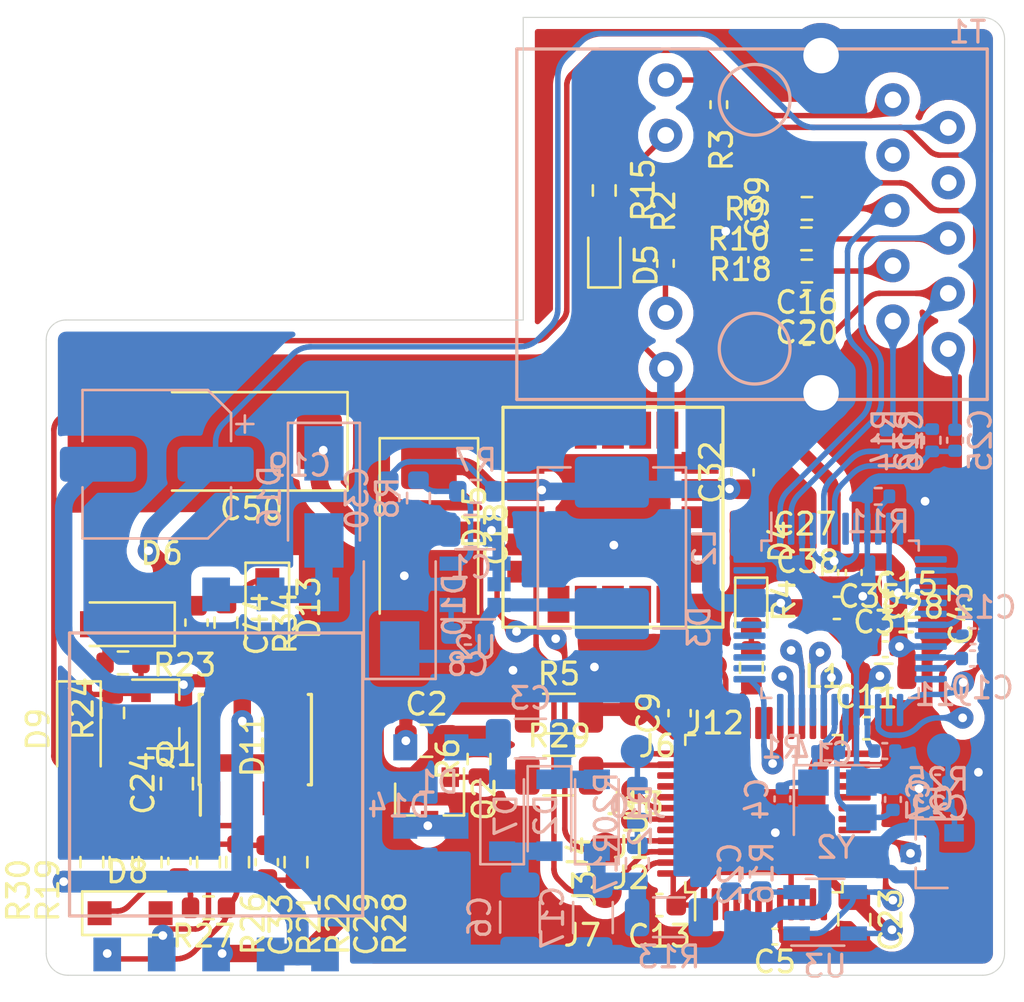
<source format=kicad_pcb>
(kicad_pcb (version 20171130) (host pcbnew 5.1.9+dfsg1-1)
  (layers (0 F.Cu signal) (31 B.Cu signal) (34 B.Paste user hide) (35 F.Paste user hide) (36 B.SilkS user) (37 F.SilkS user) (38 B.Mask user hide) (39 F.Mask user hide) (44 Edge.Cuts user))
  (net 0 "")
  (net 1 GND)
  (net 2 "Net-(C3-Pad2)")
  (net 3 "Net-(C4-Pad1)")
  (net 4 "Net-(J12-Pad1)")
  (net 5 "Net-(C16-Pad2)")
  (net 6 "Net-(D4-Pad2)")
  (net 7 "Net-(C33-Pad1)")
  (net 8 +3.3VA)
  (net 9 "Net-(D5-Pad2)")
  (net 10 "Net-(D14-Pad2)")
  (net 11 +3.3VDAC)
  (net 12 "Net-(D8-Pad1)")
  (net 13 "Net-(C7-Pad1)")
  (net 14 "Net-(C10-Pad2)")
  (net 15 "Net-(C12-Pad2)")
  (net 16 "Net-(C19-Pad1)")
  (net 17 "Net-(C19-Pad2)")
  (net 18 "Net-(C20-Pad1)")
  (net 19 "Net-(C24-Pad1)")
  (net 20 "Net-(C25-Pad1)")
  (net 21 "Net-(C25-Pad2)")
  (net 22 "Net-(C26-Pad1)")
  (net 23 "Net-(C26-Pad2)")
  (net 24 "Net-(C29-Pad1)")
  (net 25 "Net-(C44-Pad2)")
  (net 26 "Net-(D3-Pad10)")
  (net 27 "Net-(D3-Pad25)")
  (net 28 "Net-(D3-Pad27)")
  (net 29 "Net-(D6-Pad2)")
  (net 30 "Net-(D9-Pad1)")
  (net 31 "Net-(D11-Pad4)")
  (net 32 "Net-(D11-Pad5)")
  (net 33 "Net-(D14-Pad6)")
  (net 34 "Net-(J1-Pad1)")
  (net 35 "Net-(J2-Pad1)")
  (net 36 "Net-(J13-Pad1)")
  (net 37 "Net-(R4-Pad2)")
  (net 38 RSTn)
  (net 39 SCSn)
  (net 40 SCLK)
  (net 41 MISO)
  (net 42 MOSI)
  (net 43 "Net-(D3-Pad1)")
  (net 44 "Net-(D3-Pad2)")
  (net 45 "Net-(D9-Pad2)")
  (net 46 Activ)
  (net 47 Link)
  (net 48 12-16)
  (net 49 "Net-(C5-Pad2)")
  (net 50 "Net-(C33-Pad2)")
  (net 51 "Net-(C2-Pad1)")
  (net 52 "Net-(C3-Pad1)")
  (net 53 "Net-(C6-Pad1)")
  (net 54 "Net-(C8-Pad2)")
  (net 55 "Net-(C8-Pad1)")
  (net 56 "Net-(C17-Pad1)")
  (net 57 "Net-(C21-Pad2)")
  (net 58 "Net-(D1-Pad2)")
  (net 59 "Net-(J10-Pad1)")
  (net 60 PWR)
  (net 61 Pulse)
  (net 62 "Net-(R7-Pad2)")
  (net 63 "Net-(R17-Pad1)")
  (net 64 FB)
  (net 65 "Net-(C22-Pad2)")
  (net 66 SCL)
  (net 67 SDA)
  (net 68 "Net-(Q2-Pad1)")
  (module Resistor_SMD:R_1206_3216Metric (layer B.Cu) (at 48.19 101.735)
    (fp_text reference R13 (at 0 1.82) (layer B.SilkS) (effects (justify mirror)))
    (fp_text value 5G)
    (pad 2 smd roundrect (at 1.4625 0) (size 1.125 1.75) (layers B.Cu B.Paste B.Mask) (roundrect_rratio 0.222222) (net 65 "Net-(C22-Pad2)"))
    (pad 1 smd roundrect (at -1.4625 0) (size 1.125 1.75) (layers B.Cu B.Paste B.Mask) (roundrect_rratio 0.222222) (net 56 "Net-(C17-Pad1)"))
  )
  (module Capacitor_SMD:C_1206_3216Metric (layer B.Cu) (at 44.7 101.75 270)
    (fp_text reference C17 (at 0 1.85 90) (layer B.SilkS) (effects (justify mirror)))
    (fp_text value 10nF)
    (pad 2 smd roundrect (at 1.475 0 270) (size 1.15 1.8) (layers B.Cu B.Paste B.Mask) (roundrect_rratio 0.217391) (net 1 GND))
    (pad 1 smd roundrect (at -1.475 0 270) (size 1.15 1.8) (layers B.Cu B.Paste B.Mask) (roundrect_rratio 0.217391) (net 56 "Net-(C17-Pad1)"))
  )
  (module Capacitor_SMD:C_1206_3216Metric (layer B.Cu) (at 41.35 101.73 270)
    (fp_text reference C6 (at 0 1.85 90) (layer B.SilkS) (effects (justify mirror)))
    (fp_text value 10nF)
    (pad 2 smd roundrect (at 1.475 0 270) (size 1.15 1.8) (layers B.Cu B.Paste B.Mask) (roundrect_rratio 0.217391) (net 1 GND))
    (pad 1 smd roundrect (at -1.475 0 270) (size 1.15 1.8) (layers B.Cu B.Paste B.Mask) (roundrect_rratio 0.217391) (net 53 "Net-(C6-Pad1)"))
  )
  (module Capacitor_SMD:C_1206_3216Metric (layer B.Cu) (at 41.83 93.53 180)
    (fp_text reference C3 (at 0 1.85) (layer B.SilkS) (effects (justify mirror)))
    (fp_text value 10nF)
    (pad 2 smd roundrect (at 1.475 0 180) (size 1.15 1.8) (layers B.Cu B.Paste B.Mask) (roundrect_rratio 0.217391) (net 2 "Net-(C3-Pad2)"))
    (pad 1 smd roundrect (at -1.475 0 180) (size 1.15 1.8) (layers B.Cu B.Paste B.Mask) (roundrect_rratio 0.217391) (net 52 "Net-(C3-Pad1)"))
  )
  (module Resistor_SMD:R_1206_3216Metric (layer F.Cu) (at 43.14 92.38)
    (fp_text reference R5 (at 0 -1.82) (layer F.SilkS))
    (fp_text value 47)
    (pad 2 smd roundrect (at 1.4625 0) (size 1.125 1.75) (layers F.Cu F.Paste F.Mask) (roundrect_rratio 0.222222) (net 11 +3.3VDAC))
    (pad 1 smd roundrect (at -1.4625 0) (size 1.125 1.75) (layers F.Cu F.Paste F.Mask) (roundrect_rratio 0.222222) (net 51 "Net-(C2-Pad1)"))
  )
  (module Resistor_SMD:R_1206_3216Metric (layer F.Cu) (at 43.1525 95.23)
    (fp_text reference R29 (at 0 -1.82) (layer F.SilkS))
    (fp_text value 0)
    (pad 2 smd roundrect (at 1.4625 0) (size 1.125 1.75) (layers F.Cu F.Paste F.Mask) (roundrect_rratio 0.222222) (net 60 PWR))
    (pad 1 smd roundrect (at -1.4625 0) (size 1.125 1.75) (layers F.Cu F.Paste F.Mask) (roundrect_rratio 0.222222) (net 68 "Net-(Q2-Pad1)"))
  )
  (module My-library:ConnMini (layer F.Cu) (at 46.68 93.88)
    (fp_text reference J13 (at -0.05 2.64) (layer F.SilkS))
    (fp_text value SWC)
    (pad 1 smd circle (at 0 0) (size 1 1) (layers F.Cu F.Paste F.Mask) (net 36 "Net-(J13-Pad1)"))
  )
  (module My-library:ConnMini (layer F.Cu) (at 50.35 90.175)
    (fp_text reference J12 (at -0.05 2.64) (layer F.SilkS))
    (fp_text value SWD)
    (pad 1 smd circle (at 0 0) (size 1 1) (layers F.Cu F.Paste F.Mask) (net 4 "Net-(J12-Pad1)"))
  )
  (module My-library:ConnMini (layer F.Cu) (at 46.49 97.28)
    (fp_text reference J2 (at -0.05 2.64) (layer F.SilkS))
    (fp_text value RxD)
    (pad 1 smd circle (at 0 0) (size 1 1) (layers F.Cu F.Paste F.Mask) (net 35 "Net-(J2-Pad1)"))
  )
  (module My-library:ConnMini (layer F.Cu) (at 46.5 95.89)
    (fp_text reference J1 (at -0.05 2.64) (layer F.SilkS))
    (fp_text value TxD)
    (pad 1 smd circle (at 0 0) (size 1 1) (layers F.Cu F.Paste F.Mask) (net 34 "Net-(J1-Pad1)"))
  )
  (module Resistor_SMD:R_0603_1608Metric (layer F.Cu) (at 39.47 94.47 90)
    (fp_text reference R6 (at 0 -1.43 90) (layer F.SilkS))
    (fp_text value 100k)
    (pad 2 smd roundrect (at 0.825 0 90) (size 0.8 0.95) (layers F.Cu F.Paste F.Mask) (net 1 GND))
    (pad 1 smd roundrect (at -0.825 0 90) (size 0.8 0.95) (layers F.Cu F.Paste F.Mask) (net 68 "Net-(Q2-Pad1)"))
  )
  (module Diode_SMD:D_SOD-123F (layer F.Cu) (at 29.75 87.65 270)
    (fp_text reference D13 (at -0.127 -1.905 90) (layer F.SilkS))
    (fp_text value "FR107W F7")
    (pad 2 smd rect (at 1.4 0 270) (size 1.1 1.1) (layers F.Cu F.Paste F.Mask) (net 32 "Net-(D11-Pad5)"))
    (pad 1 smd rect (at -1.4 0 270) (size 1.1 1.1) (layers F.Cu F.Paste F.Mask) (net 25 "Net-(C44-Pad2)"))
  )
  (module Diode_SMD:D_SMA (layer B.Cu) (at 35.83 87.39 90)
    (fp_text reference D10 (at 0 2.5 90) (layer B.SilkS) (effects (justify mirror)))
    (fp_text value SS56)
    (pad 2 smd rect (at 2 0 90) (size 2.5 1.8) (layers B.Cu B.Paste B.Mask) (net 1 GND))
    (pad 1 smd rect (at -2 0 90) (size 2.5 1.8) (layers B.Cu B.Paste B.Mask) (net 54 "Net-(C8-Pad2)"))
  )
  (module Diode_SMD:D_SMA (layer B.Cu) (at 32.35 82.425 270)
    (fp_text reference D16 (at 0 2.5 90) (layer B.SilkS) (effects (justify mirror)))
    (fp_text value SS36)
    (pad 2 smd rect (at 2 0 270) (size 2.5 1.8) (layers B.Cu B.Paste B.Mask) (net 33 "Net-(D14-Pad6)"))
    (pad 1 smd rect (at -2 0 270) (size 2.5 1.8) (layers B.Cu B.Paste B.Mask) (net 48 12-16))
  )
  (module Diode_SMD:D_SOD-123F (layer F.Cu) (at 23.45 101.55)
    (fp_text reference D8 (at -0.127 -1.905) (layer F.SilkS))
    (fp_text value "FR107W F7")
    (pad 2 smd rect (at 1.4 0) (size 1.1 1.1) (layers F.Cu F.Paste F.Mask) (net 10 "Net-(D14-Pad2)"))
    (pad 1 smd rect (at -1.4 0) (size 1.1 1.1) (layers F.Cu F.Paste F.Mask) (net 12 "Net-(D8-Pad1)"))
  )
  (module Capacitor_SMD:C_0603_1608Metric (layer F.Cu) (at 51.57 81.3 90)
    (fp_text reference C32 (at 0 -1.43 90) (layer F.SilkS))
    (fp_text value 0.1uF)
    (pad 2 smd roundrect (at 0.775 0 90) (size 0.9 0.95) (layers F.Cu F.Paste F.Mask) (net 1 GND))
    (pad 1 smd roundrect (at -0.775 0 90) (size 0.9 0.95) (layers F.Cu F.Paste F.Mask) (net 11 +3.3VDAC))
  )
  (module Capacitor_SMD:C_0603_1608Metric (layer B.Cu) (at 35.3 82.48 270)
    (fp_text reference C30 (at 0 1.43 90) (layer B.SilkS) (effects (justify mirror)))
    (fp_text value 0.1uF)
    (pad 2 smd roundrect (at 0.775 0 270) (size 0.9 0.95) (layers B.Cu B.Paste B.Mask) (net 1 GND))
    (pad 1 smd roundrect (at -0.775 0 270) (size 0.9 0.95) (layers B.Cu B.Paste B.Mask) (net 11 +3.3VDAC))
  )
  (module Capacitor_SMD:C_0805_2012Metric (layer F.Cu) (at 37.06 93.63)
    (fp_text reference C2 (at 0 -1.68 180) (layer F.SilkS))
    (fp_text value 22uF)
    (pad 2 smd roundrect (at 0.95 0) (size 1 1.45) (layers F.Cu F.Paste F.Mask) (net 1 GND))
    (pad 1 smd roundrect (at -0.95 0) (size 1 1.45) (layers F.Cu F.Paste F.Mask) (net 51 "Net-(C2-Pad1)"))
  )
  (module Resistor_SMD:R_0402_1005Metric (layer B.Cu) (at 60.525 96.575 180)
    (fp_text reference R25 (at 0 1.17) (layer B.SilkS) (effects (justify mirror)))
    (fp_text value 10k)
    (pad 2 smd roundrect (at 0.51 0 180) (size 0.54 0.64) (layers B.Cu B.Paste B.Mask) (net 1 GND))
    (pad 1 smd roundrect (at -0.51 0 180) (size 0.54 0.64) (layers B.Cu B.Paste B.Mask) (net 57 "Net-(C21-Pad2)"))
  )
  (module Capacitor_SMD:C_0402_1005Metric (layer B.Cu) (at 60.525 95.55)
    (fp_text reference C21 (at 0 1.16) (layer B.SilkS) (effects (justify mirror)))
    (fp_text value 200)
    (pad 2 smd roundrect (at 0.48 0) (size 0.56 0.62) (layers B.Cu B.Paste B.Mask) (net 57 "Net-(C21-Pad2)"))
    (pad 1 smd roundrect (at -0.48 0) (size 0.56 0.62) (layers B.Cu B.Paste B.Mask) (net 1 GND))
  )
  (module Resistor_SMD:R_0402_1005Metric (layer B.Cu) (at 59.225 79.825 270)
    (fp_text reference R14 (at 0 1.17 270) (layer B.SilkS) (effects (justify mirror)))
    (fp_text value 82R)
    (pad 2 smd roundrect (at 0.51 0 270) (size 0.54 0.64) (layers B.Cu B.Paste B.Mask) (net 22 "Net-(C26-Pad1)"))
    (pad 1 smd roundrect (at -0.51 0 270) (size 0.54 0.64) (layers B.Cu B.Paste B.Mask) (net 5 "Net-(C16-Pad2)"))
  )
  (module Resistor_SMD:R_0402_1005Metric (layer B.Cu) (at 60.275 79.825 270)
    (fp_text reference R12 (at 0 1.17 90) (layer B.SilkS) (effects (justify mirror)))
    (fp_text value 82R)
    (pad 2 smd roundrect (at 0.51 0 270) (size 0.54 0.64) (layers B.Cu B.Paste B.Mask) (net 20 "Net-(C25-Pad1)"))
    (pad 1 smd roundrect (at -0.51 0 270) (size 0.54 0.64) (layers B.Cu B.Paste B.Mask) (net 5 "Net-(C16-Pad2)"))
  )
  (module Capacitor_SMD:C_0402_1005Metric (layer B.Cu) (at 58.175 79.85 90)
    (fp_text reference C26 (at 0 1.16 90) (layer B.SilkS) (effects (justify mirror)))
    (fp_text value 6.8nF)
    (pad 2 smd roundrect (at 0.48 0 90) (size 0.56 0.62) (layers B.Cu B.Paste B.Mask) (net 23 "Net-(C26-Pad2)"))
    (pad 1 smd roundrect (at -0.48 0 90) (size 0.56 0.62) (layers B.Cu B.Paste B.Mask) (net 22 "Net-(C26-Pad1)"))
  )
  (module Capacitor_SMD:C_0402_1005Metric (layer B.Cu) (at 61.325 79.825 90)
    (fp_text reference C25 (at 0 1.16 90) (layer B.SilkS) (effects (justify mirror)))
    (fp_text value 6.8nF)
    (pad 2 smd roundrect (at 0.48 0 90) (size 0.56 0.62) (layers B.Cu B.Paste B.Mask) (net 21 "Net-(C25-Pad2)"))
    (pad 1 smd roundrect (at -0.48 0 90) (size 0.56 0.62) (layers B.Cu B.Paste B.Mask) (net 20 "Net-(C25-Pad1)"))
  )
  (module My-library:SCD41 (layer F.Cu) (at 45.62 83.36 270)
    (fp_text reference D15 (at 0 6.35 90) (layer F.SilkS))
    (fp_text value SCD41)
    (pad 21 smd rect (at -1.25 1.25 270) (size 1.8 1.8) (layers F.Cu F.Paste F.Mask) (net 1 GND))
    (pad 21 smd rect (at 1.25 1.25 270) (size 1.8 1.8) (layers F.Cu F.Paste F.Mask) (net 1 GND))
    (pad 21 smd rect (at 1.25 -1.25 270) (size 1.8 1.8) (layers F.Cu F.Paste F.Mask) (net 1 GND))
    (pad 21 smd rect (at -1.25 -1.25 270) (size 1.8 1.8) (layers F.Cu F.Paste F.Mask) (net 1 GND))
    (pad 1 smd rect (at -4 -2.5 270) (size 1.7 1) (layers F.Cu F.Paste F.Mask))
    (pad 2 smd rect (at -4 -1.25 270) (size 1.7 1) (layers F.Cu F.Paste F.Mask))
    (pad 3 smd rect (at -4 0 270) (size 1.7 1) (layers F.Cu F.Paste F.Mask))
    (pad 4 smd rect (at -4 1.25 270) (size 1.7 1) (layers F.Cu F.Paste F.Mask))
    (pad 5 smd rect (at -4 2.5 270) (size 1.7 1) (layers F.Cu F.Paste F.Mask))
    (pad 6 smd rect (at -2.5 4 270) (size 1 1.7) (layers F.Cu F.Paste F.Mask) (net 1 GND))
    (pad 7 smd rect (at -1.25 4 270) (size 1 1.7) (layers F.Cu F.Paste F.Mask) (net 11 +3.3VDAC))
    (pad 8 smd rect (at 0 4 270) (size 1 1.7) (layers F.Cu F.Paste F.Mask))
    (pad 9 smd rect (at 1.25 4 270) (size 1 1.7) (layers F.Cu F.Paste F.Mask) (net 66 SCL))
    (pad 10 smd rect (at 2.5 4 270) (size 1 1.7) (layers F.Cu F.Paste F.Mask) (net 67 SDA))
    (pad 11 smd rect (at 4 2.5 270) (size 1.7 1) (layers F.Cu F.Paste F.Mask))
    (pad 12 smd rect (at 4 1.25 270) (size 1.7 1) (layers F.Cu F.Paste F.Mask))
    (pad 13 smd rect (at 4 0 270) (size 1.7 1) (layers F.Cu F.Paste F.Mask))
    (pad 14 smd rect (at 4 -1.25 270) (size 1.7 1) (layers F.Cu F.Paste F.Mask))
    (pad 15 smd rect (at 4 -2.5 270) (size 1.7 1) (layers F.Cu F.Paste F.Mask))
    (pad 16 smd rect (at 2.5 -4 270) (size 1 1.7) (layers F.Cu F.Paste F.Mask))
    (pad 17 smd rect (at 1.25 -4 270) (size 1 1.7) (layers F.Cu F.Paste F.Mask))
    (pad 18 smd rect (at 0 -4 270) (size 1 1.7) (layers F.Cu F.Paste F.Mask))
    (pad 19 smd rect (at -1.25 -4 270) (size 1 1.7) (layers F.Cu F.Paste F.Mask) (net 11 +3.3VDAC))
    (pad 20 smd rect (at -2.5 -4 270) (size 1 1.7) (layers F.Cu F.Paste F.Mask) (net 1 GND))
  )
  (module Capacitor_SMD:C_0805_2012Metric (layer F.Cu) (at 56.7 101.85 270)
    (fp_text reference C23 (at 0 -1.68 90) (layer F.SilkS))
    (fp_text value 0.1uF)
    (pad 2 smd roundrect (at 0.95 0 270) (size 1 1.45) (layers F.Cu F.Paste F.Mask) (net 1 GND))
    (pad 1 smd roundrect (at -0.95 0 270) (size 1 1.45) (layers F.Cu F.Paste F.Mask) (net 11 +3.3VDAC))
  )
  (module Package_TO_SOT_SMD:SOT-23 (layer B.Cu) (at 60.28 98.81 180)
    (fp_text reference Q3 (at 0 2.5) (layer B.SilkS) (effects (justify mirror)))
    (fp_text value Q_NPN_BEC)
    (pad 3 smd rect (at 1 0 180) (size 0.9 0.8) (layers B.Cu B.Paste B.Mask) (net 61 Pulse))
    (pad 2 smd rect (at -1 -0.95 180) (size 0.9 0.8) (layers B.Cu B.Paste B.Mask) (net 1 GND))
    (pad 1 smd rect (at -1 0.95 180) (size 0.9 0.8) (layers B.Cu B.Paste B.Mask) (net 57 "Net-(C21-Pad2)"))
  )
  (module Capacitor_SMD:C_0603_1608Metric (layer F.Cu) (at 57.25 93.05)
    (fp_text reference C11 (at 0 -1.43) (layer F.SilkS))
    (fp_text value 0.1uF)
    (pad 2 smd roundrect (at 0.775 0) (size 0.9 0.95) (layers F.Cu F.Paste F.Mask) (net 1 GND))
    (pad 1 smd roundrect (at -0.775 0) (size 0.9 0.95) (layers F.Cu F.Paste F.Mask) (net 11 +3.3VDAC))
  )
  (module Capacitor_SMD:C_0603_1608Metric (layer B.Cu) (at 52.42 99.76 270)
    (fp_text reference C22 (at 0 1.43 90) (layer B.SilkS) (effects (justify mirror)))
    (fp_text value 100)
    (pad 2 smd roundrect (at 0.775 0 270) (size 0.9 0.95) (layers B.Cu B.Paste B.Mask) (net 65 "Net-(C22-Pad2)"))
    (pad 1 smd roundrect (at -0.775 0 270) (size 0.9 0.95) (layers B.Cu B.Paste B.Mask) (net 1 GND))
  )
  (module Inductor_SMD:L_Abracon_ASPI-0630LR (layer B.Cu) (at 45.57 84.77 90)
    (fp_text reference L2 (at 0 4.25 90) (layer B.SilkS) (effects (justify mirror)))
    (fp_text value 15uH)
    (pad 2 smd roundrect (at 3.025 0 90) (size 2.35 3.4) (layers B.Cu B.Paste B.Mask) (roundrect_rratio 0.1) (net 11 +3.3VDAC))
    (pad 1 smd roundrect (at -3.025 0 90) (size 2.35 3.4) (layers B.Cu B.Paste B.Mask) (roundrect_rratio 0.1) (net 54 "Net-(C8-Pad2)"))
  )
  (module Package_QFP:LQFP-48_7x7mm_P0.5mm (layer F.Cu) (at 52.55 96.975 90)
    (fp_text reference U1 (at 0 -5.85 90) (layer F.SilkS))
    (fp_text value STM32F103C8Tx)
    (pad 48 smd roundrect (at -2.75 -4.1625 90) (size 0.3 1.475) (layers F.Cu F.Paste F.Mask) (net 11 +3.3VDAC))
    (pad 47 smd roundrect (at -2.25 -4.1625 90) (size 0.3 1.475) (layers F.Cu F.Paste F.Mask) (net 1 GND))
    (pad 46 smd roundrect (at -1.75 -4.1625 90) (size 0.3 1.475) (layers F.Cu F.Paste F.Mask) (net 67 SDA))
    (pad 45 smd roundrect (at -1.25 -4.1625 90) (size 0.3 1.475) (layers F.Cu F.Paste F.Mask) (net 66 SCL))
    (pad 44 smd roundrect (at -0.75 -4.1625 90) (size 0.3 1.475) (layers F.Cu F.Paste F.Mask) (net 1 GND))
    (pad 43 smd roundrect (at -0.25 -4.1625 90) (size 0.3 1.475) (layers F.Cu F.Paste F.Mask) (net 35 "Net-(J2-Pad1)"))
    (pad 42 smd roundrect (at 0.25 -4.1625 90) (size 0.3 1.475) (layers F.Cu F.Paste F.Mask) (net 34 "Net-(J1-Pad1)"))
    (pad 41 smd roundrect (at 0.75 -4.1625 90) (size 0.3 1.475) (layers F.Cu F.Paste F.Mask))
    (pad 40 smd roundrect (at 1.25 -4.1625 90) (size 0.3 1.475) (layers F.Cu F.Paste F.Mask))
    (pad 39 smd roundrect (at 1.75 -4.1625 90) (size 0.3 1.475) (layers F.Cu F.Paste F.Mask))
    (pad 38 smd roundrect (at 2.25 -4.1625 90) (size 0.3 1.475) (layers F.Cu F.Paste F.Mask) (net 60 PWR))
    (pad 37 smd roundrect (at 2.75 -4.1625 90) (size 0.3 1.475) (layers F.Cu F.Paste F.Mask) (net 36 "Net-(J13-Pad1)"))
    (pad 36 smd roundrect (at 4.1625 -2.75 90) (size 1.475 0.3) (layers F.Cu F.Paste F.Mask) (net 11 +3.3VDAC))
    (pad 35 smd roundrect (at 4.1625 -2.25 90) (size 1.475 0.3) (layers F.Cu F.Paste F.Mask) (net 1 GND))
    (pad 34 smd roundrect (at 4.1625 -1.75 90) (size 1.475 0.3) (layers F.Cu F.Paste F.Mask) (net 4 "Net-(J12-Pad1)"))
    (pad 33 smd roundrect (at 4.1625 -1.25 90) (size 1.475 0.3) (layers F.Cu F.Paste F.Mask) (net 37 "Net-(R4-Pad2)"))
    (pad 32 smd roundrect (at 4.1625 -0.75 90) (size 1.475 0.3) (layers F.Cu F.Paste F.Mask))
    (pad 31 smd roundrect (at 4.1625 -0.25 90) (size 1.475 0.3) (layers F.Cu F.Paste F.Mask))
    (pad 30 smd roundrect (at 4.1625 0.25 90) (size 1.475 0.3) (layers F.Cu F.Paste F.Mask))
    (pad 29 smd roundrect (at 4.1625 0.75 90) (size 1.475 0.3) (layers F.Cu F.Paste F.Mask) (net 38 RSTn))
    (pad 28 smd roundrect (at 4.1625 1.25 90) (size 1.475 0.3) (layers F.Cu F.Paste F.Mask) (net 42 MOSI))
    (pad 27 smd roundrect (at 4.1625 1.75 90) (size 1.475 0.3) (layers F.Cu F.Paste F.Mask) (net 41 MISO))
    (pad 26 smd roundrect (at 4.1625 2.25 90) (size 1.475 0.3) (layers F.Cu F.Paste F.Mask) (net 40 SCLK))
    (pad 25 smd roundrect (at 4.1625 2.75 90) (size 1.475 0.3) (layers F.Cu F.Paste F.Mask) (net 39 SCSn))
    (pad 24 smd roundrect (at 2.75 4.1625 90) (size 0.3 1.475) (layers F.Cu F.Paste F.Mask) (net 11 +3.3VDAC))
    (pad 23 smd roundrect (at 2.25 4.1625 90) (size 0.3 1.475) (layers F.Cu F.Paste F.Mask) (net 1 GND))
    (pad 22 smd roundrect (at 1.75 4.1625 90) (size 0.3 1.475) (layers F.Cu F.Paste F.Mask))
    (pad 21 smd roundrect (at 1.25 4.1625 90) (size 0.3 1.475) (layers F.Cu F.Paste F.Mask))
    (pad 20 smd roundrect (at 0.75 4.1625 90) (size 0.3 1.475) (layers F.Cu F.Paste F.Mask))
    (pad 19 smd roundrect (at 0.25 4.1625 90) (size 0.3 1.475) (layers F.Cu F.Paste F.Mask))
    (pad 18 smd roundrect (at -0.25 4.1625 90) (size 0.3 1.475) (layers F.Cu F.Paste F.Mask))
    (pad 17 smd roundrect (at -0.75 4.1625 90) (size 0.3 1.475) (layers F.Cu F.Paste F.Mask))
    (pad 16 smd roundrect (at -1.25 4.1625 90) (size 0.3 1.475) (layers F.Cu F.Paste F.Mask) (net 61 Pulse))
    (pad 15 smd roundrect (at -1.75 4.1625 90) (size 0.3 1.475) (layers F.Cu F.Paste F.Mask) (net 64 FB))
    (pad 14 smd roundrect (at -2.25 4.1625 90) (size 0.3 1.475) (layers F.Cu F.Paste F.Mask))
    (pad 13 smd roundrect (at -2.75 4.1625 90) (size 0.3 1.475) (layers F.Cu F.Paste F.Mask))
    (pad 12 smd roundrect (at -4.1625 2.75 90) (size 1.475 0.3) (layers F.Cu F.Paste F.Mask))
    (pad 11 smd roundrect (at -4.1625 2.25 90) (size 1.475 0.3) (layers F.Cu F.Paste F.Mask))
    (pad 10 smd roundrect (at -4.1625 1.75 90) (size 1.475 0.3) (layers F.Cu F.Paste F.Mask))
    (pad 9 smd roundrect (at -4.1625 1.25 90) (size 1.475 0.3) (layers F.Cu F.Paste F.Mask) (net 11 +3.3VDAC))
    (pad 8 smd roundrect (at -4.1625 0.75 90) (size 1.475 0.3) (layers F.Cu F.Paste F.Mask) (net 1 GND))
    (pad 7 smd roundrect (at -4.1625 0.25 90) (size 1.475 0.3) (layers F.Cu F.Paste F.Mask) (net 49 "Net-(C5-Pad2)"))
    (pad 6 smd roundrect (at -4.1625 -0.25 90) (size 1.475 0.3) (layers F.Cu F.Paste F.Mask))
    (pad 5 smd roundrect (at -4.1625 -0.75 90) (size 1.475 0.3) (layers F.Cu F.Paste F.Mask))
    (pad 4 smd roundrect (at -4.1625 -1.25 90) (size 1.475 0.3) (layers F.Cu F.Paste F.Mask))
    (pad 3 smd roundrect (at -4.1625 -1.75 90) (size 1.475 0.3) (layers F.Cu F.Paste F.Mask))
    (pad 2 smd roundrect (at -4.1625 -2.25 90) (size 1.475 0.3) (layers F.Cu F.Paste F.Mask))
    (pad 1 smd roundrect (at -4.1625 -2.75 90) (size 1.475 0.3) (layers F.Cu F.Paste F.Mask) (net 11 +3.3VDAC))
  )
  (module Package_TO_SOT_SMD:TSOT-23-5 (layer B.Cu) (at 55.36 101.53)
    (fp_text reference U3 (at 0 2.45 180) (layer B.SilkS) (effects (justify mirror)))
    (fp_text value AD8541)
    (pad 5 smd rect (at 1.31 0.95) (size 1.22 0.65) (layers B.Cu B.Paste B.Mask) (net 11 +3.3VDAC))
    (pad 4 smd rect (at 1.31 -0.95) (size 1.22 0.65) (layers B.Cu B.Paste B.Mask) (net 64 FB))
    (pad 3 smd rect (at -1.31 -0.95) (size 1.22 0.65) (layers B.Cu B.Paste B.Mask) (net 65 "Net-(C22-Pad2)"))
    (pad 2 smd rect (at -1.31 0) (size 1.22 0.65) (layers B.Cu B.Paste B.Mask) (net 1 GND))
    (pad 1 smd rect (at -1.31 0.95) (size 1.22 0.65) (layers B.Cu B.Paste B.Mask) (net 64 FB))
  )
  (module Package_TO_SOT_SMD:SOT-23-6 (layer B.Cu) (at 39.29 86.44)
    (fp_text reference U2 (at 0 2.9 180) (layer B.SilkS) (effects (justify mirror)))
    (fp_text value LMR14206)
    (pad 5 smd rect (at 1.1 0) (size 1.06 0.65) (layers B.Cu B.Paste B.Mask) (net 48 12-16))
    (pad 6 smd rect (at 1.1 0.95) (size 1.06 0.65) (layers B.Cu B.Paste B.Mask) (net 54 "Net-(C8-Pad2)"))
    (pad 4 smd rect (at 1.1 -0.95) (size 1.06 0.65) (layers B.Cu B.Paste B.Mask) (net 48 12-16))
    (pad 3 smd rect (at -1.1 -0.95) (size 1.06 0.65) (layers B.Cu B.Paste B.Mask) (net 62 "Net-(R7-Pad2)"))
    (pad 2 smd rect (at -1.1 0) (size 1.06 0.65) (layers B.Cu B.Paste B.Mask) (net 1 GND))
    (pad 1 smd rect (at -1.1 0.95) (size 1.06 0.65) (layers B.Cu B.Paste B.Mask) (net 55 "Net-(C8-Pad1)"))
  )
  (module Resistor_SMD:R_0603_1608Metric (layer B.Cu) (at 46.74 96.51 270)
    (fp_text reference R20 (at 0 1.43 270) (layer B.SilkS) (effects (justify mirror)))
    (fp_text value 4.7M)
    (pad 2 smd roundrect (at 0.825 0 270) (size 0.8 0.95) (layers B.Cu B.Paste B.Mask) (net 63 "Net-(R17-Pad1)"))
    (pad 1 smd roundrect (at -0.825 0 270) (size 0.8 0.95) (layers B.Cu B.Paste B.Mask) (net 59 "Net-(J10-Pad1)"))
  )
  (module Resistor_SMD:R_0603_1608Metric (layer B.Cu) (at 46.74 99.26 270)
    (fp_text reference R17 (at 0 1.43 270) (layer B.SilkS) (effects (justify mirror)))
    (fp_text value 4.7M)
    (pad 2 smd roundrect (at 0.825 0 270) (size 0.8 0.95) (layers B.Cu B.Paste B.Mask) (net 56 "Net-(C17-Pad1)"))
    (pad 1 smd roundrect (at -0.825 0 270) (size 0.8 0.95) (layers B.Cu B.Paste B.Mask) (net 63 "Net-(R17-Pad1)"))
  )
  (module Resistor_SMD:R_0603_1608Metric (layer B.Cu) (at 51.04 99.71 90)
    (fp_text reference R16 (at 0 1.43 90) (layer B.SilkS) (effects (justify mirror)))
    (fp_text value 10M)
    (pad 2 smd roundrect (at 0.825 0 90) (size 0.8 0.95) (layers B.Cu B.Paste B.Mask) (net 1 GND))
    (pad 1 smd roundrect (at -0.825 0 90) (size 0.8 0.95) (layers B.Cu B.Paste B.Mask) (net 65 "Net-(C22-Pad2)"))
  )
  (module Resistor_SMD:R_0603_1608Metric (layer B.Cu) (at 36.69 82.48 270)
    (fp_text reference R8 (at 0 1.43 90) (layer B.SilkS) (effects (justify mirror)))
    (fp_text value 1.02k)
    (pad 2 smd roundrect (at 0.825 0 270) (size 0.8 0.95) (layers B.Cu B.Paste B.Mask) (net 1 GND))
    (pad 1 smd roundrect (at -0.825 0 270) (size 0.8 0.95) (layers B.Cu B.Paste B.Mask) (net 62 "Net-(R7-Pad2)"))
  )
  (module Resistor_SMD:R_0603_1608Metric (layer B.Cu) (at 39.32 82.17 180)
    (fp_text reference R7 (at 0 1.43 180) (layer B.SilkS) (effects (justify mirror)))
    (fp_text value 3.4k)
    (pad 2 smd roundrect (at 0.825 0 180) (size 0.8 0.95) (layers B.Cu B.Paste B.Mask) (net 62 "Net-(R7-Pad2)"))
    (pad 1 smd roundrect (at -0.825 0 180) (size 0.8 0.95) (layers B.Cu B.Paste B.Mask) (net 11 +3.3VDAC))
  )
  (module Package_TO_SOT_SMD:SOT-23 (layer F.Cu) (at 37.2 96.3 270)
    (fp_text reference Q2 (at 0 -2.5 90) (layer F.SilkS))
    (fp_text value IRLML6346)
    (pad 3 smd rect (at 1 0 270) (size 0.9 0.8) (layers F.Cu F.Paste F.Mask) (net 58 "Net-(D1-Pad2)"))
    (pad 2 smd rect (at -1 0.95 270) (size 0.9 0.8) (layers F.Cu F.Paste F.Mask) (net 1 GND))
    (pad 1 smd rect (at -1 -0.95 270) (size 0.9 0.8) (layers F.Cu F.Paste F.Mask) (net 68 "Net-(Q2-Pad1)"))
  )
  (module My-library:SMD-CONN (layer B.Cu) (at 60.8 94.05)
    (fp_text reference J11 (at 0 -2.54) (layer B.SilkS) (effects (justify mirror)))
    (fp_text value GM-)
    (pad 1 smd circle (at 0 0) (size 1.524 1.524) (layers B.Cu B.Paste B.Mask) (net 57 "Net-(C21-Pad2)"))
  )
  (module My-library:SMD-CONN (layer B.Cu) (at 46.74 94.11 180)
    (fp_text reference J10 (at 0 -2.54) (layer B.SilkS) (effects (justify mirror)))
    (fp_text value GM+)
    (pad 1 smd circle (at 0 0 180) (size 1.524 1.524) (layers B.Cu B.Paste B.Mask) (net 59 "Net-(J10-Pad1)"))
  )
  (module Diode_SMD:D_SOD-123 (layer B.Cu) (at 44.88 97.05 90)
    (fp_text reference D12 (at 0 2 90) (layer B.SilkS) (effects (justify mirror)))
    (fp_text value D)
    (pad 2 smd rect (at 1.65 0 90) (size 0.9 1.2) (layers B.Cu B.Paste B.Mask) (net 52 "Net-(C3-Pad1)"))
    (pad 1 smd rect (at -1.65 0 90) (size 0.9 1.2) (layers B.Cu B.Paste B.Mask) (net 56 "Net-(C17-Pad1)"))
  )
  (module Diode_SMD:D_SOD-123 (layer B.Cu) (at 42.705 97.05 270)
    (fp_text reference D7 (at 0 2 90) (layer B.SilkS) (effects (justify mirror)))
    (fp_text value D)
    (pad 2 smd rect (at 1.65 0 270) (size 0.9 1.2) (layers B.Cu B.Paste B.Mask) (net 53 "Net-(C6-Pad1)"))
    (pad 1 smd rect (at -1.65 0 270) (size 0.9 1.2) (layers B.Cu B.Paste B.Mask) (net 52 "Net-(C3-Pad1)"))
  )
  (module Diode_SMD:D_SOD-123 (layer B.Cu) (at 40.53 97.05 90)
    (fp_text reference D2 (at 0 2 90) (layer B.SilkS) (effects (justify mirror)))
    (fp_text value D)
    (pad 2 smd rect (at 1.65 0 90) (size 0.9 1.2) (layers B.Cu B.Paste B.Mask) (net 2 "Net-(C3-Pad2)"))
    (pad 1 smd rect (at -1.65 0 90) (size 0.9 1.2) (layers B.Cu B.Paste B.Mask) (net 53 "Net-(C6-Pad1)"))
  )
  (module My-library:B82801A1 (layer B.Cu) (at 37.26 95.73)
    (fp_text reference D1 (at 0.31 -0.2) (layer B.SilkS) (effects (justify mirror)))
    (fp_text value B82801A150)
    (pad 4 smd rect (at 1.175 -1.8) (size 1.1 1.2) (layers B.Cu B.Paste B.Mask) (net 2 "Net-(C3-Pad2)"))
    (pad 3 smd rect (at 1.175 1.8) (size 1.1 1.2) (layers B.Cu B.Paste B.Mask) (net 58 "Net-(D1-Pad2)"))
    (pad 1 smd rect (at -1.175 -1.8) (size 1.1 1.2) (layers B.Cu B.Paste B.Mask) (net 51 "Net-(C2-Pad1)"))
    (pad 2 smd rect (at -1.175 1.8) (size 1.1 1.2) (layers B.Cu B.Paste B.Mask) (net 58 "Net-(D1-Pad2)"))
  )
  (module Capacitor_Tantalum_SMD:CP_EIA-7343-15_Kemet-W (layer F.Cu) (at 37.17 84.14 270)
    (fp_text reference C18 (at 0 -3.1 270) (layer F.SilkS))
    (fp_text value 1000uF)
    (pad 2 smd roundrect (at 3.1125 0 270) (size 2.075 2.55) (layers F.Cu F.Paste F.Mask) (roundrect_rratio 0.120482) (net 1 GND))
    (pad 1 smd roundrect (at -3.1125 0 270) (size 2.075 2.55) (layers F.Cu F.Paste F.Mask) (roundrect_rratio 0.120482) (net 11 +3.3VDAC))
  )
  (module Capacitor_SMD:C_0603_1608Metric (layer B.Cu) (at 38.96 88.7)
    (fp_text reference C8 (at 0 1.43 180) (layer B.SilkS) (effects (justify mirror)))
    (fp_text value 150nF)
    (pad 2 smd roundrect (at 0.775 0) (size 0.9 0.95) (layers B.Cu B.Paste B.Mask) (net 54 "Net-(C8-Pad2)"))
    (pad 1 smd roundrect (at -0.775 0) (size 0.9 0.95) (layers B.Cu B.Paste B.Mask) (net 55 "Net-(C8-Pad1)"))
  )
  (module Package_QFP:LQFP-48_7x7mm_P0.5mm (layer B.Cu) (at 56.05 88.05 270)
    (fp_text reference D3 (at 0.35 6.475 90) (layer B.SilkS) (effects (justify mirror)))
    (fp_text value W5500)
    (pad 48 smd roundrect (at -2.75 4.1625 270) (size 0.3 1.475) (layers B.Cu B.Paste B.Mask) (net 1 GND))
    (pad 47 smd roundrect (at -2.25 4.1625 270) (size 0.3 1.475) (layers B.Cu B.Paste B.Mask))
    (pad 46 smd roundrect (at -1.75 4.1625 270) (size 0.3 1.475) (layers B.Cu B.Paste B.Mask))
    (pad 45 smd roundrect (at -1.25 4.1625 270) (size 0.3 1.475) (layers B.Cu B.Paste B.Mask) (net 11 +3.3VDAC))
    (pad 44 smd roundrect (at -0.75 4.1625 270) (size 0.3 1.475) (layers B.Cu B.Paste B.Mask) (net 11 +3.3VDAC))
    (pad 43 smd roundrect (at -0.25 4.1625 270) (size 0.3 1.475) (layers B.Cu B.Paste B.Mask) (net 11 +3.3VDAC))
    (pad 42 smd roundrect (at 0.25 4.1625 270) (size 0.3 1.475) (layers B.Cu B.Paste B.Mask))
    (pad 41 smd roundrect (at 0.75 4.1625 270) (size 0.3 1.475) (layers B.Cu B.Paste B.Mask))
    (pad 40 smd roundrect (at 1.25 4.1625 270) (size 0.3 1.475) (layers B.Cu B.Paste B.Mask))
    (pad 39 smd roundrect (at 1.75 4.1625 270) (size 0.3 1.475) (layers B.Cu B.Paste B.Mask))
    (pad 38 smd roundrect (at 2.25 4.1625 270) (size 0.3 1.475) (layers B.Cu B.Paste B.Mask))
    (pad 37 smd roundrect (at 2.75 4.1625 270) (size 0.3 1.475) (layers B.Cu B.Paste B.Mask) (net 38 RSTn))
    (pad 36 smd roundrect (at 4.1625 2.75 270) (size 1.475 0.3) (layers B.Cu B.Paste B.Mask))
    (pad 35 smd roundrect (at 4.1625 2.25 270) (size 1.475 0.3) (layers B.Cu B.Paste B.Mask) (net 42 MOSI))
    (pad 34 smd roundrect (at 4.1625 1.75 270) (size 1.475 0.3) (layers B.Cu B.Paste B.Mask) (net 41 MISO))
    (pad 33 smd roundrect (at 4.1625 1.25 270) (size 1.475 0.3) (layers B.Cu B.Paste B.Mask) (net 40 SCLK))
    (pad 32 smd roundrect (at 4.1625 0.75 270) (size 1.475 0.3) (layers B.Cu B.Paste B.Mask) (net 39 SCSn))
    (pad 31 smd roundrect (at 4.1625 0.25 270) (size 1.475 0.3) (layers B.Cu B.Paste B.Mask) (net 3 "Net-(C4-Pad1)"))
    (pad 30 smd roundrect (at 4.1625 -0.25 270) (size 1.475 0.3) (layers B.Cu B.Paste B.Mask) (net 13 "Net-(C7-Pad1)"))
    (pad 29 smd roundrect (at 4.1625 -0.75 270) (size 1.475 0.3) (layers B.Cu B.Paste B.Mask) (net 1 GND))
    (pad 28 smd roundrect (at 4.1625 -1.25 270) (size 1.475 0.3) (layers B.Cu B.Paste B.Mask) (net 11 +3.3VDAC))
    (pad 27 smd roundrect (at 4.1625 -1.75 270) (size 1.475 0.3) (layers B.Cu B.Paste B.Mask) (net 28 "Net-(D3-Pad27)"))
    (pad 26 smd roundrect (at 4.1625 -2.25 270) (size 1.475 0.3) (layers B.Cu B.Paste B.Mask))
    (pad 25 smd roundrect (at 4.1625 -2.75 270) (size 1.475 0.3) (layers B.Cu B.Paste B.Mask) (net 27 "Net-(D3-Pad25)"))
    (pad 24 smd roundrect (at 2.75 -4.1625 270) (size 0.3 1.475) (layers B.Cu B.Paste B.Mask))
    (pad 23 smd roundrect (at 2.25 -4.1625 270) (size 0.3 1.475) (layers B.Cu B.Paste B.Mask))
    (pad 22 smd roundrect (at 1.75 -4.1625 270) (size 0.3 1.475) (layers B.Cu B.Paste B.Mask) (net 14 "Net-(C10-Pad2)"))
    (pad 21 smd roundrect (at 1.25 -4.1625 270) (size 0.3 1.475) (layers B.Cu B.Paste B.Mask) (net 8 +3.3VA))
    (pad 20 smd roundrect (at 0.75 -4.1625 270) (size 0.3 1.475) (layers B.Cu B.Paste B.Mask) (net 15 "Net-(C12-Pad2)"))
    (pad 19 smd roundrect (at 0.25 -4.1625 270) (size 0.3 1.475) (layers B.Cu B.Paste B.Mask) (net 1 GND))
    (pad 18 smd roundrect (at -0.25 -4.1625 270) (size 0.3 1.475) (layers B.Cu B.Paste B.Mask))
    (pad 17 smd roundrect (at -0.75 -4.1625 270) (size 0.3 1.475) (layers B.Cu B.Paste B.Mask) (net 8 +3.3VA))
    (pad 16 smd roundrect (at -1.25 -4.1625 270) (size 0.3 1.475) (layers B.Cu B.Paste B.Mask) (net 1 GND))
    (pad 15 smd roundrect (at -1.75 -4.1625 270) (size 0.3 1.475) (layers B.Cu B.Paste B.Mask) (net 8 +3.3VA))
    (pad 14 smd roundrect (at -2.25 -4.1625 270) (size 0.3 1.475) (layers B.Cu B.Paste B.Mask) (net 1 GND))
    (pad 13 smd roundrect (at -2.75 -4.1625 270) (size 0.3 1.475) (layers B.Cu B.Paste B.Mask))
    (pad 12 smd roundrect (at -4.1625 -2.75 270) (size 1.475 0.3) (layers B.Cu B.Paste B.Mask))
    (pad 11 smd roundrect (at -4.1625 -2.25 270) (size 1.475 0.3) (layers B.Cu B.Paste B.Mask) (net 8 +3.3VA))
    (pad 10 smd roundrect (at -4.1625 -1.75 270) (size 1.475 0.3) (layers B.Cu B.Paste B.Mask) (net 26 "Net-(D3-Pad10)"))
    (pad 9 smd roundrect (at -4.1625 -1.25 270) (size 1.475 0.3) (layers B.Cu B.Paste B.Mask) (net 1 GND))
    (pad 8 smd roundrect (at -4.1625 -0.75 270) (size 1.475 0.3) (layers B.Cu B.Paste B.Mask) (net 8 +3.3VA))
    (pad 7 smd roundrect (at -4.1625 -0.25 270) (size 1.475 0.3) (layers B.Cu B.Paste B.Mask))
    (pad 6 smd roundrect (at -4.1625 0.25 270) (size 1.475 0.3) (layers B.Cu B.Paste B.Mask) (net 20 "Net-(C25-Pad1)"))
    (pad 5 smd roundrect (at -4.1625 0.75 270) (size 1.475 0.3) (layers B.Cu B.Paste B.Mask) (net 22 "Net-(C26-Pad1)"))
    (pad 4 smd roundrect (at -4.1625 1.25 270) (size 1.475 0.3) (layers B.Cu B.Paste B.Mask) (net 8 +3.3VA))
    (pad 3 smd roundrect (at -4.1625 1.75 270) (size 1.475 0.3) (layers B.Cu B.Paste B.Mask) (net 1 GND))
    (pad 2 smd roundrect (at -4.1625 2.25 270) (size 1.475 0.3) (layers B.Cu B.Paste B.Mask) (net 44 "Net-(D3-Pad2)"))
    (pad 1 smd roundrect (at -4.1625 2.75 270) (size 1.475 0.3) (layers B.Cu B.Paste B.Mask) (net 43 "Net-(D3-Pad1)"))
  )
  (module Capacitor_SMD:C_0603_1608Metric (layer F.Cu) (at 47.75 101.175 180)
    (fp_text reference C13 (at 0 -1.43) (layer F.SilkS))
    (fp_text value 0.1uF)
    (pad 2 smd roundrect (at 0.775 0 180) (size 0.9 0.95) (layers F.Cu F.Paste F.Mask) (net 1 GND))
    (pad 1 smd roundrect (at -0.775 0 180) (size 0.9 0.95) (layers F.Cu F.Paste F.Mask) (net 11 +3.3VDAC))
  )
  (module Capacitor_SMD:C_0603_1608Metric (layer F.Cu) (at 48.68 92.36 90)
    (fp_text reference C9 (at 0 -1.43 90) (layer F.SilkS))
    (fp_text value 0.1uF)
    (pad 2 smd roundrect (at 0.775 0 90) (size 0.9 0.95) (layers F.Cu F.Paste F.Mask) (net 1 GND))
    (pad 1 smd roundrect (at -0.775 0 90) (size 0.9 0.95) (layers F.Cu F.Paste F.Mask) (net 11 +3.3VDAC))
  )
  (module Capacitor_SMD:C_0805_2012Metric (layer B.Cu) (at 39.07 83.99 180)
    (fp_text reference C1 (at -0.025 -1.675 180) (layer B.SilkS) (effects (justify mirror)))
    (fp_text value 10uF)
    (pad 2 smd roundrect (at 0.95 0 180) (size 1 1.45) (layers B.Cu B.Paste B.Mask) (net 1 GND))
    (pad 1 smd roundrect (at -0.95 0 180) (size 1 1.45) (layers B.Cu B.Paste B.Mask) (net 48 12-16))
  )
  (module My-library:HY931147C (layer B.Cu) (at 52.125 69.9 270)
    (fp_text reference T1 (at -8.825 -9.775) (layer B.SilkS) (effects (justify mirror)))
    (fp_text value HY931147C)
    (pad 16 thru_hole circle (at -7.745 -3.05 90) (size 3 3) (drill 1.63) (layers *.Cu *.Mask) (net 1 GND))
    (pad 15 thru_hole circle (at 7.745 -3.05 90) (size 3 3) (drill 1.63) (layers *.Cu *.Mask) (net 1 GND))
    (pad 13 thru_hole circle (at -4.085 4.08 90) (size 1.524 1.524) (drill 0.762) (layers *.Cu *.Mask) (net 11 +3.3VDAC))
    (pad 14 thru_hole circle (at -6.625 4.08 90) (size 1.524 1.524) (drill 0.762) (layers *.Cu *.Mask) (net 47 Link))
    (pad 12 thru_hole circle (at 4.085 4.08 90) (size 1.524 1.524) (drill 0.762) (layers *.Cu *.Mask) (net 46 Activ))
    (pad 11 thru_hole circle (at 6.625 4.08 90) (size 1.524 1.524) (drill 0.762) (layers *.Cu *.Mask) (net 11 +3.3VDAC))
    (pad 2 thru_hole circle (at 4.445 -6.35 90) (size 1.524 1.524) (drill 0.762) (layers *.Cu *.Mask) (net 23 "Net-(C26-Pad2)"))
    (pad 4 thru_hole circle (at 1.905 -6.35 90) (size 1.524 1.524) (drill 0.762) (layers *.Cu *.Mask) (net 18 "Net-(C20-Pad1)"))
    (pad 6 thru_hole circle (at -0.635 -6.35 90) (size 1.524 1.524) (drill 0.762) (layers *.Cu *.Mask) (net 43 "Net-(D3-Pad1)"))
    (pad 8 thru_hole circle (at -3.175 -6.35 90) (size 1.524 1.524) (drill 0.762) (layers *.Cu *.Mask))
    (pad 10 thru_hole circle (at -5.715 -6.35 90) (size 1.524 1.524) (drill 0.762) (layers *.Cu *.Mask) (net 45 "Net-(D9-Pad2)"))
    (pad 1 thru_hole circle (at 5.715 -8.89 90) (size 1.524 1.524) (drill 0.762) (layers *.Cu *.Mask) (net 21 "Net-(C25-Pad2)"))
    (pad 3 thru_hole circle (at 3.175 -8.89 90) (size 1.524 1.524) (drill 0.762) (layers *.Cu *.Mask) (net 5 "Net-(C16-Pad2)"))
    (pad 5 thru_hole circle (at 0.635 -8.89 90) (size 1.524 1.524) (drill 0.762) (layers *.Cu *.Mask) (net 44 "Net-(D3-Pad2)"))
    (pad 7 thru_hole circle (at -1.905 -8.89 90) (size 1.524 1.524) (drill 0.762) (layers *.Cu *.Mask))
    (pad 9 thru_hole circle (at -4.445 -8.89 90) (size 1.524 1.524) (drill 0.762) (layers *.Cu *.Mask) (net 16 "Net-(C19-Pad1)"))
  )
  (module Resistor_SMD:R_0402_1005Metric (layer B.Cu) (at 57.8 82.4)
    (fp_text reference R11 (at 0 1.17) (layer B.SilkS) (effects (justify mirror)))
    (fp_text value 12.4k)
    (pad 2 smd roundrect (at 0.51 0) (size 0.54 0.64) (layers B.Cu B.Paste B.Mask) (net 26 "Net-(D3-Pad10)"))
    (pad 1 smd roundrect (at -0.51 0) (size 0.54 0.64) (layers B.Cu B.Paste B.Mask) (net 1 GND))
  )
  (module Resistor_SMD:R_0603_1608Metric (layer F.Cu) (at 45.22 68.35 90)
    (fp_text reference R15 (at 0.0226 1.79576 270) (layer F.SilkS))
    (fp_text value 4.7k)
    (pad 2 smd roundrect (at 0.825 0 90) (size 0.8 0.95) (layers F.Cu F.Paste F.Mask) (net 11 +3.3VDAC))
    (pad 1 smd roundrect (at -0.825 0 90) (size 0.8 0.95) (layers F.Cu F.Paste F.Mask) (net 9 "Net-(D5-Pad2)"))
  )
  (module LED_SMD:LED_0603_1608Metric (layer F.Cu) (at 45.22 71.32 90)
    (fp_text reference D5 (at -0.47324 1.92076 90) (layer F.SilkS))
    (fp_text value LED)
    (pad 2 smd roundrect (at 0.7875 0 90) (size 0.875 0.95) (layers F.Cu F.Paste F.Mask) (net 9 "Net-(D5-Pad2)"))
    (pad 1 smd roundrect (at -0.7875 0 90) (size 0.875 0.95) (layers F.Cu F.Paste F.Mask) (net 1 GND))
  )
  (module Resistor_SMD:R_0603_1608Metric (layer F.Cu) (at 22.65 92.35 270)
    (fp_text reference R24 (at -0.2 1.4 270) (layer F.SilkS))
    (fp_text value 237k)
    (pad 2 smd roundrect (at 0.825 0 270) (size 0.8 0.95) (layers F.Cu F.Paste F.Mask) (net 45 "Net-(D9-Pad2)"))
    (pad 1 smd roundrect (at -0.825 0 270) (size 0.8 0.95) (layers F.Cu F.Paste F.Mask) (net 30 "Net-(D9-Pad1)"))
  )
  (module Package_SO:SOIC-8-N7_3.9x4.9mm_P1.27mm (layer F.Cu) (at 29.2 93.575 90)
    (fp_text reference D11 (at -0.275 -0.125 270) (layer F.SilkS))
    (fp_text value SD4932B)
    (pad 8 smd rect (at 2.7 -1.905 90) (size 1.55 0.6) (layers F.Cu F.Paste F.Mask) (net 17 "Net-(C19-Pad2)"))
    (pad 6 smd rect (at 2.7 0.635 90) (size 1.55 0.6) (layers F.Cu F.Paste F.Mask) (net 32 "Net-(D11-Pad5)"))
    (pad 5 smd rect (at 2.7 1.905 90) (size 1.55 0.6) (layers F.Cu F.Paste F.Mask) (net 32 "Net-(D11-Pad5)"))
    (pad 4 smd rect (at -2.7 1.905 90) (size 1.55 0.6) (layers F.Cu F.Paste F.Mask) (net 31 "Net-(D11-Pad4)"))
    (pad 3 smd rect (at -2.7 0.635 90) (size 1.55 0.6) (layers F.Cu F.Paste F.Mask) (net 24 "Net-(C29-Pad1)"))
    (pad 2 smd rect (at -2.7 -0.635 90) (size 1.55 0.6) (layers F.Cu F.Paste F.Mask) (net 7 "Net-(C33-Pad1)"))
    (pad 1 smd rect (at -2.7 -1.905 90) (size 1.55 0.6) (layers F.Cu F.Paste F.Mask) (net 19 "Net-(C24-Pad1)"))
  )
  (module Capacitor_SMD:C_0402_1005Metric (layer F.Cu) (at 53.05 102.625 180)
    (fp_text reference C5 (at 0 -1.16) (layer F.SilkS))
    (fp_text value 0.1uF)
    (pad 2 smd roundrect (at 0.48 0 180) (size 0.56 0.62) (layers F.Cu F.Paste F.Mask) (net 49 "Net-(C5-Pad2)"))
    (pad 1 smd roundrect (at -0.48 0 180) (size 0.56 0.62) (layers F.Cu F.Paste F.Mask) (net 1 GND))
  )
  (module Capacitor_SMD:C_0603_1608Metric (layer F.Cu) (at 25.7133 99.1574 270)
    (fp_text reference C33 (at 2.9176 -4.6617 90) (layer F.SilkS))
    (fp_text value 480p)
    (pad 2 smd roundrect (at 0.775 0 270) (size 0.9 0.95) (layers F.Cu F.Paste F.Mask) (net 50 "Net-(C33-Pad2)"))
    (pad 1 smd roundrect (at -0.775 0 270) (size 0.9 0.95) (layers F.Cu F.Paste F.Mask) (net 7 "Net-(C33-Pad1)"))
  )
  (module Resistor_SMD:R_0603_1608Metric (layer F.Cu) (at 54.525 72.05 180)
    (fp_text reference R18 (at 3.04766 0.0651) (layer F.SilkS))
    (fp_text value 10R)
    (pad 2 smd roundrect (at 0.825 0 180) (size 0.8 0.95) (layers F.Cu F.Paste F.Mask) (net 8 +3.3VA))
    (pad 1 smd roundrect (at -0.825 0 180) (size 0.8 0.95) (layers F.Cu F.Paste F.Mask) (net 18 "Net-(C20-Pad1)"))
  )
  (module Resistor_SMD:R_0603_1608Metric (layer F.Cu) (at 54.5 70.575 180)
    (fp_text reference R10 (at 3.09766 -0.0099) (layer F.SilkS))
    (fp_text value 49R9)
    (pad 2 smd roundrect (at 0.825 0 180) (size 0.8 0.95) (layers F.Cu F.Paste F.Mask) (net 8 +3.3VA))
    (pad 1 smd roundrect (at -0.825 0 180) (size 0.8 0.95) (layers F.Cu F.Paste F.Mask) (net 44 "Net-(D3-Pad2)"))
  )
  (module Resistor_SMD:R_0603_1608Metric (layer F.Cu) (at 54.525 69.175 180)
    (fp_text reference R9 (at 2.84766 -0.0349) (layer F.SilkS))
    (fp_text value 49R9)
    (pad 2 smd roundrect (at 0.825 0 180) (size 0.8 0.95) (layers F.Cu F.Paste F.Mask) (net 8 +3.3VA))
    (pad 1 smd roundrect (at -0.825 0 180) (size 0.8 0.95) (layers F.Cu F.Paste F.Mask) (net 43 "Net-(D3-Pad1)"))
  )
  (module Capacitor_SMD:C_0603_1608Metric (layer F.Cu) (at 54.525 73.45 180)
    (fp_text reference C20 (at 0 -1.43) (layer F.SilkS))
    (fp_text value 22nF)
    (pad 2 smd roundrect (at 0.775 0 180) (size 0.9 0.95) (layers F.Cu F.Paste F.Mask) (net 1 GND))
    (pad 1 smd roundrect (at -0.775 0 180) (size 0.9 0.95) (layers F.Cu F.Paste F.Mask) (net 18 "Net-(C20-Pad1)"))
  )
  (module Capacitor_SMD:C_0603_1608Metric (layer F.Cu) (at 54.525 74.925)
    (fp_text reference C16 (at 0 -1.43) (layer F.SilkS))
    (fp_text value 10nF)
    (pad 2 smd roundrect (at 0.775 0) (size 0.9 0.95) (layers F.Cu F.Paste F.Mask) (net 5 "Net-(C16-Pad2)"))
    (pad 1 smd roundrect (at -0.775 0) (size 0.9 0.95) (layers F.Cu F.Paste F.Mask) (net 1 GND))
  )
  (module Crystal:Crystal_SMD_SeikoEpson_FA238-4Pin_3.2x2.5mm (layer B.Cu) (at 55.925 96.35)
    (fp_text reference Y2 (at -0.075 2.175 180) (layer B.SilkS) (effects (justify mirror)))
    (fp_text value "ECS-250-20-33 25MHz")
    (pad 4 smd rect (at -1.1 0.8) (size 1.4 1.2) (layers B.Cu B.Paste B.Mask) (net 1 GND))
    (pad 3 smd rect (at 1.1 0.8) (size 1.4 1.2) (layers B.Cu B.Paste B.Mask) (net 13 "Net-(C7-Pad1)"))
    (pad 2 smd rect (at 1.1 -0.8) (size 1.4 1.2) (layers B.Cu B.Paste B.Mask) (net 1 GND))
    (pad 1 smd rect (at -1.1 -0.8) (size 1.4 1.2) (layers B.Cu B.Paste B.Mask) (net 3 "Net-(C4-Pad1)"))
  )
  (module My-library:DA2257 (layer B.Cu) (at 27.4 95.175 90)
    (fp_text reference D14 (at -1.45 8.4 180) (layer B.SilkS) (effects (justify mirror)))
    (fp_text value ATS-1270R)
    (pad 6 smd rect (at 8.27 5 90) (size 1.55 1.27) (layers B.Cu B.Paste B.Mask) (net 33 "Net-(D14-Pad6)"))
    (pad 7 smd rect (at 8.27 2.5 90) (size 1.55 1.27) (layers B.Cu B.Paste B.Mask) (net 33 "Net-(D14-Pad6)"))
    (pad 8 smd rect (at 8.27 0 90) (size 1.55 1.27) (layers B.Cu B.Paste B.Mask) (net 33 "Net-(D14-Pad6)"))
    (pad 9 smd rect (at 8.27 -2.5 90) (size 1.55 1.27) (layers B.Cu B.Paste B.Mask) (net 1 GND))
    (pad 10 smd rect (at 8.27 -5 90) (size 1.55 1.27) (layers B.Cu B.Paste B.Mask) (net 1 GND))
    (pad 1 smd rect (at -8.27 -5 90) (size 1.55 1.27) (layers B.Cu B.Paste B.Mask) (net 17 "Net-(C19-Pad2)"))
    (pad 2 smd rect (at -8.27 -2.5 90) (size 1.55 1.27) (layers B.Cu B.Paste B.Mask) (net 10 "Net-(D14-Pad2)"))
    (pad 3 smd rect (at -8.27 0 90) (size 1.55 1.27) (layers B.Cu B.Paste B.Mask) (net 32 "Net-(D11-Pad5)"))
    (pad 4 smd rect (at -8.27 2.5 90) (size 1.55 1.27) (layers B.Cu B.Paste B.Mask) (net 16 "Net-(C19-Pad1)"))
    (pad 5 smd rect (at -8.27 5 90) (size 1.55 1.27) (layers B.Cu B.Paste B.Mask) (net 16 "Net-(C19-Pad1)"))
  )
  (module Capacitor_SMD:C_0402_1005Metric (layer F.Cu) (at 58.15 87.375 180)
    (fp_text reference C43 (at -3.45 -0.425 90) (layer F.SilkS))
    (fp_text value 1uF)
    (pad 2 smd roundrect (at 0.48 0 180) (size 0.56 0.62) (layers F.Cu F.Paste F.Mask) (net 1 GND))
    (pad 1 smd roundrect (at -0.48 0 180) (size 0.56 0.62) (layers F.Cu F.Paste F.Mask) (net 8 +3.3VA))
  )
  (module Capacitor_SMD:C_0603_1608Metric (layer F.Cu) (at 55.9 87.525 180)
    (fp_text reference C15 (at -3.2 1.1 180) (layer F.SilkS))
    (fp_text value 10uF)
    (pad 2 smd roundrect (at 0.775 0 180) (size 0.9 0.95) (layers F.Cu F.Paste F.Mask) (net 11 +3.3VDAC))
    (pad 1 smd roundrect (at -0.775 0 180) (size 0.9 0.95) (layers F.Cu F.Paste F.Mask) (net 1 GND))
  )
  (module Resistor_SMD:R_0402_1005Metric (layer B.Cu) (at 55.5 94.15 180)
    (fp_text reference R1 (at 2.1 0.225 180) (layer B.SilkS) (effects (justify mirror)))
    (fp_text value 1M)
    (pad 2 smd roundrect (at 0.51 0 180) (size 0.54 0.64) (layers B.Cu B.Paste B.Mask) (net 3 "Net-(C4-Pad1)"))
    (pad 1 smd roundrect (at -0.51 0 180) (size 0.54 0.64) (layers B.Cu B.Paste B.Mask) (net 13 "Net-(C7-Pad1)"))
  )
  (module Capacitor_SMD:C_0402_1005Metric (layer B.Cu) (at 58.475 96.325 90)
    (fp_text reference C7 (at 0.025 1.175 90) (layer B.SilkS) (effects (justify mirror)))
    (fp_text value 10p)
    (pad 2 smd roundrect (at 0.48 0 90) (size 0.56 0.62) (layers B.Cu B.Paste B.Mask) (net 1 GND))
    (pad 1 smd roundrect (at -0.48 0 90) (size 0.56 0.62) (layers B.Cu B.Paste B.Mask) (net 13 "Net-(C7-Pad1)"))
  )
  (module Capacitor_SMD:C_0402_1005Metric (layer B.Cu) (at 53.4 96.3 270)
    (fp_text reference C4 (at 0 1.16 90) (layer B.SilkS) (effects (justify mirror)))
    (fp_text value 10p)
    (pad 2 smd roundrect (at 0.48 0 270) (size 0.56 0.62) (layers B.Cu B.Paste B.Mask) (net 1 GND))
    (pad 1 smd roundrect (at -0.48 0 270) (size 0.56 0.62) (layers B.Cu B.Paste B.Mask) (net 3 "Net-(C4-Pad1)"))
  )
  (module Capacitor_SMD:C_0402_1005Metric (layer B.Cu) (at 58.1 94.1 180)
    (fp_text reference C14 (at 2.9 -0.125) (layer B.SilkS) (effects (justify mirror)))
    (fp_text value 0.1uF)
    (pad 2 smd roundrect (at 0.48 0 180) (size 0.56 0.62) (layers B.Cu B.Paste B.Mask) (net 11 +3.3VDAC))
    (pad 1 smd roundrect (at -0.48 0 180) (size 0.56 0.62) (layers B.Cu B.Paste B.Mask) (net 1 GND))
  )
  (module Capacitor_SMD:C_0402_1005Metric (layer F.Cu) (at 56.675 85.9 270)
    (fp_text reference C38 (at -0.5 2.125) (layer F.SilkS))
    (fp_text value 0.1uF)
    (pad 2 smd roundrect (at 0.48 0 270) (size 0.56 0.62) (layers F.Cu F.Paste F.Mask) (net 1 GND))
    (pad 1 smd roundrect (at -0.48 0 270) (size 0.56 0.62) (layers F.Cu F.Paste F.Mask) (net 8 +3.3VA))
  )
  (module Capacitor_SMD:C_0402_1005Metric (layer F.Cu) (at 58.125 88.4 180)
    (fp_text reference C35 (at 0.725 1.4 180) (layer F.SilkS))
    (fp_text value 0.1uF)
    (pad 2 smd roundrect (at 0.48 0 180) (size 0.56 0.62) (layers F.Cu F.Paste F.Mask) (net 1 GND))
    (pad 1 smd roundrect (at -0.48 0 180) (size 0.56 0.62) (layers F.Cu F.Paste F.Mask) (net 8 +3.3VA))
  )
  (module Capacitor_SMD:C_0402_1005Metric (layer F.Cu) (at 58.125 89.425 180)
    (fp_text reference C31 (at 0.025 1.25 180) (layer F.SilkS))
    (fp_text value 0.1uF)
    (pad 2 smd roundrect (at 0.48 0 180) (size 0.56 0.62) (layers F.Cu F.Paste F.Mask) (net 1 GND))
    (pad 1 smd roundrect (at -0.48 0 180) (size 0.56 0.62) (layers F.Cu F.Paste F.Mask) (net 8 +3.3VA))
  )
  (module Capacitor_SMD:C_0402_1005Metric (layer F.Cu) (at 58.15 86.35 180)
    (fp_text reference C28 (at -1.225 -1.15) (layer F.SilkS))
    (fp_text value 0.1uF)
    (pad 2 smd roundrect (at 0.48 0 180) (size 0.56 0.62) (layers F.Cu F.Paste F.Mask) (net 1 GND))
    (pad 1 smd roundrect (at -0.48 0 180) (size 0.56 0.62) (layers F.Cu F.Paste F.Mask) (net 8 +3.3VA))
  )
  (module Capacitor_SMD:C_0402_1005Metric (layer F.Cu) (at 55.6 85.9 270)
    (fp_text reference C27 (at -2.225 1.175 180) (layer F.SilkS))
    (fp_text value 0.1uF)
    (pad 2 smd roundrect (at 0.48 0 270) (size 0.56 0.62) (layers F.Cu F.Paste F.Mask) (net 1 GND))
    (pad 1 smd roundrect (at -0.48 0 270) (size 0.56 0.62) (layers F.Cu F.Paste F.Mask) (net 8 +3.3VA))
  )
  (module Resistor_SMD:R_0402_1005Metric (layer F.Cu) (at 48.03 71.7 90)
    (fp_text reference R2 (at 2.4 -0.075 90) (layer F.SilkS))
    (fp_text value 1k)
    (pad 2 smd roundrect (at 0.51 0 90) (size 0.54 0.64) (layers F.Cu F.Paste F.Mask) (net 28 "Net-(D3-Pad27)"))
    (pad 1 smd roundrect (at -0.51 0 90) (size 0.54 0.64) (layers F.Cu F.Paste F.Mask) (net 46 Activ))
  )
  (module Capacitor_SMD:C_0402_1005Metric (layer F.Cu) (at 52.2 71.525 90)
    (fp_text reference C39 (at 2.4 0.05 270) (layer F.SilkS))
    (fp_text value 0.1uF)
    (pad 2 smd roundrect (at 0.48 0 90) (size 0.56 0.62) (layers F.Cu F.Paste F.Mask) (net 1 GND))
    (pad 1 smd roundrect (at -0.48 0 90) (size 0.56 0.62) (layers F.Cu F.Paste F.Mask) (net 8 +3.3VA))
  )
  (module Resistor_SMD:R_0402_1005Metric (layer F.Cu) (at 50.48 64.41 270)
    (fp_text reference R3 (at 2.075 -0.125 90) (layer F.SilkS))
    (fp_text value 1k)
    (pad 2 smd roundrect (at 0.51 0 270) (size 0.54 0.64) (layers F.Cu F.Paste F.Mask) (net 27 "Net-(D3-Pad25)"))
    (pad 1 smd roundrect (at -0.51 0 270) (size 0.54 0.64) (layers F.Cu F.Paste F.Mask) (net 47 Link))
  )
  (module Capacitor_SMD:C_0402_1005Metric (layer B.Cu) (at 62.15 88.825 180)
    (fp_text reference C12 (at -0.55 1.325) (layer B.SilkS) (effects (justify mirror)))
    (fp_text value 4.7uF)
    (pad 2 smd roundrect (at 0.48 0 180) (size 0.56 0.62) (layers B.Cu B.Paste B.Mask) (net 15 "Net-(C12-Pad2)"))
    (pad 1 smd roundrect (at -0.48 0 180) (size 0.56 0.62) (layers B.Cu B.Paste B.Mask) (net 1 GND))
  )
  (module Capacitor_SMD:C_0402_1005Metric (layer B.Cu) (at 62.125 89.85 180)
    (fp_text reference C10 (at -0.45 -1.35) (layer B.SilkS) (effects (justify mirror)))
    (fp_text value 10nF)
    (pad 2 smd roundrect (at 0.48 0 180) (size 0.56 0.62) (layers B.Cu B.Paste B.Mask) (net 14 "Net-(C10-Pad2)"))
    (pad 1 smd roundrect (at -0.48 0 180) (size 0.56 0.62) (layers B.Cu B.Paste B.Mask) (net 1 GND))
  )
  (module LED_SMD:LED_0603_1608Metric (layer F.Cu) (at 51.97 87.62 270)
    (fp_text reference D4 (at -3.15 -1.35 270) (layer F.SilkS))
    (fp_text value LED)
    (pad 2 smd roundrect (at 0.7875 0 270) (size 0.875 0.95) (layers F.Cu F.Paste F.Mask) (net 6 "Net-(D4-Pad2)"))
    (pad 1 smd roundrect (at -0.7875 0 270) (size 0.875 0.95) (layers F.Cu F.Paste F.Mask) (net 1 GND))
  )
  (module My-library:SMD-CONN (layer F.Cu) (at 42.41 102.41)
    (fp_text reference J7 (at 1.8 0.15) (layer F.SilkS))
    (fp_text value -EXT)
    (pad 1 smd circle (at 0 0) (size 1.524 1.524) (layers F.Cu F.Paste F.Mask) (net 1 GND))
  )
  (module Resistor_SMD:R_0603_1608Metric (layer F.Cu) (at 51.975 90.275 270)
    (fp_text reference R4 (at -3.1 -1.5 90) (layer F.SilkS))
    (fp_text value 1k)
    (pad 2 smd roundrect (at 0.825 0 270) (size 0.8 0.95) (layers F.Cu F.Paste F.Mask) (net 37 "Net-(R4-Pad2)"))
    (pad 1 smd roundrect (at -0.825 0 270) (size 0.8 0.95) (layers F.Cu F.Paste F.Mask) (net 6 "Net-(D4-Pad2)"))
  )
  (module My-library:SMD-CONN (layer F.Cu) (at 46.63 92.19)
    (fp_text reference J6 (at 1.025 1.675) (layer F.SilkS))
    (fp_text value +EXT)
    (pad 1 smd circle (at 0 0) (size 1.524 1.524) (layers F.Cu F.Paste F.Mask) (net 11 +3.3VDAC))
  )
  (module My-library:SMD-CONN (layer F.Cu) (at 45.26 100.55)
    (fp_text reference J4 (at -1.2 -1.7 -90) (layer F.SilkS))
    (fp_text value BME280_SDA)
    (pad 1 smd circle (at 0 0) (size 1.524 1.524) (layers F.Cu F.Paste F.Mask) (net 67 SDA))
  )
  (module My-library:SMD-CONN (layer F.Cu) (at 45.26 98.61)
    (fp_text reference J3 (at -0.95 1.8 -90) (layer F.SilkS))
    (fp_text value BME280_SCL)
    (pad 1 smd circle (at 0 0) (size 1.524 1.524) (layers F.Cu F.Paste F.Mask) (net 66 SCL))
  )
  (module Capacitor_Tantalum_SMD:CP_EIA-7343-15_Kemet-W (layer F.Cu) (at 29.025 79.875 180)
    (fp_text reference C50 (at 0 -3.1 180) (layer F.SilkS))
    (fp_text value 220uF)
    (pad 2 smd roundrect (at 3.1125 0 180) (size 2.075 2.55) (layers F.Cu F.Paste F.Mask) (roundrect_rratio 0.1204819277108434) (net 1 GND))
    (pad 1 smd roundrect (at -3.1125 0 180) (size 2.075 2.55) (layers F.Cu F.Paste F.Mask) (roundrect_rratio 0.1204819277108434) (net 48 12-16))
  )
  (module Resistor_SMD:R_0603_1608Metric (layer F.Cu) (at 27.049168 99.2041 90)
    (fp_text reference R21 (at -2.8459 4.625832 270) (layer F.SilkS))
    (fp_text value 43k)
    (pad 2 smd roundrect (at 0.825 0 90) (size 0.8 0.95) (layers F.Cu F.Paste F.Mask) (net 24 "Net-(C29-Pad1)"))
    (pad 1 smd roundrect (at -0.825 0 90) (size 0.8 0.95) (layers F.Cu F.Paste F.Mask) (net 10 "Net-(D14-Pad2)"))
  )
  (module Resistor_SMD:R_0603_1608Metric (layer F.Cu) (at 31.065994 99.2041 270)
    (fp_text reference R28 (at 2.8209 -4.534006 90) (layer F.SilkS))
    (fp_text value 0.68)
    (pad 2 smd roundrect (at 0.825 0 270) (size 0.8 0.95) (layers F.Cu F.Paste F.Mask) (net 17 "Net-(C19-Pad2)"))
    (pad 1 smd roundrect (at -0.825 0 270) (size 0.8 0.95) (layers F.Cu F.Paste F.Mask) (net 31 "Net-(D11-Pad4)"))
  )
  (module Resistor_SMD:R_0603_1608Metric (layer F.Cu) (at 28.38811 99.2041 270)
    (fp_text reference R22 (at 2.8209 -4.61189 270) (layer F.SilkS))
    (fp_text value 10k)
    (pad 2 smd roundrect (at 0.825 0 270) (size 0.8 0.95) (layers F.Cu F.Paste F.Mask) (net 17 "Net-(C19-Pad2)"))
    (pad 1 smd roundrect (at -0.825 0 270) (size 0.8 0.95) (layers F.Cu F.Paste F.Mask) (net 24 "Net-(C29-Pad1)"))
  )
  (module Resistor_SMD:R_0603_1608Metric (layer F.Cu) (at 21.6934 99.2041 90)
    (fp_text reference R30 (at -1.2959 -3.3684 270) (layer F.SilkS))
    (fp_text value 24k)
    (pad 2 smd roundrect (at 0.825 0 90) (size 0.8 0.95) (layers F.Cu F.Paste F.Mask) (net 45 "Net-(D9-Pad2)"))
    (pad 1 smd roundrect (at -0.825 0 90) (size 0.8 0.95) (layers F.Cu F.Paste F.Mask) (net 16 "Net-(C19-Pad1)"))
  )
  (module Resistor_SMD:R_0603_1608Metric (layer F.Cu) (at 23.125 90.05 180)
    (fp_text reference R23 (at -2.825 -0.1) (layer F.SilkS))
    (fp_text value 51k)
    (pad 2 smd roundrect (at 0.825 0 180) (size 0.8 0.95) (layers F.Cu F.Paste F.Mask) (net 29 "Net-(D6-Pad2)"))
    (pad 1 smd roundrect (at -0.825 0 180) (size 0.8 0.95) (layers F.Cu F.Paste F.Mask) (net 30 "Net-(D9-Pad1)"))
  )
  (module Package_TO_SOT_SMD:SOT-23 (layer F.Cu) (at 24.95 92.4)
    (fp_text reference Q1 (at 0.575 1.875) (layer F.SilkS))
    (fp_text value 5N10)
    (pad 3 smd rect (at 1 0) (size 0.9 0.8) (layers F.Cu F.Paste F.Mask) (net 17 "Net-(C19-Pad2)"))
    (pad 2 smd rect (at -1 0.95) (size 0.9 0.8) (layers F.Cu F.Paste F.Mask) (net 45 "Net-(D9-Pad2)"))
    (pad 1 smd rect (at -1 -0.95) (size 0.9 0.8) (layers F.Cu F.Paste F.Mask) (net 30 "Net-(D9-Pad1)"))
  )
  (module Diode_SMD:D_SOD-123 (layer F.Cu) (at 21.1 93.15 270)
    (fp_text reference D9 (at -0.0516 1.8721 270) (layer F.SilkS))
    (fp_text value BZT52-C15)
    (pad 2 smd rect (at 1.65 0 270) (size 0.9 1.2) (layers F.Cu F.Paste F.Mask) (net 45 "Net-(D9-Pad2)"))
    (pad 1 smd rect (at -1.65 0 270) (size 0.9 1.2) (layers F.Cu F.Paste F.Mask) (net 30 "Net-(D9-Pad1)"))
  )
  (module Diode_SMD:D_SOD-123 (layer F.Cu) (at 23.25 88.275 180)
    (fp_text reference D6 (at -1.65 3.25 180) (layer F.SilkS))
    (fp_text value MM1Z27)
    (pad 2 smd rect (at 1.65 0 180) (size 0.9 1.2) (layers F.Cu F.Paste F.Mask) (net 29 "Net-(D6-Pad2)"))
    (pad 1 smd rect (at -1.65 0 180) (size 0.9 1.2) (layers F.Cu F.Paste F.Mask) (net 16 "Net-(C19-Pad1)"))
  )
  (module Capacitor_SMD:C_0603_1608Metric (layer F.Cu) (at 29.727052 99.2041 270)
    (fp_text reference C29 (at 2.8459 -4.572948 270) (layer F.SilkS))
    (fp_text value 28p)
    (pad 2 smd roundrect (at 0.775 0 270) (size 0.9 0.95) (layers F.Cu F.Paste F.Mask) (net 17 "Net-(C19-Pad2)"))
    (pad 1 smd roundrect (at -0.775 0 270) (size 0.9 0.95) (layers F.Cu F.Paste F.Mask) (net 24 "Net-(C29-Pad1)"))
  )
  (module Capacitor_SMD:CP_Elec_6.3x7.7 (layer B.Cu) (at 24.675 80.925 180)
    (fp_text reference C19 (at -6.55 -0.05 180) (layer B.SilkS) (effects (justify mirror)))
    (fp_text value 22uF/63v)
    (pad 2 smd roundrect (at 2.7 0 180) (size 3.5 1.6) (layers B.Cu B.Paste B.Mask) (roundrect_rratio 0.15625) (net 17 "Net-(C19-Pad2)"))
    (pad 1 smd roundrect (at -2.7 0 180) (size 3.5 1.6) (layers B.Cu B.Paste B.Mask) (roundrect_rratio 0.15625) (net 16 "Net-(C19-Pad1)"))
  )
  (module Resistor_SMD:R_0603_1608Metric (layer F.Cu) (at 27.85 88.2 90)
    (fp_text reference R34 (at 0 2.725 90) (layer F.SilkS))
    (fp_text value 10k)
    (pad 2 smd roundrect (at 0.825 0 90) (size 0.8 0.95) (layers F.Cu F.Paste F.Mask) (net 25 "Net-(C44-Pad2)"))
    (pad 1 smd roundrect (at -0.825 0 90) (size 0.8 0.95) (layers F.Cu F.Paste F.Mask) (net 16 "Net-(C19-Pad1)"))
  )
  (module Resistor_SMD:R_0603_1608Metric (layer F.Cu) (at 27.05 101.3 180)
    (fp_text reference R27 (at 0.225 -1.3 180) (layer F.SilkS))
    (fp_text value 47R)
    (pad 2 smd roundrect (at 0.825 0 180) (size 0.8 0.95) (layers F.Cu F.Paste F.Mask) (net 50 "Net-(C33-Pad2)"))
    (pad 1 smd roundrect (at -0.825 0 180) (size 0.8 0.95) (layers F.Cu F.Paste F.Mask) (net 17 "Net-(C19-Pad2)"))
  )
  (module Resistor_SMD:R_0603_1608Metric (layer F.Cu) (at 24.371284 99.2041 90)
    (fp_text reference R26 (at -2.8209 4.728716 270) (layer F.SilkS))
    (fp_text value 20R)
    (pad 2 smd roundrect (at 0.825 0 90) (size 0.8 0.95) (layers F.Cu F.Paste F.Mask) (net 19 "Net-(C24-Pad1)"))
    (pad 1 smd roundrect (at -0.825 0 90) (size 0.8 0.95) (layers F.Cu F.Paste F.Mask) (net 12 "Net-(D8-Pad1)"))
  )
  (module Resistor_SMD:R_0603_1608Metric (layer F.Cu) (at 23.032342 99.2041 90)
    (fp_text reference R19 (at -1.2959 -3.357342 270) (layer F.SilkS))
    (fp_text value 100k)
    (pad 2 smd roundrect (at 0.825 0 90) (size 0.8 0.95) (layers F.Cu F.Paste F.Mask) (net 19 "Net-(C24-Pad1)"))
    (pad 1 smd roundrect (at -0.825 0 90) (size 0.8 0.95) (layers F.Cu F.Paste F.Mask) (net 16 "Net-(C19-Pad1)"))
  )
  (module Capacitor_SMD:C_0603_1608Metric (layer F.Cu) (at 26.5 88.2 90)
    (fp_text reference C44 (at -0.0622 2.758 90) (layer F.SilkS))
    (fp_text value 10nF)
    (pad 2 smd roundrect (at 0.775 0 90) (size 0.9 0.95) (layers F.Cu F.Paste F.Mask) (net 25 "Net-(C44-Pad2)"))
    (pad 1 smd roundrect (at -0.775 0 90) (size 0.9 0.95) (layers F.Cu F.Paste F.Mask) (net 16 "Net-(C19-Pad1)"))
  )
  (module Inductor_SMD:L_0805_2012Metric (layer F.Cu) (at 58.05 90.65)
    (fp_text reference L1 (at -2.775 0.025 180) (layer F.SilkS))
    (fp_text value 2.2uH)
    (pad 2 smd roundrect (at 1.0625 0) (size 0.875 1.2) (layers F.Cu F.Paste F.Mask) (net 8 +3.3VA))
    (pad 1 smd roundrect (at -1.0625 0) (size 0.875 1.2) (layers F.Cu F.Paste F.Mask) (net 11 +3.3VDAC))
  )
  (module Capacitor_SMD:C_0805_2012Metric (layer F.Cu) (at 25.6 95.6 90)
    (fp_text reference C24 (at 0.025 -1.55 270) (layer F.SilkS))
    (fp_text value 10uF)
    (pad 2 smd roundrect (at 0.95 0 90) (size 1 1.45) (layers F.Cu F.Paste F.Mask) (net 17 "Net-(C19-Pad2)"))
    (pad 1 smd roundrect (at -0.95 0 90) (size 1 1.45) (layers F.Cu F.Paste F.Mask) (net 19 "Net-(C24-Pad1)"))
  )
  (gr_arc (start 20.5 75.2) (end 20.5 74.3) (angle -90) (layer Edge.Cuts) (width 0.05))
  (gr_line (start 19.6 103.4) (end 19.6 75.2) (layer Edge.Cuts) (width 0.05))
  (gr_line (start 62.6 60.4) (end 41.5 60.4) (layer Edge.Cuts) (width 0.05))
  (gr_line (start 41.5 74.3) (end 41.5 60.4) (layer Edge.Cuts) (width 0.05))
  (gr_line (start 20.5 74.3) (end 41.5 74.3) (layer Edge.Cuts) (width 0.05))
  (gr_arc (start 62.6 61.4) (end 62.6 60.4) (angle 90) (layer Edge.Cuts) (width 0.05))
  (gr_arc (start 62.6 103.4) (end 63.6 103.4) (angle 90) (layer Edge.Cuts) (width 0.05))
  (gr_arc (start 20.6 103.4) (end 20.6 104.4) (angle 90) (layer Edge.Cuts) (width 0.05))
  (gr_line (start 63.6 103.4) (end 63.6 61.4) (layer Edge.Cuts) (width 0.05))
  (gr_line (start 20.6 104.4) (end 62.6 104.4) (layer Edge.Cuts) (width 0.05))
  (via (at 57.09 86.99) (size 1) (drill 0.4) (layers F.Cu B.Cu) (net 1))
  (segment (start 62.705 89.8) (end 62.705 88.775) (width 0.25) (layer B.Cu) (net 1))
  (segment (start 53.75 73.45) (end 53.75 74.925) (width 0.25) (layer F.Cu) (net 1))
  (segment (start 54.95 77.145) (end 55.525 77.72) (width 0.25) (layer F.Cu) (net 1))
  (segment (start 61.525 87.95) (end 62.475 87.95) (width 0.25) (layer B.Cu) (net 1))
  (segment (start 62.705 88.18) (end 62.705 88.775) (width 0.25) (layer B.Cu) (net 1))
  (segment (start 62.475 87.95) (end 62.705 88.18) (width 0.25) (layer B.Cu) (net 1))
  (segment (start 54.3 83.8875) (end 54.3 85.3) (width 0.25) (layer B.Cu) (net 1))
  (segment (start 60.15 88.3) (end 60.12501 88.32499) (width 0.25) (layer B.Cu) (net 1))
  (segment (start 60.2125 88.3) (end 60.15 88.3) (width 0.25) (layer B.Cu) (net 1))
  (segment (start 22.4 86.905) (end 24.9 86.905) (width 0.25) (layer B.Cu) (net 1))
  (segment (start 52.8 85.3) (end 52.775 85.3) (width 0.25) (layer B.Cu) (net 1))
  (segment (start 51.8875 85.3) (end 52.8 85.3) (width 0.25) (layer B.Cu) (net 1))
  (via (at 50.8 70.225) (size 0.8) (drill 0.4) (layers F.Cu B.Cu) (net 1))
  (segment (start 53.695 97.15) (end 53.325 96.78) (width 0.25) (layer B.Cu) (net 1))
  (segment (start 54.825 97.15) (end 53.695 97.15) (width 0.25) (layer B.Cu) (net 1))
  (segment (start 58.18 95.55) (end 58.475 95.845) (width 0.25) (layer B.Cu) (net 1))
  (segment (start 57.025 95.55) (end 58.18 95.55) (width 0.25) (layer B.Cu) (net 1))
  (segment (start 56.8 95.325) (end 57.025 95.55) (width 0.25) (layer B.Cu) (net 1))
  (segment (start 56.8 92.2125) (end 56.8 95.325) (width 0.25) (layer B.Cu) (net 1))
  (segment (start 53.275 85.3) (end 54.3 85.3) (width 0.25) (layer B.Cu) (net 1))
  (segment (start 52.8 85.3) (end 53.275 85.3) (width 0.25) (layer B.Cu) (net 1))
  (segment (start 61.387132 88.087867) (end 61.525 87.95) (width 0.25) (layer B.Cu) (net 1))
  (segment (start 61.387132 88.087867) (end 61.361385 88.112378) (width 0.25) (layer B.Cu) (net 1))
  (segment (start 61.361385 88.112378) (end 61.334467 88.135598) (width 0.25) (layer B.Cu) (net 1))
  (segment (start 61.334467 88.135598) (end 61.306443 88.157468) (width 0.25) (layer B.Cu) (net 1))
  (segment (start 61.306443 88.157468) (end 61.277379 88.177938) (width 0.25) (layer B.Cu) (net 1))
  (segment (start 61.277379 88.177938) (end 61.247345 88.196956) (width 0.25) (layer B.Cu) (net 1))
  (segment (start 61.247345 88.196956) (end 61.216415 88.214478) (width 0.25) (layer B.Cu) (net 1))
  (segment (start 61.216415 88.214478) (end 61.184662 88.230461) (width 0.25) (layer B.Cu) (net 1))
  (segment (start 61.184662 88.230461) (end 61.152163 88.244867) (width 0.25) (layer B.Cu) (net 1))
  (segment (start 61.152163 88.244867) (end 61.118997 88.257661) (width 0.25) (layer B.Cu) (net 1))
  (segment (start 61.118997 88.257661) (end 61.085242 88.268812) (width 0.25) (layer B.Cu) (net 1))
  (segment (start 61.085242 88.268812) (end 61.050981 88.278293) (width 0.25) (layer B.Cu) (net 1))
  (segment (start 61.050981 88.278293) (end 61.016296 88.286082) (width 0.25) (layer B.Cu) (net 1))
  (segment (start 61.016296 88.286082) (end 60.981271 88.29216) (width 0.25) (layer B.Cu) (net 1))
  (segment (start 60.981271 88.29216) (end 60.94599 88.296511) (width 0.25) (layer B.Cu) (net 1))
  (segment (start 60.94599 88.296511) (end 60.910537 88.299126) (width 0.25) (layer B.Cu) (net 1))
  (segment (start 60.910537 88.299126) (end 60.875 88.3) (width 0.25) (layer B.Cu) (net 1))
  (segment (start 60.875 88.3) (end 60.2125 88.3) (width 0.25) (layer B.Cu) (net 1))
  (segment (start 53.75 73.45) (end 53.775 73.45) (width 0.25) (layer F.Cu) (net 1))
  (segment (start 54.287867 72.937132) (end 53.775 73.45) (width 0.25) (layer F.Cu) (net 1))
  (segment (start 54.287867 72.937132) (end 54.312379 72.911385) (width 0.25) (layer F.Cu) (net 1))
  (segment (start 54.312379 72.911385) (end 54.335598 72.884468) (width 0.25) (layer F.Cu) (net 1))
  (segment (start 54.335598 72.884468) (end 54.357469 72.856443) (width 0.25) (layer F.Cu) (net 1))
  (segment (start 54.357469 72.856443) (end 54.377938 72.827379) (width 0.25) (layer F.Cu) (net 1))
  (segment (start 54.377938 72.827379) (end 54.396957 72.797346) (width 0.25) (layer F.Cu) (net 1))
  (segment (start 54.396957 72.797346) (end 54.414478 72.766415) (width 0.25) (layer F.Cu) (net 1))
  (segment (start 54.414478 72.766415) (end 54.430462 72.734662) (width 0.25) (layer F.Cu) (net 1))
  (segment (start 54.430462 72.734662) (end 54.444867 72.702163) (width 0.25) (layer F.Cu) (net 1))
  (segment (start 54.444867 72.702163) (end 54.457661 72.668997) (width 0.25) (layer F.Cu) (net 1))
  (segment (start 54.457661 72.668997) (end 54.468812 72.635242) (width 0.25) (layer F.Cu) (net 1))
  (segment (start 54.468812 72.635242) (end 54.478293 72.600981) (width 0.25) (layer F.Cu) (net 1))
  (segment (start 54.478293 72.600981) (end 54.486082 72.566296) (width 0.25) (layer F.Cu) (net 1))
  (segment (start 54.486082 72.566296) (end 54.49216 72.531271) (width 0.25) (layer F.Cu) (net 1))
  (segment (start 54.49216 72.531271) (end 54.496511 72.49599) (width 0.25) (layer F.Cu) (net 1))
  (segment (start 54.496511 72.49599) (end 54.499126 72.460537) (width 0.25) (layer F.Cu) (net 1))
  (segment (start 54.499126 72.460537) (end 54.5 72.425) (width 0.25) (layer F.Cu) (net 1))
  (segment (start 54.5 72.425) (end 54.5 68.025) (width 0.25) (layer F.Cu) (net 1))
  (segment (start 57.67 86.35) (end 57.67 87.375) (width 0.6) (layer F.Cu) (net 1))
  (segment (start 57.67 88.375) (end 57.645 88.4) (width 0.25) (layer F.Cu) (net 1))
  (segment (start 57.67 87.375) (end 57.67 88.375) (width 0.6) (layer F.Cu) (net 1))
  (segment (start 57.645 88.4) (end 57.645 89.425) (width 0.6) (layer F.Cu) (net 1))
  (segment (start 55.6 86.38) (end 56.675 86.38) (width 0.6) (layer F.Cu) (net 1))
  (segment (start 57.64 86.38) (end 57.67 86.35) (width 0.25) (layer F.Cu) (net 1))
  (segment (start 56.675 86.38) (end 57.64 86.38) (width 0.6) (layer F.Cu) (net 1))
  (via (at 62.4 95.075) (size 1) (drill 0.4) (layers F.Cu B.Cu) (net 1))
  (via (at 59.675 95.825) (size 0.8) (drill 0.4) (layers F.Cu B.Cu) (net 1))
  (segment (start 47.237867 99.437132) (end 47.263612 99.412619) (width 0.25) (layer F.Cu) (net 1))
  (segment (start 47.263612 99.412619) (end 47.29053 99.3894) (width 0.25) (layer F.Cu) (net 1))
  (segment (start 47.29053 99.3894) (end 47.318555 99.367529) (width 0.25) (layer F.Cu) (net 1))
  (segment (start 47.318555 99.367529) (end 47.347619 99.34706) (width 0.25) (layer F.Cu) (net 1))
  (segment (start 47.347619 99.34706) (end 47.377653 99.328041) (width 0.25) (layer F.Cu) (net 1))
  (segment (start 47.377653 99.328041) (end 47.408583 99.310519) (width 0.25) (layer F.Cu) (net 1))
  (segment (start 47.408583 99.310519) (end 47.440336 99.294536) (width 0.25) (layer F.Cu) (net 1))
  (segment (start 47.440336 99.294536) (end 47.472835 99.280131) (width 0.25) (layer F.Cu) (net 1))
  (segment (start 47.472835 99.280131) (end 47.506002 99.267337) (width 0.25) (layer F.Cu) (net 1))
  (segment (start 47.506002 99.267337) (end 47.539756 99.256186) (width 0.25) (layer F.Cu) (net 1))
  (segment (start 47.539756 99.256186) (end 47.574017 99.246705) (width 0.25) (layer F.Cu) (net 1))
  (segment (start 47.574017 99.246705) (end 47.608702 99.238916) (width 0.25) (layer F.Cu) (net 1))
  (segment (start 47.608702 99.238916) (end 47.643728 99.232838) (width 0.25) (layer F.Cu) (net 1))
  (segment (start 47.643728 99.232838) (end 47.679009 99.228487) (width 0.25) (layer F.Cu) (net 1))
  (segment (start 47.679009 99.228487) (end 47.714461 99.225872) (width 0.25) (layer F.Cu) (net 1))
  (segment (start 47.714461 99.225872) (end 47.75 99.225) (width 0.25) (layer F.Cu) (net 1))
  (segment (start 47.75 99.225) (end 48.3875 99.225) (width 0.25) (layer F.Cu) (net 1))
  (segment (start 46.975 100) (end 46.975 101.175) (width 0.25) (layer F.Cu) (net 1))
  (segment (start 46.975 100) (end 46.975871 99.964461) (width 0.25) (layer F.Cu) (net 1))
  (segment (start 46.975871 99.964461) (end 46.978486 99.929009) (width 0.25) (layer F.Cu) (net 1))
  (segment (start 46.978486 99.929009) (end 46.982838 99.893728) (width 0.25) (layer F.Cu) (net 1))
  (segment (start 46.982838 99.893728) (end 46.988915 99.858702) (width 0.25) (layer F.Cu) (net 1))
  (segment (start 46.988915 99.858702) (end 46.996704 99.824017) (width 0.25) (layer F.Cu) (net 1))
  (segment (start 46.996704 99.824017) (end 47.006185 99.789756) (width 0.25) (layer F.Cu) (net 1))
  (segment (start 47.006185 99.789756) (end 47.017336 99.756002) (width 0.25) (layer F.Cu) (net 1))
  (segment (start 47.017336 99.756002) (end 47.03013 99.722835) (width 0.25) (layer F.Cu) (net 1))
  (segment (start 47.03013 99.722835) (end 47.044536 99.690336) (width 0.25) (layer F.Cu) (net 1))
  (segment (start 47.044536 99.690336) (end 47.060519 99.658583) (width 0.25) (layer F.Cu) (net 1))
  (segment (start 47.060519 99.658583) (end 47.07804 99.627653) (width 0.25) (layer F.Cu) (net 1))
  (segment (start 47.07804 99.627653) (end 47.097059 99.597619) (width 0.25) (layer F.Cu) (net 1))
  (segment (start 47.097059 99.597619) (end 47.117528 99.568555) (width 0.25) (layer F.Cu) (net 1))
  (segment (start 47.117528 99.568555) (end 47.139399 99.54053) (width 0.25) (layer F.Cu) (net 1))
  (segment (start 47.139399 99.54053) (end 47.162618 99.513612) (width 0.25) (layer F.Cu) (net 1))
  (segment (start 47.162618 99.513612) (end 47.187131 99.487867) (width 0.25) (layer F.Cu) (net 1))
  (segment (start 47.187131 99.487867) (end 47.237867 99.437132) (width 0.25) (layer F.Cu) (net 1))
  (via (at 53.075 97.85) (size 0.8) (drill 0.4) (layers F.Cu B.Cu) (net 1))
  (segment (start 57.3 83.8875) (end 57.3 82.35) (width 0.25) (layer B.Cu) (net 1))
  (segment (start 61.3 99.5) (end 60.55 99.5) (width 0.6) (layer B.Cu) (net 1))
  (segment (start 60.015 97.365) (end 60.015 96.575) (width 0.6) (layer B.Cu) (net 1))
  (segment (start 60.35 99.7) (end 60.55 99.5) (width 0.6) (layer B.Cu) (net 1))
  (segment (start 60.3 99.65) (end 60.35 99.7) (width 0.25) (layer B.Cu) (net 1))
  (segment (start 54.5 68.025) (end 53 68.025) (width 0.25) (layer F.Cu) (net 1))
  (segment (start 52.2 68.825) (end 52.2 71.045) (width 0.25) (layer F.Cu) (net 1))
  (segment (start 53 68.025) (end 52.2 68.825) (width 0.25) (layer F.Cu) (net 1))
  (segment (start 57.3 86.1) (end 57.3 83.8875) (width 0.25) (layer B.Cu) (net 1))
  (segment (start 56.8 86.6) (end 57.3 86.1) (width 0.25) (layer B.Cu) (net 1))
  (segment (start 54.3 85.3) (end 54.3 86.075) (width 0.25) (layer B.Cu) (net 1))
  (segment (start 55.675 87.45) (end 56.7 87.45) (width 0.25) (layer B.Cu) (net 1))
  (segment (start 54.3 86.075) (end 55.675 87.45) (width 0.25) (layer B.Cu) (net 1))
  (segment (start 56.825 88.3) (end 56.8 88.325) (width 0.25) (layer B.Cu) (net 1))
  (segment (start 60.2125 88.3) (end 56.825 88.3) (width 0.25) (layer B.Cu) (net 1))
  (segment (start 56.8 88.325) (end 56.8 86.6) (width 0.25) (layer B.Cu) (net 1))
  (segment (start 56.8 92.2125) (end 56.8 88.325) (width 0.25) (layer B.Cu) (net 1))
  (via (at 59.95 82.625) (size 0.8) (drill 0.4) (layers F.Cu B.Cu) (net 1))
  (segment (start 53.441421 102.536421) (end 53.53 102.625) (width 0.25) (layer F.Cu) (net 1))
  (segment (start 53.441421 102.536421) (end 53.425078 102.519257) (width 0.25) (layer F.Cu) (net 1))
  (segment (start 53.425078 102.519257) (end 53.409599 102.501312) (width 0.25) (layer F.Cu) (net 1))
  (segment (start 53.409599 102.501312) (end 53.395018 102.482629) (width 0.25) (layer F.Cu) (net 1))
  (segment (start 53.395018 102.482629) (end 53.381372 102.463253) (width 0.25) (layer F.Cu) (net 1))
  (segment (start 53.381372 102.463253) (end 53.368693 102.44323) (width 0.25) (layer F.Cu) (net 1))
  (segment (start 53.368693 102.44323) (end 53.357012 102.42261) (width 0.25) (layer F.Cu) (net 1))
  (segment (start 53.357012 102.42261) (end 53.346356 102.401442) (width 0.25) (layer F.Cu) (net 1))
  (segment (start 53.346356 102.401442) (end 53.336753 102.379776) (width 0.25) (layer F.Cu) (net 1))
  (segment (start 53.336753 102.379776) (end 53.328223 102.357664) (width 0.25) (layer F.Cu) (net 1))
  (segment (start 53.328223 102.357664) (end 53.320789 102.335161) (width 0.25) (layer F.Cu) (net 1))
  (segment (start 53.320789 102.335161) (end 53.314469 102.312321) (width 0.25) (layer F.Cu) (net 1))
  (segment (start 53.314469 102.312321) (end 53.309276 102.289198) (width 0.25) (layer F.Cu) (net 1))
  (segment (start 53.309276 102.289198) (end 53.305224 102.265847) (width 0.25) (layer F.Cu) (net 1))
  (segment (start 53.305224 102.265847) (end 53.302323 102.242326) (width 0.25) (layer F.Cu) (net 1))
  (segment (start 53.302323 102.242326) (end 53.30058 102.218691) (width 0.25) (layer F.Cu) (net 1))
  (segment (start 53.30058 102.218691) (end 53.3 102.195) (width 0.25) (layer F.Cu) (net 1))
  (segment (start 53.3 102.195) (end 53.3 101.1375) (width 0.25) (layer F.Cu) (net 1))
  (segment (start 60.2125 85.8) (end 62.2 85.8) (width 0.25) (layer B.Cu) (net 1))
  (segment (start 62.2 85.8) (end 62.475 86.075) (width 0.25) (layer B.Cu) (net 1))
  (segment (start 62.425 86.8) (end 62.475 86.75) (width 0.25) (layer B.Cu) (net 1))
  (segment (start 60.2125 86.8) (end 62.425 86.8) (width 0.25) (layer B.Cu) (net 1))
  (segment (start 62.475 86.75) (end 62.475 87.95) (width 0.25) (layer B.Cu) (net 1))
  (segment (start 62.475 86.075) (end 62.475 86.75) (width 0.25) (layer B.Cu) (net 1))
  (segment (start 58.575 94.725) (end 59.675 95.825) (width 0.25) (layer F.Cu) (net 1))
  (segment (start 56.7125 94.725) (end 58.575 94.725) (width 0.25) (layer F.Cu) (net 1))
  (segment (start 54.825 97.15) (end 54.85 97.15) (width 0.25) (layer B.Cu) (net 1))
  (segment (start 55.687867 97.987867) (end 54.85 97.15) (width 0.25) (layer B.Cu) (net 1))
  (segment (start 55.687867 97.987867) (end 55.713613 98.012379) (width 0.25) (layer B.Cu) (net 1))
  (segment (start 55.713613 98.012379) (end 55.74053 98.035598) (width 0.25) (layer B.Cu) (net 1))
  (segment (start 55.74053 98.035598) (end 55.768555 98.057469) (width 0.25) (layer B.Cu) (net 1))
  (segment (start 55.768555 98.057469) (end 55.797619 98.077938) (width 0.25) (layer B.Cu) (net 1))
  (segment (start 55.797619 98.077938) (end 55.827653 98.096957) (width 0.25) (layer B.Cu) (net 1))
  (segment (start 55.827653 98.096957) (end 55.858583 98.114479) (width 0.25) (layer B.Cu) (net 1))
  (segment (start 55.858583 98.114479) (end 55.890336 98.130462) (width 0.25) (layer B.Cu) (net 1))
  (segment (start 55.890336 98.130462) (end 55.922835 98.144868) (width 0.25) (layer B.Cu) (net 1))
  (segment (start 55.922835 98.144868) (end 55.956002 98.157661) (width 0.25) (layer B.Cu) (net 1))
  (segment (start 55.956002 98.157661) (end 55.989756 98.168812) (width 0.25) (layer B.Cu) (net 1))
  (segment (start 55.989756 98.168812) (end 56.024017 98.178294) (width 0.25) (layer B.Cu) (net 1))
  (segment (start 56.024017 98.178294) (end 56.058702 98.186082) (width 0.25) (layer B.Cu) (net 1))
  (segment (start 60.087867 97.437867) (end 60.015 97.365) (width 0.6) (layer B.Cu) (net 1))
  (segment (start 60.087867 97.437867) (end 60.112379 97.463613) (width 0.6) (layer B.Cu) (net 1))
  (segment (start 60.112379 97.463613) (end 60.135598 97.49053) (width 0.6) (layer B.Cu) (net 1))
  (segment (start 60.135598 97.49053) (end 60.157469 97.518555) (width 0.6) (layer B.Cu) (net 1))
  (segment (start 60.157469 97.518555) (end 60.177938 97.547619) (width 0.6) (layer B.Cu) (net 1))
  (segment (start 60.177938 97.547619) (end 60.196957 97.577653) (width 0.6) (layer B.Cu) (net 1))
  (segment (start 60.196957 97.577653) (end 60.214479 97.608583) (width 0.6) (layer B.Cu) (net 1))
  (segment (start 60.214479 97.608583) (end 60.230462 97.640336) (width 0.6) (layer B.Cu) (net 1))
  (segment (start 60.230462 97.640336) (end 60.244868 97.672835) (width 0.6) (layer B.Cu) (net 1))
  (segment (start 60.244868 97.672835) (end 60.257661 97.706002) (width 0.6) (layer B.Cu) (net 1))
  (segment (start 60.257661 97.706002) (end 60.268812 97.739756) (width 0.6) (layer B.Cu) (net 1))
  (segment (start 60.268812 97.739756) (end 60.278294 97.774017) (width 0.6) (layer B.Cu) (net 1))
  (segment (start 60.278294 97.774017) (end 60.286082 97.808702) (width 0.6) (layer B.Cu) (net 1))
  (segment (start 60.286082 97.808702) (end 60.29216 97.843728) (width 0.6) (layer B.Cu) (net 1))
  (segment (start 60.29216 97.843728) (end 60.296511 97.879009) (width 0.6) (layer B.Cu) (net 1))
  (segment (start 60.296511 97.879009) (end 60.299127 97.914461) (width 0.6) (layer B.Cu) (net 1))
  (segment (start 60.299127 97.914461) (end 60.3 97.95) (width 0.6) (layer B.Cu) (net 1))
  (segment (start 60.3 97.95) (end 60.3 99.65) (width 0.6) (layer B.Cu) (net 1))
  (segment (start 55.93 98.314784) (end 56.058702 98.186082) (width 0.25) (layer B.Cu) (net 1))
  (segment (start 55.93 99.63) (end 58.38 99.63) (width 0.6) (layer B.Cu) (net 1))
  (segment (start 55.93 99.63) (end 55.93 98.314784) (width 0.6) (layer B.Cu) (net 1))
  (segment (start 58.38 99.63) (end 58.63 99.88) (width 0.6) (layer B.Cu) (net 1))
  (segment (start 60.07 99.88) (end 60.3 99.65) (width 0.25) (layer B.Cu) (net 1))
  (segment (start 58.63 99.88) (end 60.07 99.88) (width 0.6) (layer B.Cu) (net 1))
  (segment (start 55.93 98.314784) (end 58.035216 98.314784) (width 0.6) (layer B.Cu) (net 1))
  (segment (start 60.15738 97.68) (end 60.286082 97.808702) (width 0.25) (layer B.Cu) (net 1))
  (segment (start 58.316446 98.033553) (end 58.035216 98.314784) (width 0.6) (layer B.Cu) (net 1))
  (segment (start 58.316446 98.033553) (end 58.359355 97.992699) (width 0.6) (layer B.Cu) (net 1))
  (segment (start 58.359355 97.992699) (end 58.404218 97.954) (width 0.6) (layer B.Cu) (net 1))
  (segment (start 58.404218 97.954) (end 58.450926 97.917548) (width 0.6) (layer B.Cu) (net 1))
  (segment (start 58.450926 97.917548) (end 58.499366 97.883433) (width 0.6) (layer B.Cu) (net 1))
  (segment (start 58.499366 97.883433) (end 58.549422 97.851736) (width 0.6) (layer B.Cu) (net 1))
  (segment (start 58.549422 97.851736) (end 58.600973 97.822533) (width 0.6) (layer B.Cu) (net 1))
  (segment (start 58.600973 97.822533) (end 58.653894 97.795894) (width 0.6) (layer B.Cu) (net 1))
  (segment (start 58.653894 97.795894) (end 58.708059 97.771885) (width 0.6) (layer B.Cu) (net 1))
  (segment (start 58.708059 97.771885) (end 58.763337 97.750562) (width 0.6) (layer B.Cu) (net 1))
  (segment (start 58.763337 97.750562) (end 58.819595 97.731977) (width 0.6) (layer B.Cu) (net 1))
  (segment (start 58.819595 97.731977) (end 58.876696 97.716175) (width 0.6) (layer B.Cu) (net 1))
  (segment (start 58.876696 97.716175) (end 58.934504 97.703193) (width 0.6) (layer B.Cu) (net 1))
  (segment (start 58.934504 97.703193) (end 58.99288 97.693064) (width 0.6) (layer B.Cu) (net 1))
  (segment (start 58.99288 97.693064) (end 59.051682 97.685812) (width 0.6) (layer B.Cu) (net 1))
  (segment (start 59.051682 97.685812) (end 59.11077 97.681453) (width 0.6) (layer B.Cu) (net 1))
  (segment (start 59.11077 97.681453) (end 59.17 97.68) (width 0.6) (layer B.Cu) (net 1))
  (segment (start 59.17 97.68) (end 60.15738 97.68) (width 0.6) (layer B.Cu) (net 1))
  (segment (start 48.865 99.225) (end 48.87 99.23) (width 0.25) (layer F.Cu) (net 1))
  (segment (start 48.3875 99.225) (end 48.865 99.225) (width 0.25) (layer F.Cu) (net 1))
  (segment (start 49.461421 99.088578) (end 49.444256 99.104919) (width 0.25) (layer F.Cu) (net 1))
  (segment (start 49.444256 99.104919) (end 49.426311 99.120398) (width 0.25) (layer F.Cu) (net 1))
  (segment (start 49.426311 99.120398) (end 49.407628 99.134979) (width 0.25) (layer F.Cu) (net 1))
  (segment (start 49.407628 99.134979) (end 49.388252 99.148625) (width 0.25) (layer F.Cu) (net 1))
  (segment (start 49.388252 99.148625) (end 49.36823 99.161304) (width 0.25) (layer F.Cu) (net 1))
  (segment (start 49.36823 99.161304) (end 49.34761 99.172985) (width 0.25) (layer F.Cu) (net 1))
  (segment (start 49.34761 99.172985) (end 49.326441 99.183641) (width 0.25) (layer F.Cu) (net 1))
  (segment (start 49.326441 99.183641) (end 49.304775 99.193245) (width 0.25) (layer F.Cu) (net 1))
  (segment (start 49.304775 99.193245) (end 49.282664 99.201774) (width 0.25) (layer F.Cu) (net 1))
  (segment (start 49.282664 99.201774) (end 49.260161 99.209208) (width 0.25) (layer F.Cu) (net 1))
  (segment (start 49.260161 99.209208) (end 49.237321 99.215529) (width 0.25) (layer F.Cu) (net 1))
  (segment (start 49.237321 99.215529) (end 49.214197 99.220721) (width 0.25) (layer F.Cu) (net 1))
  (segment (start 49.214197 99.220721) (end 49.190847 99.224773) (width 0.25) (layer F.Cu) (net 1))
  (segment (start 49.190847 99.224773) (end 49.167326 99.227674) (width 0.25) (layer F.Cu) (net 1))
  (segment (start 49.167326 99.227674) (end 49.143691 99.229417) (width 0.25) (layer F.Cu) (net 1))
  (segment (start 49.143691 99.229417) (end 49.12 99.23) (width 0.25) (layer F.Cu) (net 1))
  (segment (start 49.12 99.23) (end 48.87 99.23) (width 0.25) (layer F.Cu) (net 1))
  (segment (start 49.71 98.64) (end 49.709417 98.663691) (width 0.25) (layer F.Cu) (net 1))
  (segment (start 49.709417 98.663691) (end 49.707674 98.687326) (width 0.25) (layer F.Cu) (net 1))
  (segment (start 49.707674 98.687326) (end 49.704773 98.710847) (width 0.25) (layer F.Cu) (net 1))
  (segment (start 49.704773 98.710847) (end 49.700721 98.734197) (width 0.25) (layer F.Cu) (net 1))
  (segment (start 49.700721 98.734197) (end 49.695529 98.757321) (width 0.25) (layer F.Cu) (net 1))
  (segment (start 49.695529 98.757321) (end 49.689208 98.780161) (width 0.25) (layer F.Cu) (net 1))
  (segment (start 49.689208 98.780161) (end 49.681774 98.802664) (width 0.25) (layer F.Cu) (net 1))
  (segment (start 49.681774 98.802664) (end 49.673245 98.824775) (width 0.25) (layer F.Cu) (net 1))
  (segment (start 49.673245 98.824775) (end 49.663641 98.846441) (width 0.25) (layer F.Cu) (net 1))
  (segment (start 49.663641 98.846441) (end 49.652985 98.86761) (width 0.25) (layer F.Cu) (net 1))
  (segment (start 49.652985 98.86761) (end 49.641304 98.88823) (width 0.25) (layer F.Cu) (net 1))
  (segment (start 49.641304 98.88823) (end 49.628625 98.908252) (width 0.25) (layer F.Cu) (net 1))
  (segment (start 49.628625 98.908252) (end 49.614979 98.927628) (width 0.25) (layer F.Cu) (net 1))
  (segment (start 49.614979 98.927628) (end 49.600399 98.946311) (width 0.25) (layer F.Cu) (net 1))
  (segment (start 49.600399 98.946311) (end 49.584919 98.964256) (width 0.25) (layer F.Cu) (net 1))
  (segment (start 49.584919 98.964256) (end 49.568578 98.981421) (width 0.25) (layer F.Cu) (net 1))
  (segment (start 49.568578 98.981421) (end 49.461421 99.088578) (width 0.25) (layer F.Cu) (net 1))
  (segment (start 49.568578 97.928578) (end 49.584919 97.945742) (width 0.25) (layer F.Cu) (net 1))
  (segment (start 49.584919 97.945742) (end 49.600399 97.963687) (width 0.25) (layer F.Cu) (net 1))
  (segment (start 49.600399 97.963687) (end 49.614979 97.98237) (width 0.25) (layer F.Cu) (net 1))
  (segment (start 49.614979 97.98237) (end 49.628625 98.001746) (width 0.25) (layer F.Cu) (net 1))
  (segment (start 49.628625 98.001746) (end 49.641304 98.021768) (width 0.25) (layer F.Cu) (net 1))
  (segment (start 49.641304 98.021768) (end 49.652986 98.042389) (width 0.25) (layer F.Cu) (net 1))
  (segment (start 49.652986 98.042389) (end 49.663641 98.063557) (width 0.25) (layer F.Cu) (net 1))
  (segment (start 49.663641 98.063557) (end 49.673245 98.085223) (width 0.25) (layer F.Cu) (net 1))
  (segment (start 49.673245 98.085223) (end 49.681774 98.107334) (width 0.25) (layer F.Cu) (net 1))
  (segment (start 49.681774 98.107334) (end 49.689208 98.129837) (width 0.25) (layer F.Cu) (net 1))
  (segment (start 49.689208 98.129837) (end 49.695529 98.152678) (width 0.25) (layer F.Cu) (net 1))
  (segment (start 49.695529 98.152678) (end 49.700721 98.175801) (width 0.25) (layer F.Cu) (net 1))
  (segment (start 49.700721 98.175801) (end 49.704773 98.199152) (width 0.25) (layer F.Cu) (net 1))
  (segment (start 49.704773 98.199152) (end 49.707674 98.222673) (width 0.25) (layer F.Cu) (net 1))
  (segment (start 49.707674 98.222673) (end 49.709418 98.246307) (width 0.25) (layer F.Cu) (net 1))
  (segment (start 49.709418 98.246307) (end 49.71 98.27) (width 0.25) (layer F.Cu) (net 1))
  (segment (start 49.71 98.27) (end 49.71 98.64) (width 0.25) (layer F.Cu) (net 1))
  (segment (start 49.165 97.725) (end 48.3875 97.725) (width 0.25) (layer F.Cu) (net 1))
  (segment (start 49.165 97.725) (end 49.188691 97.725581) (width 0.25) (layer F.Cu) (net 1))
  (segment (start 49.188691 97.725581) (end 49.212326 97.727325) (width 0.25) (layer F.Cu) (net 1))
  (segment (start 49.212326 97.727325) (end 49.235847 97.730226) (width 0.25) (layer F.Cu) (net 1))
  (segment (start 49.235847 97.730226) (end 49.259197 97.734277) (width 0.25) (layer F.Cu) (net 1))
  (segment (start 49.259197 97.734277) (end 49.282321 97.73947) (width 0.25) (layer F.Cu) (net 1))
  (segment (start 49.282321 97.73947) (end 49.305161 97.745791) (width 0.25) (layer F.Cu) (net 1))
  (segment (start 49.305161 97.745791) (end 49.327664 97.753224) (width 0.25) (layer F.Cu) (net 1))
  (segment (start 49.327664 97.753224) (end 49.349775 97.761754) (width 0.25) (layer F.Cu) (net 1))
  (segment (start 49.349775 97.761754) (end 49.371441 97.771358) (width 0.25) (layer F.Cu) (net 1))
  (segment (start 49.371441 97.771358) (end 49.39261 97.782013) (width 0.25) (layer F.Cu) (net 1))
  (segment (start 49.39261 97.782013) (end 49.41323 97.793694) (width 0.25) (layer F.Cu) (net 1))
  (segment (start 49.41323 97.793694) (end 49.433252 97.806373) (width 0.25) (layer F.Cu) (net 1))
  (segment (start 49.433252 97.806373) (end 49.452628 97.820019) (width 0.25) (layer F.Cu) (net 1))
  (segment (start 49.452628 97.820019) (end 49.471311 97.8346) (width 0.25) (layer F.Cu) (net 1))
  (segment (start 49.471311 97.8346) (end 49.489256 97.850079) (width 0.25) (layer F.Cu) (net 1))
  (segment (start 49.489256 97.850079) (end 49.506421 97.866421) (width 0.25) (layer F.Cu) (net 1))
  (segment (start 49.506421 97.866421) (end 49.568578 97.928578) (width 0.25) (layer F.Cu) (net 1))
  (segment (start 57.437867 81.802132) (end 57.463612 81.777619) (width 0.5) (layer B.Cu) (net 1))
  (segment (start 57.463612 81.777619) (end 57.49053 81.7544) (width 0.5) (layer B.Cu) (net 1))
  (segment (start 57.49053 81.7544) (end 57.518555 81.732529) (width 0.5) (layer B.Cu) (net 1))
  (segment (start 57.518555 81.732529) (end 57.547619 81.71206) (width 0.5) (layer B.Cu) (net 1))
  (segment (start 57.547619 81.71206) (end 57.577653 81.693041) (width 0.5) (layer B.Cu) (net 1))
  (segment (start 57.577653 81.693041) (end 57.608583 81.675519) (width 0.5) (layer B.Cu) (net 1))
  (segment (start 57.608583 81.675519) (end 57.640336 81.659536) (width 0.5) (layer B.Cu) (net 1))
  (segment (start 57.640336 81.659536) (end 57.672835 81.645131) (width 0.5) (layer B.Cu) (net 1))
  (segment (start 57.672835 81.645131) (end 57.706002 81.632337) (width 0.5) (layer B.Cu) (net 1))
  (segment (start 57.706002 81.632337) (end 57.739756 81.621186) (width 0.5) (layer B.Cu) (net 1))
  (segment (start 57.739756 81.621186) (end 57.774017 81.611705) (width 0.5) (layer B.Cu) (net 1))
  (segment (start 57.774017 81.611705) (end 57.808702 81.603916) (width 0.5) (layer B.Cu) (net 1))
  (segment (start 57.808702 81.603916) (end 57.843728 81.597838) (width 0.5) (layer B.Cu) (net 1))
  (segment (start 57.843728 81.597838) (end 57.879009 81.593487) (width 0.5) (layer B.Cu) (net 1))
  (segment (start 57.879009 81.593487) (end 57.914461 81.590872) (width 0.5) (layer B.Cu) (net 1))
  (segment (start 57.914461 81.590872) (end 57.95 81.59) (width 0.5) (layer B.Cu) (net 1))
  (segment (start 57.95 81.59) (end 59.16 81.59) (width 0.5) (layer B.Cu) (net 1))
  (segment (start 41.62 80.86) (end 49.62 80.86) (width 0.8) (layer F.Cu) (net 1))
  (segment (start 38.19 86.44) (end 36.71 86.44) (width 0.6) (layer B.Cu) (net 1))
  (segment (start 36.71 86.44) (end 35.59 86.44) (width 0.6) (layer B.Cu) (net 1))
  (segment (start 35.35 83.305) (end 35.3 83.255) (width 0.25) (layer B.Cu) (net 1))
  (segment (start 35.74 83.42) (end 35.855 83.305) (width 0.25) (layer B.Cu) (net 1))
  (segment (start 35.855 83.305) (end 35.35 83.305) (width 0.8) (layer B.Cu) (net 1))
  (segment (start 36.69 83.305) (end 35.855 83.305) (width 0.8) (layer B.Cu) (net 1))
  (segment (start 35.79 83.99) (end 35.74 84.04) (width 0.25) (layer B.Cu) (net 1))
  (segment (start 38.12 83.99) (end 35.79 83.99) (width 0.8) (layer B.Cu) (net 1))
  (segment (start 35.74 84.04) (end 35.74 83.42) (width 0.8) (layer B.Cu) (net 1))
  (segment (start 35.74 85.4) (end 35.74 84.04) (width 0.8) (layer B.Cu) (net 1))
  (segment (start 41.62 80.86) (end 41.62 78.14) (width 0.6) (layer F.Cu) (net 1))
  (segment (start 41.62 78.14) (end 41.85 77.91) (width 0.6) (layer F.Cu) (net 1))
  (segment (start 41.85 77.91) (end 49.23 77.91) (width 0.6) (layer F.Cu) (net 1))
  (segment (start 49.62 78.3) (end 49.62 80.86) (width 0.6) (layer F.Cu) (net 1))
  (segment (start 49.23 77.91) (end 49.62 78.3) (width 0.6) (layer F.Cu) (net 1))
  (segment (start 35.59 86.44) (end 35.05 86.44) (width 0.6) (layer B.Cu) (net 1))
  (via (at 36.04 86.05) (size 1) (drill 0.4) (layers F.Cu B.Cu) (net 1))
  (segment (start 53.275 85.3) (end 53.22 85.3) (width 0.25) (layer B.Cu) (net 1))
  (segment (start 53.06 85.14) (end 51.26 85.14) (width 0.25) (layer B.Cu) (net 1))
  (segment (start 53.06 85.14) (end 52.36 84.44) (width 0.4) (layer B.Cu) (net 1))
  (via (at 41.03 90.39) (size 1) (drill 0.4) (layers F.Cu B.Cu) (net 1))
  (via (at 44.77 90.24) (size 1) (drill 0.4) (layers F.Cu B.Cu) (net 1))
  (segment (start 53.5 101.53) (end 54.05 101.53) (width 0.6) (layer B.Cu) (net 1))
  (segment (start 53.5 101.53) (end 53.464461 101.530871) (width 0.6) (layer B.Cu) (net 1))
  (segment (start 53.464461 101.530871) (end 53.429009 101.533487) (width 0.6) (layer B.Cu) (net 1))
  (segment (start 53.429009 101.533487) (end 53.393728 101.537838) (width 0.6) (layer B.Cu) (net 1))
  (segment (start 53.393728 101.537838) (end 53.358702 101.543916) (width 0.6) (layer B.Cu) (net 1))
  (segment (start 53.358702 101.543916) (end 53.324017 101.551704) (width 0.6) (layer B.Cu) (net 1))
  (segment (start 53.324017 101.551704) (end 53.289756 101.561186) (width 0.6) (layer B.Cu) (net 1))
  (segment (start 53.289756 101.561186) (end 53.256002 101.572337) (width 0.6) (layer B.Cu) (net 1))
  (segment (start 53.256002 101.572337) (end 53.222835 101.58513) (width 0.6) (layer B.Cu) (net 1))
  (segment (start 53.222835 101.58513) (end 53.190336 101.599536) (width 0.6) (layer B.Cu) (net 1))
  (segment (start 53.190336 101.599536) (end 53.158583 101.615519) (width 0.6) (layer B.Cu) (net 1))
  (segment (start 53.158583 101.615519) (end 53.127652 101.633041) (width 0.6) (layer B.Cu) (net 1))
  (segment (start 53.127652 101.633041) (end 53.097619 101.65206) (width 0.6) (layer B.Cu) (net 1))
  (segment (start 53.097619 101.65206) (end 53.068555 101.672529) (width 0.6) (layer B.Cu) (net 1))
  (segment (start 53.068555 101.672529) (end 53.04053 101.694399) (width 0.6) (layer B.Cu) (net 1))
  (segment (start 53.04053 101.694399) (end 53.013612 101.717619) (width 0.6) (layer B.Cu) (net 1))
  (segment (start 53.013612 101.717619) (end 52.987867 101.742132) (width 0.6) (layer B.Cu) (net 1))
  (segment (start 52.987867 101.742132) (end 52.56 102.17) (width 0.6) (layer B.Cu) (net 1))
  (segment (start 36.25 95.3) (end 36.43 95.3) (width 0.25) (layer F.Cu) (net 1))
  (segment (start 38.01 93.72) (end 38.01 93.63) (width 0.25) (layer F.Cu) (net 1))
  (segment (start 36.43 95.3) (end 38.01 93.72) (width 0.8) (layer F.Cu) (net 1))
  (segment (start 36.25 95.3) (end 36.25 96.14) (width 0.6) (layer F.Cu) (net 1))
  (segment (start 36.25 96.14) (end 36.41 96.3) (width 0.6) (layer F.Cu) (net 1))
  (segment (start 36.41 96.3) (end 39.29 96.3) (width 0.6) (layer F.Cu) (net 1))
  (segment (start 48.945 91.32) (end 48.68 91.585) (width 0.25) (layer F.Cu) (net 1))
  (segment (start 50.3 92.07) (end 50.3 92.8125) (width 0.25) (layer F.Cu) (net 1))
  (segment (start 50.3 92.07) (end 50.299127 92.034461) (width 0.25) (layer F.Cu) (net 1))
  (segment (start 50.299127 92.034461) (end 50.296512 91.999009) (width 0.25) (layer F.Cu) (net 1))
  (segment (start 50.296512 91.999009) (end 50.29216 91.963728) (width 0.25) (layer F.Cu) (net 1))
  (segment (start 50.29216 91.963728) (end 50.286083 91.928702) (width 0.25) (layer F.Cu) (net 1))
  (segment (start 50.286083 91.928702) (end 50.278294 91.894017) (width 0.25) (layer F.Cu) (net 1))
  (segment (start 50.278294 91.894017) (end 50.268813 91.859756) (width 0.25) (layer F.Cu) (net 1))
  (segment (start 50.268813 91.859756) (end 50.257662 91.826002) (width 0.25) (layer F.Cu) (net 1))
  (segment (start 50.257662 91.826002) (end 50.244868 91.792835) (width 0.25) (layer F.Cu) (net 1))
  (segment (start 50.244868 91.792835) (end 50.230462 91.760336) (width 0.25) (layer F.Cu) (net 1))
  (segment (start 50.230462 91.760336) (end 50.214479 91.728583) (width 0.25) (layer F.Cu) (net 1))
  (segment (start 50.214479 91.728583) (end 50.196957 91.697652) (width 0.25) (layer F.Cu) (net 1))
  (segment (start 50.196957 91.697652) (end 50.177939 91.667619) (width 0.25) (layer F.Cu) (net 1))
  (segment (start 50.177939 91.667619) (end 50.157469 91.638555) (width 0.25) (layer F.Cu) (net 1))
  (segment (start 50.157469 91.638555) (end 50.135599 91.61053) (width 0.25) (layer F.Cu) (net 1))
  (segment (start 50.135599 91.61053) (end 50.112379 91.583612) (width 0.25) (layer F.Cu) (net 1))
  (segment (start 50.112379 91.583612) (end 50.087867 91.557867) (width 0.25) (layer F.Cu) (net 1))
  (segment (start 49.55 91.32) (end 48.945 91.32) (width 0.25) (layer F.Cu) (net 1))
  (segment (start 49.55 91.32) (end 49.585537 91.320872) (width 0.25) (layer F.Cu) (net 1))
  (segment (start 49.585537 91.320872) (end 49.62099 91.323487) (width 0.25) (layer F.Cu) (net 1))
  (segment (start 49.62099 91.323487) (end 49.656271 91.327839) (width 0.25) (layer F.Cu) (net 1))
  (segment (start 49.656271 91.327839) (end 49.691296 91.333916) (width 0.25) (layer F.Cu) (net 1))
  (segment (start 49.691296 91.333916) (end 49.725981 91.341705) (width 0.25) (layer F.Cu) (net 1))
  (segment (start 49.725981 91.341705) (end 49.760242 91.351186) (width 0.25) (layer F.Cu) (net 1))
  (segment (start 49.760242 91.351186) (end 49.793997 91.362337) (width 0.25) (layer F.Cu) (net 1))
  (segment (start 49.793997 91.362337) (end 49.827163 91.375131) (width 0.25) (layer F.Cu) (net 1))
  (segment (start 49.827163 91.375131) (end 49.859662 91.389537) (width 0.25) (layer F.Cu) (net 1))
  (segment (start 49.859662 91.389537) (end 49.891415 91.40552) (width 0.25) (layer F.Cu) (net 1))
  (segment (start 49.891415 91.40552) (end 49.922346 91.423042) (width 0.25) (layer F.Cu) (net 1))
  (segment (start 49.922346 91.423042) (end 49.952379 91.44206) (width 0.25) (layer F.Cu) (net 1))
  (segment (start 49.952379 91.44206) (end 49.981443 91.462529) (width 0.25) (layer F.Cu) (net 1))
  (segment (start 49.981443 91.462529) (end 50.009468 91.4844) (width 0.25) (layer F.Cu) (net 1))
  (segment (start 50.009468 91.4844) (end 50.036385 91.507619) (width 0.25) (layer F.Cu) (net 1))
  (segment (start 50.036385 91.507619) (end 50.062132 91.532132) (width 0.25) (layer F.Cu) (net 1))
  (segment (start 50.062132 91.532132) (end 50.087867 91.557867) (width 0.25) (layer F.Cu) (net 1))
  (segment (start 55.175 77.645) (end 52.37 80.45) (width 0.8) (layer B.Cu) (net 1))
  (segment (start 52.37 84.43) (end 52.36 84.44) (width 0.25) (layer B.Cu) (net 1))
  (segment (start 52.37 80.45) (end 52.37 84.43) (width 0.8) (layer B.Cu) (net 1))
  (segment (start 55.6 86.38) (end 54.61 86.38) (width 0.6) (layer F.Cu) (net 1))
  (segment (start 54.61 86.38) (end 53.75 85.52) (width 0.6) (layer F.Cu) (net 1))
  (segment (start 53.75 85.52) (end 52.47 85.52) (width 0.6) (layer F.Cu) (net 1))
  (segment (start 51.97 86.02) (end 51.97 86.8325) (width 0.6) (layer F.Cu) (net 1))
  (segment (start 52.47 85.52) (end 51.97 86.02) (width 0.6) (layer F.Cu) (net 1))
  (segment (start 59.36 93.05) (end 58.025 93.05) (width 0.5) (layer F.Cu) (net 1))
  (segment (start 60.04 92.37) (end 59.36 93.05) (width 0.5) (layer F.Cu) (net 1))
  (segment (start 60.04 82.92) (end 60.04 92.37) (width 0.5) (layer F.Cu) (net 1))
  (segment (start 59.95 82.83) (end 60.04 82.92) (width 0.25) (layer F.Cu) (net 1))
  (segment (start 59.95 82.625) (end 59.95 82.83) (width 0.25) (layer F.Cu) (net 1))
  (segment (start 59.16 81.59) (end 61.22 81.59) (width 0.5) (layer B.Cu) (net 1))
  (segment (start 57.29 82.15) (end 57.29 82.375) (width 0.5) (layer B.Cu) (net 1))
  (segment (start 57.29 82.15) (end 57.29058 82.126308) (width 0.5) (layer B.Cu) (net 1))
  (segment (start 57.29058 82.126308) (end 57.292324 82.102673) (width 0.5) (layer B.Cu) (net 1))
  (segment (start 57.292324 82.102673) (end 57.295225 82.079152) (width 0.5) (layer B.Cu) (net 1))
  (segment (start 57.295225 82.079152) (end 57.299276 82.055801) (width 0.5) (layer B.Cu) (net 1))
  (segment (start 57.299276 82.055801) (end 57.304469 82.032678) (width 0.5) (layer B.Cu) (net 1))
  (segment (start 57.304469 82.032678) (end 57.31079 82.009837) (width 0.5) (layer B.Cu) (net 1))
  (segment (start 57.31079 82.009837) (end 57.318224 81.987334) (width 0.5) (layer B.Cu) (net 1))
  (segment (start 57.318224 81.987334) (end 57.326753 81.965223) (width 0.5) (layer B.Cu) (net 1))
  (segment (start 57.326753 81.965223) (end 57.336356 81.943557) (width 0.5) (layer B.Cu) (net 1))
  (segment (start 57.336356 81.943557) (end 57.347012 81.922389) (width 0.5) (layer B.Cu) (net 1))
  (segment (start 57.347012 81.922389) (end 57.358693 81.901768) (width 0.5) (layer B.Cu) (net 1))
  (segment (start 57.358693 81.901768) (end 57.371372 81.881746) (width 0.5) (layer B.Cu) (net 1))
  (segment (start 57.371372 81.881746) (end 57.385018 81.86237) (width 0.5) (layer B.Cu) (net 1))
  (segment (start 57.385018 81.86237) (end 57.399598 81.843687) (width 0.5) (layer B.Cu) (net 1))
  (segment (start 57.399598 81.843687) (end 57.415078 81.825741) (width 0.5) (layer B.Cu) (net 1))
  (segment (start 57.415078 81.825741) (end 57.43142 81.808578) (width 0.5) (layer B.Cu) (net 1))
  (segment (start 57.43142 81.808578) (end 57.437867 81.802132) (width 0.5) (layer B.Cu) (net 1))
  (segment (start 55.35 101.01) (end 55.349417 101.033691) (width 0.6) (layer B.Cu) (net 1))
  (segment (start 55.349417 101.033691) (end 55.347674 101.057326) (width 0.6) (layer B.Cu) (net 1))
  (segment (start 55.347674 101.057326) (end 55.344773 101.080847) (width 0.6) (layer B.Cu) (net 1))
  (segment (start 55.344773 101.080847) (end 55.340721 101.104197) (width 0.6) (layer B.Cu) (net 1))
  (segment (start 55.340721 101.104197) (end 55.335529 101.127321) (width 0.6) (layer B.Cu) (net 1))
  (segment (start 55.335529 101.127321) (end 55.329208 101.150161) (width 0.6) (layer B.Cu) (net 1))
  (segment (start 55.329208 101.150161) (end 55.321774 101.172664) (width 0.6) (layer B.Cu) (net 1))
  (segment (start 55.321774 101.172664) (end 55.313245 101.194775) (width 0.6) (layer B.Cu) (net 1))
  (segment (start 55.313245 101.194775) (end 55.303641 101.216441) (width 0.6) (layer B.Cu) (net 1))
  (segment (start 55.303641 101.216441) (end 55.292985 101.23761) (width 0.6) (layer B.Cu) (net 1))
  (segment (start 55.292985 101.23761) (end 55.281304 101.25823) (width 0.6) (layer B.Cu) (net 1))
  (segment (start 55.281304 101.25823) (end 55.268625 101.278252) (width 0.6) (layer B.Cu) (net 1))
  (segment (start 55.268625 101.278252) (end 55.254979 101.297628) (width 0.6) (layer B.Cu) (net 1))
  (segment (start 55.254979 101.297628) (end 55.240399 101.316311) (width 0.6) (layer B.Cu) (net 1))
  (segment (start 55.240399 101.316311) (end 55.224919 101.334256) (width 0.6) (layer B.Cu) (net 1))
  (segment (start 55.224919 101.334256) (end 55.208578 101.351421) (width 0.6) (layer B.Cu) (net 1))
  (segment (start 54.83 101.53) (end 54.05 101.53) (width 0.6) (layer B.Cu) (net 1))
  (segment (start 54.83 101.53) (end 54.853691 101.529417) (width 0.6) (layer B.Cu) (net 1))
  (segment (start 54.853691 101.529417) (end 54.877326 101.527674) (width 0.6) (layer B.Cu) (net 1))
  (segment (start 54.877326 101.527674) (end 54.900847 101.524773) (width 0.6) (layer B.Cu) (net 1))
  (segment (start 54.900847 101.524773) (end 54.924197 101.520721) (width 0.6) (layer B.Cu) (net 1))
  (segment (start 54.924197 101.520721) (end 54.94732 101.515528) (width 0.6) (layer B.Cu) (net 1))
  (segment (start 54.94732 101.515528) (end 54.970161 101.509208) (width 0.6) (layer B.Cu) (net 1))
  (segment (start 54.970161 101.509208) (end 54.992664 101.501774) (width 0.6) (layer B.Cu) (net 1))
  (segment (start 54.992664 101.501774) (end 55.014775 101.493244) (width 0.6) (layer B.Cu) (net 1))
  (segment (start 55.014775 101.493244) (end 55.03644 101.48364) (width 0.6) (layer B.Cu) (net 1))
  (segment (start 55.03644 101.48364) (end 55.057609 101.472985) (width 0.6) (layer B.Cu) (net 1))
  (segment (start 55.057609 101.472985) (end 55.078229 101.461304) (width 0.6) (layer B.Cu) (net 1))
  (segment (start 55.078229 101.461304) (end 55.098251 101.448625) (width 0.6) (layer B.Cu) (net 1))
  (segment (start 55.098251 101.448625) (end 55.117627 101.434979) (width 0.6) (layer B.Cu) (net 1))
  (segment (start 55.117627 101.434979) (end 55.13631 101.420398) (width 0.6) (layer B.Cu) (net 1))
  (segment (start 55.13631 101.420398) (end 55.154255 101.404918) (width 0.6) (layer B.Cu) (net 1))
  (segment (start 55.154255 101.404918) (end 55.17142 101.388578) (width 0.6) (layer B.Cu) (net 1))
  (segment (start 55.17142 101.388578) (end 55.208578 101.351421) (width 0.6) (layer B.Cu) (net 1))
  (segment (start 55.38 99.63) (end 55.35 99.66) (width 0.25) (layer B.Cu) (net 1))
  (segment (start 55.93 99.63) (end 55.38 99.63) (width 0.6) (layer B.Cu) (net 1))
  (segment (start 55.35 99.66) (end 55.35 99.3) (width 0.6) (layer B.Cu) (net 1))
  (segment (start 55.35 101.01) (end 55.35 99.66) (width 0.6) (layer B.Cu) (net 1))
  (segment (start 53.275 85.3) (end 53.275 85.305) (width 0.25) (layer B.Cu) (net 1))
  (segment (start 53.995 86.075) (end 53.06 85.14) (width 0.6) (layer B.Cu) (net 1))
  (segment (start 54.3 86.075) (end 53.995 86.075) (width 0.25) (layer B.Cu) (net 1))
  (via (at 45.66 84.64) (size 1) (drill 0.4) (layers F.Cu B.Cu) (net 1))
  (segment (start 40.355 95.225) (end 40.53 95.4) (width 0.25) (layer B.Cu) (net 2))
  (segment (start 40.355 93.53) (end 40.355 95.225) (width 0.8) (layer B.Cu) (net 2))
  (segment (start 39.955 93.93) (end 40.355 93.53) (width 0.25) (layer B.Cu) (net 2))
  (segment (start 38.435 93.93) (end 39.955 93.93) (width 0.8) (layer B.Cu) (net 2))
  (segment (start 54.89 95.485) (end 54.825 95.55) (width 0.25) (layer B.Cu) (net 3))
  (segment (start 54.89 94.15) (end 54.89 95.485) (width 0.25) (layer B.Cu) (net 3))
  (segment (start 55.587867 93.452132) (end 54.89 94.15) (width 0.25) (layer B.Cu) (net 3))
  (segment (start 55.587867 93.452132) (end 55.612379 93.426385) (width 0.25) (layer B.Cu) (net 3))
  (segment (start 55.612379 93.426385) (end 55.635598 93.399468) (width 0.25) (layer B.Cu) (net 3))
  (segment (start 55.635598 93.399468) (end 55.657469 93.371443) (width 0.25) (layer B.Cu) (net 3))
  (segment (start 55.657469 93.371443) (end 55.677938 93.342379) (width 0.25) (layer B.Cu) (net 3))
  (segment (start 55.677938 93.342379) (end 55.696957 93.312346) (width 0.25) (layer B.Cu) (net 3))
  (segment (start 55.696957 93.312346) (end 55.714478 93.281415) (width 0.25) (layer B.Cu) (net 3))
  (segment (start 55.714478 93.281415) (end 55.730462 93.249662) (width 0.25) (layer B.Cu) (net 3))
  (segment (start 55.730462 93.249662) (end 55.744867 93.217163) (width 0.25) (layer B.Cu) (net 3))
  (segment (start 55.744867 93.217163) (end 55.757661 93.183997) (width 0.25) (layer B.Cu) (net 3))
  (segment (start 55.757661 93.183997) (end 55.768812 93.150242) (width 0.25) (layer B.Cu) (net 3))
  (segment (start 55.768812 93.150242) (end 55.778293 93.115981) (width 0.25) (layer B.Cu) (net 3))
  (segment (start 55.778293 93.115981) (end 55.786082 93.081296) (width 0.25) (layer B.Cu) (net 3))
  (segment (start 55.786082 93.081296) (end 55.79216 93.046271) (width 0.25) (layer B.Cu) (net 3))
  (segment (start 55.79216 93.046271) (end 55.796511 93.01099) (width 0.25) (layer B.Cu) (net 3))
  (segment (start 55.796511 93.01099) (end 55.799126 92.975537) (width 0.25) (layer B.Cu) (net 3))
  (segment (start 55.799126 92.975537) (end 55.8 92.94) (width 0.25) (layer B.Cu) (net 3))
  (segment (start 55.8 92.94) (end 55.8 92.2125) (width 0.25) (layer B.Cu) (net 3))
  (segment (start 53.382867 95.762132) (end 53.325 95.82) (width 0.25) (layer B.Cu) (net 3))
  (segment (start 53.382867 95.762132) (end 53.408612 95.737619) (width 0.25) (layer B.Cu) (net 3))
  (segment (start 53.408612 95.737619) (end 53.43553 95.7144) (width 0.25) (layer B.Cu) (net 3))
  (segment (start 53.43553 95.7144) (end 53.463555 95.692529) (width 0.25) (layer B.Cu) (net 3))
  (segment (start 53.463555 95.692529) (end 53.492619 95.67206) (width 0.25) (layer B.Cu) (net 3))
  (segment (start 53.492619 95.67206) (end 53.522653 95.653041) (width 0.25) (layer B.Cu) (net 3))
  (segment (start 53.522653 95.653041) (end 53.553583 95.635519) (width 0.25) (layer B.Cu) (net 3))
  (segment (start 53.553583 95.635519) (end 53.585336 95.619536) (width 0.25) (layer B.Cu) (net 3))
  (segment (start 53.585336 95.619536) (end 53.617835 95.605131) (width 0.25) (layer B.Cu) (net 3))
  (segment (start 53.617835 95.605131) (end 53.651002 95.592337) (width 0.25) (layer B.Cu) (net 3))
  (segment (start 53.651002 95.592337) (end 53.684756 95.581186) (width 0.25) (layer B.Cu) (net 3))
  (segment (start 53.684756 95.581186) (end 53.719017 95.571705) (width 0.25) (layer B.Cu) (net 3))
  (segment (start 53.719017 95.571705) (end 53.753702 95.563916) (width 0.25) (layer B.Cu) (net 3))
  (segment (start 53.753702 95.563916) (end 53.788728 95.557838) (width 0.25) (layer B.Cu) (net 3))
  (segment (start 53.788728 95.557838) (end 53.824009 95.553487) (width 0.25) (layer B.Cu) (net 3))
  (segment (start 53.824009 95.553487) (end 53.859461 95.550872) (width 0.25) (layer B.Cu) (net 3))
  (segment (start 53.859461 95.550872) (end 53.895 95.55) (width 0.25) (layer B.Cu) (net 3))
  (segment (start 53.895 95.55) (end 54.825 95.55) (width 0.25) (layer B.Cu) (net 3))
  (segment (start 50.587867 90.412867) (end 50.35 90.175) (width 0.25) (layer F.Cu) (net 4))
  (segment (start 50.587867 90.412867) (end 50.612379 90.438613) (width 0.25) (layer F.Cu) (net 4))
  (segment (start 50.612379 90.438613) (end 50.635598 90.46553) (width 0.25) (layer F.Cu) (net 4))
  (segment (start 50.635598 90.46553) (end 50.657469 90.493555) (width 0.25) (layer F.Cu) (net 4))
  (segment (start 50.657469 90.493555) (end 50.677938 90.522619) (width 0.25) (layer F.Cu) (net 4))
  (segment (start 50.677938 90.522619) (end 50.696957 90.552653) (width 0.25) (layer F.Cu) (net 4))
  (segment (start 50.696957 90.552653) (end 50.714479 90.583583) (width 0.25) (layer F.Cu) (net 4))
  (segment (start 50.714479 90.583583) (end 50.730462 90.615336) (width 0.25) (layer F.Cu) (net 4))
  (segment (start 50.730462 90.615336) (end 50.744868 90.647835) (width 0.25) (layer F.Cu) (net 4))
  (segment (start 50.744868 90.647835) (end 50.757661 90.681002) (width 0.25) (layer F.Cu) (net 4))
  (segment (start 50.757661 90.681002) (end 50.768812 90.714756) (width 0.25) (layer F.Cu) (net 4))
  (segment (start 50.768812 90.714756) (end 50.778294 90.749017) (width 0.25) (layer F.Cu) (net 4))
  (segment (start 50.778294 90.749017) (end 50.786082 90.783702) (width 0.25) (layer F.Cu) (net 4))
  (segment (start 50.786082 90.783702) (end 50.79216 90.818728) (width 0.25) (layer F.Cu) (net 4))
  (segment (start 50.79216 90.818728) (end 50.796511 90.854009) (width 0.25) (layer F.Cu) (net 4))
  (segment (start 50.796511 90.854009) (end 50.799127 90.889461) (width 0.25) (layer F.Cu) (net 4))
  (segment (start 50.799127 90.889461) (end 50.8 90.925) (width 0.25) (layer F.Cu) (net 4))
  (segment (start 50.8 90.925) (end 50.8 92.8125) (width 0.25) (layer F.Cu) (net 4))
  (segment (start 55.3 74.925) (end 55.725 74.925) (width 0.25) (layer F.Cu) (net 5))
  (segment (start 59.75 79.305) (end 59.74 79.315) (width 0.25) (layer B.Cu) (net 5))
  (segment (start 59.74 79.315) (end 60.275 79.315) (width 0.25) (layer B.Cu) (net 5))
  (segment (start 59.175 79.315) (end 59.74 79.315) (width 0.25) (layer B.Cu) (net 5))
  (segment (start 57.875 73.075) (end 61.015 73.075) (width 0.25) (layer F.Cu) (net 5))
  (segment (start 57.875 73.075) (end 57.839461 73.075871) (width 0.25) (layer F.Cu) (net 5))
  (segment (start 57.839461 73.075871) (end 57.804009 73.078487) (width 0.25) (layer F.Cu) (net 5))
  (segment (start 57.804009 73.078487) (end 57.768728 73.082838) (width 0.25) (layer F.Cu) (net 5))
  (segment (start 57.768728 73.082838) (end 57.733702 73.088916) (width 0.25) (layer F.Cu) (net 5))
  (segment (start 57.733702 73.088916) (end 57.699017 73.096704) (width 0.25) (layer F.Cu) (net 5))
  (segment (start 57.699017 73.096704) (end 57.664756 73.106186) (width 0.25) (layer F.Cu) (net 5))
  (segment (start 57.664756 73.106186) (end 57.631002 73.117337) (width 0.25) (layer F.Cu) (net 5))
  (segment (start 57.631002 73.117337) (end 57.597835 73.13013) (width 0.25) (layer F.Cu) (net 5))
  (segment (start 57.597835 73.13013) (end 57.565336 73.144536) (width 0.25) (layer F.Cu) (net 5))
  (segment (start 57.565336 73.144536) (end 57.533583 73.160519) (width 0.25) (layer F.Cu) (net 5))
  (segment (start 57.533583 73.160519) (end 57.502652 73.178041) (width 0.25) (layer F.Cu) (net 5))
  (segment (start 57.502652 73.178041) (end 57.472619 73.19706) (width 0.25) (layer F.Cu) (net 5))
  (segment (start 57.472619 73.19706) (end 57.443555 73.217529) (width 0.25) (layer F.Cu) (net 5))
  (segment (start 57.443555 73.217529) (end 57.41553 73.239399) (width 0.25) (layer F.Cu) (net 5))
  (segment (start 57.41553 73.239399) (end 57.388612 73.262619) (width 0.25) (layer F.Cu) (net 5))
  (segment (start 57.388612 73.262619) (end 57.362867 73.287132) (width 0.25) (layer F.Cu) (net 5))
  (segment (start 57.362867 73.287132) (end 55.725 74.925) (width 0.25) (layer F.Cu) (net 5))
  (segment (start 59.962132 74.127867) (end 61.015 73.075) (width 0.25) (layer B.Cu) (net 5))
  (segment (start 59.962132 74.127867) (end 59.937619 74.153612) (width 0.25) (layer B.Cu) (net 5))
  (segment (start 59.937619 74.153612) (end 59.9144 74.18053) (width 0.25) (layer B.Cu) (net 5))
  (segment (start 59.9144 74.18053) (end 59.892529 74.208555) (width 0.25) (layer B.Cu) (net 5))
  (segment (start 59.892529 74.208555) (end 59.87206 74.237619) (width 0.25) (layer B.Cu) (net 5))
  (segment (start 59.87206 74.237619) (end 59.853041 74.267653) (width 0.25) (layer B.Cu) (net 5))
  (segment (start 59.853041 74.267653) (end 59.835519 74.298583) (width 0.25) (layer B.Cu) (net 5))
  (segment (start 59.835519 74.298583) (end 59.819536 74.330336) (width 0.25) (layer B.Cu) (net 5))
  (segment (start 59.819536 74.330336) (end 59.805131 74.362835) (width 0.25) (layer B.Cu) (net 5))
  (segment (start 59.805131 74.362835) (end 59.792337 74.396002) (width 0.25) (layer B.Cu) (net 5))
  (segment (start 59.792337 74.396002) (end 59.781186 74.429756) (width 0.25) (layer B.Cu) (net 5))
  (segment (start 59.781186 74.429756) (end 59.771705 74.464017) (width 0.25) (layer B.Cu) (net 5))
  (segment (start 59.771705 74.464017) (end 59.763916 74.498702) (width 0.25) (layer B.Cu) (net 5))
  (segment (start 59.763916 74.498702) (end 59.757838 74.533728) (width 0.25) (layer B.Cu) (net 5))
  (segment (start 59.757838 74.533728) (end 59.753487 74.569009) (width 0.25) (layer B.Cu) (net 5))
  (segment (start 59.753487 74.569009) (end 59.750872 74.604461) (width 0.25) (layer B.Cu) (net 5))
  (segment (start 59.750872 74.604461) (end 59.75 74.64) (width 0.25) (layer B.Cu) (net 5))
  (segment (start 59.75 74.64) (end 59.75 79.305) (width 0.25) (layer B.Cu) (net 5))
  (segment (start 51.975 88.4125) (end 51.97 88.4075) (width 0.25) (layer F.Cu) (net 6))
  (segment (start 51.975 89.45) (end 51.975 88.4125) (width 0.25) (layer F.Cu) (net 6))
  (segment (start 25.854722 97.720279) (end 25.838381 97.737444) (width 0.25) (layer F.Cu) (net 7))
  (segment (start 25.838381 97.737444) (end 25.822902 97.755389) (width 0.25) (layer F.Cu) (net 7))
  (segment (start 25.822902 97.755389) (end 25.808321 97.774072) (width 0.25) (layer F.Cu) (net 7))
  (segment (start 25.808321 97.774072) (end 25.794675 97.793448) (width 0.25) (layer F.Cu) (net 7))
  (segment (start 25.794675 97.793448) (end 25.781996 97.81347) (width 0.25) (layer F.Cu) (net 7))
  (segment (start 25.781996 97.81347) (end 25.770315 97.83409) (width 0.25) (layer F.Cu) (net 7))
  (segment (start 25.770315 97.83409) (end 25.759659 97.855259) (width 0.25) (layer F.Cu) (net 7))
  (segment (start 25.759659 97.855259) (end 25.750055 97.876925) (width 0.25) (layer F.Cu) (net 7))
  (segment (start 25.750055 97.876925) (end 25.741526 97.899036) (width 0.25) (layer F.Cu) (net 7))
  (segment (start 25.741526 97.899036) (end 25.734092 97.921539) (width 0.25) (layer F.Cu) (net 7))
  (segment (start 25.734092 97.921539) (end 25.727771 97.944379) (width 0.25) (layer F.Cu) (net 7))
  (segment (start 25.727771 97.944379) (end 25.722579 97.967503) (width 0.25) (layer F.Cu) (net 7))
  (segment (start 25.722579 97.967503) (end 25.718527 97.990853) (width 0.25) (layer F.Cu) (net 7))
  (segment (start 25.718527 97.990853) (end 25.715626 98.014374) (width 0.25) (layer F.Cu) (net 7))
  (segment (start 25.715626 98.014374) (end 25.713883 98.038009) (width 0.25) (layer F.Cu) (net 7))
  (segment (start 25.713883 98.038009) (end 25.7133 98.0617) (width 0.25) (layer F.Cu) (net 7))
  (segment (start 25.7133 98.0617) (end 25.7133 98.3824) (width 0.25) (layer F.Cu) (net 7))
  (segment (start 26.25 97.525) (end 26.226309 97.525583) (width 0.25) (layer F.Cu) (net 7))
  (segment (start 26.226309 97.525583) (end 26.202674 97.527326) (width 0.25) (layer F.Cu) (net 7))
  (segment (start 26.202674 97.527326) (end 26.179153 97.530227) (width 0.25) (layer F.Cu) (net 7))
  (segment (start 26.179153 97.530227) (end 26.155803 97.534279) (width 0.25) (layer F.Cu) (net 7))
  (segment (start 26.155803 97.534279) (end 26.13268 97.539472) (width 0.25) (layer F.Cu) (net 7))
  (segment (start 26.13268 97.539472) (end 26.109839 97.545792) (width 0.25) (layer F.Cu) (net 7))
  (segment (start 26.109839 97.545792) (end 26.087336 97.553226) (width 0.25) (layer F.Cu) (net 7))
  (segment (start 26.087336 97.553226) (end 26.065225 97.561756) (width 0.25) (layer F.Cu) (net 7))
  (segment (start 26.065225 97.561756) (end 26.04356 97.57136) (width 0.25) (layer F.Cu) (net 7))
  (segment (start 26.04356 97.57136) (end 26.022391 97.582015) (width 0.25) (layer F.Cu) (net 7))
  (segment (start 26.022391 97.582015) (end 26.001771 97.593696) (width 0.25) (layer F.Cu) (net 7))
  (segment (start 26.001771 97.593696) (end 25.981749 97.606375) (width 0.25) (layer F.Cu) (net 7))
  (segment (start 25.981749 97.606375) (end 25.962373 97.620021) (width 0.25) (layer F.Cu) (net 7))
  (segment (start 25.962373 97.620021) (end 25.94369 97.634602) (width 0.25) (layer F.Cu) (net 7))
  (segment (start 25.94369 97.634602) (end 25.925745 97.650082) (width 0.25) (layer F.Cu) (net 7))
  (segment (start 25.925745 97.650082) (end 25.90858 97.666422) (width 0.25) (layer F.Cu) (net 7))
  (segment (start 25.90858 97.666422) (end 25.854722 97.720279) (width 0.25) (layer F.Cu) (net 7))
  (segment (start 28.416422 97.383579) (end 28.399259 97.399921) (width 0.25) (layer F.Cu) (net 7))
  (segment (start 28.399259 97.399921) (end 28.381313 97.415401) (width 0.25) (layer F.Cu) (net 7))
  (segment (start 28.381313 97.415401) (end 28.36263 97.429981) (width 0.25) (layer F.Cu) (net 7))
  (segment (start 28.36263 97.429981) (end 28.343254 97.443627) (width 0.25) (layer F.Cu) (net 7))
  (segment (start 28.343254 97.443627) (end 28.323232 97.456306) (width 0.25) (layer F.Cu) (net 7))
  (segment (start 28.323232 97.456306) (end 28.302611 97.467987) (width 0.25) (layer F.Cu) (net 7))
  (segment (start 28.302611 97.467987) (end 28.281443 97.478643) (width 0.25) (layer F.Cu) (net 7))
  (segment (start 28.281443 97.478643) (end 28.259777 97.488247) (width 0.25) (layer F.Cu) (net 7))
  (segment (start 28.259777 97.488247) (end 28.237666 97.496776) (width 0.25) (layer F.Cu) (net 7))
  (segment (start 28.237666 97.496776) (end 28.215163 97.50421) (width 0.25) (layer F.Cu) (net 7))
  (segment (start 28.215163 97.50421) (end 28.192322 97.510531) (width 0.25) (layer F.Cu) (net 7))
  (segment (start 28.192322 97.510531) (end 28.169199 97.515723) (width 0.25) (layer F.Cu) (net 7))
  (segment (start 28.169199 97.515723) (end 28.145848 97.519775) (width 0.25) (layer F.Cu) (net 7))
  (segment (start 28.145848 97.519775) (end 28.122327 97.522676) (width 0.25) (layer F.Cu) (net 7))
  (segment (start 28.122327 97.522676) (end 28.098693 97.524419) (width 0.25) (layer F.Cu) (net 7))
  (segment (start 28.098693 97.524419) (end 28.075 97.525) (width 0.25) (layer F.Cu) (net 7))
  (segment (start 28.075 97.525) (end 26.25 97.525) (width 0.25) (layer F.Cu) (net 7))
  (segment (start 28.565 97.035) (end 28.565 96.275) (width 0.25) (layer F.Cu) (net 7))
  (segment (start 28.565 97.035) (end 28.56442 97.058692) (width 0.25) (layer F.Cu) (net 7))
  (segment (start 28.56442 97.058692) (end 28.562676 97.082327) (width 0.25) (layer F.Cu) (net 7))
  (segment (start 28.562676 97.082327) (end 28.559775 97.105848) (width 0.25) (layer F.Cu) (net 7))
  (segment (start 28.559775 97.105848) (end 28.555724 97.129199) (width 0.25) (layer F.Cu) (net 7))
  (segment (start 28.555724 97.129199) (end 28.550531 97.152322) (width 0.25) (layer F.Cu) (net 7))
  (segment (start 28.550531 97.152322) (end 28.54421 97.175163) (width 0.25) (layer F.Cu) (net 7))
  (segment (start 28.54421 97.175163) (end 28.536776 97.197666) (width 0.25) (layer F.Cu) (net 7))
  (segment (start 28.536776 97.197666) (end 28.528247 97.219777) (width 0.25) (layer F.Cu) (net 7))
  (segment (start 28.528247 97.219777) (end 28.518644 97.241443) (width 0.25) (layer F.Cu) (net 7))
  (segment (start 28.518644 97.241443) (end 28.507988 97.262611) (width 0.25) (layer F.Cu) (net 7))
  (segment (start 28.507988 97.262611) (end 28.496307 97.283232) (width 0.25) (layer F.Cu) (net 7))
  (segment (start 28.496307 97.283232) (end 28.483628 97.303254) (width 0.25) (layer F.Cu) (net 7))
  (segment (start 28.483628 97.303254) (end 28.469982 97.32263) (width 0.25) (layer F.Cu) (net 7))
  (segment (start 28.469982 97.32263) (end 28.455402 97.341313) (width 0.25) (layer F.Cu) (net 7))
  (segment (start 28.455402 97.341313) (end 28.439922 97.359259) (width 0.25) (layer F.Cu) (net 7))
  (segment (start 28.439922 97.359259) (end 28.42358 97.376422) (width 0.25) (layer F.Cu) (net 7))
  (segment (start 28.42358 97.376422) (end 28.416422 97.383579) (width 0.25) (layer F.Cu) (net 7))
  (via (at 55.775 85.375) (size 1) (drill 0.4) (layers F.Cu B.Cu) (net 8))
  (segment (start 53.7 70.55) (end 53.675 70.575) (width 0.25) (layer F.Cu) (net 8))
  (segment (start 53.7 69.175) (end 53.7 70.55) (width 0.6) (layer F.Cu) (net 8))
  (segment (start 53.675 72.025) (end 53.7 72.05) (width 0.25) (layer F.Cu) (net 8))
  (segment (start 58.725 86.825) (end 58.725 86.825) (width 0.25) (layer B.Cu) (net 8))
  (via (at 58.725 86.825) (size 1) (drill 0.4) (layers F.Cu B.Cu) (net 8))
  (segment (start 58.8375 86.9375) (end 58.725 86.825) (width 0.25) (layer B.Cu) (net 8))
  (via (at 58.775 89.3) (size 1) (drill 0.4) (layers F.Cu B.Cu) (net 8))
  (segment (start 58.65 89.3) (end 60.2125 89.3) (width 0.25) (layer B.Cu) (net 8))
  (segment (start 53.625 71.325) (end 53.675 71.375) (width 0.25) (layer F.Cu) (net 8))
  (segment (start 53.675 71.375) (end 53.675 72.025) (width 0.6) (layer F.Cu) (net 8))
  (segment (start 53.675 70.575) (end 53.675 71.375) (width 0.6) (layer F.Cu) (net 8))
  (segment (start 53.655 72.005) (end 53.7 72.05) (width 0.25) (layer F.Cu) (net 8))
  (segment (start 52.2 72.005) (end 53.655 72.005) (width 0.6) (layer F.Cu) (net 8))
  (segment (start 54.8 84.75) (end 54.8 83.8875) (width 0.25) (layer B.Cu) (net 8))
  (segment (start 54.8 84.75) (end 54.800872 84.785537) (width 0.25) (layer B.Cu) (net 8))
  (segment (start 54.800872 84.785537) (end 54.803487 84.82099) (width 0.25) (layer B.Cu) (net 8))
  (segment (start 54.803487 84.82099) (end 54.807839 84.856271) (width 0.25) (layer B.Cu) (net 8))
  (segment (start 54.807839 84.856271) (end 54.813916 84.891296) (width 0.25) (layer B.Cu) (net 8))
  (segment (start 54.813916 84.891296) (end 54.821705 84.925981) (width 0.25) (layer B.Cu) (net 8))
  (segment (start 54.821705 84.925981) (end 54.831186 84.960242) (width 0.25) (layer B.Cu) (net 8))
  (segment (start 54.831186 84.960242) (end 54.842337 84.993997) (width 0.25) (layer B.Cu) (net 8))
  (segment (start 54.842337 84.993997) (end 54.855131 85.027163) (width 0.25) (layer B.Cu) (net 8))
  (segment (start 54.855131 85.027163) (end 54.869537 85.059662) (width 0.25) (layer B.Cu) (net 8))
  (segment (start 54.869537 85.059662) (end 54.88552 85.091415) (width 0.25) (layer B.Cu) (net 8))
  (segment (start 54.88552 85.091415) (end 54.903042 85.122346) (width 0.25) (layer B.Cu) (net 8))
  (segment (start 54.903042 85.122346) (end 54.92206 85.152379) (width 0.25) (layer B.Cu) (net 8))
  (segment (start 54.92206 85.152379) (end 54.942529 85.181443) (width 0.25) (layer B.Cu) (net 8))
  (segment (start 54.942529 85.181443) (end 54.9644 85.209468) (width 0.25) (layer B.Cu) (net 8))
  (segment (start 54.9644 85.209468) (end 54.987619 85.236385) (width 0.25) (layer B.Cu) (net 8))
  (segment (start 54.987619 85.236385) (end 55.012132 85.262132) (width 0.25) (layer B.Cu) (net 8))
  (segment (start 55.525 85.475) (end 55.775 85.475) (width 0.25) (layer B.Cu) (net 8))
  (segment (start 55.525 85.475) (end 55.489461 85.474127) (width 0.25) (layer B.Cu) (net 8))
  (segment (start 55.489461 85.474127) (end 55.454009 85.471512) (width 0.25) (layer B.Cu) (net 8))
  (segment (start 55.454009 85.471512) (end 55.418728 85.46716) (width 0.25) (layer B.Cu) (net 8))
  (segment (start 55.418728 85.46716) (end 55.383702 85.461083) (width 0.25) (layer B.Cu) (net 8))
  (segment (start 55.383702 85.461083) (end 55.349017 85.453294) (width 0.25) (layer B.Cu) (net 8))
  (segment (start 55.349017 85.453294) (end 55.314756 85.443813) (width 0.25) (layer B.Cu) (net 8))
  (segment (start 55.314756 85.443813) (end 55.281002 85.432662) (width 0.25) (layer B.Cu) (net 8))
  (segment (start 55.281002 85.432662) (end 55.247835 85.419868) (width 0.25) (layer B.Cu) (net 8))
  (segment (start 55.247835 85.419868) (end 55.215336 85.405462) (width 0.25) (layer B.Cu) (net 8))
  (segment (start 55.215336 85.405462) (end 55.183583 85.389479) (width 0.25) (layer B.Cu) (net 8))
  (segment (start 55.183583 85.389479) (end 55.152652 85.371957) (width 0.25) (layer B.Cu) (net 8))
  (segment (start 55.152652 85.371957) (end 55.122619 85.352939) (width 0.25) (layer B.Cu) (net 8))
  (segment (start 55.122619 85.352939) (end 55.093555 85.332469) (width 0.25) (layer B.Cu) (net 8))
  (segment (start 55.093555 85.332469) (end 55.06553 85.310599) (width 0.25) (layer B.Cu) (net 8))
  (segment (start 55.06553 85.310599) (end 55.038612 85.287379) (width 0.25) (layer B.Cu) (net 8))
  (segment (start 55.038612 85.287379) (end 55.012867 85.262867) (width 0.25) (layer B.Cu) (net 8))
  (segment (start 55.012867 85.262867) (end 55.012132 85.262132) (width 0.25) (layer B.Cu) (net 8))
  (segment (start 56.8 84.9) (end 56.8 83.8875) (width 0.25) (layer B.Cu) (net 8))
  (segment (start 56.8 84.9) (end 56.799417 84.923691) (width 0.25) (layer B.Cu) (net 8))
  (segment (start 56.799417 84.923691) (end 56.797674 84.947326) (width 0.25) (layer B.Cu) (net 8))
  (segment (start 56.797674 84.947326) (end 56.794773 84.970847) (width 0.25) (layer B.Cu) (net 8))
  (segment (start 56.794773 84.970847) (end 56.790721 84.994197) (width 0.25) (layer B.Cu) (net 8))
  (segment (start 56.790721 84.994197) (end 56.785529 85.017321) (width 0.25) (layer B.Cu) (net 8))
  (segment (start 56.785529 85.017321) (end 56.779208 85.040161) (width 0.25) (layer B.Cu) (net 8))
  (segment (start 56.779208 85.040161) (end 56.771774 85.062664) (width 0.25) (layer B.Cu) (net 8))
  (segment (start 56.771774 85.062664) (end 56.763245 85.084775) (width 0.25) (layer B.Cu) (net 8))
  (segment (start 56.763245 85.084775) (end 56.753641 85.106441) (width 0.25) (layer B.Cu) (net 8))
  (segment (start 56.753641 85.106441) (end 56.742985 85.12761) (width 0.25) (layer B.Cu) (net 8))
  (segment (start 56.742985 85.12761) (end 56.731304 85.14823) (width 0.25) (layer B.Cu) (net 8))
  (segment (start 56.731304 85.14823) (end 56.718625 85.168252) (width 0.25) (layer B.Cu) (net 8))
  (segment (start 56.718625 85.168252) (end 56.704979 85.187628) (width 0.25) (layer B.Cu) (net 8))
  (segment (start 56.704979 85.187628) (end 56.690399 85.206311) (width 0.25) (layer B.Cu) (net 8))
  (segment (start 56.690399 85.206311) (end 56.674919 85.224256) (width 0.25) (layer B.Cu) (net 8))
  (segment (start 56.674919 85.224256) (end 56.658578 85.241421) (width 0.25) (layer B.Cu) (net 8))
  (segment (start 56.125 85.475) (end 55.775 85.475) (width 0.25) (layer B.Cu) (net 8))
  (segment (start 56.125 85.475) (end 56.160537 85.474126) (width 0.25) (layer B.Cu) (net 8))
  (segment (start 56.160537 85.474126) (end 56.19599 85.471511) (width 0.25) (layer B.Cu) (net 8))
  (segment (start 56.19599 85.471511) (end 56.231271 85.46716) (width 0.25) (layer B.Cu) (net 8))
  (segment (start 56.231271 85.46716) (end 56.266296 85.461082) (width 0.25) (layer B.Cu) (net 8))
  (segment (start 56.266296 85.461082) (end 56.300981 85.453293) (width 0.25) (layer B.Cu) (net 8))
  (segment (start 56.300981 85.453293) (end 56.335242 85.443812) (width 0.25) (layer B.Cu) (net 8))
  (segment (start 56.335242 85.443812) (end 56.368996 85.432661) (width 0.25) (layer B.Cu) (net 8))
  (segment (start 56.368996 85.432661) (end 56.402163 85.419867) (width 0.25) (layer B.Cu) (net 8))
  (segment (start 56.402163 85.419867) (end 56.434662 85.405461) (width 0.25) (layer B.Cu) (net 8))
  (segment (start 56.434662 85.405461) (end 56.466414 85.389478) (width 0.25) (layer B.Cu) (net 8))
  (segment (start 56.466414 85.389478) (end 56.497345 85.371956) (width 0.25) (layer B.Cu) (net 8))
  (segment (start 56.497345 85.371956) (end 56.527378 85.352938) (width 0.25) (layer B.Cu) (net 8))
  (segment (start 56.527378 85.352938) (end 56.556442 85.332469) (width 0.25) (layer B.Cu) (net 8))
  (segment (start 56.556442 85.332469) (end 56.584467 85.310598) (width 0.25) (layer B.Cu) (net 8))
  (segment (start 56.584467 85.310598) (end 56.611384 85.287378) (width 0.25) (layer B.Cu) (net 8))
  (segment (start 56.611384 85.287378) (end 56.637131 85.262867) (width 0.25) (layer B.Cu) (net 8))
  (segment (start 56.637131 85.262867) (end 56.658578 85.241421) (width 0.25) (layer B.Cu) (net 8))
  (segment (start 58.512132 86.612132) (end 58.725 86.825) (width 0.25) (layer B.Cu) (net 8))
  (segment (start 58.512132 86.612132) (end 58.487619 86.586385) (width 0.25) (layer B.Cu) (net 8))
  (segment (start 58.487619 86.586385) (end 58.4644 86.559468) (width 0.25) (layer B.Cu) (net 8))
  (segment (start 58.4644 86.559468) (end 58.442529 86.531443) (width 0.25) (layer B.Cu) (net 8))
  (segment (start 58.442529 86.531443) (end 58.42206 86.502379) (width 0.25) (layer B.Cu) (net 8))
  (segment (start 58.42206 86.502379) (end 58.403042 86.472346) (width 0.25) (layer B.Cu) (net 8))
  (segment (start 58.403042 86.472346) (end 58.38552 86.441415) (width 0.25) (layer B.Cu) (net 8))
  (segment (start 58.38552 86.441415) (end 58.369537 86.409662) (width 0.25) (layer B.Cu) (net 8))
  (segment (start 58.369537 86.409662) (end 58.355131 86.377163) (width 0.25) (layer B.Cu) (net 8))
  (segment (start 58.355131 86.377163) (end 58.342337 86.343997) (width 0.25) (layer B.Cu) (net 8))
  (segment (start 58.342337 86.343997) (end 58.331186 86.310242) (width 0.25) (layer B.Cu) (net 8))
  (segment (start 58.331186 86.310242) (end 58.321705 86.275981) (width 0.25) (layer B.Cu) (net 8))
  (segment (start 58.321705 86.275981) (end 58.313916 86.241296) (width 0.25) (layer B.Cu) (net 8))
  (segment (start 58.313916 86.241296) (end 58.307839 86.206271) (width 0.25) (layer B.Cu) (net 8))
  (segment (start 58.307839 86.206271) (end 58.303487 86.17099) (width 0.25) (layer B.Cu) (net 8))
  (segment (start 58.303487 86.17099) (end 58.300872 86.135537) (width 0.25) (layer B.Cu) (net 8))
  (segment (start 58.300872 86.135537) (end 58.3 86.1) (width 0.25) (layer B.Cu) (net 8))
  (segment (start 58.3 86.1) (end 58.3 83.8875) (width 0.25) (layer B.Cu) (net 8))
  (segment (start 59.037867 86.512132) (end 58.725 86.825) (width 0.25) (layer B.Cu) (net 8))
  (segment (start 59.037867 86.512132) (end 59.063612 86.487619) (width 0.25) (layer B.Cu) (net 8))
  (segment (start 59.063612 86.487619) (end 59.09053 86.4644) (width 0.25) (layer B.Cu) (net 8))
  (segment (start 59.09053 86.4644) (end 59.118555 86.442529) (width 0.25) (layer B.Cu) (net 8))
  (segment (start 59.118555 86.442529) (end 59.147619 86.42206) (width 0.25) (layer B.Cu) (net 8))
  (segment (start 59.147619 86.42206) (end 59.177653 86.403041) (width 0.25) (layer B.Cu) (net 8))
  (segment (start 59.177653 86.403041) (end 59.208583 86.385519) (width 0.25) (layer B.Cu) (net 8))
  (segment (start 59.208583 86.385519) (end 59.240336 86.369536) (width 0.25) (layer B.Cu) (net 8))
  (segment (start 59.240336 86.369536) (end 59.272835 86.355131) (width 0.25) (layer B.Cu) (net 8))
  (segment (start 59.272835 86.355131) (end 59.306002 86.342337) (width 0.25) (layer B.Cu) (net 8))
  (segment (start 59.306002 86.342337) (end 59.339756 86.331186) (width 0.25) (layer B.Cu) (net 8))
  (segment (start 59.339756 86.331186) (end 59.374017 86.321705) (width 0.25) (layer B.Cu) (net 8))
  (segment (start 59.374017 86.321705) (end 59.408702 86.313916) (width 0.25) (layer B.Cu) (net 8))
  (segment (start 59.408702 86.313916) (end 59.443728 86.307838) (width 0.25) (layer B.Cu) (net 8))
  (segment (start 59.443728 86.307838) (end 59.479009 86.303487) (width 0.25) (layer B.Cu) (net 8))
  (segment (start 59.479009 86.303487) (end 59.514461 86.300872) (width 0.25) (layer B.Cu) (net 8))
  (segment (start 59.514461 86.300872) (end 59.55 86.3) (width 0.25) (layer B.Cu) (net 8))
  (segment (start 59.55 86.3) (end 60.2125 86.3) (width 0.25) (layer B.Cu) (net 8))
  (segment (start 58.987867 87.087867) (end 58.8375 86.9375) (width 0.25) (layer B.Cu) (net 8))
  (segment (start 58.987867 87.087867) (end 59.013613 87.112379) (width 0.25) (layer B.Cu) (net 8))
  (segment (start 59.013613 87.112379) (end 59.04053 87.135598) (width 0.25) (layer B.Cu) (net 8))
  (segment (start 59.04053 87.135598) (end 59.068555 87.157469) (width 0.25) (layer B.Cu) (net 8))
  (segment (start 59.068555 87.157469) (end 59.097619 87.177938) (width 0.25) (layer B.Cu) (net 8))
  (segment (start 59.097619 87.177938) (end 59.127653 87.196957) (width 0.25) (layer B.Cu) (net 8))
  (segment (start 59.127653 87.196957) (end 59.158583 87.214479) (width 0.25) (layer B.Cu) (net 8))
  (segment (start 59.158583 87.214479) (end 59.190336 87.230462) (width 0.25) (layer B.Cu) (net 8))
  (segment (start 59.190336 87.230462) (end 59.222835 87.244868) (width 0.25) (layer B.Cu) (net 8))
  (segment (start 59.222835 87.244868) (end 59.256002 87.257661) (width 0.25) (layer B.Cu) (net 8))
  (segment (start 59.256002 87.257661) (end 59.289756 87.268812) (width 0.25) (layer B.Cu) (net 8))
  (segment (start 59.289756 87.268812) (end 59.324017 87.278294) (width 0.25) (layer B.Cu) (net 8))
  (segment (start 59.324017 87.278294) (end 59.358702 87.286082) (width 0.25) (layer B.Cu) (net 8))
  (segment (start 59.358702 87.286082) (end 59.393728 87.29216) (width 0.25) (layer B.Cu) (net 8))
  (segment (start 59.393728 87.29216) (end 59.429009 87.296511) (width 0.25) (layer B.Cu) (net 8))
  (segment (start 59.429009 87.296511) (end 59.464461 87.299127) (width 0.25) (layer B.Cu) (net 8))
  (segment (start 59.464461 87.299127) (end 59.5 87.3) (width 0.25) (layer B.Cu) (net 8))
  (segment (start 59.5 87.3) (end 60.2125 87.3) (width 0.25) (layer B.Cu) (net 8))
  (segment (start 58.725 86.825) (end 58.725 89.25) (width 0.8) (layer F.Cu) (net 8))
  (segment (start 56.62 85.475) (end 56.675 85.42) (width 0.25) (layer F.Cu) (net 8))
  (segment (start 55.775 85.475) (end 56.62 85.475) (width 0.8) (layer F.Cu) (net 8))
  (segment (start 56.675 85.42) (end 58.245 85.42) (width 0.8) (layer F.Cu) (net 8))
  (segment (start 58.63 85.805) (end 58.63 86.35) (width 0.8) (layer F.Cu) (net 8))
  (segment (start 58.245 85.42) (end 58.63 85.805) (width 0.8) (layer F.Cu) (net 8))
  (segment (start 55.587379 85.287379) (end 55.775 85.475) (width 0.25) (layer F.Cu) (net 8))
  (segment (start 55.775 82.35) (end 55.775 85.375) (width 0.6) (layer F.Cu) (net 8))
  (segment (start 55.775 82.35) (end 55.773544 82.29077) (width 0.6) (layer F.Cu) (net 8))
  (segment (start 55.773544 82.29077) (end 55.769186 82.231682) (width 0.6) (layer F.Cu) (net 8))
  (segment (start 55.769186 82.231682) (end 55.761933 82.17288) (width 0.6) (layer F.Cu) (net 8))
  (segment (start 55.761933 82.17288) (end 55.751804 82.114505) (width 0.6) (layer F.Cu) (net 8))
  (segment (start 55.751804 82.114505) (end 55.738823 82.056696) (width 0.6) (layer F.Cu) (net 8))
  (segment (start 55.738823 82.056696) (end 55.723021 81.999595) (width 0.6) (layer F.Cu) (net 8))
  (segment (start 55.723021 81.999595) (end 55.704436 81.943337) (width 0.6) (layer F.Cu) (net 8))
  (segment (start 55.704436 81.943337) (end 55.683113 81.88806) (width 0.6) (layer F.Cu) (net 8))
  (segment (start 55.683113 81.88806) (end 55.659103 81.833895) (width 0.6) (layer F.Cu) (net 8))
  (segment (start 55.659103 81.833895) (end 55.632465 81.780973) (width 0.6) (layer F.Cu) (net 8))
  (segment (start 55.632465 81.780973) (end 55.603262 81.729422) (width 0.6) (layer F.Cu) (net 8))
  (segment (start 55.603262 81.729422) (end 55.571564 81.679367) (width 0.6) (layer F.Cu) (net 8))
  (segment (start 55.571564 81.679367) (end 55.537449 81.630927) (width 0.6) (layer F.Cu) (net 8))
  (segment (start 55.537449 81.630927) (end 55.500998 81.584219) (width 0.6) (layer F.Cu) (net 8))
  (segment (start 55.500998 81.584219) (end 55.462299 81.539356) (width 0.6) (layer F.Cu) (net 8))
  (segment (start 55.462299 81.539356) (end 55.421446 81.496446) (width 0.6) (layer F.Cu) (net 8))
  (segment (start 52.2 77.775) (end 52.2 72.005) (width 0.6) (layer F.Cu) (net 8))
  (segment (start 52.2 77.775) (end 52.201454 77.834229) (width 0.6) (layer F.Cu) (net 8))
  (segment (start 52.201454 77.834229) (end 52.205812 77.893317) (width 0.6) (layer F.Cu) (net 8))
  (segment (start 52.205812 77.893317) (end 52.213065 77.952119) (width 0.6) (layer F.Cu) (net 8))
  (segment (start 52.213065 77.952119) (end 52.223194 78.010494) (width 0.6) (layer F.Cu) (net 8))
  (segment (start 52.223194 78.010494) (end 52.236175 78.068302) (width 0.6) (layer F.Cu) (net 8))
  (segment (start 52.236175 78.068302) (end 52.251977 78.125404) (width 0.6) (layer F.Cu) (net 8))
  (segment (start 52.251977 78.125404) (end 52.270562 78.181661) (width 0.6) (layer F.Cu) (net 8))
  (segment (start 52.270562 78.181661) (end 52.291885 78.236939) (width 0.6) (layer F.Cu) (net 8))
  (segment (start 52.291885 78.236939) (end 52.315895 78.291104) (width 0.6) (layer F.Cu) (net 8))
  (segment (start 52.315895 78.291104) (end 52.342533 78.344025) (width 0.6) (layer F.Cu) (net 8))
  (segment (start 52.342533 78.344025) (end 52.371736 78.395576) (width 0.6) (layer F.Cu) (net 8))
  (segment (start 52.371736 78.395576) (end 52.403434 78.445632) (width 0.6) (layer F.Cu) (net 8))
  (segment (start 52.403434 78.445632) (end 52.437549 78.494072) (width 0.6) (layer F.Cu) (net 8))
  (segment (start 52.437549 78.494072) (end 52.474 78.540779) (width 0.6) (layer F.Cu) (net 8))
  (segment (start 52.474 78.540779) (end 52.512699 78.585642) (width 0.6) (layer F.Cu) (net 8))
  (segment (start 52.512699 78.585642) (end 52.553553 78.628553) (width 0.6) (layer F.Cu) (net 8))
  (segment (start 52.553553 78.628553) (end 55.421446 81.496446) (width 0.6) (layer F.Cu) (net 8))
  (segment (start 59.1125 89.6375) (end 58.775 89.3) (width 0.8) (layer F.Cu) (net 8))
  (segment (start 59.1125 90.65) (end 59.1125 89.6375) (width 0.8) (layer F.Cu) (net 8))
  (segment (start 45.22 70.5325) (end 45.22 69.175) (width 0.25) (layer F.Cu) (net 9))
  (via (at 24.95 102.575) (size 1) (drill 0.4) (layers F.Cu B.Cu) (net 10))
  (segment (start 24.95 101.4624) (end 24.9376 101.45) (width 0.25) (layer F.Cu) (net 10))
  (segment (start 24.95 102.275) (end 24.95 101.4624) (width 0.25) (layer F.Cu) (net 10))
  (segment (start 24.95 102.575) (end 24.95 102.275) (width 0.25) (layer F.Cu) (net 10))
  (segment (start 24.9 102.625) (end 24.95 102.575) (width 0.25) (layer B.Cu) (net 10))
  (segment (start 24.9 103.445) (end 24.9 102.625) (width 0.25) (layer B.Cu) (net 10))
  (segment (start 26.907746 101.992253) (end 26.924087 101.975088) (width 0.25) (layer F.Cu) (net 10))
  (segment (start 26.924087 101.975088) (end 26.939566 101.957143) (width 0.25) (layer F.Cu) (net 10))
  (segment (start 26.939566 101.957143) (end 26.954147 101.93846) (width 0.25) (layer F.Cu) (net 10))
  (segment (start 26.954147 101.93846) (end 26.967793 101.919084) (width 0.25) (layer F.Cu) (net 10))
  (segment (start 26.967793 101.919084) (end 26.980472 101.899062) (width 0.25) (layer F.Cu) (net 10))
  (segment (start 26.980472 101.899062) (end 26.992153 101.878442) (width 0.25) (layer F.Cu) (net 10))
  (segment (start 26.992153 101.878442) (end 27.002809 101.857273) (width 0.25) (layer F.Cu) (net 10))
  (segment (start 27.002809 101.857273) (end 27.012413 101.835607) (width 0.25) (layer F.Cu) (net 10))
  (segment (start 27.012413 101.835607) (end 27.020942 101.813496) (width 0.25) (layer F.Cu) (net 10))
  (segment (start 27.020942 101.813496) (end 27.028376 101.790993) (width 0.25) (layer F.Cu) (net 10))
  (segment (start 27.028376 101.790993) (end 27.034697 101.768153) (width 0.25) (layer F.Cu) (net 10))
  (segment (start 27.034697 101.768153) (end 27.039889 101.745029) (width 0.25) (layer F.Cu) (net 10))
  (segment (start 27.039889 101.745029) (end 27.043941 101.721679) (width 0.25) (layer F.Cu) (net 10))
  (segment (start 27.043941 101.721679) (end 27.046842 101.698158) (width 0.25) (layer F.Cu) (net 10))
  (segment (start 27.046842 101.698158) (end 27.048585 101.674523) (width 0.25) (layer F.Cu) (net 10))
  (segment (start 27.048585 101.674523) (end 27.049168 101.650832) (width 0.25) (layer F.Cu) (net 10))
  (segment (start 27.049168 101.650832) (end 27.049168 100.0291) (width 0.25) (layer F.Cu) (net 10))
  (segment (start 26.425 102.275) (end 24.95 102.275) (width 0.25) (layer F.Cu) (net 10))
  (segment (start 26.425 102.275) (end 26.448691 102.274417) (width 0.25) (layer F.Cu) (net 10))
  (segment (start 26.448691 102.274417) (end 26.472326 102.272674) (width 0.25) (layer F.Cu) (net 10))
  (segment (start 26.472326 102.272674) (end 26.495847 102.269773) (width 0.25) (layer F.Cu) (net 10))
  (segment (start 26.495847 102.269773) (end 26.519197 102.265721) (width 0.25) (layer F.Cu) (net 10))
  (segment (start 26.519197 102.265721) (end 26.542321 102.260529) (width 0.25) (layer F.Cu) (net 10))
  (segment (start 26.542321 102.260529) (end 26.565161 102.254208) (width 0.25) (layer F.Cu) (net 10))
  (segment (start 26.565161 102.254208) (end 26.587664 102.246774) (width 0.25) (layer F.Cu) (net 10))
  (segment (start 26.587664 102.246774) (end 26.609775 102.238245) (width 0.25) (layer F.Cu) (net 10))
  (segment (start 26.609775 102.238245) (end 26.631441 102.228641) (width 0.25) (layer F.Cu) (net 10))
  (segment (start 26.631441 102.228641) (end 26.65261 102.217985) (width 0.25) (layer F.Cu) (net 10))
  (segment (start 26.65261 102.217985) (end 26.67323 102.206304) (width 0.25) (layer F.Cu) (net 10))
  (segment (start 26.67323 102.206304) (end 26.693252 102.193625) (width 0.25) (layer F.Cu) (net 10))
  (segment (start 26.693252 102.193625) (end 26.712628 102.179979) (width 0.25) (layer F.Cu) (net 10))
  (segment (start 26.712628 102.179979) (end 26.731311 102.165399) (width 0.25) (layer F.Cu) (net 10))
  (segment (start 26.731311 102.165399) (end 26.749256 102.149919) (width 0.25) (layer F.Cu) (net 10))
  (segment (start 26.749256 102.149919) (end 26.766421 102.133578) (width 0.25) (layer F.Cu) (net 10))
  (segment (start 26.766421 102.133578) (end 26.907746 101.992253) (width 0.25) (layer F.Cu) (net 10))
  (via (at 58.43 102.31) (size 1) (drill 0.4) (layers F.Cu B.Cu) (net 11))
  (via (at 42.35 82.11) (size 1) (drill 0.4) (layers F.Cu B.Cu) (net 11))
  (via (at 50.97 82.06) (size 1) (drill 0.4) (layers F.Cu B.Cu) (net 11))
  (via (at 53.325 87.3) (size 1) (drill 0.4) (layers F.Cu B.Cu) (net 11))
  (segment (start 51.8875 87.3) (end 51.8875 87.8) (width 0.25) (layer B.Cu) (net 11))
  (via (at 57.875 90.65) (size 1) (drill 0.4) (layers F.Cu B.Cu) (net 11))
  (segment (start 57.512132 90.887867) (end 57.875 90.525) (width 0.25) (layer B.Cu) (net 11))
  (segment (start 57.512132 90.887867) (end 57.487619 90.913612) (width 0.25) (layer B.Cu) (net 11))
  (segment (start 57.487619 90.913612) (end 57.4644 90.94053) (width 0.25) (layer B.Cu) (net 11))
  (segment (start 57.4644 90.94053) (end 57.442529 90.968555) (width 0.25) (layer B.Cu) (net 11))
  (segment (start 57.442529 90.968555) (end 57.42206 90.997619) (width 0.25) (layer B.Cu) (net 11))
  (segment (start 57.42206 90.997619) (end 57.403041 91.027653) (width 0.25) (layer B.Cu) (net 11))
  (segment (start 57.403041 91.027653) (end 57.385519 91.058583) (width 0.25) (layer B.Cu) (net 11))
  (segment (start 57.385519 91.058583) (end 57.369536 91.090336) (width 0.25) (layer B.Cu) (net 11))
  (segment (start 57.369536 91.090336) (end 57.355131 91.122835) (width 0.25) (layer B.Cu) (net 11))
  (segment (start 57.355131 91.122835) (end 57.342337 91.156002) (width 0.25) (layer B.Cu) (net 11))
  (segment (start 57.342337 91.156002) (end 57.331186 91.189756) (width 0.25) (layer B.Cu) (net 11))
  (segment (start 57.331186 91.189756) (end 57.321705 91.224017) (width 0.25) (layer B.Cu) (net 11))
  (segment (start 57.321705 91.224017) (end 57.313916 91.258702) (width 0.25) (layer B.Cu) (net 11))
  (segment (start 57.313916 91.258702) (end 57.307838 91.293728) (width 0.25) (layer B.Cu) (net 11))
  (segment (start 57.307838 91.293728) (end 57.303487 91.329009) (width 0.25) (layer B.Cu) (net 11))
  (segment (start 57.303487 91.329009) (end 57.300872 91.364461) (width 0.25) (layer B.Cu) (net 11))
  (segment (start 57.300872 91.364461) (end 57.3 91.4) (width 0.25) (layer B.Cu) (net 11))
  (segment (start 57.3 91.4) (end 57.3 92.2125) (width 0.25) (layer B.Cu) (net 11))
  (segment (start 51.8875 86.8) (end 51.8875 87.3) (width 0.25) (layer B.Cu) (net 11))
  (segment (start 56.7125 94.225) (end 56.7125 93.0125) (width 0.25) (layer F.Cu) (net 11))
  (segment (start 48.3875 101.0375) (end 48.525 101.175) (width 0.25) (layer F.Cu) (net 11))
  (segment (start 48.3875 99.725) (end 48.3875 101.0375) (width 0.25) (layer F.Cu) (net 11))
  (segment (start 49.7625 101.175) (end 49.8 101.1375) (width 0.25) (layer F.Cu) (net 11))
  (segment (start 48.525 101.175) (end 49.7625 101.175) (width 0.25) (layer F.Cu) (net 11))
  (segment (start 55.475 94.225) (end 56.7125 94.225) (width 0.25) (layer F.Cu) (net 11))
  (segment (start 57.6 90.75) (end 57.8625 90.75) (width 0.8) (layer F.Cu) (net 11))
  (segment (start 51.8875 87.3) (end 53.225 87.3) (width 0.8) (layer B.Cu) (net 11))
  (segment (start 49.8 92.8125) (end 49.8 94.225) (width 0.25) (layer F.Cu) (net 11))
  (segment (start 54.975 96.25) (end 54.975 99.4) (width 0.8) (layer F.Cu) (net 11))
  (segment (start 54.975 99.4) (end 56.45 100.875) (width 0.4) (layer F.Cu) (net 11))
  (segment (start 49.8 99.825) (end 49.8 101.1375) (width 0.25) (layer F.Cu) (net 11))
  (segment (start 50.225 99.4) (end 49.8 99.825) (width 0.8) (layer F.Cu) (net 11))
  (segment (start 53.8 101.1375) (end 53.8 99.4) (width 0.25) (layer F.Cu) (net 11))
  (segment (start 53.8 99.4) (end 50.225 99.4) (width 0.8) (layer F.Cu) (net 11))
  (segment (start 54.975 99.4) (end 53.8 99.4) (width 0.8) (layer F.Cu) (net 11))
  (segment (start 56.625 93.075) (end 55.475 94.225) (width 0.6) (layer F.Cu) (net 11))
  (segment (start 56.625 92.925) (end 56.625 93.075) (width 0.25) (layer F.Cu) (net 11))
  (segment (start 55.125 87.6) (end 55.125 87.7) (width 0.25) (layer F.Cu) (net 11))
  (segment (start 57.325 90.75) (end 57.8625 90.75) (width 0.25) (layer F.Cu) (net 11))
  (segment (start 49.8 94.075) (end 49.8 94.225) (width 0.25) (layer F.Cu) (net 11))
  (segment (start 57.512132 93.992132) (end 57.62 94.1) (width 0.25) (layer B.Cu) (net 11))
  (segment (start 57.512132 93.992132) (end 57.487619 93.966385) (width 0.25) (layer B.Cu) (net 11))
  (segment (start 57.487619 93.966385) (end 57.4644 93.939468) (width 0.25) (layer B.Cu) (net 11))
  (segment (start 57.4644 93.939468) (end 57.442529 93.911443) (width 0.25) (layer B.Cu) (net 11))
  (segment (start 57.442529 93.911443) (end 57.42206 93.882379) (width 0.25) (layer B.Cu) (net 11))
  (segment (start 57.42206 93.882379) (end 57.403042 93.852346) (width 0.25) (layer B.Cu) (net 11))
  (segment (start 57.403042 93.852346) (end 57.38552 93.821415) (width 0.25) (layer B.Cu) (net 11))
  (segment (start 57.38552 93.821415) (end 57.369537 93.789662) (width 0.25) (layer B.Cu) (net 11))
  (segment (start 57.369537 93.789662) (end 57.355131 93.757163) (width 0.25) (layer B.Cu) (net 11))
  (segment (start 57.355131 93.757163) (end 57.342337 93.723997) (width 0.25) (layer B.Cu) (net 11))
  (segment (start 57.342337 93.723997) (end 57.331186 93.690242) (width 0.25) (layer B.Cu) (net 11))
  (segment (start 57.331186 93.690242) (end 57.321705 93.655981) (width 0.25) (layer B.Cu) (net 11))
  (segment (start 57.321705 93.655981) (end 57.313916 93.621296) (width 0.25) (layer B.Cu) (net 11))
  (segment (start 57.313916 93.621296) (end 57.307839 93.586271) (width 0.25) (layer B.Cu) (net 11))
  (segment (start 57.307839 93.586271) (end 57.303487 93.55099) (width 0.25) (layer B.Cu) (net 11))
  (segment (start 57.303487 93.55099) (end 57.300872 93.515537) (width 0.25) (layer B.Cu) (net 11))
  (segment (start 57.300872 93.515537) (end 57.3 93.48) (width 0.25) (layer B.Cu) (net 11))
  (segment (start 57.3 93.48) (end 57.3 92.2125) (width 0.25) (layer B.Cu) (net 11))
  (segment (start 52.325 96.25) (end 54.975 96.25) (width 0.8) (layer F.Cu) (net 11))
  (segment (start 52.325 96.25) (end 52.26577 96.248545) (width 0.8) (layer F.Cu) (net 11))
  (segment (start 52.26577 96.248545) (end 52.206682 96.244187) (width 0.8) (layer F.Cu) (net 11))
  (segment (start 52.206682 96.244187) (end 52.14788 96.236934) (width 0.8) (layer F.Cu) (net 11))
  (segment (start 52.14788 96.236934) (end 52.089504 96.226805) (width 0.8) (layer F.Cu) (net 11))
  (segment (start 52.089504 96.226805) (end 52.031696 96.213824) (width 0.8) (layer F.Cu) (net 11))
  (segment (start 52.031696 96.213824) (end 51.974595 96.198022) (width 0.8) (layer F.Cu) (net 11))
  (segment (start 51.974595 96.198022) (end 51.918337 96.179437) (width 0.8) (layer F.Cu) (net 11))
  (segment (start 51.918337 96.179437) (end 51.863059 96.158114) (width 0.8) (layer F.Cu) (net 11))
  (segment (start 51.863059 96.158114) (end 51.808894 96.134104) (width 0.8) (layer F.Cu) (net 11))
  (segment (start 51.808894 96.134104) (end 51.755973 96.107466) (width 0.8) (layer F.Cu) (net 11))
  (segment (start 51.755973 96.107466) (end 51.704422 96.078263) (width 0.8) (layer F.Cu) (net 11))
  (segment (start 51.704422 96.078263) (end 51.654366 96.046565) (width 0.8) (layer F.Cu) (net 11))
  (segment (start 51.654366 96.046565) (end 51.605926 96.01245) (width 0.8) (layer F.Cu) (net 11))
  (segment (start 51.605926 96.01245) (end 51.559218 95.975999) (width 0.8) (layer F.Cu) (net 11))
  (segment (start 51.559218 95.975999) (end 51.514355 95.9373) (width 0.8) (layer F.Cu) (net 11))
  (segment (start 51.514355 95.9373) (end 51.471446 95.896446) (width 0.8) (layer F.Cu) (net 11))
  (segment (start 51.471446 95.896446) (end 49.8 94.225) (width 0.8) (layer F.Cu) (net 11))
  (segment (start 55.328553 94.371446) (end 55.475 94.225) (width 0.8) (layer F.Cu) (net 11))
  (segment (start 55.328553 94.371446) (end 55.287699 94.414355) (width 0.8) (layer F.Cu) (net 11))
  (segment (start 55.287699 94.414355) (end 55.249 94.459218) (width 0.8) (layer F.Cu) (net 11))
  (segment (start 55.249 94.459218) (end 55.212548 94.505926) (width 0.8) (layer F.Cu) (net 11))
  (segment (start 55.212548 94.505926) (end 55.178433 94.554366) (width 0.8) (layer F.Cu) (net 11))
  (segment (start 55.178433 94.554366) (end 55.146736 94.604422) (width 0.8) (layer F.Cu) (net 11))
  (segment (start 55.146736 94.604422) (end 55.117533 94.655973) (width 0.8) (layer F.Cu) (net 11))
  (segment (start 55.117533 94.655973) (end 55.090894 94.708894) (width 0.8) (layer F.Cu) (net 11))
  (segment (start 55.090894 94.708894) (end 55.066885 94.763059) (width 0.8) (layer F.Cu) (net 11))
  (segment (start 55.066885 94.763059) (end 55.045562 94.818337) (width 0.8) (layer F.Cu) (net 11))
  (segment (start 55.045562 94.818337) (end 55.026977 94.874595) (width 0.8) (layer F.Cu) (net 11))
  (segment (start 55.026977 94.874595) (end 55.011175 94.931696) (width 0.8) (layer F.Cu) (net 11))
  (segment (start 55.011175 94.931696) (end 54.998193 94.989504) (width 0.8) (layer F.Cu) (net 11))
  (segment (start 54.998193 94.989504) (end 54.988064 95.04788) (width 0.8) (layer F.Cu) (net 11))
  (segment (start 54.988064 95.04788) (end 54.980812 95.106682) (width 0.8) (layer F.Cu) (net 11))
  (segment (start 54.980812 95.106682) (end 54.976453 95.16577) (width 0.8) (layer F.Cu) (net 11))
  (segment (start 54.976453 95.16577) (end 54.975 95.225) (width 0.8) (layer F.Cu) (net 11))
  (segment (start 54.975 95.225) (end 54.975 96.25) (width 0.8) (layer F.Cu) (net 11))
  (segment (start 48.525 101.175) (end 48.525 101) (width 0.25) (layer F.Cu) (net 11))
  (segment (start 49.7 99.825) (end 49.8 99.825) (width 0.25) (layer F.Cu) (net 11))
  (segment (start 48.525 101) (end 49.7 99.825) (width 0.6) (layer F.Cu) (net 11))
  (segment (start 56.487867 89.062867) (end 55.125 87.7) (width 0.8) (layer F.Cu) (net 11))
  (segment (start 56.487867 89.062867) (end 56.512379 89.088613) (width 0.8) (layer F.Cu) (net 11))
  (segment (start 56.512379 89.088613) (end 56.535598 89.11553) (width 0.8) (layer F.Cu) (net 11))
  (segment (start 56.535598 89.11553) (end 56.557469 89.143555) (width 0.8) (layer F.Cu) (net 11))
  (segment (start 56.557469 89.143555) (end 56.577938 89.172619) (width 0.8) (layer F.Cu) (net 11))
  (segment (start 56.577938 89.172619) (end 56.596957 89.202653) (width 0.8) (layer F.Cu) (net 11))
  (segment (start 56.596957 89.202653) (end 56.614479 89.233583) (width 0.8) (layer F.Cu) (net 11))
  (segment (start 56.614479 89.233583) (end 56.630462 89.265336) (width 0.8) (layer F.Cu) (net 11))
  (segment (start 56.630462 89.265336) (end 56.644868 89.297835) (width 0.8) (layer F.Cu) (net 11))
  (segment (start 56.644868 89.297835) (end 56.657661 89.331002) (width 0.8) (layer F.Cu) (net 11))
  (segment (start 56.657661 89.331002) (end 56.668812 89.364756) (width 0.8) (layer F.Cu) (net 11))
  (segment (start 56.668812 89.364756) (end 56.678294 89.399017) (width 0.8) (layer F.Cu) (net 11))
  (segment (start 56.678294 89.399017) (end 56.686082 89.433702) (width 0.8) (layer F.Cu) (net 11))
  (segment (start 56.686082 89.433702) (end 56.69216 89.468728) (width 0.8) (layer F.Cu) (net 11))
  (segment (start 56.69216 89.468728) (end 56.696511 89.504009) (width 0.8) (layer F.Cu) (net 11))
  (segment (start 56.696511 89.504009) (end 56.699127 89.539461) (width 0.8) (layer F.Cu) (net 11))
  (segment (start 56.699127 89.539461) (end 56.7 89.575) (width 0.8) (layer F.Cu) (net 11))
  (segment (start 56.912132 90.337132) (end 57.325 90.75) (width 0.8) (layer F.Cu) (net 11))
  (segment (start 56.912132 90.337132) (end 56.887619 90.311385) (width 0.8) (layer F.Cu) (net 11))
  (segment (start 56.887619 90.311385) (end 56.8644 90.284468) (width 0.8) (layer F.Cu) (net 11))
  (segment (start 56.8644 90.284468) (end 56.842529 90.256443) (width 0.8) (layer F.Cu) (net 11))
  (segment (start 56.842529 90.256443) (end 56.82206 90.227379) (width 0.8) (layer F.Cu) (net 11))
  (segment (start 56.82206 90.227379) (end 56.803042 90.197346) (width 0.8) (layer F.Cu) (net 11))
  (segment (start 56.803042 90.197346) (end 56.78552 90.166415) (width 0.8) (layer F.Cu) (net 11))
  (segment (start 56.78552 90.166415) (end 56.769537 90.134662) (width 0.8) (layer F.Cu) (net 11))
  (segment (start 56.769537 90.134662) (end 56.755131 90.102163) (width 0.8) (layer F.Cu) (net 11))
  (segment (start 56.755131 90.102163) (end 56.742337 90.068997) (width 0.8) (layer F.Cu) (net 11))
  (segment (start 56.742337 90.068997) (end 56.731186 90.035242) (width 0.8) (layer F.Cu) (net 11))
  (segment (start 56.731186 90.035242) (end 56.721705 90.000981) (width 0.8) (layer F.Cu) (net 11))
  (segment (start 56.721705 90.000981) (end 56.713916 89.966296) (width 0.8) (layer F.Cu) (net 11))
  (segment (start 56.713916 89.966296) (end 56.707839 89.931271) (width 0.8) (layer F.Cu) (net 11))
  (segment (start 56.707839 89.931271) (end 56.703487 89.89599) (width 0.8) (layer F.Cu) (net 11))
  (segment (start 56.703487 89.89599) (end 56.700872 89.860537) (width 0.8) (layer F.Cu) (net 11))
  (segment (start 56.700872 89.860537) (end 56.7 89.825) (width 0.8) (layer F.Cu) (net 11))
  (segment (start 56.7 89.825) (end 56.7 89.575) (width 0.8) (layer F.Cu) (net 11))
  (segment (start 49.8 93.95) (end 49.8 94.225) (width 0.25) (layer F.Cu) (net 11))
  (segment (start 49.025 93.175) (end 49.8 93.95) (width 0.6) (layer F.Cu) (net 11))
  (segment (start 41.62 82.11) (end 42.35 82.11) (width 0.25) (layer F.Cu) (net 11))
  (segment (start 51.54 82.11) (end 51.57 82.08) (width 0.25) (layer F.Cu) (net 11))
  (segment (start 49.62 82.11) (end 51.54 82.11) (width 0.8) (layer F.Cu) (net 11))
  (segment (start 56.7 100.9) (end 56.94 100.9) (width 0.25) (layer F.Cu) (net 11))
  (segment (start 58.11 102.31) (end 56.7 100.9) (width 0.6) (layer F.Cu) (net 11))
  (segment (start 58.43 102.31) (end 58.11 102.31) (width 0.6) (layer F.Cu) (net 11))
  (segment (start 45.905 82.08) (end 45.57 81.745) (width 0.25) (layer B.Cu) (net 11))
  (segment (start 50.11 82.09) (end 50.1 82.08) (width 0.25) (layer B.Cu) (net 11))
  (segment (start 48.045 82.035) (end 48.09 82.08) (width 0.25) (layer B.Cu) (net 11))
  (segment (start 48.045 76.525) (end 48.045 82.035) (width 0.8) (layer B.Cu) (net 11))
  (segment (start 48.09 82.08) (end 45.905 82.08) (width 0.8) (layer B.Cu) (net 11))
  (segment (start 58.26 102.48) (end 58.43 102.31) (width 0.25) (layer B.Cu) (net 11))
  (segment (start 56.67 102.48) (end 58.26 102.48) (width 0.25) (layer B.Cu) (net 11))
  (segment (start 44.7925 92.19) (end 44.6025 92.38) (width 0.25) (layer F.Cu) (net 11))
  (segment (start 46.63 92.19) (end 44.7925 92.19) (width 0.6) (layer F.Cu) (net 11))
  (segment (start 46.63 92.19) (end 47.09 92.19) (width 0.25) (layer F.Cu) (net 11))
  (segment (start 46.538916 74.846296) (end 46.532839 74.811271) (width 0.25) (layer F.Cu) (net 11))
  (segment (start 46.737132 75.217132) (end 46.712619 75.191385) (width 0.25) (layer F.Cu) (net 11))
  (segment (start 46.525872 74.740537) (end 46.525 74.705) (width 0.25) (layer F.Cu) (net 11))
  (segment (start 46.712619 75.191385) (end 46.6894 75.164468) (width 0.25) (layer F.Cu) (net 11))
  (segment (start 46.567337 74.948997) (end 46.556186 74.915242) (width 0.25) (layer F.Cu) (net 11))
  (segment (start 46.61052 75.046415) (end 46.594537 75.014662) (width 0.25) (layer F.Cu) (net 11))
  (segment (start 46.528487 74.77599) (end 46.525872 74.740537) (width 0.25) (layer F.Cu) (net 11))
  (segment (start 46.594537 75.014662) (end 46.580131 74.982163) (width 0.25) (layer F.Cu) (net 11))
  (segment (start 46.667529 75.136443) (end 46.64706 75.107379) (width 0.25) (layer F.Cu) (net 11))
  (segment (start 48.045 76.525) (end 46.737132 75.217132) (width 0.25) (layer F.Cu) (net 11))
  (segment (start 46.6894 75.164468) (end 46.667529 75.136443) (width 0.25) (layer F.Cu) (net 11))
  (segment (start 46.580131 74.982163) (end 46.567337 74.948997) (width 0.25) (layer F.Cu) (net 11))
  (segment (start 46.64706 75.107379) (end 46.628042 75.077346) (width 0.25) (layer F.Cu) (net 11))
  (segment (start 46.532839 74.811271) (end 46.528487 74.77599) (width 0.25) (layer F.Cu) (net 11))
  (segment (start 46.556186 74.915242) (end 46.546705 74.880981) (width 0.25) (layer F.Cu) (net 11))
  (segment (start 46.628042 75.077346) (end 46.61052 75.046415) (width 0.25) (layer F.Cu) (net 11))
  (segment (start 46.546705 74.880981) (end 46.538916 74.846296) (width 0.25) (layer F.Cu) (net 11))
  (segment (start 45.22 67.525) (end 46.525 67.525) (width 0.25) (layer F.Cu) (net 11))
  (segment (start 46.525 74.705) (end 46.525 67.525) (width 0.25) (layer F.Cu) (net 11))
  (segment (start 46.525 67.335) (end 46.525 67.525) (width 0.25) (layer F.Cu) (net 11))
  (segment (start 48.045 65.815) (end 46.525 67.335) (width 0.25) (layer F.Cu) (net 11))
  (segment (start 48.535 93.135) (end 48.68 93.135) (width 0.6) (layer F.Cu) (net 11))
  (segment (start 48.535 93.135) (end 48.47577 93.133545) (width 0.6) (layer F.Cu) (net 11))
  (segment (start 48.47577 93.133545) (end 48.416682 93.129187) (width 0.6) (layer F.Cu) (net 11))
  (segment (start 48.416682 93.129187) (end 48.35788 93.121934) (width 0.6) (layer F.Cu) (net 11))
  (segment (start 48.35788 93.121934) (end 48.299504 93.111805) (width 0.6) (layer F.Cu) (net 11))
  (segment (start 48.299504 93.111805) (end 48.241696 93.098824) (width 0.6) (layer F.Cu) (net 11))
  (segment (start 48.241696 93.098824) (end 48.184595 93.083022) (width 0.6) (layer F.Cu) (net 11))
  (segment (start 48.184595 93.083022) (end 48.128337 93.064437) (width 0.6) (layer F.Cu) (net 11))
  (segment (start 48.128337 93.064437) (end 48.073059 93.043114) (width 0.6) (layer F.Cu) (net 11))
  (segment (start 48.073059 93.043114) (end 48.018894 93.019104) (width 0.6) (layer F.Cu) (net 11))
  (segment (start 48.018894 93.019104) (end 47.965973 92.992466) (width 0.6) (layer F.Cu) (net 11))
  (segment (start 47.965973 92.992466) (end 47.914422 92.963263) (width 0.6) (layer F.Cu) (net 11))
  (segment (start 47.914422 92.963263) (end 47.864366 92.931565) (width 0.6) (layer F.Cu) (net 11))
  (segment (start 47.864366 92.931565) (end 47.815926 92.89745) (width 0.6) (layer F.Cu) (net 11))
  (segment (start 47.815926 92.89745) (end 47.769218 92.860999) (width 0.6) (layer F.Cu) (net 11))
  (segment (start 47.769218 92.860999) (end 47.724355 92.8223) (width 0.6) (layer F.Cu) (net 11))
  (segment (start 47.724355 92.8223) (end 47.681446 92.781446) (width 0.6) (layer F.Cu) (net 11))
  (segment (start 47.681446 92.781446) (end 47.09 92.19) (width 0.6) (layer F.Cu) (net 11))
  (segment (start 35.3 81.705) (end 35.3 81.52) (width 0.25) (layer B.Cu) (net 11))
  (segment (start 35.797867 81.022132) (end 35.3 81.52) (width 0.25) (layer B.Cu) (net 11))
  (segment (start 35.797867 81.022132) (end 35.823612 80.997619) (width 0.25) (layer B.Cu) (net 11))
  (segment (start 35.823612 80.997619) (end 35.85053 80.9744) (width 0.25) (layer B.Cu) (net 11))
  (segment (start 35.85053 80.9744) (end 35.878555 80.952529) (width 0.25) (layer B.Cu) (net 11))
  (segment (start 35.878555 80.952529) (end 35.907619 80.93206) (width 0.25) (layer B.Cu) (net 11))
  (segment (start 35.907619 80.93206) (end 35.937653 80.913041) (width 0.25) (layer B.Cu) (net 11))
  (segment (start 35.937653 80.913041) (end 35.968583 80.895519) (width 0.25) (layer B.Cu) (net 11))
  (segment (start 35.968583 80.895519) (end 36.000336 80.879536) (width 0.25) (layer B.Cu) (net 11))
  (segment (start 36.000336 80.879536) (end 36.032835 80.865131) (width 0.25) (layer B.Cu) (net 11))
  (segment (start 36.032835 80.865131) (end 36.066002 80.852337) (width 0.25) (layer B.Cu) (net 11))
  (segment (start 36.066002 80.852337) (end 36.099756 80.841186) (width 0.25) (layer B.Cu) (net 11))
  (segment (start 36.099756 80.841186) (end 36.134017 80.831705) (width 0.25) (layer B.Cu) (net 11))
  (segment (start 36.134017 80.831705) (end 36.168702 80.823916) (width 0.25) (layer B.Cu) (net 11))
  (segment (start 36.168702 80.823916) (end 36.203728 80.817838) (width 0.25) (layer B.Cu) (net 11))
  (segment (start 36.203728 80.817838) (end 36.239009 80.813487) (width 0.25) (layer B.Cu) (net 11))
  (segment (start 36.239009 80.813487) (end 36.274461 80.810872) (width 0.25) (layer B.Cu) (net 11))
  (segment (start 36.274461 80.810872) (end 36.31 80.81) (width 0.25) (layer B.Cu) (net 11))
  (segment (start 38.997132 81.022132) (end 40.145 82.17) (width 0.25) (layer B.Cu) (net 11))
  (segment (start 38.997132 81.022132) (end 38.971385 80.997619) (width 0.25) (layer B.Cu) (net 11))
  (segment (start 38.971385 80.997619) (end 38.944468 80.9744) (width 0.25) (layer B.Cu) (net 11))
  (segment (start 38.944468 80.9744) (end 38.916443 80.952529) (width 0.25) (layer B.Cu) (net 11))
  (segment (start 38.916443 80.952529) (end 38.887379 80.93206) (width 0.25) (layer B.Cu) (net 11))
  (segment (start 38.887379 80.93206) (end 38.857346 80.913042) (width 0.25) (layer B.Cu) (net 11))
  (segment (start 38.857346 80.913042) (end 38.826415 80.89552) (width 0.25) (layer B.Cu) (net 11))
  (segment (start 38.826415 80.89552) (end 38.794662 80.879537) (width 0.25) (layer B.Cu) (net 11))
  (segment (start 38.794662 80.879537) (end 38.762163 80.865131) (width 0.25) (layer B.Cu) (net 11))
  (segment (start 38.762163 80.865131) (end 38.728997 80.852337) (width 0.25) (layer B.Cu) (net 11))
  (segment (start 38.728997 80.852337) (end 38.695242 80.841186) (width 0.25) (layer B.Cu) (net 11))
  (segment (start 38.695242 80.841186) (end 38.660981 80.831705) (width 0.25) (layer B.Cu) (net 11))
  (segment (start 38.660981 80.831705) (end 38.626296 80.823916) (width 0.25) (layer B.Cu) (net 11))
  (segment (start 38.626296 80.823916) (end 38.591271 80.817839) (width 0.25) (layer B.Cu) (net 11))
  (segment (start 38.591271 80.817839) (end 38.55599 80.813487) (width 0.25) (layer B.Cu) (net 11))
  (segment (start 38.55599 80.813487) (end 38.520537 80.810872) (width 0.25) (layer B.Cu) (net 11))
  (segment (start 38.520537 80.810872) (end 38.485 80.81) (width 0.25) (layer B.Cu) (net 11))
  (segment (start 38.485 80.81) (end 36.31 80.81) (width 0.25) (layer B.Cu) (net 11))
  (segment (start 50.84 87.3) (end 51.8875 87.3) (width 0.8) (layer B.Cu) (net 11))
  (segment (start 50.84 87.3) (end 50.804461 87.299127) (width 0.8) (layer B.Cu) (net 11))
  (segment (start 50.804461 87.299127) (end 50.769009 87.296512) (width 0.8) (layer B.Cu) (net 11))
  (segment (start 50.769009 87.296512) (end 50.733728 87.29216) (width 0.8) (layer B.Cu) (net 11))
  (segment (start 50.733728 87.29216) (end 50.698702 87.286083) (width 0.8) (layer B.Cu) (net 11))
  (segment (start 50.698702 87.286083) (end 50.664017 87.278294) (width 0.8) (layer B.Cu) (net 11))
  (segment (start 50.664017 87.278294) (end 50.629756 87.268813) (width 0.8) (layer B.Cu) (net 11))
  (segment (start 50.629756 87.268813) (end 50.596002 87.257662) (width 0.8) (layer B.Cu) (net 11))
  (segment (start 50.596002 87.257662) (end 50.562835 87.244868) (width 0.8) (layer B.Cu) (net 11))
  (segment (start 50.562835 87.244868) (end 50.530336 87.230462) (width 0.8) (layer B.Cu) (net 11))
  (segment (start 50.530336 87.230462) (end 50.498583 87.214479) (width 0.8) (layer B.Cu) (net 11))
  (segment (start 50.498583 87.214479) (end 50.467652 87.196957) (width 0.8) (layer B.Cu) (net 11))
  (segment (start 50.467652 87.196957) (end 50.437619 87.177939) (width 0.8) (layer B.Cu) (net 11))
  (segment (start 50.437619 87.177939) (end 50.408555 87.157469) (width 0.8) (layer B.Cu) (net 11))
  (segment (start 50.408555 87.157469) (end 50.38053 87.135599) (width 0.8) (layer B.Cu) (net 11))
  (segment (start 50.38053 87.135599) (end 50.353612 87.112379) (width 0.8) (layer B.Cu) (net 11))
  (segment (start 50.353612 87.112379) (end 50.327867 87.087867) (width 0.8) (layer B.Cu) (net 11))
  (segment (start 50.11 86.57) (end 50.11 82.09) (width 0.8) (layer B.Cu) (net 11))
  (segment (start 50.11 86.57) (end 50.110872 86.605537) (width 0.8) (layer B.Cu) (net 11))
  (segment (start 50.110872 86.605537) (end 50.113487 86.64099) (width 0.8) (layer B.Cu) (net 11))
  (segment (start 50.113487 86.64099) (end 50.117839 86.676271) (width 0.8) (layer B.Cu) (net 11))
  (segment (start 50.117839 86.676271) (end 50.123916 86.711296) (width 0.8) (layer B.Cu) (net 11))
  (segment (start 50.123916 86.711296) (end 50.131705 86.745981) (width 0.8) (layer B.Cu) (net 11))
  (segment (start 50.131705 86.745981) (end 50.141186 86.780242) (width 0.8) (layer B.Cu) (net 11))
  (segment (start 50.141186 86.780242) (end 50.152337 86.813997) (width 0.8) (layer B.Cu) (net 11))
  (segment (start 50.152337 86.813997) (end 50.165131 86.847163) (width 0.8) (layer B.Cu) (net 11))
  (segment (start 50.165131 86.847163) (end 50.179537 86.879662) (width 0.8) (layer B.Cu) (net 11))
  (segment (start 50.179537 86.879662) (end 50.19552 86.911415) (width 0.8) (layer B.Cu) (net 11))
  (segment (start 50.19552 86.911415) (end 50.213042 86.942346) (width 0.8) (layer B.Cu) (net 11))
  (segment (start 50.213042 86.942346) (end 50.23206 86.972379) (width 0.8) (layer B.Cu) (net 11))
  (segment (start 50.23206 86.972379) (end 50.252529 87.001443) (width 0.8) (layer B.Cu) (net 11))
  (segment (start 50.252529 87.001443) (end 50.2744 87.029468) (width 0.8) (layer B.Cu) (net 11))
  (segment (start 50.2744 87.029468) (end 50.297619 87.056385) (width 0.8) (layer B.Cu) (net 11))
  (segment (start 50.297619 87.056385) (end 50.322132 87.082132) (width 0.8) (layer B.Cu) (net 11))
  (segment (start 50.322132 87.082132) (end 50.327867 87.087867) (width 0.8) (layer B.Cu) (net 11))
  (segment (start 49.7 99.725) (end 49.8 99.825) (width 0.25) (layer F.Cu) (net 11))
  (segment (start 48.3875 99.725) (end 49.7 99.725) (width 0.25) (layer F.Cu) (net 11))
  (segment (start 45.205 82.11) (end 45.57 81.745) (width 0.25) (layer B.Cu) (net 11))
  (segment (start 45.145 82.17) (end 45.57 81.745) (width 0.25) (layer B.Cu) (net 11))
  (segment (start 40.145 82.17) (end 45.145 82.17) (width 0.8) (layer B.Cu) (net 11))
  (segment (start 50.94 82.09) (end 50.97 82.06) (width 0.25) (layer B.Cu) (net 11))
  (segment (start 38.6775 81.0275) (end 37.17 81.0275) (width 0.8) (layer F.Cu) (net 11))
  (segment (start 38.6775 81.0275) (end 38.713037 81.028372) (width 0.8) (layer F.Cu) (net 11))
  (segment (start 38.713037 81.028372) (end 38.74849 81.030987) (width 0.8) (layer F.Cu) (net 11))
  (segment (start 38.74849 81.030987) (end 38.783771 81.035339) (width 0.8) (layer F.Cu) (net 11))
  (segment (start 38.783771 81.035339) (end 38.818796 81.041416) (width 0.8) (layer F.Cu) (net 11))
  (segment (start 38.818796 81.041416) (end 38.853481 81.049205) (width 0.8) (layer F.Cu) (net 11))
  (segment (start 38.853481 81.049205) (end 38.887742 81.058686) (width 0.8) (layer F.Cu) (net 11))
  (segment (start 38.887742 81.058686) (end 38.921497 81.069837) (width 0.8) (layer F.Cu) (net 11))
  (segment (start 38.921497 81.069837) (end 38.954663 81.082631) (width 0.8) (layer F.Cu) (net 11))
  (segment (start 38.954663 81.082631) (end 38.987162 81.097037) (width 0.8) (layer F.Cu) (net 11))
  (segment (start 38.987162 81.097037) (end 39.018915 81.11302) (width 0.8) (layer F.Cu) (net 11))
  (segment (start 39.018915 81.11302) (end 39.049846 81.130542) (width 0.8) (layer F.Cu) (net 11))
  (segment (start 39.049846 81.130542) (end 39.079879 81.14956) (width 0.8) (layer F.Cu) (net 11))
  (segment (start 39.079879 81.14956) (end 39.108943 81.170029) (width 0.8) (layer F.Cu) (net 11))
  (segment (start 39.108943 81.170029) (end 39.136968 81.1919) (width 0.8) (layer F.Cu) (net 11))
  (segment (start 39.136968 81.1919) (end 39.163885 81.215119) (width 0.8) (layer F.Cu) (net 11))
  (segment (start 39.163885 81.215119) (end 39.189632 81.239632) (width 0.8) (layer F.Cu) (net 11))
  (segment (start 40.36 82.11) (end 41.62 82.11) (width 0.8) (layer F.Cu) (net 11))
  (segment (start 40.36 82.11) (end 40.324461 82.109127) (width 0.8) (layer F.Cu) (net 11))
  (segment (start 40.324461 82.109127) (end 40.289009 82.106512) (width 0.8) (layer F.Cu) (net 11))
  (segment (start 40.289009 82.106512) (end 40.253728 82.10216) (width 0.8) (layer F.Cu) (net 11))
  (segment (start 40.253728 82.10216) (end 40.218702 82.096083) (width 0.8) (layer F.Cu) (net 11))
  (segment (start 40.218702 82.096083) (end 40.184017 82.088294) (width 0.8) (layer F.Cu) (net 11))
  (segment (start 40.184017 82.088294) (end 40.149756 82.078813) (width 0.8) (layer F.Cu) (net 11))
  (segment (start 40.149756 82.078813) (end 40.116002 82.067662) (width 0.8) (layer F.Cu) (net 11))
  (segment (start 40.116002 82.067662) (end 40.082835 82.054868) (width 0.8) (layer F.Cu) (net 11))
  (segment (start 40.082835 82.054868) (end 40.050336 82.040462) (width 0.8) (layer F.Cu) (net 11))
  (segment (start 40.050336 82.040462) (end 40.018583 82.024479) (width 0.8) (layer F.Cu) (net 11))
  (segment (start 40.018583 82.024479) (end 39.987652 82.006957) (width 0.8) (layer F.Cu) (net 11))
  (segment (start 39.987652 82.006957) (end 39.957619 81.987939) (width 0.8) (layer F.Cu) (net 11))
  (segment (start 39.957619 81.987939) (end 39.928555 81.967469) (width 0.8) (layer F.Cu) (net 11))
  (segment (start 39.928555 81.967469) (end 39.90053 81.945599) (width 0.8) (layer F.Cu) (net 11))
  (segment (start 39.90053 81.945599) (end 39.873612 81.922379) (width 0.8) (layer F.Cu) (net 11))
  (segment (start 39.873612 81.922379) (end 39.847867 81.897867) (width 0.8) (layer F.Cu) (net 11))
  (segment (start 39.847867 81.897867) (end 39.189632 81.239632) (width 0.8) (layer F.Cu) (net 11))
  (segment (start 56.9875 91.6725) (end 56.9875 90.65) (width 0.8) (layer F.Cu) (net 11))
  (segment (start 56.9875 91.6725) (end 56.986627 91.708037) (width 0.8) (layer F.Cu) (net 11))
  (segment (start 56.986627 91.708037) (end 56.984012 91.74349) (width 0.8) (layer F.Cu) (net 11))
  (segment (start 56.984012 91.74349) (end 56.97966 91.778771) (width 0.8) (layer F.Cu) (net 11))
  (segment (start 56.97966 91.778771) (end 56.973583 91.813796) (width 0.8) (layer F.Cu) (net 11))
  (segment (start 56.973583 91.813796) (end 56.965794 91.848481) (width 0.8) (layer F.Cu) (net 11))
  (segment (start 56.965794 91.848481) (end 56.956312 91.882742) (width 0.8) (layer F.Cu) (net 11))
  (segment (start 56.956312 91.882742) (end 56.945161 91.916497) (width 0.8) (layer F.Cu) (net 11))
  (segment (start 56.945161 91.916497) (end 56.932368 91.949663) (width 0.8) (layer F.Cu) (net 11))
  (segment (start 56.932368 91.949663) (end 56.917962 91.982162) (width 0.8) (layer F.Cu) (net 11))
  (segment (start 56.917962 91.982162) (end 56.901979 92.013915) (width 0.8) (layer F.Cu) (net 11))
  (segment (start 56.901979 92.013915) (end 56.884457 92.044846) (width 0.8) (layer F.Cu) (net 11))
  (segment (start 56.884457 92.044846) (end 56.865438 92.074879) (width 0.8) (layer F.Cu) (net 11))
  (segment (start 56.865438 92.074879) (end 56.844969 92.103943) (width 0.8) (layer F.Cu) (net 11))
  (segment (start 56.844969 92.103943) (end 56.823098 92.131968) (width 0.8) (layer F.Cu) (net 11))
  (segment (start 56.823098 92.131968) (end 56.799879 92.158886) (width 0.8) (layer F.Cu) (net 11))
  (segment (start 56.799879 92.158886) (end 56.775367 92.184632) (width 0.8) (layer F.Cu) (net 11))
  (segment (start 56.475 92.785) (end 56.475 93.05) (width 0.8) (layer F.Cu) (net 11))
  (segment (start 56.475 92.785) (end 56.475871 92.749461) (width 0.8) (layer F.Cu) (net 11))
  (segment (start 56.475871 92.749461) (end 56.478486 92.714009) (width 0.8) (layer F.Cu) (net 11))
  (segment (start 56.478486 92.714009) (end 56.482838 92.678728) (width 0.8) (layer F.Cu) (net 11))
  (segment (start 56.482838 92.678728) (end 56.488915 92.643702) (width 0.8) (layer F.Cu) (net 11))
  (segment (start 56.488915 92.643702) (end 56.496704 92.609017) (width 0.8) (layer F.Cu) (net 11))
  (segment (start 56.496704 92.609017) (end 56.506185 92.574756) (width 0.8) (layer F.Cu) (net 11))
  (segment (start 56.506185 92.574756) (end 56.517336 92.541002) (width 0.8) (layer F.Cu) (net 11))
  (segment (start 56.517336 92.541002) (end 56.53013 92.507835) (width 0.8) (layer F.Cu) (net 11))
  (segment (start 56.53013 92.507835) (end 56.544536 92.475336) (width 0.8) (layer F.Cu) (net 11))
  (segment (start 56.544536 92.475336) (end 56.560519 92.443583) (width 0.8) (layer F.Cu) (net 11))
  (segment (start 56.560519 92.443583) (end 56.57804 92.412653) (width 0.8) (layer F.Cu) (net 11))
  (segment (start 56.57804 92.412653) (end 56.597059 92.382619) (width 0.8) (layer F.Cu) (net 11))
  (segment (start 56.597059 92.382619) (end 56.617528 92.353555) (width 0.8) (layer F.Cu) (net 11))
  (segment (start 56.617528 92.353555) (end 56.639399 92.32553) (width 0.8) (layer F.Cu) (net 11))
  (segment (start 56.639399 92.32553) (end 56.662618 92.298612) (width 0.8) (layer F.Cu) (net 11))
  (segment (start 56.662618 92.298612) (end 56.687131 92.272867) (width 0.8) (layer F.Cu) (net 11))
  (segment (start 56.687131 92.272867) (end 56.775367 92.184632) (width 0.8) (layer F.Cu) (net 11))
  (segment (start 53.408578 87.383578) (end 53.325 87.3) (width 0.8) (layer F.Cu) (net 11))
  (segment (start 53.408578 87.383578) (end 53.425742 87.399919) (width 0.8) (layer F.Cu) (net 11))
  (segment (start 53.425742 87.399919) (end 53.443687 87.415399) (width 0.8) (layer F.Cu) (net 11))
  (segment (start 53.443687 87.415399) (end 53.46237 87.429979) (width 0.8) (layer F.Cu) (net 11))
  (segment (start 53.46237 87.429979) (end 53.481746 87.443625) (width 0.8) (layer F.Cu) (net 11))
  (segment (start 53.481746 87.443625) (end 53.501768 87.456304) (width 0.8) (layer F.Cu) (net 11))
  (segment (start 53.501768 87.456304) (end 53.522389 87.467986) (width 0.8) (layer F.Cu) (net 11))
  (segment (start 53.522389 87.467986) (end 53.543557 87.478641) (width 0.8) (layer F.Cu) (net 11))
  (segment (start 53.543557 87.478641) (end 53.565223 87.488245) (width 0.8) (layer F.Cu) (net 11))
  (segment (start 53.565223 87.488245) (end 53.587334 87.496774) (width 0.8) (layer F.Cu) (net 11))
  (segment (start 53.587334 87.496774) (end 53.609837 87.504208) (width 0.8) (layer F.Cu) (net 11))
  (segment (start 53.609837 87.504208) (end 53.632678 87.510529) (width 0.8) (layer F.Cu) (net 11))
  (segment (start 53.632678 87.510529) (end 53.655801 87.515721) (width 0.8) (layer F.Cu) (net 11))
  (segment (start 53.655801 87.515721) (end 53.679152 87.519773) (width 0.8) (layer F.Cu) (net 11))
  (segment (start 53.679152 87.519773) (end 53.702673 87.522674) (width 0.8) (layer F.Cu) (net 11))
  (segment (start 53.702673 87.522674) (end 53.726307 87.524418) (width 0.8) (layer F.Cu) (net 11))
  (segment (start 53.726307 87.524418) (end 53.75 87.525) (width 0.8) (layer F.Cu) (net 11))
  (segment (start 53.75 87.525) (end 55.125 87.525) (width 0.8) (layer F.Cu) (net 11))
  (segment (start 50.1 82.08) (end 48.09 82.08) (width 0.8) (layer B.Cu) (net 11))
  (segment (start 50.11 82.09) (end 50.94 82.09) (width 0.8) (layer B.Cu) (net 11))
  (segment (start 24.371284 100.0291) (end 24.371284 100.228716) (width 0.25) (layer F.Cu) (net 12))
  (segment (start 22.85 101.45) (end 21.6376 101.45) (width 0.25) (layer F.Cu) (net 12))
  (segment (start 22.85 101.45) (end 22.885539 101.449129) (width 0.25) (layer F.Cu) (net 12))
  (segment (start 22.885539 101.449129) (end 22.920991 101.446513) (width 0.25) (layer F.Cu) (net 12))
  (segment (start 22.920991 101.446513) (end 22.956272 101.442162) (width 0.25) (layer F.Cu) (net 12))
  (segment (start 22.956272 101.442162) (end 22.991298 101.436084) (width 0.25) (layer F.Cu) (net 12))
  (segment (start 22.991298 101.436084) (end 23.025983 101.428296) (width 0.25) (layer F.Cu) (net 12))
  (segment (start 23.025983 101.428296) (end 23.060244 101.418814) (width 0.25) (layer F.Cu) (net 12))
  (segment (start 23.060244 101.418814) (end 23.093998 101.407663) (width 0.25) (layer F.Cu) (net 12))
  (segment (start 23.093998 101.407663) (end 23.127165 101.39487) (width 0.25) (layer F.Cu) (net 12))
  (segment (start 23.127165 101.39487) (end 23.159664 101.380464) (width 0.25) (layer F.Cu) (net 12))
  (segment (start 23.159664 101.380464) (end 23.191417 101.364481) (width 0.25) (layer F.Cu) (net 12))
  (segment (start 23.191417 101.364481) (end 23.222348 101.346959) (width 0.25) (layer F.Cu) (net 12))
  (segment (start 23.222348 101.346959) (end 23.252381 101.32794) (width 0.25) (layer F.Cu) (net 12))
  (segment (start 23.252381 101.32794) (end 23.281445 101.307471) (width 0.25) (layer F.Cu) (net 12))
  (segment (start 23.281445 101.307471) (end 23.30947 101.285601) (width 0.25) (layer F.Cu) (net 12))
  (segment (start 23.30947 101.285601) (end 23.336388 101.262381) (width 0.25) (layer F.Cu) (net 12))
  (segment (start 23.336388 101.262381) (end 23.362133 101.237868) (width 0.25) (layer F.Cu) (net 12))
  (segment (start 23.362133 101.237868) (end 24.371284 100.228716) (width 0.25) (layer F.Cu) (net 12))
  (segment (start 56.739998 97.15) (end 57.025 97.15) (width 0.25) (layer B.Cu) (net 13))
  (segment (start 56.087867 93.972132) (end 55.91 94.15) (width 0.25) (layer B.Cu) (net 13))
  (segment (start 56.087867 93.972132) (end 56.112379 93.946385) (width 0.25) (layer B.Cu) (net 13))
  (segment (start 56.112379 93.946385) (end 56.135598 93.919468) (width 0.25) (layer B.Cu) (net 13))
  (segment (start 56.135598 93.919468) (end 56.157469 93.891443) (width 0.25) (layer B.Cu) (net 13))
  (segment (start 56.157469 93.891443) (end 56.177938 93.862379) (width 0.25) (layer B.Cu) (net 13))
  (segment (start 56.177938 93.862379) (end 56.196957 93.832346) (width 0.25) (layer B.Cu) (net 13))
  (segment (start 56.196957 93.832346) (end 56.214478 93.801415) (width 0.25) (layer B.Cu) (net 13))
  (segment (start 56.214478 93.801415) (end 56.230462 93.769662) (width 0.25) (layer B.Cu) (net 13))
  (segment (start 56.230462 93.769662) (end 56.244867 93.737163) (width 0.25) (layer B.Cu) (net 13))
  (segment (start 56.244867 93.737163) (end 56.257661 93.703997) (width 0.25) (layer B.Cu) (net 13))
  (segment (start 56.257661 93.703997) (end 56.268812 93.670242) (width 0.25) (layer B.Cu) (net 13))
  (segment (start 56.268812 93.670242) (end 56.278293 93.635981) (width 0.25) (layer B.Cu) (net 13))
  (segment (start 56.278293 93.635981) (end 56.286082 93.601296) (width 0.25) (layer B.Cu) (net 13))
  (segment (start 56.286082 93.601296) (end 56.29216 93.566271) (width 0.25) (layer B.Cu) (net 13))
  (segment (start 56.29216 93.566271) (end 56.296511 93.53099) (width 0.25) (layer B.Cu) (net 13))
  (segment (start 56.296511 93.53099) (end 56.299126 93.495537) (width 0.25) (layer B.Cu) (net 13))
  (segment (start 56.299126 93.495537) (end 56.3 93.46) (width 0.25) (layer B.Cu) (net 13))
  (segment (start 56.3 93.46) (end 56.3 92.2125) (width 0.25) (layer B.Cu) (net 13))
  (segment (start 56.122132 96.532134) (end 56.739998 97.15) (width 0.25) (layer B.Cu) (net 13))
  (segment (start 56.122132 96.532134) (end 56.097619 96.506387) (width 0.25) (layer B.Cu) (net 13))
  (segment (start 56.097619 96.506387) (end 56.0744 96.47947) (width 0.25) (layer B.Cu) (net 13))
  (segment (start 56.0744 96.47947) (end 56.052529 96.451445) (width 0.25) (layer B.Cu) (net 13))
  (segment (start 56.052529 96.451445) (end 56.03206 96.422381) (width 0.25) (layer B.Cu) (net 13))
  (segment (start 56.03206 96.422381) (end 56.013042 96.392348) (width 0.25) (layer B.Cu) (net 13))
  (segment (start 56.013042 96.392348) (end 55.99552 96.361417) (width 0.25) (layer B.Cu) (net 13))
  (segment (start 55.99552 96.361417) (end 55.979537 96.329664) (width 0.25) (layer B.Cu) (net 13))
  (segment (start 55.979537 96.329664) (end 55.965131 96.297165) (width 0.25) (layer B.Cu) (net 13))
  (segment (start 55.965131 96.297165) (end 55.952337 96.263999) (width 0.25) (layer B.Cu) (net 13))
  (segment (start 55.952337 96.263999) (end 55.941186 96.230244) (width 0.25) (layer B.Cu) (net 13))
  (segment (start 55.941186 96.230244) (end 55.931705 96.195983) (width 0.25) (layer B.Cu) (net 13))
  (segment (start 55.931705 96.195983) (end 55.923916 96.161298) (width 0.25) (layer B.Cu) (net 13))
  (segment (start 55.923916 96.161298) (end 55.917839 96.126273) (width 0.25) (layer B.Cu) (net 13))
  (segment (start 55.917839 96.126273) (end 55.913487 96.090992) (width 0.25) (layer B.Cu) (net 13))
  (segment (start 55.913487 96.090992) (end 55.910872 96.055539) (width 0.25) (layer B.Cu) (net 13))
  (segment (start 55.910872 96.055539) (end 55.91 96.020002) (width 0.25) (layer B.Cu) (net 13))
  (segment (start 55.91 96.020002) (end 55.91 94.15) (width 0.25) (layer B.Cu) (net 13))
  (segment (start 58.342132 96.937867) (end 58.475 96.805) (width 0.25) (layer B.Cu) (net 13))
  (segment (start 58.342132 96.937867) (end 58.316385 96.962379) (width 0.25) (layer B.Cu) (net 13))
  (segment (start 58.316385 96.962379) (end 58.289468 96.985598) (width 0.25) (layer B.Cu) (net 13))
  (segment (start 58.289468 96.985598) (end 58.261443 97.007469) (width 0.25) (layer B.Cu) (net 13))
  (segment (start 58.261443 97.007469) (end 58.232379 97.027938) (width 0.25) (layer B.Cu) (net 13))
  (segment (start 58.232379 97.027938) (end 58.202346 97.046957) (width 0.25) (layer B.Cu) (net 13))
  (segment (start 58.202346 97.046957) (end 58.171415 97.064478) (width 0.25) (layer B.Cu) (net 13))
  (segment (start 58.171415 97.064478) (end 58.139662 97.080462) (width 0.25) (layer B.Cu) (net 13))
  (segment (start 58.139662 97.080462) (end 58.107163 97.094867) (width 0.25) (layer B.Cu) (net 13))
  (segment (start 58.107163 97.094867) (end 58.073997 97.107661) (width 0.25) (layer B.Cu) (net 13))
  (segment (start 58.073997 97.107661) (end 58.040242 97.118812) (width 0.25) (layer B.Cu) (net 13))
  (segment (start 58.040242 97.118812) (end 58.005981 97.128293) (width 0.25) (layer B.Cu) (net 13))
  (segment (start 58.005981 97.128293) (end 57.971296 97.136082) (width 0.25) (layer B.Cu) (net 13))
  (segment (start 57.971296 97.136082) (end 57.936271 97.14216) (width 0.25) (layer B.Cu) (net 13))
  (segment (start 57.936271 97.14216) (end 57.90099 97.146511) (width 0.25) (layer B.Cu) (net 13))
  (segment (start 57.90099 97.146511) (end 57.865537 97.149126) (width 0.25) (layer B.Cu) (net 13))
  (segment (start 57.865537 97.149126) (end 57.83 97.15) (width 0.25) (layer B.Cu) (net 13))
  (segment (start 57.83 97.15) (end 57.025 97.15) (width 0.25) (layer B.Cu) (net 13))
  (segment (start 60.2125 89.8) (end 61.745 89.8) (width 0.25) (layer B.Cu) (net 14))
  (segment (start 61.72 88.8) (end 61.745 88.775) (width 0.25) (layer B.Cu) (net 15))
  (segment (start 60.2125 88.8) (end 61.72 88.8) (width 0.25) (layer B.Cu) (net 15))
  (via (at 24.3 84.9) (size 1) (drill 0.4) (layers F.Cu B.Cu) (net 16))
  (segment (start 23.032342 100.0291) (end 21.6934 100.0291) (width 0.25) (layer F.Cu) (net 16))
  (segment (start 29.9 103.445) (end 29.9 103.445) (width 0.25) (layer B.Cu) (net 16))
  (via (at 20.4 100.1) (size 1) (drill 0.4) (layers F.Cu B.Cu) (net 16))
  (segment (start 20.4 100.1) (end 20.4 100.1) (width 0.25) (layer B.Cu) (net 16))
  (segment (start 21.6225 100.1) (end 21.6934 100.0291) (width 0.25) (layer F.Cu) (net 16))
  (segment (start 20.4 100.1) (end 21.6225 100.1) (width 0.25) (layer F.Cu) (net 16))
  (via (at 28.6 92.725) (size 1) (drill 0.4) (layers F.Cu B.Cu) (net 16))
  (segment (start 27.075 81.225) (end 27.375 80.925) (width 0.25) (layer B.Cu) (net 16))
  (segment (start 24.653553 83.646446) (end 27.375 80.925) (width 0.8) (layer B.Cu) (net 16))
  (segment (start 24.653553 83.646446) (end 24.612699 83.689355) (width 0.8) (layer B.Cu) (net 16))
  (segment (start 24.612699 83.689355) (end 24.574 83.734218) (width 0.8) (layer B.Cu) (net 16))
  (segment (start 24.574 83.734218) (end 24.537548 83.780926) (width 0.8) (layer B.Cu) (net 16))
  (segment (start 24.537548 83.780926) (end 24.503433 83.829366) (width 0.8) (layer B.Cu) (net 16))
  (segment (start 24.503433 83.829366) (end 24.471736 83.879422) (width 0.8) (layer B.Cu) (net 16))
  (segment (start 24.471736 83.879422) (end 24.442533 83.930973) (width 0.8) (layer B.Cu) (net 16))
  (segment (start 24.442533 83.930973) (end 24.415894 83.983894) (width 0.8) (layer B.Cu) (net 16))
  (segment (start 24.415894 83.983894) (end 24.391885 84.038059) (width 0.8) (layer B.Cu) (net 16))
  (segment (start 24.391885 84.038059) (end 24.370562 84.093337) (width 0.8) (layer B.Cu) (net 16))
  (segment (start 24.370562 84.093337) (end 24.351977 84.149595) (width 0.8) (layer B.Cu) (net 16))
  (segment (start 24.351977 84.149595) (end 24.336175 84.206696) (width 0.8) (layer B.Cu) (net 16))
  (segment (start 24.336175 84.206696) (end 24.323193 84.264504) (width 0.8) (layer B.Cu) (net 16))
  (segment (start 24.323193 84.264504) (end 24.313064 84.32288) (width 0.8) (layer B.Cu) (net 16))
  (segment (start 24.313064 84.32288) (end 24.305812 84.381682) (width 0.8) (layer B.Cu) (net 16))
  (segment (start 24.305812 84.381682) (end 24.301453 84.44077) (width 0.8) (layer B.Cu) (net 16))
  (segment (start 24.301453 84.44077) (end 24.3 84.5) (width 0.8) (layer B.Cu) (net 16))
  (segment (start 24.3 84.5) (end 24.3 84.9) (width 0.8) (layer B.Cu) (net 16))
  (segment (start 26.55 89.025) (end 26.5 88.975) (width 0.25) (layer F.Cu) (net 16))
  (segment (start 27.85 89.025) (end 26.55 89.025) (width 0.8) (layer F.Cu) (net 16))
  (segment (start 28.246446 89.421446) (end 27.85 89.025) (width 0.8) (layer F.Cu) (net 16))
  (segment (start 28.246446 89.421446) (end 28.287299 89.464356) (width 0.8) (layer F.Cu) (net 16))
  (segment (start 28.287299 89.464356) (end 28.325998 89.509219) (width 0.8) (layer F.Cu) (net 16))
  (segment (start 28.325998 89.509219) (end 28.362449 89.555926) (width 0.8) (layer F.Cu) (net 16))
  (segment (start 28.362449 89.555926) (end 28.396565 89.604366) (width 0.8) (layer F.Cu) (net 16))
  (segment (start 28.396565 89.604366) (end 28.428262 89.654422) (width 0.8) (layer F.Cu) (net 16))
  (segment (start 28.428262 89.654422) (end 28.457465 89.705973) (width 0.8) (layer F.Cu) (net 16))
  (segment (start 28.457465 89.705973) (end 28.484104 89.758894) (width 0.8) (layer F.Cu) (net 16))
  (segment (start 28.484104 89.758894) (end 28.508114 89.813059) (width 0.8) (layer F.Cu) (net 16))
  (segment (start 28.508114 89.813059) (end 28.529437 89.868337) (width 0.8) (layer F.Cu) (net 16))
  (segment (start 28.529437 89.868337) (end 28.548021 89.924595) (width 0.8) (layer F.Cu) (net 16))
  (segment (start 28.548021 89.924595) (end 28.563824 89.981696) (width 0.8) (layer F.Cu) (net 16))
  (segment (start 28.563824 89.981696) (end 28.576805 90.039504) (width 0.8) (layer F.Cu) (net 16))
  (segment (start 28.576805 90.039504) (end 28.586934 90.09788) (width 0.8) (layer F.Cu) (net 16))
  (segment (start 28.586934 90.09788) (end 28.594187 90.156682) (width 0.8) (layer F.Cu) (net 16))
  (segment (start 28.594187 90.156682) (end 28.598545 90.21577) (width 0.8) (layer F.Cu) (net 16))
  (segment (start 28.598545 90.21577) (end 28.6 90.275) (width 0.8) (layer F.Cu) (net 16))
  (segment (start 28.6 90.275) (end 28.6 92.725) (width 0.8) (layer F.Cu) (net 16))
  (segment (start 28.6 92.725) (end 28.6 100.1) (width 1) (layer B.Cu) (net 16))
  (segment (start 20.4 100.1) (end 28.6 100.1) (width 1) (layer B.Cu) (net 16))
  (segment (start 31.145 103.445) (end 32.4 103.445) (width 1) (layer B.Cu) (net 16))
  (segment (start 29.9 103.445) (end 31.145 103.445) (width 1) (layer B.Cu) (net 16))
  (segment (start 29.05 100.1) (end 28.6 100.1) (width 1) (layer B.Cu) (net 16))
  (segment (start 29.05 100.1) (end 29.109229 100.101454) (width 1) (layer B.Cu) (net 16))
  (segment (start 29.109229 100.101454) (end 29.168317 100.105812) (width 1) (layer B.Cu) (net 16))
  (segment (start 29.168317 100.105812) (end 29.227119 100.113065) (width 1) (layer B.Cu) (net 16))
  (segment (start 29.227119 100.113065) (end 29.285494 100.123194) (width 1) (layer B.Cu) (net 16))
  (segment (start 29.285494 100.123194) (end 29.343302 100.136175) (width 1) (layer B.Cu) (net 16))
  (segment (start 29.343302 100.136175) (end 29.400404 100.151977) (width 1) (layer B.Cu) (net 16))
  (segment (start 29.400404 100.151977) (end 29.456661 100.170562) (width 1) (layer B.Cu) (net 16))
  (segment (start 29.456661 100.170562) (end 29.511939 100.191885) (width 1) (layer B.Cu) (net 16))
  (segment (start 29.511939 100.191885) (end 29.566104 100.215895) (width 1) (layer B.Cu) (net 16))
  (segment (start 29.566104 100.215895) (end 29.619025 100.242533) (width 1) (layer B.Cu) (net 16))
  (segment (start 29.619025 100.242533) (end 29.670576 100.271736) (width 1) (layer B.Cu) (net 16))
  (segment (start 29.670576 100.271736) (end 29.720632 100.303434) (width 1) (layer B.Cu) (net 16))
  (segment (start 29.720632 100.303434) (end 29.769072 100.337549) (width 1) (layer B.Cu) (net 16))
  (segment (start 29.769072 100.337549) (end 29.815779 100.374) (width 1) (layer B.Cu) (net 16))
  (segment (start 29.815779 100.374) (end 29.860642 100.412699) (width 1) (layer B.Cu) (net 16))
  (segment (start 29.860642 100.412699) (end 29.903553 100.453553) (width 1) (layer B.Cu) (net 16))
  (segment (start 31.145 102.195) (end 31.145 103.445) (width 1) (layer B.Cu) (net 16))
  (segment (start 31.145 102.195) (end 31.143545 102.13577) (width 1) (layer B.Cu) (net 16))
  (segment (start 31.143545 102.13577) (end 31.139187 102.076682) (width 1) (layer B.Cu) (net 16))
  (segment (start 31.139187 102.076682) (end 31.131934 102.01788) (width 1) (layer B.Cu) (net 16))
  (segment (start 31.131934 102.01788) (end 31.121805 101.959504) (width 1) (layer B.Cu) (net 16))
  (segment (start 31.121805 101.959504) (end 31.108824 101.901696) (width 1) (layer B.Cu) (net 16))
  (segment (start 31.108824 101.901696) (end 31.093022 101.844595) (width 1) (layer B.Cu) (net 16))
  (segment (start 31.093022 101.844595) (end 31.074437 101.788337) (width 1) (layer B.Cu) (net 16))
  (segment (start 31.074437 101.788337) (end 31.053114 101.733059) (width 1) (layer B.Cu) (net 16))
  (segment (start 31.053114 101.733059) (end 31.029104 101.678894) (width 1) (layer B.Cu) (net 16))
  (segment (start 31.029104 101.678894) (end 31.002466 101.625973) (width 1) (layer B.Cu) (net 16))
  (segment (start 31.002466 101.625973) (end 30.973263 101.574422) (width 1) (layer B.Cu) (net 16))
  (segment (start 30.973263 101.574422) (end 30.941565 101.524366) (width 1) (layer B.Cu) (net 16))
  (segment (start 30.941565 101.524366) (end 30.90745 101.475926) (width 1) (layer B.Cu) (net 16))
  (segment (start 30.90745 101.475926) (end 30.870999 101.429218) (width 1) (layer B.Cu) (net 16))
  (segment (start 30.870999 101.429218) (end 30.8323 101.384355) (width 1) (layer B.Cu) (net 16))
  (segment (start 30.8323 101.384355) (end 30.791446 101.341446) (width 1) (layer B.Cu) (net 16))
  (segment (start 30.791446 101.341446) (end 29.903553 100.453553) (width 1) (layer B.Cu) (net 16))
  (segment (start 25.246446 88.621446) (end 24.9 88.275) (width 0.8) (layer F.Cu) (net 16))
  (segment (start 25.246446 88.621446) (end 25.289356 88.662299) (width 0.8) (layer F.Cu) (net 16))
  (segment (start 25.289356 88.662299) (end 25.334219 88.700998) (width 0.8) (layer F.Cu) (net 16))
  (segment (start 25.334219 88.700998) (end 25.380926 88.737449) (width 0.8) (layer F.Cu) (net 16))
  (segment (start 25.380926 88.737449) (end 25.429366 88.771565) (width 0.8) (layer F.Cu) (net 16))
  (segment (start 25.429366 88.771565) (end 25.479422 88.803262) (width 0.8) (layer F.Cu) (net 16))
  (segment (start 25.479422 88.803262) (end 25.530973 88.832465) (width 0.8) (layer F.Cu) (net 16))
  (segment (start 25.530973 88.832465) (end 25.583894 88.859104) (width 0.8) (layer F.Cu) (net 16))
  (segment (start 25.583894 88.859104) (end 25.638059 88.883114) (width 0.8) (layer F.Cu) (net 16))
  (segment (start 25.638059 88.883114) (end 25.693337 88.904437) (width 0.8) (layer F.Cu) (net 16))
  (segment (start 25.693337 88.904437) (end 25.749595 88.923021) (width 0.8) (layer F.Cu) (net 16))
  (segment (start 25.749595 88.923021) (end 25.806696 88.938824) (width 0.8) (layer F.Cu) (net 16))
  (segment (start 25.806696 88.938824) (end 25.864504 88.951805) (width 0.8) (layer F.Cu) (net 16))
  (segment (start 25.864504 88.951805) (end 25.92288 88.961934) (width 0.8) (layer F.Cu) (net 16))
  (segment (start 25.92288 88.961934) (end 25.981682 88.969187) (width 0.8) (layer F.Cu) (net 16))
  (segment (start 25.981682 88.969187) (end 26.04077 88.973545) (width 0.8) (layer F.Cu) (net 16))
  (segment (start 26.04077 88.973545) (end 26.1 88.975) (width 0.8) (layer F.Cu) (net 16))
  (segment (start 26.1 88.975) (end 26.5 88.975) (width 0.8) (layer F.Cu) (net 16))
  (segment (start 24.687867 85.287867) (end 24.3 84.9) (width 0.8) (layer F.Cu) (net 16))
  (segment (start 24.687867 85.287867) (end 24.712379 85.313613) (width 0.8) (layer F.Cu) (net 16))
  (segment (start 24.712379 85.313613) (end 24.735598 85.34053) (width 0.8) (layer F.Cu) (net 16))
  (segment (start 24.735598 85.34053) (end 24.757469 85.368555) (width 0.8) (layer F.Cu) (net 16))
  (segment (start 24.757469 85.368555) (end 24.777938 85.397619) (width 0.8) (layer F.Cu) (net 16))
  (segment (start 24.777938 85.397619) (end 24.796957 85.427653) (width 0.8) (layer F.Cu) (net 16))
  (segment (start 24.796957 85.427653) (end 24.814479 85.458583) (width 0.8) (layer F.Cu) (net 16))
  (segment (start 24.814479 85.458583) (end 24.830462 85.490336) (width 0.8) (layer F.Cu) (net 16))
  (segment (start 24.830462 85.490336) (end 24.844868 85.522835) (width 0.8) (layer F.Cu) (net 16))
  (segment (start 24.844868 85.522835) (end 24.857661 85.556002) (width 0.8) (layer F.Cu) (net 16))
  (segment (start 24.857661 85.556002) (end 24.868812 85.589756) (width 0.8) (layer F.Cu) (net 16))
  (segment (start 24.868812 85.589756) (end 24.878294 85.624017) (width 0.8) (layer F.Cu) (net 16))
  (segment (start 24.878294 85.624017) (end 24.886082 85.658702) (width 0.8) (layer F.Cu) (net 16))
  (segment (start 24.886082 85.658702) (end 24.89216 85.693728) (width 0.8) (layer F.Cu) (net 16))
  (segment (start 24.89216 85.693728) (end 24.896511 85.729009) (width 0.8) (layer F.Cu) (net 16))
  (segment (start 24.896511 85.729009) (end 24.899127 85.764461) (width 0.8) (layer F.Cu) (net 16))
  (segment (start 24.899127 85.764461) (end 24.9 85.8) (width 0.8) (layer F.Cu) (net 16))
  (segment (start 24.9 85.8) (end 24.9 88.275) (width 0.8) (layer F.Cu) (net 16))
  (segment (start 54.011446 65.101446) (end 54.054356 65.142299) (width 0.25) (layer B.Cu) (net 16))
  (segment (start 54.054356 65.142299) (end 54.099219 65.180998) (width 0.25) (layer B.Cu) (net 16))
  (segment (start 54.099219 65.180998) (end 54.145926 65.217449) (width 0.25) (layer B.Cu) (net 16))
  (segment (start 54.145926 65.217449) (end 54.194366 65.251565) (width 0.25) (layer B.Cu) (net 16))
  (segment (start 54.194366 65.251565) (end 54.244422 65.283262) (width 0.25) (layer B.Cu) (net 16))
  (segment (start 54.244422 65.283262) (end 54.295973 65.312465) (width 0.25) (layer B.Cu) (net 16))
  (segment (start 54.295973 65.312465) (end 54.348894 65.339104) (width 0.25) (layer B.Cu) (net 16))
  (segment (start 54.348894 65.339104) (end 54.403059 65.363114) (width 0.25) (layer B.Cu) (net 16))
  (segment (start 54.403059 65.363114) (end 54.458337 65.384437) (width 0.25) (layer B.Cu) (net 16))
  (segment (start 54.458337 65.384437) (end 54.514595 65.403021) (width 0.25) (layer B.Cu) (net 16))
  (segment (start 54.514595 65.403021) (end 54.571696 65.418824) (width 0.25) (layer B.Cu) (net 16))
  (segment (start 54.571696 65.418824) (end 54.629504 65.431805) (width 0.25) (layer B.Cu) (net 16))
  (segment (start 54.629504 65.431805) (end 54.68788 65.441934) (width 0.25) (layer B.Cu) (net 16))
  (segment (start 54.68788 65.441934) (end 54.746682 65.449187) (width 0.25) (layer B.Cu) (net 16))
  (segment (start 54.746682 65.449187) (end 54.80577 65.453545) (width 0.25) (layer B.Cu) (net 16))
  (segment (start 54.80577 65.453545) (end 54.865 65.455) (width 0.25) (layer B.Cu) (net 16))
  (segment (start 54.865 65.455) (end 61.015 65.455) (width 0.25) (layer B.Cu) (net 16))
  (segment (start 49.55 61.14) (end 49.609229 61.141454) (width 0.25) (layer B.Cu) (net 16))
  (segment (start 49.609229 61.141454) (end 49.668317 61.145812) (width 0.25) (layer B.Cu) (net 16))
  (segment (start 49.668317 61.145812) (end 49.727119 61.153065) (width 0.25) (layer B.Cu) (net 16))
  (segment (start 49.727119 61.153065) (end 49.785494 61.163194) (width 0.25) (layer B.Cu) (net 16))
  (segment (start 49.785494 61.163194) (end 49.843302 61.176175) (width 0.25) (layer B.Cu) (net 16))
  (segment (start 49.843302 61.176175) (end 49.900404 61.191977) (width 0.25) (layer B.Cu) (net 16))
  (segment (start 49.900404 61.191977) (end 49.956661 61.210562) (width 0.25) (layer B.Cu) (net 16))
  (segment (start 49.956661 61.210562) (end 50.011939 61.231885) (width 0.25) (layer B.Cu) (net 16))
  (segment (start 50.011939 61.231885) (end 50.066104 61.255895) (width 0.25) (layer B.Cu) (net 16))
  (segment (start 50.066104 61.255895) (end 50.119025 61.282533) (width 0.25) (layer B.Cu) (net 16))
  (segment (start 50.119025 61.282533) (end 50.170576 61.311736) (width 0.25) (layer B.Cu) (net 16))
  (segment (start 50.170576 61.311736) (end 50.220632 61.343434) (width 0.25) (layer B.Cu) (net 16))
  (segment (start 50.220632 61.343434) (end 50.269072 61.377549) (width 0.25) (layer B.Cu) (net 16))
  (segment (start 50.269072 61.377549) (end 50.315779 61.414) (width 0.25) (layer B.Cu) (net 16))
  (segment (start 50.315779 61.414) (end 50.360642 61.452699) (width 0.25) (layer B.Cu) (net 16))
  (segment (start 50.360642 61.452699) (end 50.403553 61.493553) (width 0.25) (layer B.Cu) (net 16))
  (segment (start 50.403553 61.493553) (end 54.011446 65.101446) (width 0.25) (layer B.Cu) (net 16))
  (segment (start 44.186446 61.493553) (end 44.229355 61.452699) (width 0.25) (layer B.Cu) (net 16))
  (segment (start 44.229355 61.452699) (end 44.274218 61.414) (width 0.25) (layer B.Cu) (net 16))
  (segment (start 44.274218 61.414) (end 44.320926 61.377548) (width 0.25) (layer B.Cu) (net 16))
  (segment (start 44.320926 61.377548) (end 44.369366 61.343433) (width 0.25) (layer B.Cu) (net 16))
  (segment (start 44.369366 61.343433) (end 44.419422 61.311736) (width 0.25) (layer B.Cu) (net 16))
  (segment (start 44.419422 61.311736) (end 44.470973 61.282533) (width 0.25) (layer B.Cu) (net 16))
  (segment (start 44.470973 61.282533) (end 44.523894 61.255894) (width 0.25) (layer B.Cu) (net 16))
  (segment (start 44.523894 61.255894) (end 44.578059 61.231885) (width 0.25) (layer B.Cu) (net 16))
  (segment (start 44.578059 61.231885) (end 44.633337 61.210562) (width 0.25) (layer B.Cu) (net 16))
  (segment (start 44.633337 61.210562) (end 44.689595 61.191977) (width 0.25) (layer B.Cu) (net 16))
  (segment (start 44.689595 61.191977) (end 44.746696 61.176175) (width 0.25) (layer B.Cu) (net 16))
  (segment (start 44.746696 61.176175) (end 44.804504 61.163193) (width 0.25) (layer B.Cu) (net 16))
  (segment (start 44.804504 61.163193) (end 44.86288 61.153064) (width 0.25) (layer B.Cu) (net 16))
  (segment (start 44.86288 61.153064) (end 44.921682 61.145812) (width 0.25) (layer B.Cu) (net 16))
  (segment (start 44.921682 61.145812) (end 44.98077 61.141453) (width 0.25) (layer B.Cu) (net 16))
  (segment (start 44.98077 61.141453) (end 45.04 61.14) (width 0.25) (layer B.Cu) (net 16))
  (segment (start 45.04 61.14) (end 49.55 61.14) (width 0.25) (layer B.Cu) (net 16))
  (segment (start 43.09 63.09) (end 43.091453 63.03077) (width 0.25) (layer B.Cu) (net 16))
  (segment (start 43.091453 63.03077) (end 43.095812 62.971682) (width 0.25) (layer B.Cu) (net 16))
  (segment (start 43.095812 62.971682) (end 43.103064 62.91288) (width 0.25) (layer B.Cu) (net 16))
  (segment (start 43.103064 62.91288) (end 43.113193 62.854504) (width 0.25) (layer B.Cu) (net 16))
  (segment (start 43.113193 62.854504) (end 43.126175 62.796696) (width 0.25) (layer B.Cu) (net 16))
  (segment (start 43.126175 62.796696) (end 43.141977 62.739595) (width 0.25) (layer B.Cu) (net 16))
  (segment (start 43.141977 62.739595) (end 43.160562 62.683337) (width 0.25) (layer B.Cu) (net 16))
  (segment (start 43.160562 62.683337) (end 43.181885 62.628059) (width 0.25) (layer B.Cu) (net 16))
  (segment (start 43.181885 62.628059) (end 43.205894 62.573894) (width 0.25) (layer B.Cu) (net 16))
  (segment (start 43.205894 62.573894) (end 43.232533 62.520973) (width 0.25) (layer B.Cu) (net 16))
  (segment (start 43.232533 62.520973) (end 43.261736 62.469422) (width 0.25) (layer B.Cu) (net 16))
  (segment (start 43.261736 62.469422) (end 43.293433 62.419366) (width 0.25) (layer B.Cu) (net 16))
  (segment (start 43.293433 62.419366) (end 43.327548 62.370926) (width 0.25) (layer B.Cu) (net 16))
  (segment (start 43.327548 62.370926) (end 43.364 62.324218) (width 0.25) (layer B.Cu) (net 16))
  (segment (start 43.364 62.324218) (end 43.402699 62.279355) (width 0.25) (layer B.Cu) (net 16))
  (segment (start 43.402699 62.279355) (end 43.443553 62.236446) (width 0.25) (layer B.Cu) (net 16))
  (segment (start 43.443553 62.236446) (end 44.186446 61.493553) (width 0.25) (layer B.Cu) (net 16))
  (segment (start 42.736446 74.623553) (end 42.777299 74.580642) (width 0.25) (layer B.Cu) (net 16))
  (segment (start 42.777299 74.580642) (end 42.815998 74.535779) (width 0.25) (layer B.Cu) (net 16))
  (segment (start 42.815998 74.535779) (end 42.852449 74.489072) (width 0.25) (layer B.Cu) (net 16))
  (segment (start 42.852449 74.489072) (end 42.886565 74.440632) (width 0.25) (layer B.Cu) (net 16))
  (segment (start 42.886565 74.440632) (end 42.918262 74.390576) (width 0.25) (layer B.Cu) (net 16))
  (segment (start 42.918262 74.390576) (end 42.947465 74.339025) (width 0.25) (layer B.Cu) (net 16))
  (segment (start 42.947465 74.339025) (end 42.974104 74.286104) (width 0.25) (layer B.Cu) (net 16))
  (segment (start 42.974104 74.286104) (end 42.998113 74.231939) (width 0.25) (layer B.Cu) (net 16))
  (segment (start 42.998113 74.231939) (end 43.019436 74.176661) (width 0.25) (layer B.Cu) (net 16))
  (segment (start 43.019436 74.176661) (end 43.038021 74.120404) (width 0.25) (layer B.Cu) (net 16))
  (segment (start 43.038021 74.120404) (end 43.053824 74.063302) (width 0.25) (layer B.Cu) (net 16))
  (segment (start 43.053824 74.063302) (end 43.066805 74.005494) (width 0.25) (layer B.Cu) (net 16))
  (segment (start 43.066805 74.005494) (end 43.076934 73.947119) (width 0.25) (layer B.Cu) (net 16))
  (segment (start 43.076934 73.947119) (end 43.084186 73.888317) (width 0.25) (layer B.Cu) (net 16))
  (segment (start 43.084186 73.888317) (end 43.088545 73.829229) (width 0.25) (layer B.Cu) (net 16))
  (segment (start 43.088545 73.829229) (end 43.09 73.77) (width 0.25) (layer B.Cu) (net 16))
  (segment (start 43.09 73.77) (end 43.09 63.09) (width 0.25) (layer B.Cu) (net 16))
  (segment (start 41.33 75.53) (end 41.389229 75.528545) (width 0.25) (layer B.Cu) (net 16))
  (segment (start 41.389229 75.528545) (end 41.448317 75.524187) (width 0.25) (layer B.Cu) (net 16))
  (segment (start 41.448317 75.524187) (end 41.507119 75.516934) (width 0.25) (layer B.Cu) (net 16))
  (segment (start 41.507119 75.516934) (end 41.565494 75.506805) (width 0.25) (layer B.Cu) (net 16))
  (segment (start 41.565494 75.506805) (end 41.623302 75.493824) (width 0.25) (layer B.Cu) (net 16))
  (segment (start 41.623302 75.493824) (end 41.680404 75.478021) (width 0.25) (layer B.Cu) (net 16))
  (segment (start 41.680404 75.478021) (end 41.736661 75.459436) (width 0.25) (layer B.Cu) (net 16))
  (segment (start 41.736661 75.459436) (end 41.791939 75.438113) (width 0.25) (layer B.Cu) (net 16))
  (segment (start 41.791939 75.438113) (end 41.846104 75.414104) (width 0.25) (layer B.Cu) (net 16))
  (segment (start 41.846104 75.414104) (end 41.899025 75.387465) (width 0.25) (layer B.Cu) (net 16))
  (segment (start 41.899025 75.387465) (end 41.950576 75.358262) (width 0.25) (layer B.Cu) (net 16))
  (segment (start 41.950576 75.358262) (end 42.000632 75.326565) (width 0.25) (layer B.Cu) (net 16))
  (segment (start 42.000632 75.326565) (end 42.049072 75.292449) (width 0.25) (layer B.Cu) (net 16))
  (segment (start 42.049072 75.292449) (end 42.095779 75.255998) (width 0.25) (layer B.Cu) (net 16))
  (segment (start 42.095779 75.255998) (end 42.140642 75.217299) (width 0.25) (layer B.Cu) (net 16))
  (segment (start 42.140642 75.217299) (end 42.183553 75.176446) (width 0.25) (layer B.Cu) (net 16))
  (segment (start 42.183553 75.176446) (end 42.736446 74.623553) (width 0.25) (layer B.Cu) (net 16))
  (segment (start 30.906446 75.883553) (end 30.949355 75.842699) (width 0.25) (layer B.Cu) (net 16))
  (segment (start 30.949355 75.842699) (end 30.994218 75.804) (width 0.25) (layer B.Cu) (net 16))
  (segment (start 30.994218 75.804) (end 31.040926 75.767548) (width 0.25) (layer B.Cu) (net 16))
  (segment (start 31.040926 75.767548) (end 31.089366 75.733433) (width 0.25) (layer B.Cu) (net 16))
  (segment (start 31.089366 75.733433) (end 31.139422 75.701736) (width 0.25) (layer B.Cu) (net 16))
  (segment (start 31.139422 75.701736) (end 31.190973 75.672533) (width 0.25) (layer B.Cu) (net 16))
  (segment (start 31.190973 75.672533) (end 31.243894 75.645894) (width 0.25) (layer B.Cu) (net 16))
  (segment (start 31.243894 75.645894) (end 31.298059 75.621885) (width 0.25) (layer B.Cu) (net 16))
  (segment (start 31.298059 75.621885) (end 31.353337 75.600562) (width 0.25) (layer B.Cu) (net 16))
  (segment (start 31.353337 75.600562) (end 31.409595 75.581977) (width 0.25) (layer B.Cu) (net 16))
  (segment (start 31.409595 75.581977) (end 31.466696 75.566175) (width 0.25) (layer B.Cu) (net 16))
  (segment (start 31.466696 75.566175) (end 31.524504 75.553193) (width 0.25) (layer B.Cu) (net 16))
  (segment (start 31.524504 75.553193) (end 31.58288 75.543064) (width 0.25) (layer B.Cu) (net 16))
  (segment (start 31.58288 75.543064) (end 31.641682 75.535812) (width 0.25) (layer B.Cu) (net 16))
  (segment (start 31.641682 75.535812) (end 31.70077 75.531453) (width 0.25) (layer B.Cu) (net 16))
  (segment (start 31.70077 75.531453) (end 31.76 75.53) (width 0.25) (layer B.Cu) (net 16))
  (segment (start 31.76 75.53) (end 41.33 75.53) (width 0.25) (layer B.Cu) (net 16))
  (segment (start 27.375 79.915) (end 27.375 80.925) (width 0.25) (layer B.Cu) (net 16))
  (segment (start 27.375 79.915) (end 27.376453 79.85577) (width 0.25) (layer B.Cu) (net 16))
  (segment (start 27.376453 79.85577) (end 27.380812 79.796682) (width 0.25) (layer B.Cu) (net 16))
  (segment (start 27.380812 79.796682) (end 27.388064 79.73788) (width 0.25) (layer B.Cu) (net 16))
  (segment (start 27.388064 79.73788) (end 27.398193 79.679504) (width 0.25) (layer B.Cu) (net 16))
  (segment (start 27.398193 79.679504) (end 27.411175 79.621696) (width 0.25) (layer B.Cu) (net 16))
  (segment (start 27.411175 79.621696) (end 27.426977 79.564595) (width 0.25) (layer B.Cu) (net 16))
  (segment (start 27.426977 79.564595) (end 27.445562 79.508337) (width 0.25) (layer B.Cu) (net 16))
  (segment (start 27.445562 79.508337) (end 27.466885 79.453059) (width 0.25) (layer B.Cu) (net 16))
  (segment (start 27.466885 79.453059) (end 27.490894 79.398894) (width 0.25) (layer B.Cu) (net 16))
  (segment (start 27.490894 79.398894) (end 27.517533 79.345973) (width 0.25) (layer B.Cu) (net 16))
  (segment (start 27.517533 79.345973) (end 27.546736 79.294422) (width 0.25) (layer B.Cu) (net 16))
  (segment (start 27.546736 79.294422) (end 27.578433 79.244366) (width 0.25) (layer B.Cu) (net 16))
  (segment (start 27.578433 79.244366) (end 27.612548 79.195926) (width 0.25) (layer B.Cu) (net 16))
  (segment (start 27.612548 79.195926) (end 27.649 79.149218) (width 0.25) (layer B.Cu) (net 16))
  (segment (start 27.649 79.149218) (end 27.687699 79.104355) (width 0.25) (layer B.Cu) (net 16))
  (segment (start 27.687699 79.104355) (end 27.728553 79.061446) (width 0.25) (layer B.Cu) (net 16))
  (segment (start 27.728553 79.061446) (end 30.906446 75.883553) (width 0.25) (layer B.Cu) (net 16))
  (via (at 22.4 103.4) (size 1) (drill 0.4) (layers F.Cu B.Cu) (net 17))
  (segment (start 29.777052 100.0291) (end 29.727052 99.9791) (width 0.25) (layer F.Cu) (net 17))
  (segment (start 31.065994 100.0291) (end 29.777052 100.0291) (width 0.25) (layer F.Cu) (net 17))
  (segment (start 28.43811 99.9791) (end 28.38811 100.0291) (width 0.25) (layer F.Cu) (net 17))
  (segment (start 29.727052 99.9791) (end 28.43811 99.9791) (width 0.25) (layer F.Cu) (net 17))
  (segment (start 25.9 91.05) (end 25.9 91.05) (width 0.6) (layer F.Cu) (net 17))
  (segment (start 22.4 103.4) (end 22.4 103.525) (width 0.25) (layer F.Cu) (net 17))
  (segment (start 22.4 103.525) (end 22.525 103.65) (width 0.25) (layer F.Cu) (net 17))
  (segment (start 25.55 103.65) (end 22.525 103.65) (width 0.25) (layer F.Cu) (net 17))
  (segment (start 25.55 103.65) (end 25.609229 103.648545) (width 0.25) (layer F.Cu) (net 17))
  (segment (start 25.609229 103.648545) (end 25.668317 103.644187) (width 0.25) (layer F.Cu) (net 17))
  (segment (start 25.668317 103.644187) (end 25.727119 103.636934) (width 0.25) (layer F.Cu) (net 17))
  (segment (start 25.727119 103.636934) (end 25.785494 103.626805) (width 0.25) (layer F.Cu) (net 17))
  (segment (start 25.785494 103.626805) (end 25.843302 103.613824) (width 0.25) (layer F.Cu) (net 17))
  (segment (start 25.843302 103.613824) (end 25.900404 103.598021) (width 0.25) (layer F.Cu) (net 17))
  (segment (start 25.900404 103.598021) (end 25.956661 103.579436) (width 0.25) (layer F.Cu) (net 17))
  (segment (start 25.956661 103.579436) (end 26.011939 103.558113) (width 0.25) (layer F.Cu) (net 17))
  (segment (start 26.011939 103.558113) (end 26.066104 103.534104) (width 0.25) (layer F.Cu) (net 17))
  (segment (start 26.066104 103.534104) (end 26.119025 103.507465) (width 0.25) (layer F.Cu) (net 17))
  (segment (start 26.119025 103.507465) (end 26.170576 103.478262) (width 0.25) (layer F.Cu) (net 17))
  (segment (start 26.170576 103.478262) (end 26.220632 103.446565) (width 0.25) (layer F.Cu) (net 17))
  (segment (start 26.220632 103.446565) (end 26.269072 103.412449) (width 0.25) (layer F.Cu) (net 17))
  (segment (start 26.269072 103.412449) (end 26.315779 103.375998) (width 0.25) (layer F.Cu) (net 17))
  (segment (start 26.315779 103.375998) (end 26.360642 103.337299) (width 0.25) (layer F.Cu) (net 17))
  (segment (start 26.360642 103.337299) (end 26.403553 103.296446) (width 0.25) (layer F.Cu) (net 17))
  (segment (start 27.875 101.525) (end 27.875 101.3) (width 0.25) (layer F.Cu) (net 17))
  (segment (start 27.875 101.525) (end 27.874126 101.560537) (width 0.25) (layer F.Cu) (net 17))
  (segment (start 27.874126 101.560537) (end 27.871511 101.59599) (width 0.25) (layer F.Cu) (net 17))
  (segment (start 27.871511 101.59599) (end 27.86716 101.631271) (width 0.25) (layer F.Cu) (net 17))
  (segment (start 27.86716 101.631271) (end 27.861082 101.666296) (width 0.25) (layer F.Cu) (net 17))
  (segment (start 27.861082 101.666296) (end 27.853293 101.700981) (width 0.25) (layer F.Cu) (net 17))
  (segment (start 27.853293 101.700981) (end 27.843812 101.735242) (width 0.25) (layer F.Cu) (net 17))
  (segment (start 27.843812 101.735242) (end 27.832661 101.768996) (width 0.25) (layer F.Cu) (net 17))
  (segment (start 27.832661 101.768996) (end 27.819867 101.802163) (width 0.25) (layer F.Cu) (net 17))
  (segment (start 27.819867 101.802163) (end 27.805461 101.834662) (width 0.25) (layer F.Cu) (net 17))
  (segment (start 27.805461 101.834662) (end 27.789478 101.866414) (width 0.25) (layer F.Cu) (net 17))
  (segment (start 27.789478 101.866414) (end 27.771956 101.897345) (width 0.25) (layer F.Cu) (net 17))
  (segment (start 27.771956 101.897345) (end 27.752938 101.927378) (width 0.25) (layer F.Cu) (net 17))
  (segment (start 27.752938 101.927378) (end 27.732469 101.956442) (width 0.25) (layer F.Cu) (net 17))
  (segment (start 27.732469 101.956442) (end 27.710598 101.984467) (width 0.25) (layer F.Cu) (net 17))
  (segment (start 27.710598 101.984467) (end 27.687378 102.011384) (width 0.25) (layer F.Cu) (net 17))
  (segment (start 27.687378 102.011384) (end 27.662867 102.037131) (width 0.25) (layer F.Cu) (net 17))
  (segment (start 27.662867 102.037131) (end 26.403553 103.296446) (width 0.25) (layer F.Cu) (net 17))
  (segment (start 28.034556 101.140443) (end 27.875 101.3) (width 0.25) (layer F.Cu) (net 17))
  (segment (start 28.034556 101.140443) (end 28.075409 101.097532) (width 0.25) (layer F.Cu) (net 17))
  (segment (start 28.075409 101.097532) (end 28.114108 101.052669) (width 0.25) (layer F.Cu) (net 17))
  (segment (start 28.114108 101.052669) (end 28.150559 101.005962) (width 0.25) (layer F.Cu) (net 17))
  (segment (start 28.150559 101.005962) (end 28.184675 100.957522) (width 0.25) (layer F.Cu) (net 17))
  (segment (start 28.184675 100.957522) (end 28.216372 100.907466) (width 0.25) (layer F.Cu) (net 17))
  (segment (start 28.216372 100.907466) (end 28.245575 100.855915) (width 0.25) (layer F.Cu) (net 17))
  (segment (start 28.245575 100.855915) (end 28.272214 100.802994) (width 0.25) (layer F.Cu) (net 17))
  (segment (start 28.272214 100.802994) (end 28.296223 100.748829) (width 0.25) (layer F.Cu) (net 17))
  (segment (start 28.296223 100.748829) (end 28.317546 100.693551) (width 0.25) (layer F.Cu) (net 17))
  (segment (start 28.317546 100.693551) (end 28.336131 100.637294) (width 0.25) (layer F.Cu) (net 17))
  (segment (start 28.336131 100.637294) (end 28.351934 100.580192) (width 0.25) (layer F.Cu) (net 17))
  (segment (start 28.351934 100.580192) (end 28.364915 100.522384) (width 0.25) (layer F.Cu) (net 17))
  (segment (start 28.364915 100.522384) (end 28.375044 100.464009) (width 0.25) (layer F.Cu) (net 17))
  (segment (start 28.375044 100.464009) (end 28.382296 100.405207) (width 0.25) (layer F.Cu) (net 17))
  (segment (start 28.382296 100.405207) (end 28.386655 100.346119) (width 0.25) (layer F.Cu) (net 17))
  (segment (start 28.386655 100.346119) (end 28.38811 100.28689) (width 0.25) (layer F.Cu) (net 17))
  (segment (start 28.38811 100.28689) (end 28.38811 100.0291) (width 0.25) (layer F.Cu) (net 17))
  (via (at 25.9 91.05) (size 1) (drill 0.4) (layers F.Cu B.Cu) (net 17))
  (segment (start 20.753553 82.146446) (end 21.975 80.925) (width 0.8) (layer B.Cu) (net 17))
  (segment (start 20.753553 82.146446) (end 20.712699 82.189355) (width 0.8) (layer B.Cu) (net 17))
  (segment (start 20.712699 82.189355) (end 20.674 82.234218) (width 0.8) (layer B.Cu) (net 17))
  (segment (start 20.674 82.234218) (end 20.637548 82.280926) (width 0.8) (layer B.Cu) (net 17))
  (segment (start 20.637548 82.280926) (end 20.603433 82.329366) (width 0.8) (layer B.Cu) (net 17))
  (segment (start 20.603433 82.329366) (end 20.571736 82.379422) (width 0.8) (layer B.Cu) (net 17))
  (segment (start 20.571736 82.379422) (end 20.542533 82.430973) (width 0.8) (layer B.Cu) (net 17))
  (segment (start 20.542533 82.430973) (end 20.515894 82.483894) (width 0.8) (layer B.Cu) (net 17))
  (segment (start 20.515894 82.483894) (end 20.491885 82.538059) (width 0.8) (layer B.Cu) (net 17))
  (segment (start 20.491885 82.538059) (end 20.470562 82.593337) (width 0.8) (layer B.Cu) (net 17))
  (segment (start 20.470562 82.593337) (end 20.451977 82.649595) (width 0.8) (layer B.Cu) (net 17))
  (segment (start 20.451977 82.649595) (end 20.436175 82.706696) (width 0.8) (layer B.Cu) (net 17))
  (segment (start 20.436175 82.706696) (end 20.423193 82.764504) (width 0.8) (layer B.Cu) (net 17))
  (segment (start 20.423193 82.764504) (end 20.413064 82.82288) (width 0.8) (layer B.Cu) (net 17))
  (segment (start 20.413064 82.82288) (end 20.405812 82.881682) (width 0.8) (layer B.Cu) (net 17))
  (segment (start 20.405812 82.881682) (end 20.401453 82.94077) (width 0.8) (layer B.Cu) (net 17))
  (segment (start 20.401453 82.94077) (end 20.4 83) (width 0.8) (layer B.Cu) (net 17))
  (segment (start 20.753553 89.328553) (end 20.712699 89.285642) (width 0.8) (layer B.Cu) (net 17))
  (segment (start 20.712699 89.285642) (end 20.674 89.24078) (width 0.8) (layer B.Cu) (net 17))
  (segment (start 20.674 89.24078) (end 20.637549 89.194072) (width 0.8) (layer B.Cu) (net 17))
  (segment (start 20.637549 89.194072) (end 20.603433 89.145632) (width 0.8) (layer B.Cu) (net 17))
  (segment (start 20.603433 89.145632) (end 20.571736 89.095576) (width 0.8) (layer B.Cu) (net 17))
  (segment (start 20.571736 89.095576) (end 20.542533 89.044025) (width 0.8) (layer B.Cu) (net 17))
  (segment (start 20.542533 89.044025) (end 20.515894 88.991104) (width 0.8) (layer B.Cu) (net 17))
  (segment (start 20.515894 88.991104) (end 20.491885 88.936939) (width 0.8) (layer B.Cu) (net 17))
  (segment (start 20.491885 88.936939) (end 20.470562 88.881661) (width 0.8) (layer B.Cu) (net 17))
  (segment (start 20.470562 88.881661) (end 20.451977 88.825404) (width 0.8) (layer B.Cu) (net 17))
  (segment (start 20.451977 88.825404) (end 20.436175 88.768302) (width 0.8) (layer B.Cu) (net 17))
  (segment (start 20.436175 88.768302) (end 20.423193 88.710494) (width 0.8) (layer B.Cu) (net 17))
  (segment (start 20.423193 88.710494) (end 20.413064 88.652119) (width 0.8) (layer B.Cu) (net 17))
  (segment (start 20.413064 88.652119) (end 20.405812 88.593317) (width 0.8) (layer B.Cu) (net 17))
  (segment (start 20.405812 88.593317) (end 20.401453 88.534229) (width 0.8) (layer B.Cu) (net 17))
  (segment (start 20.401453 88.534229) (end 20.4 88.475) (width 0.8) (layer B.Cu) (net 17))
  (segment (start 20.4 88.475) (end 20.4 83) (width 0.8) (layer B.Cu) (net 17))
  (segment (start 22.975 91.05) (end 25.9 91.05) (width 0.8) (layer B.Cu) (net 17))
  (segment (start 22.975 91.05) (end 22.91577 91.048545) (width 0.8) (layer B.Cu) (net 17))
  (segment (start 22.91577 91.048545) (end 22.856682 91.044187) (width 0.8) (layer B.Cu) (net 17))
  (segment (start 22.856682 91.044187) (end 22.79788 91.036934) (width 0.8) (layer B.Cu) (net 17))
  (segment (start 22.79788 91.036934) (end 22.739504 91.026805) (width 0.8) (layer B.Cu) (net 17))
  (segment (start 22.739504 91.026805) (end 22.681696 91.013824) (width 0.8) (layer B.Cu) (net 17))
  (segment (start 22.681696 91.013824) (end 22.624595 90.998022) (width 0.8) (layer B.Cu) (net 17))
  (segment (start 22.624595 90.998022) (end 22.568337 90.979437) (width 0.8) (layer B.Cu) (net 17))
  (segment (start 22.568337 90.979437) (end 22.513059 90.958114) (width 0.8) (layer B.Cu) (net 17))
  (segment (start 22.513059 90.958114) (end 22.458894 90.934104) (width 0.8) (layer B.Cu) (net 17))
  (segment (start 22.458894 90.934104) (end 22.405973 90.907466) (width 0.8) (layer B.Cu) (net 17))
  (segment (start 22.405973 90.907466) (end 22.354422 90.878263) (width 0.8) (layer B.Cu) (net 17))
  (segment (start 22.354422 90.878263) (end 22.304366 90.846565) (width 0.8) (layer B.Cu) (net 17))
  (segment (start 22.304366 90.846565) (end 22.255926 90.81245) (width 0.8) (layer B.Cu) (net 17))
  (segment (start 22.255926 90.81245) (end 22.209218 90.775999) (width 0.8) (layer B.Cu) (net 17))
  (segment (start 22.209218 90.775999) (end 22.164355 90.7373) (width 0.8) (layer B.Cu) (net 17))
  (segment (start 22.164355 90.7373) (end 22.121446 90.696446) (width 0.8) (layer B.Cu) (net 17))
  (segment (start 22.121446 90.696446) (end 20.753553 89.328553) (width 0.8) (layer B.Cu) (net 17))
  (segment (start 27.295 90.875) (end 26.075 90.875) (width 0.6) (layer F.Cu) (net 17))
  (segment (start 25.9 92.35) (end 25.95 92.4) (width 0.8) (layer F.Cu) (net 17))
  (segment (start 25.9 91.05) (end 25.9 92.35) (width 0.8) (layer F.Cu) (net 17))
  (segment (start 25.95 94.3) (end 25.6 94.65) (width 0.8) (layer F.Cu) (net 17))
  (segment (start 25.95 92.4) (end 25.95 94.3) (width 0.8) (layer F.Cu) (net 17))
  (segment (start 31.803553 95.003553) (end 31.760642 94.962699) (width 0.8) (layer F.Cu) (net 17))
  (segment (start 31.760642 94.962699) (end 31.71578 94.924) (width 0.8) (layer F.Cu) (net 17))
  (segment (start 31.71578 94.924) (end 31.669072 94.887549) (width 0.8) (layer F.Cu) (net 17))
  (segment (start 31.669072 94.887549) (end 31.620632 94.853433) (width 0.8) (layer F.Cu) (net 17))
  (segment (start 31.620632 94.853433) (end 31.570576 94.821736) (width 0.8) (layer F.Cu) (net 17))
  (segment (start 31.570576 94.821736) (end 31.519025 94.792533) (width 0.8) (layer F.Cu) (net 17))
  (segment (start 31.519025 94.792533) (end 31.466104 94.765894) (width 0.8) (layer F.Cu) (net 17))
  (segment (start 31.466104 94.765894) (end 31.411939 94.741885) (width 0.8) (layer F.Cu) (net 17))
  (segment (start 31.411939 94.741885) (end 31.356661 94.720562) (width 0.8) (layer F.Cu) (net 17))
  (segment (start 31.356661 94.720562) (end 31.300404 94.701977) (width 0.8) (layer F.Cu) (net 17))
  (segment (start 31.300404 94.701977) (end 31.243302 94.686175) (width 0.8) (layer F.Cu) (net 17))
  (segment (start 31.243302 94.686175) (end 31.185494 94.673193) (width 0.8) (layer F.Cu) (net 17))
  (segment (start 31.185494 94.673193) (end 31.127119 94.663064) (width 0.8) (layer F.Cu) (net 17))
  (segment (start 31.127119 94.663064) (end 31.068317 94.655812) (width 0.8) (layer F.Cu) (net 17))
  (segment (start 31.068317 94.655812) (end 31.009229 94.651453) (width 0.8) (layer F.Cu) (net 17))
  (segment (start 31.009229 94.651453) (end 30.95 94.65) (width 0.8) (layer F.Cu) (net 17))
  (segment (start 30.95 94.65) (end 25.6 94.65) (width 0.8) (layer F.Cu) (net 17))
  (segment (start 32.25 95.95) (end 32.248545 95.89077) (width 0.8) (layer F.Cu) (net 17))
  (segment (start 32.248545 95.89077) (end 32.244187 95.831682) (width 0.8) (layer F.Cu) (net 17))
  (segment (start 32.244187 95.831682) (end 32.236934 95.77288) (width 0.8) (layer F.Cu) (net 17))
  (segment (start 32.236934 95.77288) (end 32.226805 95.714504) (width 0.8) (layer F.Cu) (net 17))
  (segment (start 32.226805 95.714504) (end 32.213824 95.656696) (width 0.8) (layer F.Cu) (net 17))
  (segment (start 32.213824 95.656696) (end 32.198022 95.599595) (width 0.8) (layer F.Cu) (net 17))
  (segment (start 32.198022 95.599595) (end 32.179437 95.543337) (width 0.8) (layer F.Cu) (net 17))
  (segment (start 32.179437 95.543337) (end 32.158114 95.488059) (width 0.8) (layer F.Cu) (net 17))
  (segment (start 32.158114 95.488059) (end 32.134104 95.433894) (width 0.8) (layer F.Cu) (net 17))
  (segment (start 32.134104 95.433894) (end 32.107466 95.380973) (width 0.8) (layer F.Cu) (net 17))
  (segment (start 32.107466 95.380973) (end 32.078263 95.329422) (width 0.8) (layer F.Cu) (net 17))
  (segment (start 32.078263 95.329422) (end 32.046565 95.279366) (width 0.8) (layer F.Cu) (net 17))
  (segment (start 32.046565 95.279366) (end 32.01245 95.230926) (width 0.8) (layer F.Cu) (net 17))
  (segment (start 32.01245 95.230926) (end 31.975999 95.184218) (width 0.8) (layer F.Cu) (net 17))
  (segment (start 31.975999 95.184218) (end 31.9373 95.139355) (width 0.8) (layer F.Cu) (net 17))
  (segment (start 31.9373 95.139355) (end 31.896446 95.096446) (width 0.8) (layer F.Cu) (net 17))
  (segment (start 31.896446 95.096446) (end 31.803553 95.003553) (width 0.8) (layer F.Cu) (net 17))
  (segment (start 32.037867 99.712132) (end 32.062379 99.686385) (width 0.8) (layer F.Cu) (net 17))
  (segment (start 32.062379 99.686385) (end 32.085598 99.659468) (width 0.8) (layer F.Cu) (net 17))
  (segment (start 32.085598 99.659468) (end 32.107469 99.631443) (width 0.8) (layer F.Cu) (net 17))
  (segment (start 32.107469 99.631443) (end 32.127938 99.602379) (width 0.8) (layer F.Cu) (net 17))
  (segment (start 32.127938 99.602379) (end 32.146957 99.572346) (width 0.8) (layer F.Cu) (net 17))
  (segment (start 32.146957 99.572346) (end 32.164478 99.541415) (width 0.8) (layer F.Cu) (net 17))
  (segment (start 32.164478 99.541415) (end 32.180462 99.509662) (width 0.8) (layer F.Cu) (net 17))
  (segment (start 32.180462 99.509662) (end 32.194867 99.477163) (width 0.8) (layer F.Cu) (net 17))
  (segment (start 32.194867 99.477163) (end 32.207661 99.443997) (width 0.8) (layer F.Cu) (net 17))
  (segment (start 32.207661 99.443997) (end 32.218812 99.410242) (width 0.8) (layer F.Cu) (net 17))
  (segment (start 32.218812 99.410242) (end 32.228293 99.375981) (width 0.8) (layer F.Cu) (net 17))
  (segment (start 32.228293 99.375981) (end 32.236082 99.341296) (width 0.8) (layer F.Cu) (net 17))
  (segment (start 32.236082 99.341296) (end 32.24216 99.306271) (width 0.8) (layer F.Cu) (net 17))
  (segment (start 32.24216 99.306271) (end 32.246511 99.27099) (width 0.8) (layer F.Cu) (net 17))
  (segment (start 32.246511 99.27099) (end 32.249126 99.235537) (width 0.8) (layer F.Cu) (net 17))
  (segment (start 32.249126 99.235537) (end 32.25 99.2) (width 0.8) (layer F.Cu) (net 17))
  (segment (start 32.25 99.2) (end 32.25 95.95) (width 0.8) (layer F.Cu) (net 17))
  (segment (start 31.4209 100.0291) (end 31.065994 100.0291) (width 0.8) (layer F.Cu) (net 17))
  (segment (start 31.4209 100.0291) (end 31.456437 100.028226) (width 0.8) (layer F.Cu) (net 17))
  (segment (start 31.456437 100.028226) (end 31.49189 100.025611) (width 0.8) (layer F.Cu) (net 17))
  (segment (start 31.49189 100.025611) (end 31.527171 100.02126) (width 0.8) (layer F.Cu) (net 17))
  (segment (start 31.527171 100.02126) (end 31.562196 100.015182) (width 0.8) (layer F.Cu) (net 17))
  (segment (start 31.562196 100.015182) (end 31.596881 100.007393) (width 0.8) (layer F.Cu) (net 17))
  (segment (start 31.596881 100.007393) (end 31.631142 99.997912) (width 0.8) (layer F.Cu) (net 17))
  (segment (start 31.631142 99.997912) (end 31.664896 99.986761) (width 0.8) (layer F.Cu) (net 17))
  (segment (start 31.664896 99.986761) (end 31.698063 99.973967) (width 0.8) (layer F.Cu) (net 17))
  (segment (start 31.698063 99.973967) (end 31.730562 99.959561) (width 0.8) (layer F.Cu) (net 17))
  (segment (start 31.730562 99.959561) (end 31.762314 99.943578) (width 0.8) (layer F.Cu) (net 17))
  (segment (start 31.762314 99.943578) (end 31.793245 99.926056) (width 0.8) (layer F.Cu) (net 17))
  (segment (start 31.793245 99.926056) (end 31.823278 99.907038) (width 0.8) (layer F.Cu) (net 17))
  (segment (start 31.823278 99.907038) (end 31.852342 99.886569) (width 0.8) (layer F.Cu) (net 17))
  (segment (start 31.852342 99.886569) (end 31.880367 99.864698) (width 0.8) (layer F.Cu) (net 17))
  (segment (start 31.880367 99.864698) (end 31.907284 99.841478) (width 0.8) (layer F.Cu) (net 17))
  (segment (start 31.907284 99.841478) (end 31.933031 99.816967) (width 0.8) (layer F.Cu) (net 17))
  (segment (start 31.933031 99.816967) (end 32.037867 99.712132) (width 0.8) (layer F.Cu) (net 17))
  (segment (start 58.23 72.05) (end 58.475 71.805) (width 0.25) (layer F.Cu) (net 18))
  (segment (start 55.35 72.05) (end 58.23 72.05) (width 0.25) (layer F.Cu) (net 18))
  (segment (start 55.35 73.4) (end 55.3 73.45) (width 0.25) (layer F.Cu) (net 18))
  (segment (start 55.35 72.05) (end 55.35 73.4) (width 0.25) (layer F.Cu) (net 18))
  (segment (start 24.371284 98.3791) (end 23.032342 98.3791) (width 0.5) (layer F.Cu) (net 19))
  (segment (start 27.02 96.55) (end 27.295 96.275) (width 0.25) (layer F.Cu) (net 19))
  (segment (start 25.6 96.55) (end 27.02 96.55) (width 0.25) (layer F.Cu) (net 19))
  (segment (start 24.724837 97.425162) (end 25.6 96.55) (width 0.25) (layer F.Cu) (net 19))
  (segment (start 24.724837 97.425162) (end 24.683983 97.468071) (width 0.25) (layer F.Cu) (net 19))
  (segment (start 24.683983 97.468071) (end 24.645284 97.512934) (width 0.25) (layer F.Cu) (net 19))
  (segment (start 24.645284 97.512934) (end 24.608832 97.559642) (width 0.25) (layer F.Cu) (net 19))
  (segment (start 24.608832 97.559642) (end 24.574717 97.608082) (width 0.25) (layer F.Cu) (net 19))
  (segment (start 24.574717 97.608082) (end 24.54302 97.658138) (width 0.25) (layer F.Cu) (net 19))
  (segment (start 24.54302 97.658138) (end 24.513817 97.709689) (width 0.25) (layer F.Cu) (net 19))
  (segment (start 24.513817 97.709689) (end 24.487178 97.76261) (width 0.25) (layer F.Cu) (net 19))
  (segment (start 24.487178 97.76261) (end 24.463169 97.816775) (width 0.25) (layer F.Cu) (net 19))
  (segment (start 24.463169 97.816775) (end 24.441846 97.872053) (width 0.25) (layer F.Cu) (net 19))
  (segment (start 24.441846 97.872053) (end 24.423261 97.928311) (width 0.25) (layer F.Cu) (net 19))
  (segment (start 24.423261 97.928311) (end 24.407459 97.985412) (width 0.25) (layer F.Cu) (net 19))
  (segment (start 24.407459 97.985412) (end 24.394477 98.04322) (width 0.25) (layer F.Cu) (net 19))
  (segment (start 24.394477 98.04322) (end 24.384348 98.101596) (width 0.25) (layer F.Cu) (net 19))
  (segment (start 24.384348 98.101596) (end 24.377096 98.160398) (width 0.25) (layer F.Cu) (net 19))
  (segment (start 24.377096 98.160398) (end 24.372737 98.219486) (width 0.25) (layer F.Cu) (net 19))
  (segment (start 24.372737 98.219486) (end 24.371284 98.278716) (width 0.25) (layer F.Cu) (net 19))
  (segment (start 24.371284 98.278716) (end 24.371284 98.3791) (width 0.25) (layer F.Cu) (net 19))
  (segment (start 61.295 80.335) (end 61.325 80.305) (width 0.25) (layer B.Cu) (net 20))
  (segment (start 60.275 80.335) (end 61.295 80.335) (width 0.25) (layer B.Cu) (net 20))
  (segment (start 59.769468 80.835598) (end 59.796385 80.812379) (width 0.25) (layer B.Cu) (net 20))
  (segment (start 59.712379 80.877938) (end 59.741443 80.857469) (width 0.25) (layer B.Cu) (net 20))
  (segment (start 59.796385 80.812379) (end 59.822132 80.787867) (width 0.25) (layer B.Cu) (net 20))
  (segment (start 59.31 81) (end 59.345537 80.999126) (width 0.25) (layer B.Cu) (net 20))
  (segment (start 59.345537 80.999126) (end 59.38099 80.996511) (width 0.25) (layer B.Cu) (net 20))
  (segment (start 59.587163 80.944867) (end 59.619662 80.930462) (width 0.25) (layer B.Cu) (net 20))
  (segment (start 59.38099 80.996511) (end 59.416271 80.99216) (width 0.25) (layer B.Cu) (net 20))
  (segment (start 59.416271 80.99216) (end 59.451296 80.986082) (width 0.25) (layer B.Cu) (net 20))
  (segment (start 59.822132 80.787867) (end 60.275 80.335) (width 0.25) (layer B.Cu) (net 20))
  (segment (start 59.451296 80.986082) (end 59.485981 80.978293) (width 0.25) (layer B.Cu) (net 20))
  (segment (start 59.651415 80.914478) (end 59.682346 80.896957) (width 0.25) (layer B.Cu) (net 20))
  (segment (start 59.485981 80.978293) (end 59.520242 80.968812) (width 0.25) (layer B.Cu) (net 20))
  (segment (start 59.520242 80.968812) (end 59.553997 80.957661) (width 0.25) (layer B.Cu) (net 20))
  (segment (start 59.682346 80.896957) (end 59.712379 80.877938) (width 0.25) (layer B.Cu) (net 20))
  (segment (start 59.619662 80.930462) (end 59.651415 80.914478) (width 0.25) (layer B.Cu) (net 20))
  (segment (start 59.741443 80.857469) (end 59.769468 80.835598) (width 0.25) (layer B.Cu) (net 20))
  (segment (start 59.553997 80.957661) (end 59.587163 80.944867) (width 0.25) (layer B.Cu) (net 20))
  (segment (start 57.48 81) (end 59.31 81) (width 0.25) (layer B.Cu) (net 20))
  (segment (start 57.48 81) (end 57.42077 81.001453) (width 0.25) (layer B.Cu) (net 20))
  (segment (start 57.42077 81.001453) (end 57.361682 81.005812) (width 0.25) (layer B.Cu) (net 20))
  (segment (start 57.361682 81.005812) (end 57.30288 81.013064) (width 0.25) (layer B.Cu) (net 20))
  (segment (start 57.30288 81.013064) (end 57.244504 81.023193) (width 0.25) (layer B.Cu) (net 20))
  (segment (start 57.244504 81.023193) (end 57.186696 81.036175) (width 0.25) (layer B.Cu) (net 20))
  (segment (start 57.186696 81.036175) (end 57.129595 81.051977) (width 0.25) (layer B.Cu) (net 20))
  (segment (start 57.129595 81.051977) (end 57.073337 81.070562) (width 0.25) (layer B.Cu) (net 20))
  (segment (start 57.073337 81.070562) (end 57.018059 81.091885) (width 0.25) (layer B.Cu) (net 20))
  (segment (start 57.018059 81.091885) (end 56.963894 81.115894) (width 0.25) (layer B.Cu) (net 20))
  (segment (start 56.963894 81.115894) (end 56.910973 81.142533) (width 0.25) (layer B.Cu) (net 20))
  (segment (start 56.910973 81.142533) (end 56.859422 81.171736) (width 0.25) (layer B.Cu) (net 20))
  (segment (start 56.859422 81.171736) (end 56.809366 81.203433) (width 0.25) (layer B.Cu) (net 20))
  (segment (start 56.809366 81.203433) (end 56.760926 81.237548) (width 0.25) (layer B.Cu) (net 20))
  (segment (start 56.760926 81.237548) (end 56.714218 81.274) (width 0.25) (layer B.Cu) (net 20))
  (segment (start 56.714218 81.274) (end 56.669355 81.312699) (width 0.25) (layer B.Cu) (net 20))
  (segment (start 56.669355 81.312699) (end 56.626446 81.353553) (width 0.25) (layer B.Cu) (net 20))
  (segment (start 55.8 82.68) (end 55.8 83.8875) (width 0.25) (layer B.Cu) (net 20))
  (segment (start 55.8 82.68) (end 55.801453 82.62077) (width 0.25) (layer B.Cu) (net 20))
  (segment (start 55.801453 82.62077) (end 55.805812 82.561682) (width 0.25) (layer B.Cu) (net 20))
  (segment (start 55.805812 82.561682) (end 55.813064 82.50288) (width 0.25) (layer B.Cu) (net 20))
  (segment (start 55.813064 82.50288) (end 55.823193 82.444504) (width 0.25) (layer B.Cu) (net 20))
  (segment (start 55.823193 82.444504) (end 55.836175 82.386696) (width 0.25) (layer B.Cu) (net 20))
  (segment (start 55.836175 82.386696) (end 55.851977 82.329595) (width 0.25) (layer B.Cu) (net 20))
  (segment (start 55.851977 82.329595) (end 55.870562 82.273337) (width 0.25) (layer B.Cu) (net 20))
  (segment (start 55.870562 82.273337) (end 55.891885 82.218059) (width 0.25) (layer B.Cu) (net 20))
  (segment (start 55.891885 82.218059) (end 55.915894 82.163894) (width 0.25) (layer B.Cu) (net 20))
  (segment (start 55.915894 82.163894) (end 55.942533 82.110973) (width 0.25) (layer B.Cu) (net 20))
  (segment (start 55.942533 82.110973) (end 55.971736 82.059422) (width 0.25) (layer B.Cu) (net 20))
  (segment (start 55.971736 82.059422) (end 56.003433 82.009366) (width 0.25) (layer B.Cu) (net 20))
  (segment (start 56.003433 82.009366) (end 56.037548 81.960926) (width 0.25) (layer B.Cu) (net 20))
  (segment (start 56.037548 81.960926) (end 56.074 81.914218) (width 0.25) (layer B.Cu) (net 20))
  (segment (start 56.074 81.914218) (end 56.112699 81.869355) (width 0.25) (layer B.Cu) (net 20))
  (segment (start 56.112699 81.869355) (end 56.153553 81.826446) (width 0.25) (layer B.Cu) (net 20))
  (segment (start 56.153553 81.826446) (end 56.626446 81.353553) (width 0.25) (layer B.Cu) (net 20))
  (segment (start 61.325 75.925) (end 61.015 75.615) (width 0.25) (layer B.Cu) (net 21))
  (segment (start 61.325 79.345) (end 61.325 75.925) (width 0.25) (layer B.Cu) (net 21))
  (segment (start 59.17 80.33) (end 59.175 80.335) (width 0.25) (layer B.Cu) (net 22))
  (segment (start 58.125 80.33) (end 59.17 80.33) (width 0.25) (layer B.Cu) (net 22))
  (segment (start 57.42 80.33) (end 58.175 80.33) (width 0.25) (layer B.Cu) (net 22))
  (segment (start 57.42 80.33) (end 57.36077 80.331453) (width 0.25) (layer B.Cu) (net 22))
  (segment (start 57.36077 80.331453) (end 57.301682 80.335812) (width 0.25) (layer B.Cu) (net 22))
  (segment (start 57.301682 80.335812) (end 57.24288 80.343064) (width 0.25) (layer B.Cu) (net 22))
  (segment (start 57.24288 80.343064) (end 57.184504 80.353193) (width 0.25) (layer B.Cu) (net 22))
  (segment (start 57.184504 80.353193) (end 57.126696 80.366175) (width 0.25) (layer B.Cu) (net 22))
  (segment (start 57.126696 80.366175) (end 57.069595 80.381977) (width 0.25) (layer B.Cu) (net 22))
  (segment (start 57.069595 80.381977) (end 57.013337 80.400562) (width 0.25) (layer B.Cu) (net 22))
  (segment (start 57.013337 80.400562) (end 56.958059 80.421885) (width 0.25) (layer B.Cu) (net 22))
  (segment (start 56.958059 80.421885) (end 56.903894 80.445894) (width 0.25) (layer B.Cu) (net 22))
  (segment (start 56.903894 80.445894) (end 56.850973 80.472533) (width 0.25) (layer B.Cu) (net 22))
  (segment (start 56.850973 80.472533) (end 56.799422 80.501736) (width 0.25) (layer B.Cu) (net 22))
  (segment (start 56.799422 80.501736) (end 56.749366 80.533433) (width 0.25) (layer B.Cu) (net 22))
  (segment (start 56.749366 80.533433) (end 56.700926 80.567548) (width 0.25) (layer B.Cu) (net 22))
  (segment (start 56.700926 80.567548) (end 56.654218 80.604) (width 0.25) (layer B.Cu) (net 22))
  (segment (start 56.654218 80.604) (end 56.609355 80.642699) (width 0.25) (layer B.Cu) (net 22))
  (segment (start 56.609355 80.642699) (end 56.566446 80.683553) (width 0.25) (layer B.Cu) (net 22))
  (segment (start 55.3 82.45) (end 55.3 83.8875) (width 0.25) (layer B.Cu) (net 22))
  (segment (start 55.3 82.45) (end 55.301453 82.39077) (width 0.25) (layer B.Cu) (net 22))
  (segment (start 55.301453 82.39077) (end 55.305812 82.331682) (width 0.25) (layer B.Cu) (net 22))
  (segment (start 55.305812 82.331682) (end 55.313064 82.27288) (width 0.25) (layer B.Cu) (net 22))
  (segment (start 55.313064 82.27288) (end 55.323193 82.214504) (width 0.25) (layer B.Cu) (net 22))
  (segment (start 55.323193 82.214504) (end 55.336175 82.156696) (width 0.25) (layer B.Cu) (net 22))
  (segment (start 55.336175 82.156696) (end 55.351977 82.099595) (width 0.25) (layer B.Cu) (net 22))
  (segment (start 55.351977 82.099595) (end 55.370562 82.043337) (width 0.25) (layer B.Cu) (net 22))
  (segment (start 55.370562 82.043337) (end 55.391885 81.988059) (width 0.25) (layer B.Cu) (net 22))
  (segment (start 55.391885 81.988059) (end 55.415894 81.933894) (width 0.25) (layer B.Cu) (net 22))
  (segment (start 55.415894 81.933894) (end 55.442533 81.880973) (width 0.25) (layer B.Cu) (net 22))
  (segment (start 55.442533 81.880973) (end 55.471736 81.829422) (width 0.25) (layer B.Cu) (net 22))
  (segment (start 55.471736 81.829422) (end 55.503433 81.779366) (width 0.25) (layer B.Cu) (net 22))
  (segment (start 55.503433 81.779366) (end 55.537548 81.730926) (width 0.25) (layer B.Cu) (net 22))
  (segment (start 55.537548 81.730926) (end 55.574 81.684218) (width 0.25) (layer B.Cu) (net 22))
  (segment (start 55.574 81.684218) (end 55.612699 81.639355) (width 0.25) (layer B.Cu) (net 22))
  (segment (start 55.612699 81.639355) (end 55.653553 81.596446) (width 0.25) (layer B.Cu) (net 22))
  (segment (start 55.653553 81.596446) (end 56.566446 80.683553) (width 0.25) (layer B.Cu) (net 22))
  (segment (start 58.262867 79.232132) (end 58.125 79.37) (width 0.25) (layer B.Cu) (net 23))
  (segment (start 58.262867 79.232132) (end 58.287379 79.206385) (width 0.25) (layer B.Cu) (net 23))
  (segment (start 58.287379 79.206385) (end 58.310598 79.179468) (width 0.25) (layer B.Cu) (net 23))
  (segment (start 58.310598 79.179468) (end 58.332469 79.151443) (width 0.25) (layer B.Cu) (net 23))
  (segment (start 58.332469 79.151443) (end 58.352938 79.122379) (width 0.25) (layer B.Cu) (net 23))
  (segment (start 58.352938 79.122379) (end 58.371957 79.092346) (width 0.25) (layer B.Cu) (net 23))
  (segment (start 58.371957 79.092346) (end 58.389478 79.061415) (width 0.25) (layer B.Cu) (net 23))
  (segment (start 58.389478 79.061415) (end 58.405462 79.029662) (width 0.25) (layer B.Cu) (net 23))
  (segment (start 58.405462 79.029662) (end 58.419867 78.997163) (width 0.25) (layer B.Cu) (net 23))
  (segment (start 58.419867 78.997163) (end 58.432661 78.963997) (width 0.25) (layer B.Cu) (net 23))
  (segment (start 58.432661 78.963997) (end 58.443812 78.930242) (width 0.25) (layer B.Cu) (net 23))
  (segment (start 58.443812 78.930242) (end 58.453293 78.895981) (width 0.25) (layer B.Cu) (net 23))
  (segment (start 58.453293 78.895981) (end 58.461082 78.861296) (width 0.25) (layer B.Cu) (net 23))
  (segment (start 58.461082 78.861296) (end 58.46716 78.826271) (width 0.25) (layer B.Cu) (net 23))
  (segment (start 58.46716 78.826271) (end 58.471511 78.79099) (width 0.25) (layer B.Cu) (net 23))
  (segment (start 58.471511 78.79099) (end 58.474126 78.755537) (width 0.25) (layer B.Cu) (net 23))
  (segment (start 58.474126 78.755537) (end 58.475 78.72) (width 0.25) (layer B.Cu) (net 23))
  (segment (start 58.475 78.72) (end 58.475 74.345) (width 0.25) (layer B.Cu) (net 23))
  (segment (start 28.43811 98.4291) (end 28.38811 98.3791) (width 0.25) (layer F.Cu) (net 24))
  (segment (start 28.38811 98.3791) (end 27.049168 98.3791) (width 0.25) (layer F.Cu) (net 24))
  (segment (start 29.1996 98.4291) (end 28.43811 98.4291) (width 0.25) (layer F.Cu) (net 24))
  (segment (start 29.727052 98.4291) (end 29.1996 98.4291) (width 0.25) (layer F.Cu) (net 24))
  (segment (start 29.835 98.321152) (end 29.727052 98.4291) (width 0.25) (layer F.Cu) (net 24))
  (segment (start 29.835 96.275) (end 29.835 98.321152) (width 0.25) (layer F.Cu) (net 24))
  (segment (start 27.9 87.425) (end 27.95 87.375) (width 0.25) (layer F.Cu) (net 25))
  (segment (start 26.5 87.425) (end 27.9 87.425) (width 0.25) (layer F.Cu) (net 25))
  (segment (start 28.721446 86.603553) (end 27.95 87.375) (width 0.25) (layer F.Cu) (net 25))
  (segment (start 28.721446 86.603553) (end 28.764355 86.562699) (width 0.25) (layer F.Cu) (net 25))
  (segment (start 28.764355 86.562699) (end 28.809218 86.524) (width 0.25) (layer F.Cu) (net 25))
  (segment (start 28.809218 86.524) (end 28.855926 86.487548) (width 0.25) (layer F.Cu) (net 25))
  (segment (start 28.855926 86.487548) (end 28.904366 86.453433) (width 0.25) (layer F.Cu) (net 25))
  (segment (start 28.904366 86.453433) (end 28.954422 86.421736) (width 0.25) (layer F.Cu) (net 25))
  (segment (start 28.954422 86.421736) (end 29.005973 86.392533) (width 0.25) (layer F.Cu) (net 25))
  (segment (start 29.005973 86.392533) (end 29.058894 86.365894) (width 0.25) (layer F.Cu) (net 25))
  (segment (start 29.058894 86.365894) (end 29.113059 86.341885) (width 0.25) (layer F.Cu) (net 25))
  (segment (start 29.113059 86.341885) (end 29.168337 86.320562) (width 0.25) (layer F.Cu) (net 25))
  (segment (start 29.168337 86.320562) (end 29.224595 86.301977) (width 0.25) (layer F.Cu) (net 25))
  (segment (start 29.224595 86.301977) (end 29.281696 86.286175) (width 0.25) (layer F.Cu) (net 25))
  (segment (start 29.281696 86.286175) (end 29.339504 86.273193) (width 0.25) (layer F.Cu) (net 25))
  (segment (start 29.339504 86.273193) (end 29.39788 86.263064) (width 0.25) (layer F.Cu) (net 25))
  (segment (start 29.39788 86.263064) (end 29.456682 86.255812) (width 0.25) (layer F.Cu) (net 25))
  (segment (start 29.456682 86.255812) (end 29.51577 86.251453) (width 0.25) (layer F.Cu) (net 25))
  (segment (start 29.51577 86.251453) (end 29.575 86.25) (width 0.25) (layer F.Cu) (net 25))
  (segment (start 29.575 86.25) (end 29.75 86.25) (width 0.25) (layer F.Cu) (net 25))
  (segment (start 58.31 82.461002) (end 58.31 82.3) (width 0.25) (layer B.Cu) (net 26))
  (segment (start 58.012132 82.758869) (end 58.31 82.461002) (width 0.25) (layer B.Cu) (net 26))
  (segment (start 58.012132 82.758869) (end 57.987619 82.784614) (width 0.25) (layer B.Cu) (net 26))
  (segment (start 57.987619 82.784614) (end 57.9644 82.811532) (width 0.25) (layer B.Cu) (net 26))
  (segment (start 57.9644 82.811532) (end 57.942529 82.839557) (width 0.25) (layer B.Cu) (net 26))
  (segment (start 57.942529 82.839557) (end 57.92206 82.868621) (width 0.25) (layer B.Cu) (net 26))
  (segment (start 57.92206 82.868621) (end 57.903041 82.898655) (width 0.25) (layer B.Cu) (net 26))
  (segment (start 57.903041 82.898655) (end 57.885519 82.929585) (width 0.25) (layer B.Cu) (net 26))
  (segment (start 57.885519 82.929585) (end 57.869536 82.961338) (width 0.25) (layer B.Cu) (net 26))
  (segment (start 57.869536 82.961338) (end 57.855131 82.993837) (width 0.25) (layer B.Cu) (net 26))
  (segment (start 57.855131 82.993837) (end 57.842337 83.027004) (width 0.25) (layer B.Cu) (net 26))
  (segment (start 57.842337 83.027004) (end 57.831186 83.060758) (width 0.25) (layer B.Cu) (net 26))
  (segment (start 57.831186 83.060758) (end 57.821705 83.095019) (width 0.25) (layer B.Cu) (net 26))
  (segment (start 57.821705 83.095019) (end 57.813916 83.129704) (width 0.25) (layer B.Cu) (net 26))
  (segment (start 57.813916 83.129704) (end 57.807838 83.16473) (width 0.25) (layer B.Cu) (net 26))
  (segment (start 57.807838 83.16473) (end 57.803487 83.200011) (width 0.25) (layer B.Cu) (net 26))
  (segment (start 57.803487 83.200011) (end 57.800872 83.235463) (width 0.25) (layer B.Cu) (net 26))
  (segment (start 57.800872 83.235463) (end 57.8 83.271002) (width 0.25) (layer B.Cu) (net 26))
  (segment (start 57.8 83.271002) (end 57.8 83.8875) (width 0.25) (layer B.Cu) (net 26))
  (via (at 61.7 90.95) (size 1) (drill 0.4) (layers F.Cu B.Cu) (net 27))
  (segment (start 59.158946 91.853553) (end 58.8 92.2125) (width 0.25) (layer B.Cu) (net 27))
  (segment (start 59.158946 91.853553) (end 59.201855 91.812699) (width 0.25) (layer B.Cu) (net 27))
  (segment (start 59.201855 91.812699) (end 59.246718 91.774) (width 0.25) (layer B.Cu) (net 27))
  (segment (start 59.246718 91.774) (end 59.293426 91.737548) (width 0.25) (layer B.Cu) (net 27))
  (segment (start 59.293426 91.737548) (end 59.341866 91.703433) (width 0.25) (layer B.Cu) (net 27))
  (segment (start 59.341866 91.703433) (end 59.391922 91.671736) (width 0.25) (layer B.Cu) (net 27))
  (segment (start 59.391922 91.671736) (end 59.443473 91.642533) (width 0.25) (layer B.Cu) (net 27))
  (segment (start 59.443473 91.642533) (end 59.496394 91.615894) (width 0.25) (layer B.Cu) (net 27))
  (segment (start 59.496394 91.615894) (end 59.550559 91.591885) (width 0.25) (layer B.Cu) (net 27))
  (segment (start 59.550559 91.591885) (end 59.605837 91.570562) (width 0.25) (layer B.Cu) (net 27))
  (segment (start 59.605837 91.570562) (end 59.662095 91.551977) (width 0.25) (layer B.Cu) (net 27))
  (segment (start 59.662095 91.551977) (end 59.719196 91.536175) (width 0.25) (layer B.Cu) (net 27))
  (segment (start 59.719196 91.536175) (end 59.777004 91.523193) (width 0.25) (layer B.Cu) (net 27))
  (segment (start 59.777004 91.523193) (end 59.83538 91.513064) (width 0.25) (layer B.Cu) (net 27))
  (segment (start 59.83538 91.513064) (end 59.894182 91.505812) (width 0.25) (layer B.Cu) (net 27))
  (segment (start 59.894182 91.505812) (end 59.95327 91.501453) (width 0.25) (layer B.Cu) (net 27))
  (segment (start 59.95327 91.501453) (end 60.0125 91.5) (width 0.25) (layer B.Cu) (net 27))
  (segment (start 61.503553 91.146446) (end 61.7 90.95) (width 0.25) (layer B.Cu) (net 27))
  (segment (start 61.503553 91.146446) (end 61.460642 91.187299) (width 0.25) (layer B.Cu) (net 27))
  (segment (start 61.460642 91.187299) (end 61.415779 91.225998) (width 0.25) (layer B.Cu) (net 27))
  (segment (start 61.415779 91.225998) (end 61.369071 91.262449) (width 0.25) (layer B.Cu) (net 27))
  (segment (start 61.369071 91.262449) (end 61.320631 91.296564) (width 0.25) (layer B.Cu) (net 27))
  (segment (start 61.320631 91.296564) (end 61.270576 91.328262) (width 0.25) (layer B.Cu) (net 27))
  (segment (start 61.270576 91.328262) (end 61.219025 91.357465) (width 0.25) (layer B.Cu) (net 27))
  (segment (start 61.219025 91.357465) (end 61.166104 91.384103) (width 0.25) (layer B.Cu) (net 27))
  (segment (start 61.166104 91.384103) (end 61.111939 91.408113) (width 0.25) (layer B.Cu) (net 27))
  (segment (start 61.111939 91.408113) (end 61.056661 91.429436) (width 0.25) (layer B.Cu) (net 27))
  (segment (start 61.056661 91.429436) (end 61.000404 91.448021) (width 0.25) (layer B.Cu) (net 27))
  (segment (start 61.000404 91.448021) (end 60.943302 91.463823) (width 0.25) (layer B.Cu) (net 27))
  (segment (start 60.943302 91.463823) (end 60.885494 91.476805) (width 0.25) (layer B.Cu) (net 27))
  (segment (start 60.885494 91.476805) (end 60.827119 91.486934) (width 0.25) (layer B.Cu) (net 27))
  (segment (start 60.827119 91.486934) (end 60.768317 91.494186) (width 0.25) (layer B.Cu) (net 27))
  (segment (start 60.768317 91.494186) (end 60.709229 91.498545) (width 0.25) (layer B.Cu) (net 27))
  (segment (start 60.709229 91.498545) (end 60.65 91.5) (width 0.25) (layer B.Cu) (net 27))
  (segment (start 60.65 91.5) (end 60.0125 91.5) (width 0.25) (layer B.Cu) (net 27))
  (segment (start 58.810537 65.450872) (end 58.775 65.45) (width 0.25) (layer F.Cu) (net 27))
  (segment (start 58.84599 65.453487) (end 58.810537 65.450872) (width 0.25) (layer F.Cu) (net 27))
  (segment (start 58.916296 65.463916) (end 58.881271 65.457839) (width 0.25) (layer F.Cu) (net 27))
  (segment (start 58.950981 65.471705) (end 58.916296 65.463916) (width 0.25) (layer F.Cu) (net 27))
  (segment (start 58.985242 65.481186) (end 58.950981 65.471705) (width 0.25) (layer F.Cu) (net 27))
  (segment (start 59.018997 65.492337) (end 58.985242 65.481186) (width 0.25) (layer F.Cu) (net 27))
  (segment (start 59.116415 65.53552) (end 59.084662 65.519537) (width 0.25) (layer F.Cu) (net 27))
  (segment (start 59.147346 65.553042) (end 59.116415 65.53552) (width 0.25) (layer F.Cu) (net 27))
  (segment (start 59.177379 65.57206) (end 59.147346 65.553042) (width 0.25) (layer F.Cu) (net 27))
  (segment (start 59.261385 65.637619) (end 59.234468 65.6144) (width 0.25) (layer F.Cu) (net 27))
  (segment (start 59.287132 65.662132) (end 59.261385 65.637619) (width 0.25) (layer F.Cu) (net 27))
  (segment (start 60.137867 66.512867) (end 59.287132 65.662132) (width 0.25) (layer F.Cu) (net 27))
  (segment (start 60.247619 66.602938) (end 60.218555 66.582469) (width 0.25) (layer F.Cu) (net 27))
  (segment (start 60.277653 66.621957) (end 60.247619 66.602938) (width 0.25) (layer F.Cu) (net 27))
  (segment (start 60.340336 66.655462) (end 60.308583 66.639479) (width 0.25) (layer F.Cu) (net 27))
  (segment (start 60.372835 66.669868) (end 60.340336 66.655462) (width 0.25) (layer F.Cu) (net 27))
  (segment (start 62.730462 67.490336) (end 62.714479 67.458583) (width 0.25) (layer F.Cu) (net 27))
  (segment (start 62.744868 67.522835) (end 62.730462 67.490336) (width 0.25) (layer F.Cu) (net 27))
  (segment (start 62.714479 67.458583) (end 62.696957 67.427653) (width 0.25) (layer F.Cu) (net 27))
  (segment (start 62.768812 67.589756) (end 62.757661 67.556002) (width 0.25) (layer F.Cu) (net 27))
  (segment (start 60.579009 66.721511) (end 60.543728 66.71716) (width 0.25) (layer F.Cu) (net 27))
  (segment (start 62.237132 66.937132) (end 62.211385 66.912619) (width 0.25) (layer F.Cu) (net 27))
  (segment (start 58.881271 65.457839) (end 58.84599 65.453487) (width 0.25) (layer F.Cu) (net 27))
  (segment (start 62.796511 67.729009) (end 62.79216 67.693728) (width 0.25) (layer F.Cu) (net 27))
  (segment (start 61.7 90.95) (end 62.587867 90.062132) (width 0.25) (layer F.Cu) (net 27))
  (segment (start 62.002163 66.780131) (end 61.968997 66.767337) (width 0.25) (layer F.Cu) (net 27))
  (segment (start 61.866296 66.738916) (end 61.831271 66.732839) (width 0.25) (layer F.Cu) (net 27))
  (segment (start 62.757661 67.556002) (end 62.744868 67.522835) (width 0.25) (layer F.Cu) (net 27))
  (segment (start 62.8 67.8) (end 62.799127 67.764461) (width 0.25) (layer F.Cu) (net 27))
  (segment (start 59.052163 65.505131) (end 59.018997 65.492337) (width 0.25) (layer F.Cu) (net 27))
  (segment (start 59.234468 65.6144) (end 59.206443 65.592529) (width 0.25) (layer F.Cu) (net 27))
  (segment (start 62.786082 89.691296) (end 62.79216 89.656271) (width 0.25) (layer F.Cu) (net 27))
  (segment (start 62.79216 67.693728) (end 62.786082 67.658702) (width 0.25) (layer F.Cu) (net 27))
  (segment (start 62.796511 89.62099) (end 62.799126 89.585537) (width 0.25) (layer F.Cu) (net 27))
  (segment (start 62.612379 90.036385) (end 62.635598 90.009468) (width 0.25) (layer F.Cu) (net 27))
  (segment (start 62.786082 67.658702) (end 62.778294 67.624017) (width 0.25) (layer F.Cu) (net 27))
  (segment (start 62.799126 89.585537) (end 62.8 89.55) (width 0.25) (layer F.Cu) (net 27))
  (segment (start 59.206443 65.592529) (end 59.177379 65.57206) (width 0.25) (layer F.Cu) (net 27))
  (segment (start 60.218555 66.582469) (end 60.19053 66.560598) (width 0.25) (layer F.Cu) (net 27))
  (segment (start 62.097346 66.828042) (end 62.066415 66.81052) (width 0.25) (layer F.Cu) (net 27))
  (segment (start 60.19053 66.560598) (end 60.163613 66.537379) (width 0.25) (layer F.Cu) (net 27))
  (segment (start 62.657469 89.981443) (end 62.677938 89.952379) (width 0.25) (layer F.Cu) (net 27))
  (segment (start 61.760537 66.725872) (end 61.725 66.725) (width 0.25) (layer F.Cu) (net 27))
  (segment (start 62.778293 89.725981) (end 62.786082 89.691296) (width 0.25) (layer F.Cu) (net 27))
  (segment (start 62.587867 67.287867) (end 62.237132 66.937132) (width 0.25) (layer F.Cu) (net 27))
  (segment (start 60.508702 66.711082) (end 60.474017 66.703294) (width 0.25) (layer F.Cu) (net 27))
  (segment (start 62.696957 89.922346) (end 62.714478 89.891415) (width 0.25) (layer F.Cu) (net 27))
  (segment (start 62.8 89.55) (end 62.8 67.8) (width 0.25) (layer F.Cu) (net 27))
  (segment (start 62.730462 89.859662) (end 62.744867 89.827163) (width 0.25) (layer F.Cu) (net 27))
  (segment (start 62.612379 67.313613) (end 62.587867 67.287867) (width 0.25) (layer F.Cu) (net 27))
  (segment (start 62.744867 89.827163) (end 62.757661 89.793997) (width 0.25) (layer F.Cu) (net 27))
  (segment (start 62.714478 89.891415) (end 62.730462 89.859662) (width 0.25) (layer F.Cu) (net 27))
  (segment (start 61.831271 66.732839) (end 61.79599 66.728487) (width 0.25) (layer F.Cu) (net 27))
  (segment (start 62.79216 89.656271) (end 62.796511 89.62099) (width 0.25) (layer F.Cu) (net 27))
  (segment (start 62.768812 89.760242) (end 62.778293 89.725981) (width 0.25) (layer F.Cu) (net 27))
  (segment (start 62.799127 67.764461) (end 62.796511 67.729009) (width 0.25) (layer F.Cu) (net 27))
  (segment (start 62.696957 67.427653) (end 62.677938 67.397619) (width 0.25) (layer F.Cu) (net 27))
  (segment (start 62.657469 67.368555) (end 62.635598 67.34053) (width 0.25) (layer F.Cu) (net 27))
  (segment (start 62.635598 67.34053) (end 62.612379 67.313613) (width 0.25) (layer F.Cu) (net 27))
  (segment (start 62.211385 66.912619) (end 62.184468 66.8894) (width 0.25) (layer F.Cu) (net 27))
  (segment (start 61.968997 66.767337) (end 61.935242 66.756186) (width 0.25) (layer F.Cu) (net 27))
  (segment (start 62.677938 67.397619) (end 62.657469 67.368555) (width 0.25) (layer F.Cu) (net 27))
  (segment (start 62.184468 66.8894) (end 62.156443 66.867529) (width 0.25) (layer F.Cu) (net 27))
  (segment (start 60.406002 66.682661) (end 60.372835 66.669868) (width 0.25) (layer F.Cu) (net 27))
  (segment (start 62.156443 66.867529) (end 62.127379 66.84706) (width 0.25) (layer F.Cu) (net 27))
  (segment (start 62.127379 66.84706) (end 62.097346 66.828042) (width 0.25) (layer F.Cu) (net 27))
  (segment (start 59.084662 65.519537) (end 59.052163 65.505131) (width 0.25) (layer F.Cu) (net 27))
  (segment (start 62.066415 66.81052) (end 62.034662 66.794537) (width 0.25) (layer F.Cu) (net 27))
  (segment (start 62.034662 66.794537) (end 62.002163 66.780131) (width 0.25) (layer F.Cu) (net 27))
  (segment (start 60.308583 66.639479) (end 60.277653 66.621957) (width 0.25) (layer F.Cu) (net 27))
  (segment (start 60.65 66.725) (end 60.614461 66.724127) (width 0.25) (layer F.Cu) (net 27))
  (segment (start 62.757661 89.793997) (end 62.768812 89.760242) (width 0.25) (layer F.Cu) (net 27))
  (segment (start 61.935242 66.756186) (end 61.900981 66.746705) (width 0.25) (layer F.Cu) (net 27))
  (segment (start 62.677938 89.952379) (end 62.696957 89.922346) (width 0.25) (layer F.Cu) (net 27))
  (segment (start 62.635598 90.009468) (end 62.657469 89.981443) (width 0.25) (layer F.Cu) (net 27))
  (segment (start 61.900981 66.746705) (end 61.866296 66.738916) (width 0.25) (layer F.Cu) (net 27))
  (segment (start 62.587867 90.062132) (end 62.612379 90.036385) (width 0.25) (layer F.Cu) (net 27))
  (segment (start 61.79599 66.728487) (end 61.760537 66.725872) (width 0.25) (layer F.Cu) (net 27))
  (segment (start 60.614461 66.724127) (end 60.579009 66.721511) (width 0.25) (layer F.Cu) (net 27))
  (segment (start 61.725 66.725) (end 60.65 66.725) (width 0.25) (layer F.Cu) (net 27))
  (segment (start 60.163613 66.537379) (end 60.137867 66.512867) (width 0.25) (layer F.Cu) (net 27))
  (segment (start 60.543728 66.71716) (end 60.508702 66.711082) (width 0.25) (layer F.Cu) (net 27))
  (segment (start 62.778294 67.624017) (end 62.768812 67.589756) (width 0.25) (layer F.Cu) (net 27))
  (segment (start 60.474017 66.703294) (end 60.439756 66.693812) (width 0.25) (layer F.Cu) (net 27))
  (segment (start 60.439756 66.693812) (end 60.406002 66.682661) (width 0.25) (layer F.Cu) (net 27))
  (segment (start 51.51 65.45) (end 58.775 65.45) (width 0.25) (layer F.Cu) (net 27))
  (segment (start 51.51 65.45) (end 51.45077 65.448545) (width 0.25) (layer F.Cu) (net 27))
  (segment (start 51.45077 65.448545) (end 51.391682 65.444187) (width 0.25) (layer F.Cu) (net 27))
  (segment (start 51.391682 65.444187) (end 51.33288 65.436934) (width 0.25) (layer F.Cu) (net 27))
  (segment (start 51.33288 65.436934) (end 51.274504 65.426805) (width 0.25) (layer F.Cu) (net 27))
  (segment (start 51.274504 65.426805) (end 51.216696 65.413824) (width 0.25) (layer F.Cu) (net 27))
  (segment (start 51.216696 65.413824) (end 51.159595 65.398022) (width 0.25) (layer F.Cu) (net 27))
  (segment (start 51.159595 65.398022) (end 51.103337 65.379437) (width 0.25) (layer F.Cu) (net 27))
  (segment (start 51.103337 65.379437) (end 51.048059 65.358114) (width 0.25) (layer F.Cu) (net 27))
  (segment (start 51.048059 65.358114) (end 50.993894 65.334104) (width 0.25) (layer F.Cu) (net 27))
  (segment (start 50.993894 65.334104) (end 50.940973 65.307466) (width 0.25) (layer F.Cu) (net 27))
  (segment (start 50.940973 65.307466) (end 50.889422 65.278263) (width 0.25) (layer F.Cu) (net 27))
  (segment (start 50.889422 65.278263) (end 50.839366 65.246565) (width 0.25) (layer F.Cu) (net 27))
  (segment (start 50.839366 65.246565) (end 50.790926 65.21245) (width 0.25) (layer F.Cu) (net 27))
  (segment (start 50.790926 65.21245) (end 50.744218 65.175999) (width 0.25) (layer F.Cu) (net 27))
  (segment (start 50.744218 65.175999) (end 50.699355 65.1373) (width 0.25) (layer F.Cu) (net 27))
  (segment (start 50.699355 65.1373) (end 50.656446 65.096446) (width 0.25) (layer F.Cu) (net 27))
  (segment (start 50.656446 65.096446) (end 50.48 64.92) (width 0.25) (layer F.Cu) (net 27))
  (segment (start 61.426132 92.326132) (end 61.675 92.575) (width 0.25) (layer F.Cu) (net 28))
  (segment (start 59.671446 92.928552) (end 59.578553 93.021446) (width 0.25) (layer B.Cu) (net 28))
  (segment (start 59.714355 92.887698) (end 59.671446 92.928552) (width 0.25) (layer B.Cu) (net 28))
  (segment (start 59.759218 92.848999) (end 59.714355 92.887698) (width 0.25) (layer B.Cu) (net 28))
  (segment (start 59.805926 92.812548) (end 59.759218 92.848999) (width 0.25) (layer B.Cu) (net 28))
  (segment (start 59.854366 92.778432) (end 59.805926 92.812548) (width 0.25) (layer B.Cu) (net 28))
  (segment (start 59.904422 92.746735) (end 59.854366 92.778432) (width 0.25) (layer B.Cu) (net 28))
  (segment (start 59.955973 92.717532) (end 59.904422 92.746735) (width 0.25) (layer B.Cu) (net 28))
  (segment (start 60.008895 92.690894) (end 59.955973 92.717532) (width 0.25) (layer B.Cu) (net 28))
  (segment (start 60.063059 92.666884) (end 60.008895 92.690894) (width 0.25) (layer B.Cu) (net 28))
  (segment (start 60.118337 92.645561) (end 60.063059 92.666884) (width 0.25) (layer B.Cu) (net 28))
  (segment (start 60.174595 92.626976) (end 60.118337 92.645561) (width 0.25) (layer B.Cu) (net 28))
  (segment (start 60.231696 92.611174) (end 60.174595 92.626976) (width 0.25) (layer B.Cu) (net 28))
  (segment (start 60.289505 92.598193) (end 60.231696 92.611174) (width 0.25) (layer B.Cu) (net 28))
  (segment (start 60.34788 92.588064) (end 60.289505 92.598193) (width 0.25) (layer B.Cu) (net 28))
  (segment (start 60.406682 92.580811) (end 60.34788 92.588064) (width 0.25) (layer B.Cu) (net 28))
  (segment (start 60.46577 92.576453) (end 60.406682 92.580811) (width 0.25) (layer B.Cu) (net 28))
  (segment (start 60.525 92.575) (end 60.46577 92.576453) (width 0.25) (layer B.Cu) (net 28))
  (segment (start 60.525 92.575) (end 61.675 92.575) (width 0.25) (layer B.Cu) (net 28))
  (segment (start 58.725 93.375) (end 58.4 93.375) (width 0.25) (layer B.Cu) (net 28))
  (segment (start 58.784229 93.373545) (end 58.725 93.375) (width 0.25) (layer B.Cu) (net 28))
  (segment (start 58.843317 93.369186) (end 58.784229 93.373545) (width 0.25) (layer B.Cu) (net 28))
  (segment (start 58.902119 93.361934) (end 58.843317 93.369186) (width 0.25) (layer B.Cu) (net 28))
  (segment (start 58.960494 93.351805) (end 58.902119 93.361934) (width 0.25) (layer B.Cu) (net 28))
  (segment (start 59.018302 93.338824) (end 58.960494 93.351805) (width 0.25) (layer B.Cu) (net 28))
  (segment (start 59.075404 93.323021) (end 59.018302 93.338824) (width 0.25) (layer B.Cu) (net 28))
  (segment (start 59.131661 93.304436) (end 59.075404 93.323021) (width 0.25) (layer B.Cu) (net 28))
  (segment (start 59.186939 93.283113) (end 59.131661 93.304436) (width 0.25) (layer B.Cu) (net 28))
  (segment (start 59.241104 93.259104) (end 59.186939 93.283113) (width 0.25) (layer B.Cu) (net 28))
  (segment (start 59.294025 93.232465) (end 59.241104 93.259104) (width 0.25) (layer B.Cu) (net 28))
  (segment (start 59.345576 93.203262) (end 59.294025 93.232465) (width 0.25) (layer B.Cu) (net 28))
  (segment (start 59.395632 93.171565) (end 59.345576 93.203262) (width 0.25) (layer B.Cu) (net 28))
  (segment (start 59.444072 93.137449) (end 59.395632 93.171565) (width 0.25) (layer B.Cu) (net 28))
  (segment (start 59.490779 93.100998) (end 59.444072 93.137449) (width 0.25) (layer B.Cu) (net 28))
  (segment (start 59.535642 93.062299) (end 59.490779 93.100998) (width 0.25) (layer B.Cu) (net 28))
  (segment (start 59.578553 93.021446) (end 59.535642 93.062299) (width 0.25) (layer B.Cu) (net 28))
  (segment (start 57.887867 93.162867) (end 57.87071 93.14571) (width 0.25) (layer B.Cu) (net 28))
  (segment (start 57.913612 93.187379) (end 57.887867 93.162867) (width 0.25) (layer B.Cu) (net 28))
  (segment (start 57.94053 93.210599) (end 57.913612 93.187379) (width 0.25) (layer B.Cu) (net 28))
  (segment (start 57.968555 93.232469) (end 57.94053 93.210599) (width 0.25) (layer B.Cu) (net 28))
  (segment (start 57.997619 93.252939) (end 57.968555 93.232469) (width 0.25) (layer B.Cu) (net 28))
  (segment (start 58.027652 93.271957) (end 57.997619 93.252939) (width 0.25) (layer B.Cu) (net 28))
  (segment (start 58.058583 93.289479) (end 58.027652 93.271957) (width 0.25) (layer B.Cu) (net 28))
  (segment (start 58.090336 93.305462) (end 58.058583 93.289479) (width 0.25) (layer B.Cu) (net 28))
  (segment (start 58.122835 93.319868) (end 58.090336 93.305462) (width 0.25) (layer B.Cu) (net 28))
  (segment (start 58.156002 93.332662) (end 58.122835 93.319868) (width 0.25) (layer B.Cu) (net 28))
  (segment (start 58.189756 93.343813) (end 58.156002 93.332662) (width 0.25) (layer B.Cu) (net 28))
  (segment (start 58.224017 93.353294) (end 58.189756 93.343813) (width 0.25) (layer B.Cu) (net 28))
  (segment (start 58.258702 93.361083) (end 58.224017 93.353294) (width 0.25) (layer B.Cu) (net 28))
  (segment (start 58.293728 93.36716) (end 58.258702 93.361083) (width 0.25) (layer B.Cu) (net 28))
  (segment (start 58.329009 93.371512) (end 58.293728 93.36716) (width 0.25) (layer B.Cu) (net 28))
  (segment (start 58.364461 93.374127) (end 58.329009 93.371512) (width 0.25) (layer B.Cu) (net 28))
  (segment (start 58.4 93.375) (end 58.364461 93.374127) (width 0.25) (layer B.Cu) (net 28))
  (segment (start 57.862539 93.137127) (end 57.87071 93.14571) (width 0.25) (layer B.Cu) (net 28))
  (segment (start 57.854799 93.128155) (end 57.862539 93.137127) (width 0.25) (layer B.Cu) (net 28))
  (segment (start 57.847509 93.118813) (end 57.854799 93.128155) (width 0.25) (layer B.Cu) (net 28))
  (segment (start 57.840686 93.109125) (end 57.847509 93.118813) (width 0.25) (layer B.Cu) (net 28))
  (segment (start 57.834347 93.099114) (end 57.840686 93.109125) (width 0.25) (layer B.Cu) (net 28))
  (segment (start 57.828506 93.088804) (end 57.834347 93.099114) (width 0.25) (layer B.Cu) (net 28))
  (segment (start 57.823178 93.07822) (end 57.828506 93.088804) (width 0.25) (layer B.Cu) (net 28))
  (segment (start 57.818377 93.067387) (end 57.823178 93.07822) (width 0.25) (layer B.Cu) (net 28))
  (segment (start 57.814112 93.056331) (end 57.818377 93.067387) (width 0.25) (layer B.Cu) (net 28))
  (segment (start 57.810395 93.04508) (end 57.814112 93.056331) (width 0.25) (layer B.Cu) (net 28))
  (segment (start 57.807235 93.03366) (end 57.810395 93.04508) (width 0.25) (layer B.Cu) (net 28))
  (segment (start 57.804638 93.022098) (end 57.807235 93.03366) (width 0.25) (layer B.Cu) (net 28))
  (segment (start 57.802613 93.010423) (end 57.804638 93.022098) (width 0.25) (layer B.Cu) (net 28))
  (segment (start 57.801162 92.998663) (end 57.802613 93.010423) (width 0.25) (layer B.Cu) (net 28))
  (segment (start 57.80029 92.986845) (end 57.801162 92.998663) (width 0.25) (layer B.Cu) (net 28))
  (segment (start 57.8 92.975) (end 57.80029 92.986845) (width 0.25) (layer B.Cu) (net 28))
  (segment (start 57.8 92.975) (end 57.8 92.2125) (width 0.25) (layer B.Cu) (net 28))
  (via (at 61.675 92.575) (size 1) (drill 0.4) (layers F.Cu B.Cu) (net 28))
  (segment (start 60.893619 91.792385) (end 60.918132 91.818132) (width 0.25) (layer F.Cu) (net 28))
  (segment (start 60.8704 91.765468) (end 60.893619 91.792385) (width 0.25) (layer F.Cu) (net 28))
  (segment (start 60.775537 91.615662) (end 60.79152 91.647415) (width 0.25) (layer F.Cu) (net 28))
  (segment (start 60.761131 91.583163) (end 60.775537 91.615662) (width 0.25) (layer F.Cu) (net 28))
  (segment (start 60.737186 91.516242) (end 60.748337 91.549997) (width 0.25) (layer F.Cu) (net 28))
  (segment (start 60.79152 91.647415) (end 60.809042 91.678346) (width 0.25) (layer F.Cu) (net 28))
  (segment (start 60.713839 91.412271) (end 60.719916 91.447296) (width 0.25) (layer F.Cu) (net 28))
  (segment (start 60.809042 91.678346) (end 60.82806 91.708379) (width 0.25) (layer F.Cu) (net 28))
  (segment (start 60.709487 91.37699) (end 60.713839 91.412271) (width 0.25) (layer F.Cu) (net 28))
  (segment (start 60.706 90.724) (end 60.706 91.306) (width 0.25) (layer F.Cu) (net 28))
  (segment (start 60.709487 90.653009) (end 60.706871 90.688461) (width 0.25) (layer F.Cu) (net 28))
  (segment (start 60.713838 90.617728) (end 60.709487 90.653009) (width 0.25) (layer F.Cu) (net 28))
  (segment (start 60.719916 90.582702) (end 60.713838 90.617728) (width 0.25) (layer F.Cu) (net 28))
  (segment (start 60.748337 90.480002) (end 60.737186 90.513756) (width 0.25) (layer F.Cu) (net 28))
  (segment (start 60.76113 90.446835) (end 60.748337 90.480002) (width 0.25) (layer F.Cu) (net 28))
  (segment (start 60.775536 90.414336) (end 60.76113 90.446835) (width 0.25) (layer F.Cu) (net 28))
  (segment (start 60.791519 90.382583) (end 60.775536 90.414336) (width 0.25) (layer F.Cu) (net 28))
  (segment (start 60.848529 90.292555) (end 60.82806 90.321619) (width 0.25) (layer F.Cu) (net 28))
  (segment (start 60.870399 90.26453) (end 60.848529 90.292555) (width 0.25) (layer F.Cu) (net 28))
  (segment (start 60.893619 90.237612) (end 60.870399 90.26453) (width 0.25) (layer F.Cu) (net 28))
  (segment (start 60.918132 90.211867) (end 60.893619 90.237612) (width 0.25) (layer F.Cu) (net 28))
  (segment (start 61.921446 89.208553) (end 60.918132 90.211867) (width 0.25) (layer F.Cu) (net 28))
  (segment (start 60.719916 91.447296) (end 60.727705 91.481981) (width 0.25) (layer F.Cu) (net 28))
  (segment (start 62.000998 89.120779) (end 61.962299 89.165642) (width 0.25) (layer F.Cu) (net 28))
  (segment (start 62.071565 89.025632) (end 62.037449 89.074072) (width 0.25) (layer F.Cu) (net 28))
  (segment (start 62.132465 88.924025) (end 62.103262 88.975576) (width 0.25) (layer F.Cu) (net 28))
  (segment (start 62.183113 88.816939) (end 62.159104 88.871104) (width 0.25) (layer F.Cu) (net 28))
  (segment (start 62.204436 88.761661) (end 62.183113 88.816939) (width 0.25) (layer F.Cu) (net 28))
  (segment (start 62.223021 88.705404) (end 62.204436 88.761661) (width 0.25) (layer F.Cu) (net 28))
  (segment (start 58.8 68) (end 58.835537 68.000872) (width 0.25) (layer F.Cu) (net 28))
  (segment (start 57.904009 67.996512) (end 57.939461 67.999127) (width 0.25) (layer F.Cu) (net 28))
  (segment (start 57.833702 67.986083) (end 57.868728 67.99216) (width 0.25) (layer F.Cu) (net 28))
  (segment (start 57.572619 67.877939) (end 57.602652 67.896957) (width 0.25) (layer F.Cu) (net 28))
  (segment (start 56.612132 66.937132) (end 57.462867 67.787867) (width 0.25) (layer F.Cu) (net 28))
  (segment (start 57.665336 67.930462) (end 57.697835 67.944868) (width 0.25) (layer F.Cu) (net 28))
  (segment (start 60.82806 90.321619) (end 60.809041 90.351652) (width 0.25) (layer F.Cu) (net 28))
  (segment (start 56.343997 66.767337) (end 56.377163 66.780131) (width 0.25) (layer F.Cu) (net 28))
  (segment (start 60.706 91.306) (end 60.706872 91.341537) (width 0.25) (layer F.Cu) (net 28))
  (segment (start 62.273545 88.414229) (end 62.269187 88.473317) (width 0.25) (layer F.Cu) (net 28))
  (segment (start 56.559468 66.8894) (end 56.586385 66.912619) (width 0.25) (layer F.Cu) (net 28))
  (segment (start 56.531443 66.867529) (end 56.559468 66.8894) (width 0.25) (layer F.Cu) (net 28))
  (segment (start 60.727705 91.481981) (end 60.737186 91.516242) (width 0.25) (layer F.Cu) (net 28))
  (segment (start 58.835537 68.000872) (end 58.87099 68.003487) (width 0.25) (layer F.Cu) (net 28))
  (segment (start 62.179979 69.66237) (end 62.193625 69.681746) (width 0.25) (layer F.Cu) (net 28))
  (segment (start 57.51553 67.835599) (end 57.543555 67.857469) (width 0.25) (layer F.Cu) (net 28))
  (segment (start 56.472346 66.828042) (end 56.502379 66.84706) (width 0.25) (layer F.Cu) (net 28))
  (segment (start 50.133583 66.810519) (end 50.165336 66.794536) (width 0.25) (layer F.Cu) (net 28))
  (segment (start 60.272619 69.152939) (end 60.302652 69.171957) (width 0.25) (layer F.Cu) (net 28))
  (segment (start 57.543555 67.857469) (end 57.572619 67.877939) (width 0.25) (layer F.Cu) (net 28))
  (segment (start 61.962299 89.165642) (end 61.921446 89.208553) (width 0.25) (layer F.Cu) (net 28))
  (segment (start 50.264756 66.756186) (end 50.299017 66.746705) (width 0.25) (layer F.Cu) (net 28))
  (segment (start 57.602652 67.896957) (end 57.633583 67.914479) (width 0.25) (layer F.Cu) (net 28))
  (segment (start 62.275 88.355) (end 62.273545 88.414229) (width 0.25) (layer F.Cu) (net 28))
  (segment (start 50.102653 66.828041) (end 50.133583 66.810519) (width 0.25) (layer F.Cu) (net 28))
  (segment (start 50.043555 66.867529) (end 50.072619 66.84706) (width 0.25) (layer F.Cu) (net 28))
  (segment (start 61.623691 69.275581) (end 61.647326 69.277325) (width 0.25) (layer F.Cu) (net 28))
  (segment (start 60.604009 69.271511) (end 60.639461 69.274127) (width 0.25) (layer F.Cu) (net 28))
  (segment (start 62.251805 88.590494) (end 62.238824 88.648302) (width 0.25) (layer F.Cu) (net 28))
  (segment (start 56.275981 66.746705) (end 56.310242 66.756186) (width 0.25) (layer F.Cu) (net 28))
  (segment (start 49.962867 66.937132) (end 49.988612 66.912619) (width 0.25) (layer F.Cu) (net 28))
  (segment (start 49.988612 66.912619) (end 50.01553 66.8894) (width 0.25) (layer F.Cu) (net 28))
  (segment (start 61.6 69.275) (end 61.623691 69.275581) (width 0.25) (layer F.Cu) (net 28))
  (segment (start 61.717321 69.28947) (end 61.740161 69.295791) (width 0.25) (layer F.Cu) (net 28))
  (segment (start 57.731002 67.957662) (end 57.764756 67.968813) (width 0.25) (layer F.Cu) (net 28))
  (segment (start 62.037449 89.074072) (end 62.000998 89.120779) (width 0.25) (layer F.Cu) (net 28))
  (segment (start 50.197835 66.780131) (end 50.231002 66.767337) (width 0.25) (layer F.Cu) (net 28))
  (segment (start 57.975 68) (end 58.8 68) (width 0.25) (layer F.Cu) (net 28))
  (segment (start 50.231002 66.767337) (end 50.264756 66.756186) (width 0.25) (layer F.Cu) (net 28))
  (segment (start 57.939461 67.999127) (end 57.975 68) (width 0.25) (layer F.Cu) (net 28))
  (segment (start 57.488612 67.812379) (end 57.51553 67.835599) (width 0.25) (layer F.Cu) (net 28))
  (segment (start 56.206271 66.732839) (end 56.241296 66.738916) (width 0.25) (layer F.Cu) (net 28))
  (segment (start 62.254208 69.809837) (end 62.260529 69.832678) (width 0.25) (layer F.Cu) (net 28))
  (segment (start 50.475 66.725) (end 56.1 66.725) (width 0.25) (layer F.Cu) (net 28))
  (segment (start 50.299017 66.746705) (end 50.333702 66.738916) (width 0.25) (layer F.Cu) (net 28))
  (segment (start 50.165336 66.794536) (end 50.197835 66.780131) (width 0.25) (layer F.Cu) (net 28))
  (segment (start 62.228641 69.743557) (end 62.238245 69.765223) (width 0.25) (layer F.Cu) (net 28))
  (segment (start 56.17099 66.728487) (end 56.206271 66.732839) (width 0.25) (layer F.Cu) (net 28))
  (segment (start 56.586385 66.912619) (end 56.612132 66.937132) (width 0.25) (layer F.Cu) (net 28))
  (segment (start 61.906311 69.3846) (end 61.924256 69.400079) (width 0.25) (layer F.Cu) (net 28))
  (segment (start 57.868728 67.99216) (end 57.904009 67.996512) (width 0.25) (layer F.Cu) (net 28))
  (segment (start 58.87099 68.003487) (end 58.906271 68.007839) (width 0.25) (layer F.Cu) (net 28))
  (segment (start 58.975981 68.021705) (end 59.010242 68.031186) (width 0.25) (layer F.Cu) (net 28))
  (segment (start 59.259468 68.1644) (end 59.286385 68.187619) (width 0.25) (layer F.Cu) (net 28))
  (segment (start 62.269773 69.879152) (end 62.272674 69.902673) (width 0.25) (layer F.Cu) (net 28))
  (segment (start 50.368728 66.732838) (end 50.404009 66.728487) (width 0.25) (layer F.Cu) (net 28))
  (segment (start 60.333583 69.189479) (end 60.365336 69.205462) (width 0.25) (layer F.Cu) (net 28))
  (segment (start 62.159104 88.871104) (end 62.132465 88.924025) (width 0.25) (layer F.Cu) (net 28))
  (segment (start 58.906271 68.007839) (end 58.941296 68.013916) (width 0.25) (layer F.Cu) (net 28))
  (segment (start 58.941296 68.013916) (end 58.975981 68.021705) (width 0.25) (layer F.Cu) (net 28))
  (segment (start 60.397835 69.219868) (end 60.431002 69.232662) (width 0.25) (layer F.Cu) (net 28))
  (segment (start 60.675 69.275) (end 61.6 69.275) (width 0.25) (layer F.Cu) (net 28))
  (segment (start 56.409662 66.794537) (end 56.441415 66.81052) (width 0.25) (layer F.Cu) (net 28))
  (segment (start 50.439461 66.725872) (end 50.475 66.725) (width 0.25) (layer F.Cu) (net 28))
  (segment (start 56.135537 66.725872) (end 56.17099 66.728487) (width 0.25) (layer F.Cu) (net 28))
  (segment (start 60.499017 69.253294) (end 60.533702 69.261083) (width 0.25) (layer F.Cu) (net 28))
  (segment (start 57.462867 67.787867) (end 57.488612 67.812379) (width 0.25) (layer F.Cu) (net 28))
  (segment (start 50.333702 66.738916) (end 50.368728 66.732838) (width 0.25) (layer F.Cu) (net 28))
  (segment (start 60.82806 91.708379) (end 60.848529 91.737443) (width 0.25) (layer F.Cu) (net 28))
  (segment (start 56.377163 66.780131) (end 56.409662 66.794537) (width 0.25) (layer F.Cu) (net 28))
  (segment (start 62.275 69.95) (end 62.275 88.355) (width 0.25) (layer F.Cu) (net 28))
  (segment (start 57.799017 67.978294) (end 57.833702 67.986083) (width 0.25) (layer F.Cu) (net 28))
  (segment (start 56.310242 66.756186) (end 56.343997 66.767337) (width 0.25) (layer F.Cu) (net 28))
  (segment (start 60.748337 91.549997) (end 60.761131 91.583163) (width 0.25) (layer F.Cu) (net 28))
  (segment (start 59.010242 68.031186) (end 59.043997 68.042337) (width 0.25) (layer F.Cu) (net 28))
  (segment (start 62.246774 69.787334) (end 62.254208 69.809837) (width 0.25) (layer F.Cu) (net 28))
  (segment (start 61.82761 69.332013) (end 61.84823 69.343694) (width 0.25) (layer F.Cu) (net 28))
  (segment (start 62.206304 69.701768) (end 62.217986 69.722389) (width 0.25) (layer F.Cu) (net 28))
  (segment (start 59.141415 68.08552) (end 59.172346 68.103042) (width 0.25) (layer F.Cu) (net 28))
  (segment (start 60.809041 90.351652) (end 60.791519 90.382583) (width 0.25) (layer F.Cu) (net 28))
  (segment (start 56.502379 66.84706) (end 56.531443 66.867529) (width 0.25) (layer F.Cu) (net 28))
  (segment (start 59.202379 68.12206) (end 59.231443 68.142529) (width 0.25) (layer F.Cu) (net 28))
  (segment (start 59.231443 68.142529) (end 59.259468 68.1644) (width 0.25) (layer F.Cu) (net 28))
  (segment (start 60.243555 69.132469) (end 60.272619 69.152939) (width 0.25) (layer F.Cu) (net 28))
  (segment (start 59.286385 68.187619) (end 59.312132 68.212132) (width 0.25) (layer F.Cu) (net 28))
  (segment (start 59.312132 68.212132) (end 60.162867 69.062867) (width 0.25) (layer F.Cu) (net 28))
  (segment (start 56.1 66.725) (end 56.135537 66.725872) (width 0.25) (layer F.Cu) (net 28))
  (segment (start 60.162867 69.062867) (end 60.188612 69.087379) (width 0.25) (layer F.Cu) (net 28))
  (segment (start 62.103262 88.975576) (end 62.071565 89.025632) (width 0.25) (layer F.Cu) (net 28))
  (segment (start 60.188612 69.087379) (end 60.21553 69.110599) (width 0.25) (layer F.Cu) (net 28))
  (segment (start 60.21553 69.110599) (end 60.243555 69.132469) (width 0.25) (layer F.Cu) (net 28))
  (segment (start 57.764756 67.968813) (end 57.799017 67.978294) (width 0.25) (layer F.Cu) (net 28))
  (segment (start 60.568728 69.26716) (end 60.604009 69.271511) (width 0.25) (layer F.Cu) (net 28))
  (segment (start 60.848529 91.737443) (end 60.8704 91.765468) (width 0.25) (layer F.Cu) (net 28))
  (segment (start 60.365336 69.205462) (end 60.397835 69.219868) (width 0.25) (layer F.Cu) (net 28))
  (segment (start 50.072619 66.84706) (end 50.102653 66.828041) (width 0.25) (layer F.Cu) (net 28))
  (segment (start 60.431002 69.232662) (end 60.464756 69.243813) (width 0.25) (layer F.Cu) (net 28))
  (segment (start 50.404009 66.728487) (end 50.439461 66.725872) (width 0.25) (layer F.Cu) (net 28))
  (segment (start 59.109662 68.069537) (end 59.141415 68.08552) (width 0.25) (layer F.Cu) (net 28))
  (segment (start 60.639461 69.274127) (end 60.675 69.275) (width 0.25) (layer F.Cu) (net 28))
  (segment (start 59.077163 68.055131) (end 59.109662 68.069537) (width 0.25) (layer F.Cu) (net 28))
  (segment (start 61.84823 69.343694) (end 61.868252 69.356373) (width 0.25) (layer F.Cu) (net 28))
  (segment (start 60.727704 90.548017) (end 60.719916 90.582702) (width 0.25) (layer F.Cu) (net 28))
  (segment (start 57.697835 67.944868) (end 57.731002 67.957662) (width 0.25) (layer F.Cu) (net 28))
  (segment (start 61.670847 69.280226) (end 61.694197 69.284277) (width 0.25) (layer F.Cu) (net 28))
  (segment (start 60.737186 90.513756) (end 60.727704 90.548017) (width 0.25) (layer F.Cu) (net 28))
  (segment (start 61.694197 69.284277) (end 61.717321 69.28947) (width 0.25) (layer F.Cu) (net 28))
  (segment (start 57.633583 67.914479) (end 57.665336 67.930462) (width 0.25) (layer F.Cu) (net 28))
  (segment (start 56.441415 66.81052) (end 56.472346 66.828042) (width 0.25) (layer F.Cu) (net 28))
  (segment (start 60.533702 69.261083) (end 60.568728 69.26716) (width 0.25) (layer F.Cu) (net 28))
  (segment (start 61.740161 69.295791) (end 61.762664 69.303224) (width 0.25) (layer F.Cu) (net 28))
  (segment (start 62.274418 69.926307) (end 62.275 69.95) (width 0.25) (layer F.Cu) (net 28))
  (segment (start 61.762664 69.303224) (end 61.784775 69.311754) (width 0.25) (layer F.Cu) (net 28))
  (segment (start 61.784775 69.311754) (end 61.806441 69.321358) (width 0.25) (layer F.Cu) (net 28))
  (segment (start 59.172346 68.103042) (end 59.202379 68.12206) (width 0.25) (layer F.Cu) (net 28))
  (segment (start 59.043997 68.042337) (end 59.077163 68.055131) (width 0.25) (layer F.Cu) (net 28))
  (segment (start 61.806441 69.321358) (end 61.82761 69.332013) (width 0.25) (layer F.Cu) (net 28))
  (segment (start 61.868252 69.356373) (end 61.887628 69.370019) (width 0.25) (layer F.Cu) (net 28))
  (segment (start 61.887628 69.370019) (end 61.906311 69.3846) (width 0.25) (layer F.Cu) (net 28))
  (segment (start 60.706872 91.341537) (end 60.709487 91.37699) (width 0.25) (layer F.Cu) (net 28))
  (segment (start 56.241296 66.738916) (end 56.275981 66.746705) (width 0.25) (layer F.Cu) (net 28))
  (segment (start 61.924256 69.400079) (end 61.941421 69.416421) (width 0.25) (layer F.Cu) (net 28))
  (segment (start 61.941421 69.416421) (end 62.133578 69.608578) (width 0.25) (layer F.Cu) (net 28))
  (segment (start 60.918132 91.818132) (end 61.675 92.575) (width 0.25) (layer F.Cu) (net 28))
  (segment (start 62.133578 69.608578) (end 62.149919 69.625742) (width 0.25) (layer F.Cu) (net 28))
  (segment (start 60.464756 69.243813) (end 60.499017 69.253294) (width 0.25) (layer F.Cu) (net 28))
  (segment (start 62.238824 88.648302) (end 62.223021 88.705404) (width 0.25) (layer F.Cu) (net 28))
  (segment (start 62.149919 69.625742) (end 62.165399 69.643687) (width 0.25) (layer F.Cu) (net 28))
  (segment (start 62.165399 69.643687) (end 62.179979 69.66237) (width 0.25) (layer F.Cu) (net 28))
  (segment (start 62.193625 69.681746) (end 62.206304 69.701768) (width 0.25) (layer F.Cu) (net 28))
  (segment (start 60.302652 69.171957) (end 60.333583 69.189479) (width 0.25) (layer F.Cu) (net 28))
  (segment (start 62.217986 69.722389) (end 62.228641 69.743557) (width 0.25) (layer F.Cu) (net 28))
  (segment (start 62.238245 69.765223) (end 62.246774 69.787334) (width 0.25) (layer F.Cu) (net 28))
  (segment (start 60.706871 90.688461) (end 60.706 90.724) (width 0.25) (layer F.Cu) (net 28))
  (segment (start 62.260529 69.832678) (end 62.265721 69.855801) (width 0.25) (layer F.Cu) (net 28))
  (segment (start 62.265721 69.855801) (end 62.269773 69.879152) (width 0.25) (layer F.Cu) (net 28))
  (segment (start 62.272674 69.902673) (end 62.274418 69.926307) (width 0.25) (layer F.Cu) (net 28))
  (segment (start 50.01553 66.8894) (end 50.043555 66.867529) (width 0.25) (layer F.Cu) (net 28))
  (segment (start 61.647326 69.277325) (end 61.670847 69.280226) (width 0.25) (layer F.Cu) (net 28))
  (segment (start 62.269187 88.473317) (end 62.261934 88.532119) (width 0.25) (layer F.Cu) (net 28))
  (segment (start 62.261934 88.532119) (end 62.251805 88.590494) (width 0.25) (layer F.Cu) (net 28))
  (segment (start 48.383553 68.516444) (end 49.962867 66.937132) (width 0.25) (layer F.Cu) (net 28))
  (segment (start 48.383553 68.516444) (end 48.342699 68.559353) (width 0.25) (layer F.Cu) (net 28))
  (segment (start 48.342699 68.559353) (end 48.304 68.604216) (width 0.25) (layer F.Cu) (net 28))
  (segment (start 48.304 68.604216) (end 48.267548 68.650924) (width 0.25) (layer F.Cu) (net 28))
  (segment (start 48.267548 68.650924) (end 48.233433 68.699364) (width 0.25) (layer F.Cu) (net 28))
  (segment (start 48.233433 68.699364) (end 48.201736 68.74942) (width 0.25) (layer F.Cu) (net 28))
  (segment (start 48.201736 68.74942) (end 48.172533 68.800971) (width 0.25) (layer F.Cu) (net 28))
  (segment (start 48.172533 68.800971) (end 48.145894 68.853892) (width 0.25) (layer F.Cu) (net 28))
  (segment (start 48.145894 68.853892) (end 48.121885 68.908057) (width 0.25) (layer F.Cu) (net 28))
  (segment (start 48.121885 68.908057) (end 48.100562 68.963335) (width 0.25) (layer F.Cu) (net 28))
  (segment (start 48.100562 68.963335) (end 48.081977 69.019593) (width 0.25) (layer F.Cu) (net 28))
  (segment (start 48.081977 69.019593) (end 48.066175 69.076694) (width 0.25) (layer F.Cu) (net 28))
  (segment (start 48.066175 69.076694) (end 48.053193 69.134502) (width 0.25) (layer F.Cu) (net 28))
  (segment (start 48.053193 69.134502) (end 48.043064 69.192878) (width 0.25) (layer F.Cu) (net 28))
  (segment (start 48.043064 69.192878) (end 48.035812 69.25168) (width 0.25) (layer F.Cu) (net 28))
  (segment (start 48.035812 69.25168) (end 48.031453 69.310768) (width 0.25) (layer F.Cu) (net 28))
  (segment (start 48.031453 69.310768) (end 48.03 69.369998) (width 0.25) (layer F.Cu) (net 28))
  (segment (start 48.03 69.369998) (end 48.03 71.19) (width 0.25) (layer F.Cu) (net 28))
  (segment (start 21.946446 88.621446) (end 21.6 88.275) (width 0.25) (layer F.Cu) (net 29))
  (segment (start 21.946446 88.621446) (end 21.987299 88.664356) (width 0.25) (layer F.Cu) (net 29))
  (segment (start 21.987299 88.664356) (end 22.025998 88.709219) (width 0.25) (layer F.Cu) (net 29))
  (segment (start 22.025998 88.709219) (end 22.062449 88.755926) (width 0.25) (layer F.Cu) (net 29))
  (segment (start 22.062449 88.755926) (end 22.096565 88.804366) (width 0.25) (layer F.Cu) (net 29))
  (segment (start 22.096565 88.804366) (end 22.128262 88.854422) (width 0.25) (layer F.Cu) (net 29))
  (segment (start 22.128262 88.854422) (end 22.157465 88.905973) (width 0.25) (layer F.Cu) (net 29))
  (segment (start 22.157465 88.905973) (end 22.184104 88.958894) (width 0.25) (layer F.Cu) (net 29))
  (segment (start 22.184104 88.958894) (end 22.208114 89.013059) (width 0.25) (layer F.Cu) (net 29))
  (segment (start 22.208114 89.013059) (end 22.229437 89.068337) (width 0.25) (layer F.Cu) (net 29))
  (segment (start 22.229437 89.068337) (end 22.248021 89.124595) (width 0.25) (layer F.Cu) (net 29))
  (segment (start 22.248021 89.124595) (end 22.263824 89.181696) (width 0.25) (layer F.Cu) (net 29))
  (segment (start 22.263824 89.181696) (end 22.276805 89.239504) (width 0.25) (layer F.Cu) (net 29))
  (segment (start 22.276805 89.239504) (end 22.286934 89.29788) (width 0.25) (layer F.Cu) (net 29))
  (segment (start 22.286934 89.29788) (end 22.294187 89.356682) (width 0.25) (layer F.Cu) (net 29))
  (segment (start 22.294187 89.356682) (end 22.298545 89.41577) (width 0.25) (layer F.Cu) (net 29))
  (segment (start 22.298545 89.41577) (end 22.3 89.475) (width 0.25) (layer F.Cu) (net 29))
  (segment (start 22.3 89.475) (end 22.3 90.05) (width 0.25) (layer F.Cu) (net 29))
  (segment (start 22.625 91.5) (end 22.65 91.525) (width 0.25) (layer F.Cu) (net 30))
  (segment (start 22.725 91.45) (end 22.65 91.525) (width 0.25) (layer F.Cu) (net 30))
  (segment (start 21.6 91.4) (end 21.7 91.5) (width 0.25) (layer F.Cu) (net 30))
  (segment (start 21.7 91.5) (end 22.625 91.5) (width 0.25) (layer F.Cu) (net 30))
  (segment (start 21.1 91.5) (end 21.7 91.5) (width 0.25) (layer F.Cu) (net 30))
  (segment (start 23.25 91.45) (end 22.725 91.45) (width 0.25) (layer F.Cu) (net 30))
  (segment (start 23.95 91.45) (end 23.25 91.45) (width 0.25) (layer F.Cu) (net 30))
  (segment (start 23.95 90.05) (end 23.95 91.45) (width 0.25) (layer F.Cu) (net 30))
  (segment (start 31.105 98.340094) (end 31.065994 98.3791) (width 0.25) (layer F.Cu) (net 31))
  (segment (start 31.105 96.275) (end 31.105 98.340094) (width 0.5) (layer F.Cu) (net 31))
  (via (at 27.675 103.4) (size 1) (drill 0.4) (layers F.Cu B.Cu) (net 32))
  (segment (start 31.105 90.875) (end 29.835 90.875) (width 0.6) (layer F.Cu) (net 32))
  (segment (start 31.105 90.875) (end 31.105 90.88) (width 0.25) (layer F.Cu) (net 32))
  (segment (start 31 103.4) (end 27.675 103.4) (width 0.8) (layer F.Cu) (net 32))
  (segment (start 31 103.4) (end 31.059229 103.398545) (width 0.8) (layer F.Cu) (net 32))
  (segment (start 31.059229 103.398545) (end 31.118317 103.394187) (width 0.8) (layer F.Cu) (net 32))
  (segment (start 31.118317 103.394187) (end 31.177119 103.386934) (width 0.8) (layer F.Cu) (net 32))
  (segment (start 31.177119 103.386934) (end 31.235494 103.376805) (width 0.8) (layer F.Cu) (net 32))
  (segment (start 31.235494 103.376805) (end 31.293302 103.363824) (width 0.8) (layer F.Cu) (net 32))
  (segment (start 31.293302 103.363824) (end 31.350404 103.348021) (width 0.8) (layer F.Cu) (net 32))
  (segment (start 31.350404 103.348021) (end 31.406661 103.329436) (width 0.8) (layer F.Cu) (net 32))
  (segment (start 31.406661 103.329436) (end 31.461939 103.308113) (width 0.8) (layer F.Cu) (net 32))
  (segment (start 31.461939 103.308113) (end 31.516104 103.284104) (width 0.8) (layer F.Cu) (net 32))
  (segment (start 31.516104 103.284104) (end 31.569025 103.257465) (width 0.8) (layer F.Cu) (net 32))
  (segment (start 31.569025 103.257465) (end 31.620576 103.228262) (width 0.8) (layer F.Cu) (net 32))
  (segment (start 31.620576 103.228262) (end 31.670632 103.196565) (width 0.8) (layer F.Cu) (net 32))
  (segment (start 31.670632 103.196565) (end 31.719072 103.162449) (width 0.8) (layer F.Cu) (net 32))
  (segment (start 31.719072 103.162449) (end 31.765779 103.125998) (width 0.8) (layer F.Cu) (net 32))
  (segment (start 31.765779 103.125998) (end 31.810642 103.087299) (width 0.8) (layer F.Cu) (net 32))
  (segment (start 31.810642 103.087299) (end 31.853553 103.046446) (width 0.8) (layer F.Cu) (net 32))
  (segment (start 33.55 100.85) (end 33.548545 100.909229) (width 0.8) (layer F.Cu) (net 32))
  (segment (start 33.548545 100.909229) (end 33.544187 100.968317) (width 0.8) (layer F.Cu) (net 32))
  (segment (start 33.544187 100.968317) (end 33.536934 101.027119) (width 0.8) (layer F.Cu) (net 32))
  (segment (start 33.536934 101.027119) (end 33.526805 101.085494) (width 0.8) (layer F.Cu) (net 32))
  (segment (start 33.526805 101.085494) (end 33.513824 101.143302) (width 0.8) (layer F.Cu) (net 32))
  (segment (start 33.513824 101.143302) (end 33.498021 101.200404) (width 0.8) (layer F.Cu) (net 32))
  (segment (start 33.498021 101.200404) (end 33.479436 101.256661) (width 0.8) (layer F.Cu) (net 32))
  (segment (start 33.479436 101.256661) (end 33.458113 101.311939) (width 0.8) (layer F.Cu) (net 32))
  (segment (start 33.458113 101.311939) (end 33.434104 101.366104) (width 0.8) (layer F.Cu) (net 32))
  (segment (start 33.434104 101.366104) (end 33.407465 101.419025) (width 0.8) (layer F.Cu) (net 32))
  (segment (start 33.407465 101.419025) (end 33.378262 101.470576) (width 0.8) (layer F.Cu) (net 32))
  (segment (start 33.378262 101.470576) (end 33.346565 101.520632) (width 0.8) (layer F.Cu) (net 32))
  (segment (start 33.346565 101.520632) (end 33.312449 101.569072) (width 0.8) (layer F.Cu) (net 32))
  (segment (start 33.312449 101.569072) (end 33.275998 101.615779) (width 0.8) (layer F.Cu) (net 32))
  (segment (start 33.275998 101.615779) (end 33.237299 101.660642) (width 0.8) (layer F.Cu) (net 32))
  (segment (start 33.237299 101.660642) (end 33.196446 101.703553) (width 0.8) (layer F.Cu) (net 32))
  (segment (start 33.196446 101.703553) (end 31.853553 103.046446) (width 0.8) (layer F.Cu) (net 32))
  (segment (start 33.196446 92.971446) (end 31.105 90.88) (width 0.8) (layer F.Cu) (net 32))
  (segment (start 33.196446 92.971446) (end 33.237299 93.014356) (width 0.8) (layer F.Cu) (net 32))
  (segment (start 33.237299 93.014356) (end 33.275998 93.059219) (width 0.8) (layer F.Cu) (net 32))
  (segment (start 33.275998 93.059219) (end 33.312449 93.105926) (width 0.8) (layer F.Cu) (net 32))
  (segment (start 33.312449 93.105926) (end 33.346565 93.154366) (width 0.8) (layer F.Cu) (net 32))
  (segment (start 33.346565 93.154366) (end 33.378262 93.204422) (width 0.8) (layer F.Cu) (net 32))
  (segment (start 33.378262 93.204422) (end 33.407465 93.255973) (width 0.8) (layer F.Cu) (net 32))
  (segment (start 33.407465 93.255973) (end 33.434104 93.308894) (width 0.8) (layer F.Cu) (net 32))
  (segment (start 33.434104 93.308894) (end 33.458114 93.363059) (width 0.8) (layer F.Cu) (net 32))
  (segment (start 33.458114 93.363059) (end 33.479437 93.418337) (width 0.8) (layer F.Cu) (net 32))
  (segment (start 33.479437 93.418337) (end 33.498021 93.474595) (width 0.8) (layer F.Cu) (net 32))
  (segment (start 33.498021 93.474595) (end 33.513824 93.531696) (width 0.8) (layer F.Cu) (net 32))
  (segment (start 33.513824 93.531696) (end 33.526805 93.589504) (width 0.8) (layer F.Cu) (net 32))
  (segment (start 33.526805 93.589504) (end 33.536934 93.64788) (width 0.8) (layer F.Cu) (net 32))
  (segment (start 33.536934 93.64788) (end 33.544187 93.706682) (width 0.8) (layer F.Cu) (net 32))
  (segment (start 33.544187 93.706682) (end 33.548545 93.76577) (width 0.8) (layer F.Cu) (net 32))
  (segment (start 33.548545 93.76577) (end 33.55 93.825) (width 0.8) (layer F.Cu) (net 32))
  (segment (start 33.55 93.825) (end 33.55 100.85) (width 0.8) (layer F.Cu) (net 32))
  (segment (start 29.835 89.135) (end 29.75 89.05) (width 0.25) (layer F.Cu) (net 32))
  (segment (start 29.835 90.875) (end 29.835 89.135) (width 0.6) (layer F.Cu) (net 32))
  (segment (start 27.4 86.905) (end 29.9 86.905) (width 0.8) (layer B.Cu) (net 33))
  (segment (start 30.995 86.905) (end 32.4 86.905) (width 0.8) (layer B.Cu) (net 33))
  (segment (start 29.9 86.905) (end 30.995 86.905) (width 0.8) (layer B.Cu) (net 33))
  (segment (start 32.35 86.855) (end 32.4 86.905) (width 0.25) (layer B.Cu) (net 33))
  (segment (start 32.35 84.625) (end 32.35 86.855) (width 0.8) (layer B.Cu) (net 33))
  (segment (start 47.865 96.725) (end 47.84001 96.70001) (width 0.25) (layer F.Cu) (net 34))
  (segment (start 48.3875 96.725) (end 47.865 96.725) (width 0.25) (layer F.Cu) (net 34))
  (segment (start 46.56 95.89) (end 46.5 95.89) (width 0.25) (layer F.Cu) (net 34))
  (segment (start 47.67001 96.70001) (end 47.84001 96.70001) (width 0.25) (layer F.Cu) (net 34))
  (segment (start 47.67001 96.70001) (end 47.634471 96.699137) (width 0.25) (layer F.Cu) (net 34))
  (segment (start 47.634471 96.699137) (end 47.599019 96.696522) (width 0.25) (layer F.Cu) (net 34))
  (segment (start 47.599019 96.696522) (end 47.563738 96.69217) (width 0.25) (layer F.Cu) (net 34))
  (segment (start 47.563738 96.69217) (end 47.528712 96.686093) (width 0.25) (layer F.Cu) (net 34))
  (segment (start 47.528712 96.686093) (end 47.494027 96.678304) (width 0.25) (layer F.Cu) (net 34))
  (segment (start 47.494027 96.678304) (end 47.459766 96.668823) (width 0.25) (layer F.Cu) (net 34))
  (segment (start 47.459766 96.668823) (end 47.426012 96.657672) (width 0.25) (layer F.Cu) (net 34))
  (segment (start 47.426012 96.657672) (end 47.392845 96.644878) (width 0.25) (layer F.Cu) (net 34))
  (segment (start 47.392845 96.644878) (end 47.360346 96.630472) (width 0.25) (layer F.Cu) (net 34))
  (segment (start 47.360346 96.630472) (end 47.328593 96.614489) (width 0.25) (layer F.Cu) (net 34))
  (segment (start 47.328593 96.614489) (end 47.297662 96.596967) (width 0.25) (layer F.Cu) (net 34))
  (segment (start 47.297662 96.596967) (end 47.267629 96.577949) (width 0.25) (layer F.Cu) (net 34))
  (segment (start 47.267629 96.577949) (end 47.238565 96.557479) (width 0.25) (layer F.Cu) (net 34))
  (segment (start 47.238565 96.557479) (end 47.21054 96.535609) (width 0.25) (layer F.Cu) (net 34))
  (segment (start 47.21054 96.535609) (end 47.183622 96.512389) (width 0.25) (layer F.Cu) (net 34))
  (segment (start 47.183622 96.512389) (end 47.157877 96.487877) (width 0.25) (layer F.Cu) (net 34))
  (segment (start 47.157877 96.487877) (end 46.56 95.89) (width 0.25) (layer F.Cu) (net 34))
  (segment (start 46.545 97.225) (end 46.49 97.28) (width 0.25) (layer F.Cu) (net 35))
  (segment (start 48.3875 97.225) (end 46.545 97.225) (width 0.25) (layer F.Cu) (net 35))
  (segment (start 46.812867 94.012867) (end 46.68 93.88) (width 0.25) (layer F.Cu) (net 36))
  (segment (start 46.812867 94.012867) (end 46.838613 94.037379) (width 0.25) (layer F.Cu) (net 36))
  (segment (start 46.838613 94.037379) (end 46.86553 94.060598) (width 0.25) (layer F.Cu) (net 36))
  (segment (start 46.86553 94.060598) (end 46.893555 94.082469) (width 0.25) (layer F.Cu) (net 36))
  (segment (start 46.893555 94.082469) (end 46.922619 94.102938) (width 0.25) (layer F.Cu) (net 36))
  (segment (start 46.922619 94.102938) (end 46.952653 94.121957) (width 0.25) (layer F.Cu) (net 36))
  (segment (start 46.952653 94.121957) (end 46.983583 94.139479) (width 0.25) (layer F.Cu) (net 36))
  (segment (start 46.983583 94.139479) (end 47.015336 94.155462) (width 0.25) (layer F.Cu) (net 36))
  (segment (start 47.015336 94.155462) (end 47.047835 94.169868) (width 0.25) (layer F.Cu) (net 36))
  (segment (start 47.047835 94.169868) (end 47.081002 94.182661) (width 0.25) (layer F.Cu) (net 36))
  (segment (start 47.081002 94.182661) (end 47.114756 94.193812) (width 0.25) (layer F.Cu) (net 36))
  (segment (start 47.114756 94.193812) (end 47.149017 94.203294) (width 0.25) (layer F.Cu) (net 36))
  (segment (start 47.149017 94.203294) (end 47.183702 94.211082) (width 0.25) (layer F.Cu) (net 36))
  (segment (start 47.183702 94.211082) (end 47.218728 94.21716) (width 0.25) (layer F.Cu) (net 36))
  (segment (start 47.218728 94.21716) (end 47.254009 94.221511) (width 0.25) (layer F.Cu) (net 36))
  (segment (start 47.254009 94.221511) (end 47.289461 94.224127) (width 0.25) (layer F.Cu) (net 36))
  (segment (start 47.289461 94.224127) (end 47.325 94.225) (width 0.25) (layer F.Cu) (net 36))
  (segment (start 47.325 94.225) (end 48.3875 94.225) (width 0.25) (layer F.Cu) (net 36))
  (segment (start 51.3 92.075) (end 51.3 92.8125) (width 0.25) (layer F.Cu) (net 37))
  (segment (start 51.3 92.075) (end 51.300871 92.039461) (width 0.25) (layer F.Cu) (net 37))
  (segment (start 51.300871 92.039461) (end 51.303487 92.004009) (width 0.25) (layer F.Cu) (net 37))
  (segment (start 51.303487 92.004009) (end 51.307838 91.968728) (width 0.25) (layer F.Cu) (net 37))
  (segment (start 51.307838 91.968728) (end 51.313916 91.933702) (width 0.25) (layer F.Cu) (net 37))
  (segment (start 51.313916 91.933702) (end 51.321704 91.899017) (width 0.25) (layer F.Cu) (net 37))
  (segment (start 51.321704 91.899017) (end 51.331186 91.864756) (width 0.25) (layer F.Cu) (net 37))
  (segment (start 51.331186 91.864756) (end 51.342337 91.831002) (width 0.25) (layer F.Cu) (net 37))
  (segment (start 51.342337 91.831002) (end 51.35513 91.797835) (width 0.25) (layer F.Cu) (net 37))
  (segment (start 51.35513 91.797835) (end 51.369536 91.765336) (width 0.25) (layer F.Cu) (net 37))
  (segment (start 51.369536 91.765336) (end 51.385519 91.733583) (width 0.25) (layer F.Cu) (net 37))
  (segment (start 51.385519 91.733583) (end 51.403041 91.702652) (width 0.25) (layer F.Cu) (net 37))
  (segment (start 51.403041 91.702652) (end 51.42206 91.672619) (width 0.25) (layer F.Cu) (net 37))
  (segment (start 51.42206 91.672619) (end 51.442529 91.643555) (width 0.25) (layer F.Cu) (net 37))
  (segment (start 51.442529 91.643555) (end 51.464399 91.61553) (width 0.25) (layer F.Cu) (net 37))
  (segment (start 51.464399 91.61553) (end 51.487619 91.588612) (width 0.25) (layer F.Cu) (net 37))
  (segment (start 51.487619 91.588612) (end 51.512132 91.562867) (width 0.25) (layer F.Cu) (net 37))
  (segment (start 51.512132 91.562867) (end 51.975 91.1) (width 0.25) (layer F.Cu) (net 37))
  (via (at 52.95 94.675) (size 1) (drill 0.4) (layers F.Cu B.Cu) (net 38))
  (segment (start 52.196446 91.108946) (end 51.8875 90.8) (width 0.25) (layer B.Cu) (net 38))
  (segment (start 52.196446 91.108946) (end 52.237299 91.151856) (width 0.25) (layer B.Cu) (net 38))
  (segment (start 52.237299 91.151856) (end 52.275998 91.196719) (width 0.25) (layer B.Cu) (net 38))
  (segment (start 52.275998 91.196719) (end 52.312449 91.243426) (width 0.25) (layer B.Cu) (net 38))
  (segment (start 52.312449 91.243426) (end 52.346565 91.291866) (width 0.25) (layer B.Cu) (net 38))
  (segment (start 52.346565 91.291866) (end 52.378262 91.341922) (width 0.25) (layer B.Cu) (net 38))
  (segment (start 52.378262 91.341922) (end 52.407465 91.393473) (width 0.25) (layer B.Cu) (net 38))
  (segment (start 52.407465 91.393473) (end 52.434104 91.446394) (width 0.25) (layer B.Cu) (net 38))
  (segment (start 52.434104 91.446394) (end 52.458114 91.500559) (width 0.25) (layer B.Cu) (net 38))
  (segment (start 52.458114 91.500559) (end 52.479437 91.555837) (width 0.25) (layer B.Cu) (net 38))
  (segment (start 52.479437 91.555837) (end 52.498021 91.612095) (width 0.25) (layer B.Cu) (net 38))
  (segment (start 52.498021 91.612095) (end 52.513824 91.669196) (width 0.25) (layer B.Cu) (net 38))
  (segment (start 52.513824 91.669196) (end 52.526805 91.727004) (width 0.25) (layer B.Cu) (net 38))
  (segment (start 52.526805 91.727004) (end 52.536934 91.78538) (width 0.25) (layer B.Cu) (net 38))
  (segment (start 52.536934 91.78538) (end 52.544187 91.844182) (width 0.25) (layer B.Cu) (net 38))
  (segment (start 52.544187 91.844182) (end 52.548545 91.90327) (width 0.25) (layer B.Cu) (net 38))
  (segment (start 52.548545 91.90327) (end 52.55 91.9625) (width 0.25) (layer B.Cu) (net 38))
  (segment (start 52.903553 94.628553) (end 52.95 94.675) (width 0.25) (layer B.Cu) (net 38))
  (segment (start 52.903553 94.628553) (end 52.862698 94.585643) (width 0.25) (layer B.Cu) (net 38))
  (segment (start 52.862698 94.585643) (end 52.823999 94.54078) (width 0.25) (layer B.Cu) (net 38))
  (segment (start 52.823999 94.54078) (end 52.787548 94.494072) (width 0.25) (layer B.Cu) (net 38))
  (segment (start 52.787548 94.494072) (end 52.753433 94.445632) (width 0.25) (layer B.Cu) (net 38))
  (segment (start 52.753433 94.445632) (end 52.721735 94.395577) (width 0.25) (layer B.Cu) (net 38))
  (segment (start 52.721735 94.395577) (end 52.692532 94.344026) (width 0.25) (layer B.Cu) (net 38))
  (segment (start 52.692532 94.344026) (end 52.665894 94.291104) (width 0.25) (layer B.Cu) (net 38))
  (segment (start 52.665894 94.291104) (end 52.641884 94.236939) (width 0.25) (layer B.Cu) (net 38))
  (segment (start 52.641884 94.236939) (end 52.620561 94.181662) (width 0.25) (layer B.Cu) (net 38))
  (segment (start 52.620561 94.181662) (end 52.601976 94.125404) (width 0.25) (layer B.Cu) (net 38))
  (segment (start 52.601976 94.125404) (end 52.586174 94.068303) (width 0.25) (layer B.Cu) (net 38))
  (segment (start 52.586174 94.068303) (end 52.573193 94.010494) (width 0.25) (layer B.Cu) (net 38))
  (segment (start 52.573193 94.010494) (end 52.563063 93.952119) (width 0.25) (layer B.Cu) (net 38))
  (segment (start 52.563063 93.952119) (end 52.555811 93.893317) (width 0.25) (layer B.Cu) (net 38))
  (segment (start 52.555811 93.893317) (end 52.551452 93.834229) (width 0.25) (layer B.Cu) (net 38))
  (segment (start 52.551452 93.834229) (end 52.55 93.775) (width 0.25) (layer B.Cu) (net 38))
  (segment (start 52.55 93.775) (end 52.55 91.9625) (width 0.25) (layer B.Cu) (net 38))
  (segment (start 53.087867 94.537132) (end 52.95 94.675) (width 0.25) (layer F.Cu) (net 38))
  (segment (start 53.087867 94.537132) (end 53.112379 94.511385) (width 0.25) (layer F.Cu) (net 38))
  (segment (start 53.112379 94.511385) (end 53.135598 94.484468) (width 0.25) (layer F.Cu) (net 38))
  (segment (start 53.135598 94.484468) (end 53.157469 94.456443) (width 0.25) (layer F.Cu) (net 38))
  (segment (start 53.157469 94.456443) (end 53.177938 94.427379) (width 0.25) (layer F.Cu) (net 38))
  (segment (start 53.177938 94.427379) (end 53.196957 94.397346) (width 0.25) (layer F.Cu) (net 38))
  (segment (start 53.196957 94.397346) (end 53.214478 94.366415) (width 0.25) (layer F.Cu) (net 38))
  (segment (start 53.214478 94.366415) (end 53.230462 94.334662) (width 0.25) (layer F.Cu) (net 38))
  (segment (start 53.230462 94.334662) (end 53.244867 94.302163) (width 0.25) (layer F.Cu) (net 38))
  (segment (start 53.244867 94.302163) (end 53.257661 94.268997) (width 0.25) (layer F.Cu) (net 38))
  (segment (start 53.257661 94.268997) (end 53.268812 94.235242) (width 0.25) (layer F.Cu) (net 38))
  (segment (start 53.268812 94.235242) (end 53.278293 94.200981) (width 0.25) (layer F.Cu) (net 38))
  (segment (start 53.278293 94.200981) (end 53.286082 94.166296) (width 0.25) (layer F.Cu) (net 38))
  (segment (start 53.286082 94.166296) (end 53.29216 94.131271) (width 0.25) (layer F.Cu) (net 38))
  (segment (start 53.29216 94.131271) (end 53.296511 94.09599) (width 0.25) (layer F.Cu) (net 38))
  (segment (start 53.296511 94.09599) (end 53.299126 94.060537) (width 0.25) (layer F.Cu) (net 38))
  (segment (start 53.299126 94.060537) (end 53.3 94.025) (width 0.25) (layer F.Cu) (net 38))
  (segment (start 53.3 94.025) (end 53.3 92.8125) (width 0.25) (layer F.Cu) (net 38))
  (via (at 55.65 90.725) (size 1) (drill 0.4) (layers F.Cu B.Cu) (net 39))
  (segment (start 55.3 90.9) (end 55.475 90.725) (width 0.25) (layer B.Cu) (net 39))
  (segment (start 55.3 92.2125) (end 55.3 90.9) (width 0.25) (layer B.Cu) (net 39))
  (segment (start 55.582842 90.742157) (end 55.65 90.675) (width 0.25) (layer F.Cu) (net 39))
  (segment (start 55.582842 90.742157) (end 55.550158 90.776484) (width 0.25) (layer F.Cu) (net 39))
  (segment (start 55.550158 90.776484) (end 55.519199 90.812375) (width 0.25) (layer F.Cu) (net 39))
  (segment (start 55.519199 90.812375) (end 55.490038 90.849741) (width 0.25) (layer F.Cu) (net 39))
  (segment (start 55.490038 90.849741) (end 55.462746 90.888493) (width 0.25) (layer F.Cu) (net 39))
  (segment (start 55.462746 90.888493) (end 55.437388 90.928538) (width 0.25) (layer F.Cu) (net 39))
  (segment (start 55.437388 90.928538) (end 55.414026 90.969778) (width 0.25) (layer F.Cu) (net 39))
  (segment (start 55.414026 90.969778) (end 55.392715 91.012116) (width 0.25) (layer F.Cu) (net 39))
  (segment (start 55.392715 91.012116) (end 55.373507 91.055448) (width 0.25) (layer F.Cu) (net 39))
  (segment (start 55.373507 91.055448) (end 55.356449 91.09967) (width 0.25) (layer F.Cu) (net 39))
  (segment (start 55.356449 91.09967) (end 55.341581 91.144676) (width 0.25) (layer F.Cu) (net 39))
  (segment (start 55.341581 91.144676) (end 55.328939 91.190357) (width 0.25) (layer F.Cu) (net 39))
  (segment (start 55.328939 91.190357) (end 55.318554 91.236604) (width 0.25) (layer F.Cu) (net 39))
  (segment (start 55.318554 91.236604) (end 55.310451 91.283304) (width 0.25) (layer F.Cu) (net 39))
  (segment (start 55.310451 91.283304) (end 55.304649 91.330346) (width 0.25) (layer F.Cu) (net 39))
  (segment (start 55.304649 91.330346) (end 55.301162 91.377616) (width 0.25) (layer F.Cu) (net 39))
  (segment (start 55.301162 91.377616) (end 55.3 91.425) (width 0.25) (layer F.Cu) (net 39))
  (segment (start 55.3 91.425) (end 55.3 92.8125) (width 0.25) (layer F.Cu) (net 39))
  (via (at 55.125 89.575) (size 1) (drill 0.4) (layers F.Cu B.Cu) (net 40))
  (segment (start 54.8125 92.2125) (end 54.82499 92.20001) (width 0.25) (layer B.Cu) (net 40))
  (segment (start 54.8 92.2125) (end 54.8125 92.2125) (width 0.25) (layer B.Cu) (net 40))
  (segment (start 55.082842 89.617157) (end 55.125 89.575) (width 0.25) (layer F.Cu) (net 40))
  (segment (start 55.082842 89.617157) (end 55.050158 89.651484) (width 0.25) (layer F.Cu) (net 40))
  (segment (start 55.050158 89.651484) (end 55.019199 89.687375) (width 0.25) (layer F.Cu) (net 40))
  (segment (start 55.019199 89.687375) (end 54.990038 89.724741) (width 0.25) (layer F.Cu) (net 40))
  (segment (start 54.990038 89.724741) (end 54.962746 89.763493) (width 0.25) (layer F.Cu) (net 40))
  (segment (start 54.962746 89.763493) (end 54.937388 89.803538) (width 0.25) (layer F.Cu) (net 40))
  (segment (start 54.937388 89.803538) (end 54.914026 89.844778) (width 0.25) (layer F.Cu) (net 40))
  (segment (start 54.914026 89.844778) (end 54.892715 89.887116) (width 0.25) (layer F.Cu) (net 40))
  (segment (start 54.892715 89.887116) (end 54.873507 89.930448) (width 0.25) (layer F.Cu) (net 40))
  (segment (start 54.873507 89.930448) (end 54.856449 89.97467) (width 0.25) (layer F.Cu) (net 40))
  (segment (start 54.856449 89.97467) (end 54.841581 90.019676) (width 0.25) (layer F.Cu) (net 40))
  (segment (start 54.841581 90.019676) (end 54.828939 90.065357) (width 0.25) (layer F.Cu) (net 40))
  (segment (start 54.828939 90.065357) (end 54.818554 90.111604) (width 0.25) (layer F.Cu) (net 40))
  (segment (start 54.818554 90.111604) (end 54.810451 90.158304) (width 0.25) (layer F.Cu) (net 40))
  (segment (start 54.810451 90.158304) (end 54.804649 90.205346) (width 0.25) (layer F.Cu) (net 40))
  (segment (start 54.804649 90.205346) (end 54.801162 90.252616) (width 0.25) (layer F.Cu) (net 40))
  (segment (start 54.801162 90.252616) (end 54.8 90.3) (width 0.25) (layer F.Cu) (net 40))
  (segment (start 54.8 90.3) (end 54.8 92.8125) (width 0.25) (layer F.Cu) (net 40))
  (segment (start 55.012132 89.687867) (end 55.125 89.575) (width 0.25) (layer B.Cu) (net 40))
  (segment (start 55.012132 89.687867) (end 54.987619 89.713612) (width 0.25) (layer B.Cu) (net 40))
  (segment (start 54.987619 89.713612) (end 54.9644 89.74053) (width 0.25) (layer B.Cu) (net 40))
  (segment (start 54.9644 89.74053) (end 54.942529 89.768555) (width 0.25) (layer B.Cu) (net 40))
  (segment (start 54.942529 89.768555) (end 54.92206 89.797619) (width 0.25) (layer B.Cu) (net 40))
  (segment (start 54.92206 89.797619) (end 54.903041 89.827653) (width 0.25) (layer B.Cu) (net 40))
  (segment (start 54.903041 89.827653) (end 54.885519 89.858583) (width 0.25) (layer B.Cu) (net 40))
  (segment (start 54.885519 89.858583) (end 54.869536 89.890336) (width 0.25) (layer B.Cu) (net 40))
  (segment (start 54.869536 89.890336) (end 54.855131 89.922835) (width 0.25) (layer B.Cu) (net 40))
  (segment (start 54.855131 89.922835) (end 54.842337 89.956002) (width 0.25) (layer B.Cu) (net 40))
  (segment (start 54.842337 89.956002) (end 54.831186 89.989756) (width 0.25) (layer B.Cu) (net 40))
  (segment (start 54.831186 89.989756) (end 54.821705 90.024017) (width 0.25) (layer B.Cu) (net 40))
  (segment (start 54.821705 90.024017) (end 54.813916 90.058702) (width 0.25) (layer B.Cu) (net 40))
  (segment (start 54.813916 90.058702) (end 54.807838 90.093728) (width 0.25) (layer B.Cu) (net 40))
  (segment (start 54.807838 90.093728) (end 54.803487 90.129009) (width 0.25) (layer B.Cu) (net 40))
  (segment (start 54.803487 90.129009) (end 54.800872 90.164461) (width 0.25) (layer B.Cu) (net 40))
  (segment (start 54.800872 90.164461) (end 54.8 90.2) (width 0.25) (layer B.Cu) (net 40))
  (segment (start 54.8 90.2) (end 54.8 92.2125) (width 0.25) (layer B.Cu) (net 40))
  (via (at 53.8 89.475) (size 1) (drill 0.4) (layers F.Cu B.Cu) (net 41))
  (segment (start 54.3 92.16348) (end 54.27501 92.13849) (width 0.25) (layer B.Cu) (net 41))
  (segment (start 54.3 92.2125) (end 54.3 92.16348) (width 0.25) (layer B.Cu) (net 41))
  (segment (start 53.946445 89.621445) (end 53.8 89.475) (width 0.25) (layer B.Cu) (net 41))
  (segment (start 53.946445 89.621445) (end 53.987298 89.664355) (width 0.25) (layer B.Cu) (net 41))
  (segment (start 53.987298 89.664355) (end 54.025997 89.709217) (width 0.25) (layer B.Cu) (net 41))
  (segment (start 54.025997 89.709217) (end 54.062448 89.755925) (width 0.25) (layer B.Cu) (net 41))
  (segment (start 54.062448 89.755925) (end 54.096564 89.804365) (width 0.25) (layer B.Cu) (net 41))
  (segment (start 54.096564 89.804365) (end 54.128261 89.854421) (width 0.25) (layer B.Cu) (net 41))
  (segment (start 54.128261 89.854421) (end 54.157464 89.905972) (width 0.25) (layer B.Cu) (net 41))
  (segment (start 54.157464 89.905972) (end 54.184103 89.958893) (width 0.25) (layer B.Cu) (net 41))
  (segment (start 54.184103 89.958893) (end 54.208112 90.013058) (width 0.25) (layer B.Cu) (net 41))
  (segment (start 54.208112 90.013058) (end 54.229435 90.068336) (width 0.25) (layer B.Cu) (net 41))
  (segment (start 54.229435 90.068336) (end 54.24802 90.124593) (width 0.25) (layer B.Cu) (net 41))
  (segment (start 54.24802 90.124593) (end 54.263822 90.181695) (width 0.25) (layer B.Cu) (net 41))
  (segment (start 54.263822 90.181695) (end 54.276804 90.239503) (width 0.25) (layer B.Cu) (net 41))
  (segment (start 54.276804 90.239503) (end 54.286933 90.297878) (width 0.25) (layer B.Cu) (net 41))
  (segment (start 54.286933 90.297878) (end 54.294185 90.35668) (width 0.25) (layer B.Cu) (net 41))
  (segment (start 54.294185 90.35668) (end 54.298544 90.415768) (width 0.25) (layer B.Cu) (net 41))
  (segment (start 54.298544 90.415768) (end 54.299999 90.474998) (width 0.25) (layer B.Cu) (net 41))
  (segment (start 54.299999 90.474998) (end 54.3 92.2125) (width 0.25) (layer B.Cu) (net 41))
  (segment (start 53.946445 89.621445) (end 53.8 89.475) (width 0.25) (layer F.Cu) (net 41))
  (segment (start 53.946445 89.621445) (end 53.987298 89.664355) (width 0.25) (layer F.Cu) (net 41))
  (segment (start 53.987298 89.664355) (end 54.025997 89.709217) (width 0.25) (layer F.Cu) (net 41))
  (segment (start 54.025997 89.709217) (end 54.062448 89.755925) (width 0.25) (layer F.Cu) (net 41))
  (segment (start 54.062448 89.755925) (end 54.096564 89.804365) (width 0.25) (layer F.Cu) (net 41))
  (segment (start 54.096564 89.804365) (end 54.128261 89.854421) (width 0.25) (layer F.Cu) (net 41))
  (segment (start 54.128261 89.854421) (end 54.157464 89.905972) (width 0.25) (layer F.Cu) (net 41))
  (segment (start 54.157464 89.905972) (end 54.184103 89.958893) (width 0.25) (layer F.Cu) (net 41))
  (segment (start 54.184103 89.958893) (end 54.208112 90.013058) (width 0.25) (layer F.Cu) (net 41))
  (segment (start 54.208112 90.013058) (end 54.229435 90.068336) (width 0.25) (layer F.Cu) (net 41))
  (segment (start 54.229435 90.068336) (end 54.24802 90.124593) (width 0.25) (layer F.Cu) (net 41))
  (segment (start 54.24802 90.124593) (end 54.263822 90.181695) (width 0.25) (layer F.Cu) (net 41))
  (segment (start 54.263822 90.181695) (end 54.276804 90.239503) (width 0.25) (layer F.Cu) (net 41))
  (segment (start 54.276804 90.239503) (end 54.286933 90.297878) (width 0.25) (layer F.Cu) (net 41))
  (segment (start 54.286933 90.297878) (end 54.294185 90.35668) (width 0.25) (layer F.Cu) (net 41))
  (segment (start 54.294185 90.35668) (end 54.298544 90.415768) (width 0.25) (layer F.Cu) (net 41))
  (segment (start 54.298544 90.415768) (end 54.299999 90.474998) (width 0.25) (layer F.Cu) (net 41))
  (segment (start 54.299999 90.474998) (end 54.3 92.8125) (width 0.25) (layer F.Cu) (net 41))
  (via (at 53.4 90.675) (size 1) (drill 0.4) (layers F.Cu B.Cu) (net 42))
  (segment (start 53.446446 90.721446) (end 53.4 90.675) (width 0.25) (layer B.Cu) (net 42))
  (segment (start 53.446446 90.721446) (end 53.487299 90.764356) (width 0.25) (layer B.Cu) (net 42))
  (segment (start 53.487299 90.764356) (end 53.525998 90.809219) (width 0.25) (layer B.Cu) (net 42))
  (segment (start 53.525998 90.809219) (end 53.562449 90.855927) (width 0.25) (layer B.Cu) (net 42))
  (segment (start 53.562449 90.855927) (end 53.596564 90.904367) (width 0.25) (layer B.Cu) (net 42))
  (segment (start 53.596564 90.904367) (end 53.628262 90.954423) (width 0.25) (layer B.Cu) (net 42))
  (segment (start 53.628262 90.954423) (end 53.657465 91.005973) (width 0.25) (layer B.Cu) (net 42))
  (segment (start 53.657465 91.005973) (end 53.684103 91.058895) (width 0.25) (layer B.Cu) (net 42))
  (segment (start 53.684103 91.058895) (end 53.708113 91.11306) (width 0.25) (layer B.Cu) (net 42))
  (segment (start 53.708113 91.11306) (end 53.729436 91.168337) (width 0.25) (layer B.Cu) (net 42))
  (segment (start 53.729436 91.168337) (end 53.748021 91.224595) (width 0.25) (layer B.Cu) (net 42))
  (segment (start 53.748021 91.224595) (end 53.763823 91.281696) (width 0.25) (layer B.Cu) (net 42))
  (segment (start 53.763823 91.281696) (end 53.776804 91.339505) (width 0.25) (layer B.Cu) (net 42))
  (segment (start 53.776804 91.339505) (end 53.786933 91.39788) (width 0.25) (layer B.Cu) (net 42))
  (segment (start 53.786933 91.39788) (end 53.794186 91.456682) (width 0.25) (layer B.Cu) (net 42))
  (segment (start 53.794186 91.456682) (end 53.798544 91.51577) (width 0.25) (layer B.Cu) (net 42))
  (segment (start 53.798544 91.51577) (end 53.8 91.575) (width 0.25) (layer B.Cu) (net 42))
  (segment (start 53.8 91.575) (end 53.8 92.2125) (width 0.25) (layer B.Cu) (net 42))
  (segment (start 53.446446 90.721446) (end 53.4 90.675) (width 0.25) (layer F.Cu) (net 42))
  (segment (start 53.446446 90.721446) (end 53.487299 90.764356) (width 0.25) (layer F.Cu) (net 42))
  (segment (start 53.487299 90.764356) (end 53.525998 90.809219) (width 0.25) (layer F.Cu) (net 42))
  (segment (start 53.525998 90.809219) (end 53.562449 90.855927) (width 0.25) (layer F.Cu) (net 42))
  (segment (start 53.562449 90.855927) (end 53.596564 90.904367) (width 0.25) (layer F.Cu) (net 42))
  (segment (start 53.596564 90.904367) (end 53.628262 90.954423) (width 0.25) (layer F.Cu) (net 42))
  (segment (start 53.628262 90.954423) (end 53.657465 91.005973) (width 0.25) (layer F.Cu) (net 42))
  (segment (start 53.657465 91.005973) (end 53.684103 91.058895) (width 0.25) (layer F.Cu) (net 42))
  (segment (start 53.684103 91.058895) (end 53.708113 91.11306) (width 0.25) (layer F.Cu) (net 42))
  (segment (start 53.708113 91.11306) (end 53.729436 91.168337) (width 0.25) (layer F.Cu) (net 42))
  (segment (start 53.729436 91.168337) (end 53.748021 91.224595) (width 0.25) (layer F.Cu) (net 42))
  (segment (start 53.748021 91.224595) (end 53.763823 91.281696) (width 0.25) (layer F.Cu) (net 42))
  (segment (start 53.763823 91.281696) (end 53.776804 91.339505) (width 0.25) (layer F.Cu) (net 42))
  (segment (start 53.776804 91.339505) (end 53.786933 91.39788) (width 0.25) (layer F.Cu) (net 42))
  (segment (start 53.786933 91.39788) (end 53.794186 91.456682) (width 0.25) (layer F.Cu) (net 42))
  (segment (start 53.794186 91.456682) (end 53.798544 91.51577) (width 0.25) (layer F.Cu) (net 42))
  (segment (start 53.798544 91.51577) (end 53.8 91.575) (width 0.25) (layer F.Cu) (net 42))
  (segment (start 53.8 91.575) (end 53.8 92.8125) (width 0.25) (layer F.Cu) (net 42))
  (segment (start 58.385 69.175) (end 58.475 69.265) (width 0.25) (layer F.Cu) (net 43))
  (segment (start 55.35 69.175) (end 58.385 69.175) (width 0.25) (layer F.Cu) (net 43))
  (segment (start 57.046446 78.753552) (end 57.087299 78.710641) (width 0.25) (layer B.Cu) (net 43))
  (segment (start 57.087299 78.710641) (end 57.125998 78.665778) (width 0.25) (layer B.Cu) (net 43))
  (segment (start 57.125998 78.665778) (end 57.162449 78.619071) (width 0.25) (layer B.Cu) (net 43))
  (segment (start 57.162449 78.619071) (end 57.196565 78.570631) (width 0.25) (layer B.Cu) (net 43))
  (segment (start 57.196565 78.570631) (end 57.228262 78.520575) (width 0.25) (layer B.Cu) (net 43))
  (segment (start 57.228262 78.520575) (end 57.257465 78.469024) (width 0.25) (layer B.Cu) (net 43))
  (segment (start 57.257465 78.469024) (end 57.284104 78.416103) (width 0.25) (layer B.Cu) (net 43))
  (segment (start 57.284104 78.416103) (end 57.308113 78.361938) (width 0.25) (layer B.Cu) (net 43))
  (segment (start 57.308113 78.361938) (end 57.329436 78.30666) (width 0.25) (layer B.Cu) (net 43))
  (segment (start 57.329436 78.30666) (end 57.348021 78.250403) (width 0.25) (layer B.Cu) (net 43))
  (segment (start 57.348021 78.250403) (end 57.363824 78.193301) (width 0.25) (layer B.Cu) (net 43))
  (segment (start 57.363824 78.193301) (end 57.376805 78.135493) (width 0.25) (layer B.Cu) (net 43))
  (segment (start 57.376805 78.135493) (end 57.386934 78.077118) (width 0.25) (layer B.Cu) (net 43))
  (segment (start 57.386934 78.077118) (end 57.394186 78.018316) (width 0.25) (layer B.Cu) (net 43))
  (segment (start 57.394186 78.018316) (end 57.398545 77.959228) (width 0.25) (layer B.Cu) (net 43))
  (segment (start 57.398545 77.959228) (end 57.4 77.899999) (width 0.25) (layer B.Cu) (net 43))
  (segment (start 57.046446 75.826446) (end 57.087299 75.869356) (width 0.25) (layer B.Cu) (net 43))
  (segment (start 57.087299 75.869356) (end 57.125998 75.914219) (width 0.25) (layer B.Cu) (net 43))
  (segment (start 57.125998 75.914219) (end 57.162449 75.960927) (width 0.25) (layer B.Cu) (net 43))
  (segment (start 57.162449 75.960927) (end 57.196564 76.009367) (width 0.25) (layer B.Cu) (net 43))
  (segment (start 57.196564 76.009367) (end 57.228262 76.059423) (width 0.25) (layer B.Cu) (net 43))
  (segment (start 57.228262 76.059423) (end 57.257465 76.110973) (width 0.25) (layer B.Cu) (net 43))
  (segment (start 57.257465 76.110973) (end 57.284103 76.163895) (width 0.25) (layer B.Cu) (net 43))
  (segment (start 57.284103 76.163895) (end 57.308113 76.21806) (width 0.25) (layer B.Cu) (net 43))
  (segment (start 57.308113 76.21806) (end 57.329436 76.273337) (width 0.25) (layer B.Cu) (net 43))
  (segment (start 57.329436 76.273337) (end 57.348021 76.329595) (width 0.25) (layer B.Cu) (net 43))
  (segment (start 57.348021 76.329595) (end 57.363823 76.386696) (width 0.25) (layer B.Cu) (net 43))
  (segment (start 57.363823 76.386696) (end 57.376804 76.444505) (width 0.25) (layer B.Cu) (net 43))
  (segment (start 57.376804 76.444505) (end 57.386933 76.50288) (width 0.25) (layer B.Cu) (net 43))
  (segment (start 57.386933 76.50288) (end 57.394186 76.561682) (width 0.25) (layer B.Cu) (net 43))
  (segment (start 57.394186 76.561682) (end 57.398544 76.62077) (width 0.25) (layer B.Cu) (net 43))
  (segment (start 57.398544 76.62077) (end 57.4 76.68) (width 0.25) (layer B.Cu) (net 43))
  (segment (start 57.4 76.68) (end 57.4 77.899999) (width 0.25) (layer B.Cu) (net 43))
  (segment (start 56.39 74.67) (end 56.391453 74.729229) (width 0.25) (layer B.Cu) (net 43))
  (segment (start 56.391453 74.729229) (end 56.395811 74.788317) (width 0.25) (layer B.Cu) (net 43))
  (segment (start 56.395811 74.788317) (end 56.403064 74.847119) (width 0.25) (layer B.Cu) (net 43))
  (segment (start 56.403064 74.847119) (end 56.413193 74.905494) (width 0.25) (layer B.Cu) (net 43))
  (segment (start 56.413193 74.905494) (end 56.426174 74.963303) (width 0.25) (layer B.Cu) (net 43))
  (segment (start 56.426174 74.963303) (end 56.441976 75.020404) (width 0.25) (layer B.Cu) (net 43))
  (segment (start 56.441976 75.020404) (end 56.460561 75.076662) (width 0.25) (layer B.Cu) (net 43))
  (segment (start 56.460561 75.076662) (end 56.481884 75.131939) (width 0.25) (layer B.Cu) (net 43))
  (segment (start 56.481884 75.131939) (end 56.505894 75.186104) (width 0.25) (layer B.Cu) (net 43))
  (segment (start 56.505894 75.186104) (end 56.532532 75.239026) (width 0.25) (layer B.Cu) (net 43))
  (segment (start 56.532532 75.239026) (end 56.561735 75.290576) (width 0.25) (layer B.Cu) (net 43))
  (segment (start 56.561735 75.290576) (end 56.593433 75.340632) (width 0.25) (layer B.Cu) (net 43))
  (segment (start 56.593433 75.340632) (end 56.627548 75.389072) (width 0.25) (layer B.Cu) (net 43))
  (segment (start 56.627548 75.389072) (end 56.663999 75.43578) (width 0.25) (layer B.Cu) (net 43))
  (segment (start 56.663999 75.43578) (end 56.702698 75.480643) (width 0.25) (layer B.Cu) (net 43))
  (segment (start 56.702698 75.480643) (end 56.743553 75.523553) (width 0.25) (layer B.Cu) (net 43))
  (segment (start 56.743553 75.523553) (end 57.046446 75.826446) (width 0.25) (layer B.Cu) (net 43))
  (segment (start 56.602132 70.667867) (end 56.577619 70.693612) (width 0.25) (layer B.Cu) (net 43))
  (segment (start 56.577619 70.693612) (end 56.5544 70.72053) (width 0.25) (layer B.Cu) (net 43))
  (segment (start 56.5544 70.72053) (end 56.532529 70.748555) (width 0.25) (layer B.Cu) (net 43))
  (segment (start 56.532529 70.748555) (end 56.51206 70.777619) (width 0.25) (layer B.Cu) (net 43))
  (segment (start 56.51206 70.777619) (end 56.493041 70.807653) (width 0.25) (layer B.Cu) (net 43))
  (segment (start 56.493041 70.807653) (end 56.475519 70.838583) (width 0.25) (layer B.Cu) (net 43))
  (segment (start 56.475519 70.838583) (end 56.459536 70.870336) (width 0.25) (layer B.Cu) (net 43))
  (segment (start 56.459536 70.870336) (end 56.445131 70.902835) (width 0.25) (layer B.Cu) (net 43))
  (segment (start 56.445131 70.902835) (end 56.432337 70.936002) (width 0.25) (layer B.Cu) (net 43))
  (segment (start 56.432337 70.936002) (end 56.421186 70.969756) (width 0.25) (layer B.Cu) (net 43))
  (segment (start 56.421186 70.969756) (end 56.411705 71.004017) (width 0.25) (layer B.Cu) (net 43))
  (segment (start 56.411705 71.004017) (end 56.403916 71.038702) (width 0.25) (layer B.Cu) (net 43))
  (segment (start 56.403916 71.038702) (end 56.397838 71.073728) (width 0.25) (layer B.Cu) (net 43))
  (segment (start 56.397838 71.073728) (end 56.393487 71.109009) (width 0.25) (layer B.Cu) (net 43))
  (segment (start 56.393487 71.109009) (end 56.390872 71.144461) (width 0.25) (layer B.Cu) (net 43))
  (segment (start 56.390872 71.144461) (end 56.39 71.18) (width 0.25) (layer B.Cu) (net 43))
  (segment (start 56.39 71.18) (end 56.39 74.67) (width 0.25) (layer B.Cu) (net 43))
  (segment (start 58.305 69.265) (end 58.475 69.265) (width 0.25) (layer B.Cu) (net 43))
  (segment (start 58.305 69.265) (end 58.269461 69.265871) (width 0.25) (layer B.Cu) (net 43))
  (segment (start 58.269461 69.265871) (end 58.234009 69.268486) (width 0.25) (layer B.Cu) (net 43))
  (segment (start 58.234009 69.268486) (end 58.198728 69.272838) (width 0.25) (layer B.Cu) (net 43))
  (segment (start 58.198728 69.272838) (end 58.163702 69.278915) (width 0.25) (layer B.Cu) (net 43))
  (segment (start 58.163702 69.278915) (end 58.129017 69.286704) (width 0.25) (layer B.Cu) (net 43))
  (segment (start 58.129017 69.286704) (end 58.094756 69.296185) (width 0.25) (layer B.Cu) (net 43))
  (segment (start 58.094756 69.296185) (end 58.061002 69.307336) (width 0.25) (layer B.Cu) (net 43))
  (segment (start 58.061002 69.307336) (end 58.027835 69.32013) (width 0.25) (layer B.Cu) (net 43))
  (segment (start 58.027835 69.32013) (end 57.995336 69.334536) (width 0.25) (layer B.Cu) (net 43))
  (segment (start 57.995336 69.334536) (end 57.963583 69.350519) (width 0.25) (layer B.Cu) (net 43))
  (segment (start 57.963583 69.350519) (end 57.932653 69.36804) (width 0.25) (layer B.Cu) (net 43))
  (segment (start 57.932653 69.36804) (end 57.902619 69.387059) (width 0.25) (layer B.Cu) (net 43))
  (segment (start 57.902619 69.387059) (end 57.873555 69.407528) (width 0.25) (layer B.Cu) (net 43))
  (segment (start 57.873555 69.407528) (end 57.84553 69.429399) (width 0.25) (layer B.Cu) (net 43))
  (segment (start 57.84553 69.429399) (end 57.818612 69.452618) (width 0.25) (layer B.Cu) (net 43))
  (segment (start 57.818612 69.452618) (end 57.792867 69.477131) (width 0.25) (layer B.Cu) (net 43))
  (segment (start 57.792867 69.477131) (end 56.602132 70.667867) (width 0.25) (layer B.Cu) (net 43))
  (segment (start 57.046446 78.753552) (end 53.653553 82.146445) (width 0.25) (layer B.Cu) (net 43))
  (segment (start 53.3 82.999999) (end 53.3 83.8875) (width 0.25) (layer B.Cu) (net 43))
  (segment (start 53.612699 82.189354) (end 53.574 82.234217) (width 0.25) (layer B.Cu) (net 43))
  (segment (start 53.313064 82.822879) (end 53.305812 82.881681) (width 0.25) (layer B.Cu) (net 43))
  (segment (start 53.653553 82.146445) (end 53.612699 82.189354) (width 0.25) (layer B.Cu) (net 43))
  (segment (start 53.442533 82.430972) (end 53.415894 82.483893) (width 0.25) (layer B.Cu) (net 43))
  (segment (start 53.537548 82.280925) (end 53.503433 82.329365) (width 0.25) (layer B.Cu) (net 43))
  (segment (start 53.415894 82.483893) (end 53.391885 82.538058) (width 0.25) (layer B.Cu) (net 43))
  (segment (start 53.471736 82.379421) (end 53.442533 82.430972) (width 0.25) (layer B.Cu) (net 43))
  (segment (start 53.574 82.234217) (end 53.537548 82.280925) (width 0.25) (layer B.Cu) (net 43))
  (segment (start 53.503433 82.329365) (end 53.471736 82.379421) (width 0.25) (layer B.Cu) (net 43))
  (segment (start 53.391885 82.538058) (end 53.370562 82.593336) (width 0.25) (layer B.Cu) (net 43))
  (segment (start 53.370562 82.593336) (end 53.351977 82.649594) (width 0.25) (layer B.Cu) (net 43))
  (segment (start 53.351977 82.649594) (end 53.336175 82.706695) (width 0.25) (layer B.Cu) (net 43))
  (segment (start 53.336175 82.706695) (end 53.323193 82.764503) (width 0.25) (layer B.Cu) (net 43))
  (segment (start 53.305812 82.881681) (end 53.301453 82.940769) (width 0.25) (layer B.Cu) (net 43))
  (segment (start 53.323193 82.764503) (end 53.313064 82.822879) (width 0.25) (layer B.Cu) (net 43))
  (segment (start 53.301453 82.940769) (end 53.3 82.999999) (width 0.25) (layer B.Cu) (net 43))
  (segment (start 60.975 70.575) (end 61.015 70.535) (width 0.25) (layer F.Cu) (net 44))
  (segment (start 55.325 70.575) (end 60.975 70.575) (width 0.25) (layer F.Cu) (net 44))
  (segment (start 57.586446 78.888552) (end 57.627299 78.845641) (width 0.25) (layer B.Cu) (net 44))
  (segment (start 57.627299 78.845641) (end 57.665998 78.800778) (width 0.25) (layer B.Cu) (net 44))
  (segment (start 57.665998 78.800778) (end 57.702449 78.754071) (width 0.25) (layer B.Cu) (net 44))
  (segment (start 57.702449 78.754071) (end 57.736565 78.705631) (width 0.25) (layer B.Cu) (net 44))
  (segment (start 57.736565 78.705631) (end 57.768262 78.655575) (width 0.25) (layer B.Cu) (net 44))
  (segment (start 57.768262 78.655575) (end 57.797465 78.604024) (width 0.25) (layer B.Cu) (net 44))
  (segment (start 57.797465 78.604024) (end 57.824104 78.551103) (width 0.25) (layer B.Cu) (net 44))
  (segment (start 57.824104 78.551103) (end 57.848113 78.496938) (width 0.25) (layer B.Cu) (net 44))
  (segment (start 57.848113 78.496938) (end 57.869436 78.44166) (width 0.25) (layer B.Cu) (net 44))
  (segment (start 57.869436 78.44166) (end 57.888021 78.385403) (width 0.25) (layer B.Cu) (net 44))
  (segment (start 57.888021 78.385403) (end 57.903824 78.328301) (width 0.25) (layer B.Cu) (net 44))
  (segment (start 57.903824 78.328301) (end 57.916805 78.270493) (width 0.25) (layer B.Cu) (net 44))
  (segment (start 57.916805 78.270493) (end 57.926934 78.212118) (width 0.25) (layer B.Cu) (net 44))
  (segment (start 57.926934 78.212118) (end 57.934186 78.153316) (width 0.25) (layer B.Cu) (net 44))
  (segment (start 57.934186 78.153316) (end 57.938545 78.094228) (width 0.25) (layer B.Cu) (net 44))
  (segment (start 57.938545 78.094228) (end 57.94 78.034999) (width 0.25) (layer B.Cu) (net 44))
  (segment (start 57.586446 75.556446) (end 57.627299 75.599356) (width 0.25) (layer B.Cu) (net 44))
  (segment (start 57.627299 75.599356) (end 57.665998 75.644219) (width 0.25) (layer B.Cu) (net 44))
  (segment (start 57.665998 75.644219) (end 57.702449 75.690927) (width 0.25) (layer B.Cu) (net 44))
  (segment (start 57.702449 75.690927) (end 57.736564 75.739367) (width 0.25) (layer B.Cu) (net 44))
  (segment (start 57.736564 75.739367) (end 57.768262 75.789423) (width 0.25) (layer B.Cu) (net 44))
  (segment (start 57.768262 75.789423) (end 57.797465 75.840973) (width 0.25) (layer B.Cu) (net 44))
  (segment (start 57.797465 75.840973) (end 57.824103 75.893895) (width 0.25) (layer B.Cu) (net 44))
  (segment (start 57.824103 75.893895) (end 57.848113 75.94806) (width 0.25) (layer B.Cu) (net 44))
  (segment (start 57.848113 75.94806) (end 57.869436 76.003337) (width 0.25) (layer B.Cu) (net 44))
  (segment (start 57.869436 76.003337) (end 57.888021 76.059595) (width 0.25) (layer B.Cu) (net 44))
  (segment (start 57.888021 76.059595) (end 57.903823 76.116696) (width 0.25) (layer B.Cu) (net 44))
  (segment (start 57.903823 76.116696) (end 57.916804 76.174505) (width 0.25) (layer B.Cu) (net 44))
  (segment (start 57.916804 76.174505) (end 57.926933 76.23288) (width 0.25) (layer B.Cu) (net 44))
  (segment (start 57.926933 76.23288) (end 57.934186 76.291682) (width 0.25) (layer B.Cu) (net 44))
  (segment (start 57.934186 76.291682) (end 57.938544 76.35077) (width 0.25) (layer B.Cu) (net 44))
  (segment (start 57.938544 76.35077) (end 57.94 76.41) (width 0.25) (layer B.Cu) (net 44))
  (segment (start 57.94 76.41) (end 57.94 78.034999) (width 0.25) (layer B.Cu) (net 44))
  (segment (start 57.01 74.48) (end 57.011454 74.539229) (width 0.25) (layer B.Cu) (net 44))
  (segment (start 57.011454 74.539229) (end 57.015812 74.598317) (width 0.25) (layer B.Cu) (net 44))
  (segment (start 57.015812 74.598317) (end 57.023065 74.657119) (width 0.25) (layer B.Cu) (net 44))
  (segment (start 57.023065 74.657119) (end 57.033194 74.715494) (width 0.25) (layer B.Cu) (net 44))
  (segment (start 57.033194 74.715494) (end 57.046175 74.773302) (width 0.25) (layer B.Cu) (net 44))
  (segment (start 57.046175 74.773302) (end 57.061977 74.830404) (width 0.25) (layer B.Cu) (net 44))
  (segment (start 57.061977 74.830404) (end 57.080562 74.886661) (width 0.25) (layer B.Cu) (net 44))
  (segment (start 57.080562 74.886661) (end 57.101885 74.941939) (width 0.25) (layer B.Cu) (net 44))
  (segment (start 57.101885 74.941939) (end 57.125895 74.996104) (width 0.25) (layer B.Cu) (net 44))
  (segment (start 57.125895 74.996104) (end 57.152533 75.049025) (width 0.25) (layer B.Cu) (net 44))
  (segment (start 57.152533 75.049025) (end 57.181736 75.100576) (width 0.25) (layer B.Cu) (net 44))
  (segment (start 57.181736 75.100576) (end 57.213434 75.150632) (width 0.25) (layer B.Cu) (net 44))
  (segment (start 57.213434 75.150632) (end 57.247549 75.199072) (width 0.25) (layer B.Cu) (net 44))
  (segment (start 57.247549 75.199072) (end 57.284 75.245779) (width 0.25) (layer B.Cu) (net 44))
  (segment (start 57.284 75.245779) (end 57.322699 75.290642) (width 0.25) (layer B.Cu) (net 44))
  (segment (start 57.322699 75.290642) (end 57.363553 75.333553) (width 0.25) (layer B.Cu) (net 44))
  (segment (start 57.363553 75.333553) (end 57.586446 75.556446) (width 0.25) (layer B.Cu) (net 44))
  (segment (start 57.01 71.51) (end 57.01 74.48) (width 0.25) (layer B.Cu) (net 44))
  (segment (start 57.01 71.51) (end 57.010871 71.474461) (width 0.25) (layer B.Cu) (net 44))
  (segment (start 57.010871 71.474461) (end 57.013487 71.439009) (width 0.25) (layer B.Cu) (net 44))
  (segment (start 57.013487 71.439009) (end 57.017838 71.403728) (width 0.25) (layer B.Cu) (net 44))
  (segment (start 57.017838 71.403728) (end 57.023916 71.368702) (width 0.25) (layer B.Cu) (net 44))
  (segment (start 57.023916 71.368702) (end 57.031704 71.334017) (width 0.25) (layer B.Cu) (net 44))
  (segment (start 57.031704 71.334017) (end 57.041186 71.299756) (width 0.25) (layer B.Cu) (net 44))
  (segment (start 57.041186 71.299756) (end 57.052337 71.266002) (width 0.25) (layer B.Cu) (net 44))
  (segment (start 57.052337 71.266002) (end 57.06513 71.232835) (width 0.25) (layer B.Cu) (net 44))
  (segment (start 57.06513 71.232835) (end 57.079536 71.200336) (width 0.25) (layer B.Cu) (net 44))
  (segment (start 57.079536 71.200336) (end 57.095519 71.168583) (width 0.25) (layer B.Cu) (net 44))
  (segment (start 57.095519 71.168583) (end 57.113041 71.137652) (width 0.25) (layer B.Cu) (net 44))
  (segment (start 57.113041 71.137652) (end 57.13206 71.107619) (width 0.25) (layer B.Cu) (net 44))
  (segment (start 57.13206 71.107619) (end 57.152529 71.078555) (width 0.25) (layer B.Cu) (net 44))
  (segment (start 57.152529 71.078555) (end 57.174399 71.05053) (width 0.25) (layer B.Cu) (net 44))
  (segment (start 57.174399 71.05053) (end 57.197619 71.023612) (width 0.25) (layer B.Cu) (net 44))
  (segment (start 57.197619 71.023612) (end 57.222132 70.997867) (width 0.25) (layer B.Cu) (net 44))
  (segment (start 57.985 70.535) (end 61.015 70.535) (width 0.25) (layer B.Cu) (net 44))
  (segment (start 57.985 70.535) (end 57.949461 70.535871) (width 0.25) (layer B.Cu) (net 44))
  (segment (start 57.949461 70.535871) (end 57.914009 70.538486) (width 0.25) (layer B.Cu) (net 44))
  (segment (start 57.914009 70.538486) (end 57.878728 70.542838) (width 0.25) (layer B.Cu) (net 44))
  (segment (start 57.878728 70.542838) (end 57.843702 70.548915) (width 0.25) (layer B.Cu) (net 44))
  (segment (start 57.843702 70.548915) (end 57.809017 70.556704) (width 0.25) (layer B.Cu) (net 44))
  (segment (start 57.809017 70.556704) (end 57.774756 70.566185) (width 0.25) (layer B.Cu) (net 44))
  (segment (start 57.774756 70.566185) (end 57.741002 70.577336) (width 0.25) (layer B.Cu) (net 44))
  (segment (start 57.741002 70.577336) (end 57.707835 70.59013) (width 0.25) (layer B.Cu) (net 44))
  (segment (start 57.707835 70.59013) (end 57.675336 70.604536) (width 0.25) (layer B.Cu) (net 44))
  (segment (start 57.675336 70.604536) (end 57.643583 70.620519) (width 0.25) (layer B.Cu) (net 44))
  (segment (start 57.643583 70.620519) (end 57.612653 70.63804) (width 0.25) (layer B.Cu) (net 44))
  (segment (start 57.612653 70.63804) (end 57.582619 70.657059) (width 0.25) (layer B.Cu) (net 44))
  (segment (start 57.582619 70.657059) (end 57.553555 70.677528) (width 0.25) (layer B.Cu) (net 44))
  (segment (start 57.553555 70.677528) (end 57.52553 70.699399) (width 0.25) (layer B.Cu) (net 44))
  (segment (start 57.52553 70.699399) (end 57.498612 70.722618) (width 0.25) (layer B.Cu) (net 44))
  (segment (start 57.498612 70.722618) (end 57.472867 70.747131) (width 0.25) (layer B.Cu) (net 44))
  (segment (start 57.472867 70.747131) (end 57.222132 70.997867) (width 0.25) (layer B.Cu) (net 44))
  (segment (start 53.8 83.174999) (end 53.8 83.8875) (width 0.25) (layer B.Cu) (net 44))
  (segment (start 57.586446 78.888552) (end 54.153553 82.321445) (width 0.25) (layer B.Cu) (net 44))
  (segment (start 54.074 82.409217) (end 54.037548 82.455925) (width 0.25) (layer B.Cu) (net 44))
  (segment (start 54.037548 82.455925) (end 54.003433 82.504365) (width 0.25) (layer B.Cu) (net 44))
  (segment (start 54.112699 82.364354) (end 54.074 82.409217) (width 0.25) (layer B.Cu) (net 44))
  (segment (start 53.942533 82.605972) (end 53.915894 82.658893) (width 0.25) (layer B.Cu) (net 44))
  (segment (start 54.153553 82.321445) (end 54.112699 82.364354) (width 0.25) (layer B.Cu) (net 44))
  (segment (start 53.971736 82.554421) (end 53.942533 82.605972) (width 0.25) (layer B.Cu) (net 44))
  (segment (start 54.003433 82.504365) (end 53.971736 82.554421) (width 0.25) (layer B.Cu) (net 44))
  (segment (start 53.836175 82.881695) (end 53.823193 82.939503) (width 0.25) (layer B.Cu) (net 44))
  (segment (start 53.915894 82.658893) (end 53.891885 82.713058) (width 0.25) (layer B.Cu) (net 44))
  (segment (start 53.851977 82.824594) (end 53.836175 82.881695) (width 0.25) (layer B.Cu) (net 44))
  (segment (start 53.891885 82.713058) (end 53.870562 82.768336) (width 0.25) (layer B.Cu) (net 44))
  (segment (start 53.870562 82.768336) (end 53.851977 82.824594) (width 0.25) (layer B.Cu) (net 44))
  (segment (start 53.813064 82.997879) (end 53.805812 83.056681) (width 0.25) (layer B.Cu) (net 44))
  (segment (start 53.823193 82.939503) (end 53.813064 82.997879) (width 0.25) (layer B.Cu) (net 44))
  (segment (start 53.805812 83.056681) (end 53.801453 83.115769) (width 0.25) (layer B.Cu) (net 44))
  (segment (start 53.801453 83.115769) (end 53.8 83.174999) (width 0.25) (layer B.Cu) (net 44))
  (segment (start 21.1 94.8) (end 21 94.8) (width 0.25) (layer F.Cu) (net 45))
  (segment (start 22.65 93.25) (end 21.1 94.8) (width 0.25) (layer F.Cu) (net 45))
  (segment (start 22.65 93.175) (end 22.65 93.25) (width 0.25) (layer F.Cu) (net 45))
  (segment (start 23.775 93.175) (end 23.95 93.35) (width 0.25) (layer F.Cu) (net 45))
  (segment (start 22.65 93.175) (end 23.775 93.175) (width 0.25) (layer F.Cu) (net 45))
  (segment (start 21.339846 95.039846) (end 21.1 94.8) (width 0.25) (layer F.Cu) (net 45))
  (segment (start 21.339846 95.039846) (end 21.380699 95.082756) (width 0.25) (layer F.Cu) (net 45))
  (segment (start 21.380699 95.082756) (end 21.419398 95.127619) (width 0.25) (layer F.Cu) (net 45))
  (segment (start 21.419398 95.127619) (end 21.455849 95.174326) (width 0.25) (layer F.Cu) (net 45))
  (segment (start 21.455849 95.174326) (end 21.489965 95.222766) (width 0.25) (layer F.Cu) (net 45))
  (segment (start 21.489965 95.222766) (end 21.521662 95.272822) (width 0.25) (layer F.Cu) (net 45))
  (segment (start 21.521662 95.272822) (end 21.550865 95.324373) (width 0.25) (layer F.Cu) (net 45))
  (segment (start 21.550865 95.324373) (end 21.577504 95.377294) (width 0.25) (layer F.Cu) (net 45))
  (segment (start 21.577504 95.377294) (end 21.601514 95.431459) (width 0.25) (layer F.Cu) (net 45))
  (segment (start 21.601514 95.431459) (end 21.622837 95.486737) (width 0.25) (layer F.Cu) (net 45))
  (segment (start 21.622837 95.486737) (end 21.641421 95.542995) (width 0.25) (layer F.Cu) (net 45))
  (segment (start 21.641421 95.542995) (end 21.657224 95.600096) (width 0.25) (layer F.Cu) (net 45))
  (segment (start 21.657224 95.600096) (end 21.670205 95.657904) (width 0.25) (layer F.Cu) (net 45))
  (segment (start 21.670205 95.657904) (end 21.680334 95.71628) (width 0.25) (layer F.Cu) (net 45))
  (segment (start 21.680334 95.71628) (end 21.687587 95.775082) (width 0.25) (layer F.Cu) (net 45))
  (segment (start 21.687587 95.775082) (end 21.691945 95.83417) (width 0.25) (layer F.Cu) (net 45))
  (segment (start 21.691945 95.83417) (end 21.6934 95.8934) (width 0.25) (layer F.Cu) (net 45))
  (segment (start 21.6934 95.8934) (end 21.6934 98.3791) (width 0.25) (layer F.Cu) (net 45))
  (segment (start 43.287867 74.312132) (end 43.312379 74.286385) (width 0.25) (layer F.Cu) (net 45))
  (segment (start 43.312379 74.286385) (end 43.335598 74.259468) (width 0.25) (layer F.Cu) (net 45))
  (segment (start 43.335598 74.259468) (end 43.357469 74.231443) (width 0.25) (layer F.Cu) (net 45))
  (segment (start 43.357469 74.231443) (end 43.377938 74.202379) (width 0.25) (layer F.Cu) (net 45))
  (segment (start 43.377938 74.202379) (end 43.396957 74.172346) (width 0.25) (layer F.Cu) (net 45))
  (segment (start 43.396957 74.172346) (end 43.414478 74.141415) (width 0.25) (layer F.Cu) (net 45))
  (segment (start 43.414478 74.141415) (end 43.430462 74.109662) (width 0.25) (layer F.Cu) (net 45))
  (segment (start 43.430462 74.109662) (end 43.444867 74.077163) (width 0.25) (layer F.Cu) (net 45))
  (segment (start 43.444867 74.077163) (end 43.457661 74.043997) (width 0.25) (layer F.Cu) (net 45))
  (segment (start 43.457661 74.043997) (end 43.468812 74.010242) (width 0.25) (layer F.Cu) (net 45))
  (segment (start 43.468812 74.010242) (end 43.478293 73.975981) (width 0.25) (layer F.Cu) (net 45))
  (segment (start 43.478293 73.975981) (end 43.486082 73.941296) (width 0.25) (layer F.Cu) (net 45))
  (segment (start 43.486082 73.941296) (end 43.49216 73.906271) (width 0.25) (layer F.Cu) (net 45))
  (segment (start 43.49216 73.906271) (end 43.496511 73.87099) (width 0.25) (layer F.Cu) (net 45))
  (segment (start 43.496511 73.87099) (end 43.499126 73.835537) (width 0.25) (layer F.Cu) (net 45))
  (segment (start 43.499126 73.835537) (end 43.5 73.8) (width 0.25) (layer F.Cu) (net 45))
  (segment (start 42.05 75.25) (end 42.085537 75.249126) (width 0.25) (layer F.Cu) (net 45))
  (segment (start 42.085537 75.249126) (end 42.12099 75.246511) (width 0.25) (layer F.Cu) (net 45))
  (segment (start 42.12099 75.246511) (end 42.156271 75.24216) (width 0.25) (layer F.Cu) (net 45))
  (segment (start 42.156271 75.24216) (end 42.191296 75.236082) (width 0.25) (layer F.Cu) (net 45))
  (segment (start 42.191296 75.236082) (end 42.225981 75.228293) (width 0.25) (layer F.Cu) (net 45))
  (segment (start 42.225981 75.228293) (end 42.260242 75.218812) (width 0.25) (layer F.Cu) (net 45))
  (segment (start 42.260242 75.218812) (end 42.293996 75.207661) (width 0.25) (layer F.Cu) (net 45))
  (segment (start 42.293996 75.207661) (end 42.327163 75.194867) (width 0.25) (layer F.Cu) (net 45))
  (segment (start 42.327163 75.194867) (end 42.359662 75.180461) (width 0.25) (layer F.Cu) (net 45))
  (segment (start 42.359662 75.180461) (end 42.391414 75.164478) (width 0.25) (layer F.Cu) (net 45))
  (segment (start 42.391414 75.164478) (end 42.422345 75.146956) (width 0.25) (layer F.Cu) (net 45))
  (segment (start 42.422345 75.146956) (end 42.452378 75.127938) (width 0.25) (layer F.Cu) (net 45))
  (segment (start 42.452378 75.127938) (end 42.481442 75.107469) (width 0.25) (layer F.Cu) (net 45))
  (segment (start 42.481442 75.107469) (end 42.509467 75.085598) (width 0.25) (layer F.Cu) (net 45))
  (segment (start 42.509467 75.085598) (end 42.536384 75.062378) (width 0.25) (layer F.Cu) (net 45))
  (segment (start 42.536384 75.062378) (end 42.562131 75.037867) (width 0.25) (layer F.Cu) (net 45))
  (segment (start 42.562131 75.037867) (end 43.287867 74.312132) (width 0.25) (layer F.Cu) (net 45))
  (segment (start 23.562867 75.462132) (end 23.588612 75.437619) (width 0.25) (layer F.Cu) (net 45))
  (segment (start 23.588612 75.437619) (end 23.61553 75.4144) (width 0.25) (layer F.Cu) (net 45))
  (segment (start 23.61553 75.4144) (end 23.643555 75.392529) (width 0.25) (layer F.Cu) (net 45))
  (segment (start 23.643555 75.392529) (end 23.672619 75.37206) (width 0.25) (layer F.Cu) (net 45))
  (segment (start 23.672619 75.37206) (end 23.702653 75.353041) (width 0.25) (layer F.Cu) (net 45))
  (segment (start 23.702653 75.353041) (end 23.733583 75.335519) (width 0.25) (layer F.Cu) (net 45))
  (segment (start 23.733583 75.335519) (end 23.765336 75.319536) (width 0.25) (layer F.Cu) (net 45))
  (segment (start 23.765336 75.319536) (end 23.797835 75.305131) (width 0.25) (layer F.Cu) (net 45))
  (segment (start 23.797835 75.305131) (end 23.831002 75.292337) (width 0.25) (layer F.Cu) (net 45))
  (segment (start 23.831002 75.292337) (end 23.864756 75.281186) (width 0.25) (layer F.Cu) (net 45))
  (segment (start 23.864756 75.281186) (end 23.899017 75.271705) (width 0.25) (layer F.Cu) (net 45))
  (segment (start 23.899017 75.271705) (end 23.933702 75.263916) (width 0.25) (layer F.Cu) (net 45))
  (segment (start 23.933702 75.263916) (end 23.968728 75.257838) (width 0.25) (layer F.Cu) (net 45))
  (segment (start 23.968728 75.257838) (end 24.004009 75.253487) (width 0.25) (layer F.Cu) (net 45))
  (segment (start 24.004009 75.253487) (end 24.039461 75.250872) (width 0.25) (layer F.Cu) (net 45))
  (segment (start 24.039461 75.250872) (end 24.075 75.25) (width 0.25) (layer F.Cu) (net 45))
  (segment (start 24.075 75.25) (end 42.05 75.25) (width 0.25) (layer F.Cu) (net 45))
  (segment (start 19.95001 79.37499) (end 19.950881 79.339451) (width 0.25) (layer F.Cu) (net 45))
  (segment (start 19.950881 79.339451) (end 19.953497 79.303999) (width 0.25) (layer F.Cu) (net 45))
  (segment (start 19.953497 79.303999) (end 19.957848 79.268718) (width 0.25) (layer F.Cu) (net 45))
  (segment (start 19.957848 79.268718) (end 19.963926 79.233692) (width 0.25) (layer F.Cu) (net 45))
  (segment (start 19.963926 79.233692) (end 19.971714 79.199007) (width 0.25) (layer F.Cu) (net 45))
  (segment (start 19.971714 79.199007) (end 19.981196 79.164746) (width 0.25) (layer F.Cu) (net 45))
  (segment (start 19.981196 79.164746) (end 19.992347 79.130992) (width 0.25) (layer F.Cu) (net 45))
  (segment (start 19.992347 79.130992) (end 20.00514 79.097825) (width 0.25) (layer F.Cu) (net 45))
  (segment (start 20.00514 79.097825) (end 20.019546 79.065326) (width 0.25) (layer F.Cu) (net 45))
  (segment (start 20.019546 79.065326) (end 20.035529 79.033573) (width 0.25) (layer F.Cu) (net 45))
  (segment (start 20.035529 79.033573) (end 20.053051 79.002642) (width 0.25) (layer F.Cu) (net 45))
  (segment (start 20.053051 79.002642) (end 20.07207 78.972609) (width 0.25) (layer F.Cu) (net 45))
  (segment (start 20.07207 78.972609) (end 20.092539 78.943545) (width 0.25) (layer F.Cu) (net 45))
  (segment (start 20.092539 78.943545) (end 20.114409 78.91552) (width 0.25) (layer F.Cu) (net 45))
  (segment (start 20.114409 78.91552) (end 20.137629 78.888602) (width 0.25) (layer F.Cu) (net 45))
  (segment (start 20.137629 78.888602) (end 20.162142 78.862857) (width 0.25) (layer F.Cu) (net 45))
  (segment (start 20.162142 78.862857) (end 23.562867 75.462132) (width 0.25) (layer F.Cu) (net 45))
  (segment (start 20.45 94.8) (end 21.1 94.8) (width 0.25) (layer F.Cu) (net 45))
  (segment (start 20.45 94.8) (end 20.426307 94.799418) (width 0.25) (layer F.Cu) (net 45))
  (segment (start 20.426307 94.799418) (end 20.402673 94.797674) (width 0.25) (layer F.Cu) (net 45))
  (segment (start 20.402673 94.797674) (end 20.379152 94.794773) (width 0.25) (layer F.Cu) (net 45))
  (segment (start 20.379152 94.794773) (end 20.355801 94.790722) (width 0.25) (layer F.Cu) (net 45))
  (segment (start 20.355801 94.790722) (end 20.332678 94.785529) (width 0.25) (layer F.Cu) (net 45))
  (segment (start 20.332678 94.785529) (end 20.309837 94.779208) (width 0.25) (layer F.Cu) (net 45))
  (segment (start 20.309837 94.779208) (end 20.287334 94.771774) (width 0.25) (layer F.Cu) (net 45))
  (segment (start 20.287334 94.771774) (end 20.265223 94.763245) (width 0.25) (layer F.Cu) (net 45))
  (segment (start 20.265223 94.763245) (end 20.243557 94.753641) (width 0.25) (layer F.Cu) (net 45))
  (segment (start 20.243557 94.753641) (end 20.222388 94.742986) (width 0.25) (layer F.Cu) (net 45))
  (segment (start 20.222388 94.742986) (end 20.201768 94.731305) (width 0.25) (layer F.Cu) (net 45))
  (segment (start 20.201768 94.731305) (end 20.181746 94.718626) (width 0.25) (layer F.Cu) (net 45))
  (segment (start 20.181746 94.718626) (end 20.16237 94.704979) (width 0.25) (layer F.Cu) (net 45))
  (segment (start 20.16237 94.704979) (end 20.143687 94.690399) (width 0.25) (layer F.Cu) (net 45))
  (segment (start 20.143687 94.690399) (end 20.125741 94.674919) (width 0.25) (layer F.Cu) (net 45))
  (segment (start 20.125741 94.674919) (end 20.108578 94.658578) (width 0.25) (layer F.Cu) (net 45))
  (segment (start 19.95001 94.30001) (end 19.95001 79.37499) (width 0.25) (layer F.Cu) (net 45))
  (segment (start 19.95001 94.30001) (end 19.950591 94.323701) (width 0.25) (layer F.Cu) (net 45))
  (segment (start 19.950591 94.323701) (end 19.952335 94.347336) (width 0.25) (layer F.Cu) (net 45))
  (segment (start 19.952335 94.347336) (end 19.955236 94.370857) (width 0.25) (layer F.Cu) (net 45))
  (segment (start 19.955236 94.370857) (end 19.959287 94.394207) (width 0.25) (layer F.Cu) (net 45))
  (segment (start 19.959287 94.394207) (end 19.96448 94.417331) (width 0.25) (layer F.Cu) (net 45))
  (segment (start 19.96448 94.417331) (end 19.970801 94.440171) (width 0.25) (layer F.Cu) (net 45))
  (segment (start 19.970801 94.440171) (end 19.978234 94.462674) (width 0.25) (layer F.Cu) (net 45))
  (segment (start 19.978234 94.462674) (end 19.986764 94.484785) (width 0.25) (layer F.Cu) (net 45))
  (segment (start 19.986764 94.484785) (end 19.996368 94.506451) (width 0.25) (layer F.Cu) (net 45))
  (segment (start 19.996368 94.506451) (end 20.007023 94.52762) (width 0.25) (layer F.Cu) (net 45))
  (segment (start 20.007023 94.52762) (end 20.018704 94.54824) (width 0.25) (layer F.Cu) (net 45))
  (segment (start 20.018704 94.54824) (end 20.031383 94.568262) (width 0.25) (layer F.Cu) (net 45))
  (segment (start 20.031383 94.568262) (end 20.045029 94.587638) (width 0.25) (layer F.Cu) (net 45))
  (segment (start 20.045029 94.587638) (end 20.05961 94.606321) (width 0.25) (layer F.Cu) (net 45))
  (segment (start 20.05961 94.606321) (end 20.075089 94.624266) (width 0.25) (layer F.Cu) (net 45))
  (segment (start 20.075089 94.624266) (end 20.091431 94.641431) (width 0.25) (layer F.Cu) (net 45))
  (segment (start 20.091431 94.641431) (end 20.108578 94.658578) (width 0.25) (layer F.Cu) (net 45))
  (segment (start 58.475 64.185) (end 58.395 64.185) (width 0.25) (layer F.Cu) (net 45))
  (segment (start 43.5 63.525) (end 43.5 73.8) (width 0.25) (layer F.Cu) (net 45))
  (segment (start 43.5 63.525) (end 43.500871 63.489461) (width 0.25) (layer F.Cu) (net 45))
  (segment (start 43.500871 63.489461) (end 43.503487 63.454009) (width 0.25) (layer F.Cu) (net 45))
  (segment (start 43.503487 63.454009) (end 43.507838 63.418728) (width 0.25) (layer F.Cu) (net 45))
  (segment (start 43.507838 63.418728) (end 43.513916 63.383702) (width 0.25) (layer F.Cu) (net 45))
  (segment (start 43.513916 63.383702) (end 43.521704 63.349017) (width 0.25) (layer F.Cu) (net 45))
  (segment (start 43.521704 63.349017) (end 43.531186 63.314756) (width 0.25) (layer F.Cu) (net 45))
  (segment (start 43.531186 63.314756) (end 43.542337 63.281002) (width 0.25) (layer F.Cu) (net 45))
  (segment (start 43.542337 63.281002) (end 43.55513 63.247835) (width 0.25) (layer F.Cu) (net 45))
  (segment (start 43.55513 63.247835) (end 43.569536 63.215336) (width 0.25) (layer F.Cu) (net 45))
  (segment (start 43.569536 63.215336) (end 43.585519 63.183583) (width 0.25) (layer F.Cu) (net 45))
  (segment (start 43.585519 63.183583) (end 43.603041 63.152652) (width 0.25) (layer F.Cu) (net 45))
  (segment (start 43.603041 63.152652) (end 43.62206 63.122619) (width 0.25) (layer F.Cu) (net 45))
  (segment (start 43.62206 63.122619) (end 43.642529 63.093555) (width 0.25) (layer F.Cu) (net 45))
  (segment (start 43.642529 63.093555) (end 43.664399 63.06553) (width 0.25) (layer F.Cu) (net 45))
  (segment (start 43.664399 63.06553) (end 43.687619 63.038612) (width 0.25) (layer F.Cu) (net 45))
  (segment (start 43.687619 63.038612) (end 43.712132 63.012867) (width 0.25) (layer F.Cu) (net 45))
  (segment (start 45.115 61.91) (end 45.079461 61.910871) (width 0.25) (layer F.Cu) (net 45))
  (segment (start 45.079461 61.910871) (end 45.044009 61.913486) (width 0.25) (layer F.Cu) (net 45))
  (segment (start 45.044009 61.913486) (end 45.008728 61.917838) (width 0.25) (layer F.Cu) (net 45))
  (segment (start 45.008728 61.917838) (end 44.973702 61.923915) (width 0.25) (layer F.Cu) (net 45))
  (segment (start 44.973702 61.923915) (end 44.939017 61.931704) (width 0.25) (layer F.Cu) (net 45))
  (segment (start 44.939017 61.931704) (end 44.904756 61.941185) (width 0.25) (layer F.Cu) (net 45))
  (segment (start 44.904756 61.941185) (end 44.871002 61.952336) (width 0.25) (layer F.Cu) (net 45))
  (segment (start 44.871002 61.952336) (end 44.837835 61.96513) (width 0.25) (layer F.Cu) (net 45))
  (segment (start 44.837835 61.96513) (end 44.805336 61.979536) (width 0.25) (layer F.Cu) (net 45))
  (segment (start 44.805336 61.979536) (end 44.773583 61.995519) (width 0.25) (layer F.Cu) (net 45))
  (segment (start 44.773583 61.995519) (end 44.742653 62.01304) (width 0.25) (layer F.Cu) (net 45))
  (segment (start 44.742653 62.01304) (end 44.712619 62.032059) (width 0.25) (layer F.Cu) (net 45))
  (segment (start 44.712619 62.032059) (end 44.683555 62.052528) (width 0.25) (layer F.Cu) (net 45))
  (segment (start 44.683555 62.052528) (end 44.65553 62.074399) (width 0.25) (layer F.Cu) (net 45))
  (segment (start 44.65553 62.074399) (end 44.628612 62.097618) (width 0.25) (layer F.Cu) (net 45))
  (segment (start 44.628612 62.097618) (end 44.602867 62.122131) (width 0.25) (layer F.Cu) (net 45))
  (segment (start 44.602867 62.122131) (end 43.712132 63.012867) (width 0.25) (layer F.Cu) (net 45))
  (segment (start 50.042132 62.122132) (end 50.016385 62.097619) (width 0.25) (layer F.Cu) (net 45))
  (segment (start 50.016385 62.097619) (end 49.989468 62.0744) (width 0.25) (layer F.Cu) (net 45))
  (segment (start 49.989468 62.0744) (end 49.961443 62.052529) (width 0.25) (layer F.Cu) (net 45))
  (segment (start 49.961443 62.052529) (end 49.932379 62.03206) (width 0.25) (layer F.Cu) (net 45))
  (segment (start 49.932379 62.03206) (end 49.902346 62.013042) (width 0.25) (layer F.Cu) (net 45))
  (segment (start 49.902346 62.013042) (end 49.871415 61.99552) (width 0.25) (layer F.Cu) (net 45))
  (segment (start 49.871415 61.99552) (end 49.839662 61.979537) (width 0.25) (layer F.Cu) (net 45))
  (segment (start 49.839662 61.979537) (end 49.807163 61.965131) (width 0.25) (layer F.Cu) (net 45))
  (segment (start 49.807163 61.965131) (end 49.773997 61.952337) (width 0.25) (layer F.Cu) (net 45))
  (segment (start 49.773997 61.952337) (end 49.740242 61.941186) (width 0.25) (layer F.Cu) (net 45))
  (segment (start 49.740242 61.941186) (end 49.705981 61.931705) (width 0.25) (layer F.Cu) (net 45))
  (segment (start 49.705981 61.931705) (end 49.671296 61.923916) (width 0.25) (layer F.Cu) (net 45))
  (segment (start 49.671296 61.923916) (end 49.636271 61.917839) (width 0.25) (layer F.Cu) (net 45))
  (segment (start 49.636271 61.917839) (end 49.60099 61.913487) (width 0.25) (layer F.Cu) (net 45))
  (segment (start 49.60099 61.913487) (end 49.565537 61.910872) (width 0.25) (layer F.Cu) (net 45))
  (segment (start 49.565537 61.910872) (end 49.53 61.91) (width 0.25) (layer F.Cu) (net 45))
  (segment (start 49.53 61.91) (end 45.115 61.91) (width 0.25) (layer F.Cu) (net 45))
  (segment (start 53.13 64.91) (end 53.094461 64.909127) (width 0.25) (layer F.Cu) (net 45))
  (segment (start 53.094461 64.909127) (end 53.059009 64.906512) (width 0.25) (layer F.Cu) (net 45))
  (segment (start 53.059009 64.906512) (end 53.023728 64.90216) (width 0.25) (layer F.Cu) (net 45))
  (segment (start 53.023728 64.90216) (end 52.988702 64.896083) (width 0.25) (layer F.Cu) (net 45))
  (segment (start 52.988702 64.896083) (end 52.954017 64.888294) (width 0.25) (layer F.Cu) (net 45))
  (segment (start 52.954017 64.888294) (end 52.919756 64.878813) (width 0.25) (layer F.Cu) (net 45))
  (segment (start 52.919756 64.878813) (end 52.886002 64.867662) (width 0.25) (layer F.Cu) (net 45))
  (segment (start 52.886002 64.867662) (end 52.852835 64.854868) (width 0.25) (layer F.Cu) (net 45))
  (segment (start 52.852835 64.854868) (end 52.820336 64.840462) (width 0.25) (layer F.Cu) (net 45))
  (segment (start 52.820336 64.840462) (end 52.788583 64.824479) (width 0.25) (layer F.Cu) (net 45))
  (segment (start 52.788583 64.824479) (end 52.757652 64.806957) (width 0.25) (layer F.Cu) (net 45))
  (segment (start 52.757652 64.806957) (end 52.727619 64.787939) (width 0.25) (layer F.Cu) (net 45))
  (segment (start 52.727619 64.787939) (end 52.698555 64.767469) (width 0.25) (layer F.Cu) (net 45))
  (segment (start 52.698555 64.767469) (end 52.67053 64.745599) (width 0.25) (layer F.Cu) (net 45))
  (segment (start 52.67053 64.745599) (end 52.643612 64.722379) (width 0.25) (layer F.Cu) (net 45))
  (segment (start 52.643612 64.722379) (end 52.617867 64.697867) (width 0.25) (layer F.Cu) (net 45))
  (segment (start 52.617867 64.697867) (end 50.042132 62.122132) (width 0.25) (layer F.Cu) (net 45))
  (segment (start 57.882132 64.697867) (end 58.395 64.185) (width 0.25) (layer F.Cu) (net 45))
  (segment (start 57.882132 64.697867) (end 57.856385 64.722379) (width 0.25) (layer F.Cu) (net 45))
  (segment (start 57.856385 64.722379) (end 57.829468 64.745598) (width 0.25) (layer F.Cu) (net 45))
  (segment (start 57.829468 64.745598) (end 57.801443 64.767469) (width 0.25) (layer F.Cu) (net 45))
  (segment (start 57.801443 64.767469) (end 57.772379 64.787938) (width 0.25) (layer F.Cu) (net 45))
  (segment (start 57.772379 64.787938) (end 57.742346 64.806957) (width 0.25) (layer F.Cu) (net 45))
  (segment (start 57.742346 64.806957) (end 57.711415 64.824478) (width 0.25) (layer F.Cu) (net 45))
  (segment (start 57.711415 64.824478) (end 57.679662 64.840462) (width 0.25) (layer F.Cu) (net 45))
  (segment (start 57.679662 64.840462) (end 57.647163 64.854867) (width 0.25) (layer F.Cu) (net 45))
  (segment (start 57.647163 64.854867) (end 57.613997 64.867661) (width 0.25) (layer F.Cu) (net 45))
  (segment (start 57.613997 64.867661) (end 57.580242 64.878812) (width 0.25) (layer F.Cu) (net 45))
  (segment (start 57.580242 64.878812) (end 57.545981 64.888293) (width 0.25) (layer F.Cu) (net 45))
  (segment (start 57.545981 64.888293) (end 57.511296 64.896082) (width 0.25) (layer F.Cu) (net 45))
  (segment (start 57.511296 64.896082) (end 57.476271 64.90216) (width 0.25) (layer F.Cu) (net 45))
  (segment (start 57.476271 64.90216) (end 57.44099 64.906511) (width 0.25) (layer F.Cu) (net 45))
  (segment (start 57.44099 64.906511) (end 57.405537 64.909126) (width 0.25) (layer F.Cu) (net 45))
  (segment (start 57.405537 64.909126) (end 57.37 64.91) (width 0.25) (layer F.Cu) (net 45))
  (segment (start 57.37 64.91) (end 53.13 64.91) (width 0.25) (layer F.Cu) (net 45))
  (segment (start 48.03 73.97) (end 48.045 73.985) (width 0.25) (layer F.Cu) (net 46))
  (segment (start 48.03 72.21) (end 48.03 73.97) (width 0.25) (layer F.Cu) (net 46))
  (segment (start 50.208553 63.628553) (end 50.48 63.9) (width 0.25) (layer F.Cu) (net 47))
  (segment (start 50.208553 63.628553) (end 50.165642 63.587699) (width 0.25) (layer F.Cu) (net 47))
  (segment (start 50.165642 63.587699) (end 50.12078 63.549) (width 0.25) (layer F.Cu) (net 47))
  (segment (start 50.12078 63.549) (end 50.074072 63.512549) (width 0.25) (layer F.Cu) (net 47))
  (segment (start 50.074072 63.512549) (end 50.025632 63.478433) (width 0.25) (layer F.Cu) (net 47))
  (segment (start 50.025632 63.478433) (end 49.975576 63.446736) (width 0.25) (layer F.Cu) (net 47))
  (segment (start 49.975576 63.446736) (end 49.924025 63.417533) (width 0.25) (layer F.Cu) (net 47))
  (segment (start 49.924025 63.417533) (end 49.871104 63.390894) (width 0.25) (layer F.Cu) (net 47))
  (segment (start 49.871104 63.390894) (end 49.816939 63.366885) (width 0.25) (layer F.Cu) (net 47))
  (segment (start 49.816939 63.366885) (end 49.761661 63.345562) (width 0.25) (layer F.Cu) (net 47))
  (segment (start 49.761661 63.345562) (end 49.705404 63.326977) (width 0.25) (layer F.Cu) (net 47))
  (segment (start 49.705404 63.326977) (end 49.648302 63.311175) (width 0.25) (layer F.Cu) (net 47))
  (segment (start 49.648302 63.311175) (end 49.590494 63.298193) (width 0.25) (layer F.Cu) (net 47))
  (segment (start 49.590494 63.298193) (end 49.532119 63.288064) (width 0.25) (layer F.Cu) (net 47))
  (segment (start 49.532119 63.288064) (end 49.473317 63.280812) (width 0.25) (layer F.Cu) (net 47))
  (segment (start 49.473317 63.280812) (end 49.414229 63.276453) (width 0.25) (layer F.Cu) (net 47))
  (segment (start 49.414229 63.276453) (end 49.355 63.275) (width 0.25) (layer F.Cu) (net 47))
  (segment (start 49.355 63.275) (end 48.045 63.275) (width 0.25) (layer F.Cu) (net 47))
  (via (at 32.32 80.28) (size 1) (drill 0.4) (layers F.Cu B.Cu) (net 48))
  (via (at 40.04 83.96) (size 1) (drill 0.4) (layers F.Cu B.Cu) (net 48))
  (segment (start 40.39 86.44) (end 40.39 85.49) (width 0.6) (layer B.Cu) (net 48))
  (segment (start 40.036446 84.006446) (end 40.02 83.99) (width 0.6) (layer B.Cu) (net 48))
  (segment (start 40.036446 84.006446) (end 40.077299 84.049356) (width 0.6) (layer B.Cu) (net 48))
  (segment (start 40.077299 84.049356) (end 40.115998 84.094219) (width 0.6) (layer B.Cu) (net 48))
  (segment (start 40.115998 84.094219) (end 40.152449 84.140926) (width 0.6) (layer B.Cu) (net 48))
  (segment (start 40.152449 84.140926) (end 40.186565 84.189366) (width 0.6) (layer B.Cu) (net 48))
  (segment (start 40.186565 84.189366) (end 40.218262 84.239422) (width 0.6) (layer B.Cu) (net 48))
  (segment (start 40.218262 84.239422) (end 40.247465 84.290973) (width 0.6) (layer B.Cu) (net 48))
  (segment (start 40.247465 84.290973) (end 40.274104 84.343894) (width 0.6) (layer B.Cu) (net 48))
  (segment (start 40.274104 84.343894) (end 40.298114 84.398059) (width 0.6) (layer B.Cu) (net 48))
  (segment (start 40.298114 84.398059) (end 40.319437 84.453337) (width 0.6) (layer B.Cu) (net 48))
  (segment (start 40.319437 84.453337) (end 40.338021 84.509595) (width 0.6) (layer B.Cu) (net 48))
  (segment (start 40.338021 84.509595) (end 40.353824 84.566696) (width 0.6) (layer B.Cu) (net 48))
  (segment (start 40.353824 84.566696) (end 40.366805 84.624504) (width 0.6) (layer B.Cu) (net 48))
  (segment (start 40.366805 84.624504) (end 40.376934 84.68288) (width 0.6) (layer B.Cu) (net 48))
  (segment (start 40.376934 84.68288) (end 40.384187 84.741682) (width 0.6) (layer B.Cu) (net 48))
  (segment (start 40.384187 84.741682) (end 40.388545 84.80077) (width 0.6) (layer B.Cu) (net 48))
  (segment (start 40.388545 84.80077) (end 40.39 84.86) (width 0.6) (layer B.Cu) (net 48))
  (segment (start 40.39 84.86) (end 40.39 85.49) (width 0.6) (layer B.Cu) (net 48))
  (segment (start 34.51 83.96) (end 40.04 83.96) (width 0.8) (layer F.Cu) (net 48))
  (segment (start 34.51 83.96) (end 34.45077 83.958545) (width 0.8) (layer F.Cu) (net 48))
  (segment (start 34.45077 83.958545) (end 34.391682 83.954187) (width 0.8) (layer F.Cu) (net 48))
  (segment (start 34.391682 83.954187) (end 34.33288 83.946934) (width 0.8) (layer F.Cu) (net 48))
  (segment (start 34.33288 83.946934) (end 34.274504 83.936805) (width 0.8) (layer F.Cu) (net 48))
  (segment (start 34.274504 83.936805) (end 34.216696 83.923824) (width 0.8) (layer F.Cu) (net 48))
  (segment (start 34.216696 83.923824) (end 34.159595 83.908022) (width 0.8) (layer F.Cu) (net 48))
  (segment (start 34.159595 83.908022) (end 34.103337 83.889437) (width 0.8) (layer F.Cu) (net 48))
  (segment (start 34.103337 83.889437) (end 34.048059 83.868114) (width 0.8) (layer F.Cu) (net 48))
  (segment (start 34.048059 83.868114) (end 33.993894 83.844104) (width 0.8) (layer F.Cu) (net 48))
  (segment (start 33.993894 83.844104) (end 33.940973 83.817466) (width 0.8) (layer F.Cu) (net 48))
  (segment (start 33.940973 83.817466) (end 33.889422 83.788263) (width 0.8) (layer F.Cu) (net 48))
  (segment (start 33.889422 83.788263) (end 33.839366 83.756565) (width 0.8) (layer F.Cu) (net 48))
  (segment (start 33.839366 83.756565) (end 33.790926 83.72245) (width 0.8) (layer F.Cu) (net 48))
  (segment (start 33.790926 83.72245) (end 33.744218 83.685999) (width 0.8) (layer F.Cu) (net 48))
  (segment (start 33.744218 83.685999) (end 33.699355 83.6473) (width 0.8) (layer F.Cu) (net 48))
  (segment (start 33.699355 83.6473) (end 33.656446 83.606446) (width 0.8) (layer F.Cu) (net 48))
  (segment (start 32.1375 81.5875) (end 32.1375 79.875) (width 0.8) (layer F.Cu) (net 48))
  (segment (start 32.1375 81.5875) (end 32.138953 81.646729) (width 0.8) (layer F.Cu) (net 48))
  (segment (start 32.138953 81.646729) (end 32.143311 81.705817) (width 0.8) (layer F.Cu) (net 48))
  (segment (start 32.143311 81.705817) (end 32.150564 81.764619) (width 0.8) (layer F.Cu) (net 48))
  (segment (start 32.150564 81.764619) (end 32.160693 81.822994) (width 0.8) (layer F.Cu) (net 48))
  (segment (start 32.160693 81.822994) (end 32.173674 81.880803) (width 0.8) (layer F.Cu) (net 48))
  (segment (start 32.173674 81.880803) (end 32.189476 81.937904) (width 0.8) (layer F.Cu) (net 48))
  (segment (start 32.189476 81.937904) (end 32.208061 81.994162) (width 0.8) (layer F.Cu) (net 48))
  (segment (start 32.208061 81.994162) (end 32.229384 82.049439) (width 0.8) (layer F.Cu) (net 48))
  (segment (start 32.229384 82.049439) (end 32.253394 82.103604) (width 0.8) (layer F.Cu) (net 48))
  (segment (start 32.253394 82.103604) (end 32.280032 82.156526) (width 0.8) (layer F.Cu) (net 48))
  (segment (start 32.280032 82.156526) (end 32.309235 82.208076) (width 0.8) (layer F.Cu) (net 48))
  (segment (start 32.309235 82.208076) (end 32.340933 82.258132) (width 0.8) (layer F.Cu) (net 48))
  (segment (start 32.340933 82.258132) (end 32.375048 82.306572) (width 0.8) (layer F.Cu) (net 48))
  (segment (start 32.375048 82.306572) (end 32.411499 82.35328) (width 0.8) (layer F.Cu) (net 48))
  (segment (start 32.411499 82.35328) (end 32.450198 82.398143) (width 0.8) (layer F.Cu) (net 48))
  (segment (start 32.450198 82.398143) (end 32.491053 82.441053) (width 0.8) (layer F.Cu) (net 48))
  (segment (start 32.491053 82.441053) (end 33.656446 83.606446) (width 0.8) (layer F.Cu) (net 48))
  (segment (start 52.658578 102.536421) (end 52.57 102.625) (width 0.25) (layer F.Cu) (net 49))
  (segment (start 52.658578 102.536421) (end 52.674919 102.519256) (width 0.25) (layer F.Cu) (net 49))
  (segment (start 52.674919 102.519256) (end 52.690398 102.501311) (width 0.25) (layer F.Cu) (net 49))
  (segment (start 52.690398 102.501311) (end 52.704979 102.482628) (width 0.25) (layer F.Cu) (net 49))
  (segment (start 52.704979 102.482628) (end 52.718625 102.463252) (width 0.25) (layer F.Cu) (net 49))
  (segment (start 52.718625 102.463252) (end 52.731304 102.44323) (width 0.25) (layer F.Cu) (net 49))
  (segment (start 52.731304 102.44323) (end 52.742985 102.42261) (width 0.25) (layer F.Cu) (net 49))
  (segment (start 52.742985 102.42261) (end 52.753641 102.401441) (width 0.25) (layer F.Cu) (net 49))
  (segment (start 52.753641 102.401441) (end 52.763245 102.379775) (width 0.25) (layer F.Cu) (net 49))
  (segment (start 52.763245 102.379775) (end 52.771774 102.357664) (width 0.25) (layer F.Cu) (net 49))
  (segment (start 52.771774 102.357664) (end 52.779208 102.335161) (width 0.25) (layer F.Cu) (net 49))
  (segment (start 52.779208 102.335161) (end 52.785529 102.312321) (width 0.25) (layer F.Cu) (net 49))
  (segment (start 52.785529 102.312321) (end 52.790721 102.289197) (width 0.25) (layer F.Cu) (net 49))
  (segment (start 52.790721 102.289197) (end 52.794773 102.265847) (width 0.25) (layer F.Cu) (net 49))
  (segment (start 52.794773 102.265847) (end 52.797674 102.242326) (width 0.25) (layer F.Cu) (net 49))
  (segment (start 52.797674 102.242326) (end 52.799417 102.218691) (width 0.25) (layer F.Cu) (net 49))
  (segment (start 52.799417 102.218691) (end 52.8 102.195) (width 0.25) (layer F.Cu) (net 49))
  (segment (start 52.8 102.195) (end 52.8 101.1375) (width 0.25) (layer F.Cu) (net 49))
  (segment (start 26.012868 100.231968) (end 25.7133 99.9324) (width 0.25) (layer F.Cu) (net 50))
  (segment (start 26.012868 100.231968) (end 26.037381 100.257715) (width 0.25) (layer F.Cu) (net 50))
  (segment (start 26.037381 100.257715) (end 26.0606 100.284632) (width 0.25) (layer F.Cu) (net 50))
  (segment (start 26.0606 100.284632) (end 26.082471 100.312657) (width 0.25) (layer F.Cu) (net 50))
  (segment (start 26.082471 100.312657) (end 26.10294 100.341721) (width 0.25) (layer F.Cu) (net 50))
  (segment (start 26.10294 100.341721) (end 26.121958 100.371754) (width 0.25) (layer F.Cu) (net 50))
  (segment (start 26.121958 100.371754) (end 26.13948 100.402685) (width 0.25) (layer F.Cu) (net 50))
  (segment (start 26.13948 100.402685) (end 26.155463 100.434438) (width 0.25) (layer F.Cu) (net 50))
  (segment (start 26.155463 100.434438) (end 26.169869 100.466937) (width 0.25) (layer F.Cu) (net 50))
  (segment (start 26.169869 100.466937) (end 26.182663 100.500103) (width 0.25) (layer F.Cu) (net 50))
  (segment (start 26.182663 100.500103) (end 26.193814 100.533858) (width 0.25) (layer F.Cu) (net 50))
  (segment (start 26.193814 100.533858) (end 26.203295 100.568119) (width 0.25) (layer F.Cu) (net 50))
  (segment (start 26.203295 100.568119) (end 26.211084 100.602804) (width 0.25) (layer F.Cu) (net 50))
  (segment (start 26.211084 100.602804) (end 26.217161 100.637829) (width 0.25) (layer F.Cu) (net 50))
  (segment (start 26.217161 100.637829) (end 26.221513 100.67311) (width 0.25) (layer F.Cu) (net 50))
  (segment (start 26.221513 100.67311) (end 26.224128 100.708563) (width 0.25) (layer F.Cu) (net 50))
  (segment (start 26.224128 100.708563) (end 26.225 100.7441) (width 0.25) (layer F.Cu) (net 50))
  (segment (start 26.225 100.7441) (end 26.225 101.3) (width 0.25) (layer F.Cu) (net 50))
  (segment (start 36.11 93.63) (end 36.11 93.63) (width 0.25) (layer F.Cu) (net 51))
  (segment (start 41.4275 92.13) (end 41.6775 92.38) (width 0.25) (layer F.Cu) (net 51))
  (via (at 36.11 93.63) (size 1) (drill 0.4) (layers F.Cu B.Cu) (net 51))
  (segment (start 36.72 92.13) (end 41.4275 92.13) (width 0.6) (layer F.Cu) (net 51))
  (segment (start 36.72 92.13) (end 36.696307 92.130581) (width 0.6) (layer F.Cu) (net 51))
  (segment (start 36.696307 92.130581) (end 36.672673 92.132324) (width 0.6) (layer F.Cu) (net 51))
  (segment (start 36.672673 92.132324) (end 36.649152 92.135225) (width 0.6) (layer F.Cu) (net 51))
  (segment (start 36.649152 92.135225) (end 36.625801 92.139277) (width 0.6) (layer F.Cu) (net 51))
  (segment (start 36.625801 92.139277) (end 36.602678 92.144469) (width 0.6) (layer F.Cu) (net 51))
  (segment (start 36.602678 92.144469) (end 36.579837 92.15079) (width 0.6) (layer F.Cu) (net 51))
  (segment (start 36.579837 92.15079) (end 36.557334 92.158224) (width 0.6) (layer F.Cu) (net 51))
  (segment (start 36.557334 92.158224) (end 36.535223 92.166753) (width 0.6) (layer F.Cu) (net 51))
  (segment (start 36.535223 92.166753) (end 36.513557 92.176357) (width 0.6) (layer F.Cu) (net 51))
  (segment (start 36.513557 92.176357) (end 36.492389 92.187012) (width 0.6) (layer F.Cu) (net 51))
  (segment (start 36.492389 92.187012) (end 36.471768 92.198694) (width 0.6) (layer F.Cu) (net 51))
  (segment (start 36.471768 92.198694) (end 36.451746 92.211373) (width 0.6) (layer F.Cu) (net 51))
  (segment (start 36.451746 92.211373) (end 36.43237 92.225019) (width 0.6) (layer F.Cu) (net 51))
  (segment (start 36.43237 92.225019) (end 36.413687 92.239599) (width 0.6) (layer F.Cu) (net 51))
  (segment (start 36.413687 92.239599) (end 36.395741 92.255079) (width 0.6) (layer F.Cu) (net 51))
  (segment (start 36.395741 92.255079) (end 36.378578 92.271421) (width 0.6) (layer F.Cu) (net 51))
  (segment (start 36.11 92.74) (end 36.11 93.63) (width 0.6) (layer F.Cu) (net 51))
  (segment (start 36.11 92.74) (end 36.110581 92.716307) (width 0.25) (layer F.Cu) (net 51))
  (segment (start 36.110581 92.716307) (end 36.112324 92.692673) (width 0.25) (layer F.Cu) (net 51))
  (segment (start 36.112324 92.692673) (end 36.115225 92.669152) (width 0.6) (layer F.Cu) (net 51))
  (segment (start 36.115225 92.669152) (end 36.119277 92.645801) (width 0.6) (layer F.Cu) (net 51))
  (segment (start 36.119277 92.645801) (end 36.124469 92.622678) (width 0.6) (layer F.Cu) (net 51))
  (segment (start 36.124469 92.622678) (end 36.13079 92.599837) (width 0.6) (layer F.Cu) (net 51))
  (segment (start 36.13079 92.599837) (end 36.138224 92.577334) (width 0.6) (layer F.Cu) (net 51))
  (segment (start 36.138224 92.577334) (end 36.146753 92.555223) (width 0.6) (layer F.Cu) (net 51))
  (segment (start 36.146753 92.555223) (end 36.156357 92.533557) (width 0.6) (layer F.Cu) (net 51))
  (segment (start 36.156357 92.533557) (end 36.167012 92.512389) (width 0.6) (layer F.Cu) (net 51))
  (segment (start 36.167012 92.512389) (end 36.178694 92.491768) (width 0.6) (layer F.Cu) (net 51))
  (segment (start 36.178694 92.491768) (end 36.191373 92.471746) (width 0.6) (layer F.Cu) (net 51))
  (segment (start 36.191373 92.471746) (end 36.205019 92.45237) (width 0.6) (layer F.Cu) (net 51))
  (segment (start 36.205019 92.45237) (end 36.219599 92.433687) (width 0.6) (layer F.Cu) (net 51))
  (segment (start 36.219599 92.433687) (end 36.235079 92.415741) (width 0.6) (layer F.Cu) (net 51))
  (segment (start 36.235079 92.415741) (end 36.251421 92.398578) (width 0.6) (layer F.Cu) (net 51))
  (segment (start 36.251421 92.398578) (end 36.378578 92.271421) (width 0.6) (layer F.Cu) (net 51))
  (segment (start 43.305 95.385) (end 43.32 95.4) (width 0.25) (layer B.Cu) (net 52))
  (segment (start 43.305 93.53) (end 43.305 95.385) (width 0.8) (layer B.Cu) (net 52))
  (segment (start 43.32 95.4) (end 44.88 95.4) (width 0.8) (layer B.Cu) (net 52))
  (segment (start 42.705 95.4) (end 43.32 95.4) (width 0.8) (layer B.Cu) (net 52))
  (segment (start 41.35 98.71) (end 41.36 98.7) (width 0.25) (layer B.Cu) (net 53))
  (segment (start 41.35 100.255) (end 41.35 98.71) (width 0.8) (layer B.Cu) (net 53))
  (segment (start 41.36 98.7) (end 42.705 98.7) (width 0.8) (layer B.Cu) (net 53))
  (segment (start 40.53 98.7) (end 41.36 98.7) (width 0.8) (layer B.Cu) (net 53))
  (segment (start 45.165 87.39) (end 45.57 87.795) (width 0.25) (layer B.Cu) (net 54))
  (segment (start 40.39 87.39) (end 45.165 87.39) (width 0.6) (layer B.Cu) (net 54))
  (segment (start 36.09 89.75) (end 35.74 89.4) (width 0.25) (layer B.Cu) (net 54))
  (segment (start 40.088553 87.691446) (end 40.39 87.39) (width 0.6) (layer B.Cu) (net 54))
  (segment (start 40.088553 87.691446) (end 40.047699 87.734355) (width 0.6) (layer B.Cu) (net 54))
  (segment (start 40.047699 87.734355) (end 40.009 87.779218) (width 0.6) (layer B.Cu) (net 54))
  (segment (start 40.009 87.779218) (end 39.972548 87.825926) (width 0.6) (layer B.Cu) (net 54))
  (segment (start 39.972548 87.825926) (end 39.938433 87.874366) (width 0.6) (layer B.Cu) (net 54))
  (segment (start 39.938433 87.874366) (end 39.906736 87.924422) (width 0.6) (layer B.Cu) (net 54))
  (segment (start 39.906736 87.924422) (end 39.877533 87.975973) (width 0.6) (layer B.Cu) (net 54))
  (segment (start 39.877533 87.975973) (end 39.850894 88.028894) (width 0.6) (layer B.Cu) (net 54))
  (segment (start 39.850894 88.028894) (end 39.826885 88.083059) (width 0.6) (layer B.Cu) (net 54))
  (segment (start 39.826885 88.083059) (end 39.805562 88.138337) (width 0.6) (layer B.Cu) (net 54))
  (segment (start 39.805562 88.138337) (end 39.786977 88.194595) (width 0.6) (layer B.Cu) (net 54))
  (segment (start 39.786977 88.194595) (end 39.771175 88.251696) (width 0.6) (layer B.Cu) (net 54))
  (segment (start 39.771175 88.251696) (end 39.758193 88.309504) (width 0.6) (layer B.Cu) (net 54))
  (segment (start 39.758193 88.309504) (end 39.748064 88.36788) (width 0.6) (layer B.Cu) (net 54))
  (segment (start 39.748064 88.36788) (end 39.740812 88.426682) (width 0.6) (layer B.Cu) (net 54))
  (segment (start 39.740812 88.426682) (end 39.736453 88.48577) (width 0.6) (layer B.Cu) (net 54))
  (segment (start 39.736453 88.48577) (end 39.735 88.545) (width 0.6) (layer B.Cu) (net 54))
  (segment (start 39.735 88.545) (end 39.735 88.7) (width 0.6) (layer B.Cu) (net 54))
  (segment (start 39.735 88.965) (end 39.735 88.7) (width 0.6) (layer B.Cu) (net 54))
  (segment (start 39.735 88.965) (end 39.734127 89.000537) (width 0.6) (layer B.Cu) (net 54))
  (segment (start 39.734127 89.000537) (end 39.731512 89.03599) (width 0.6) (layer B.Cu) (net 54))
  (segment (start 39.731512 89.03599) (end 39.72716 89.071271) (width 0.6) (layer B.Cu) (net 54))
  (segment (start 39.72716 89.071271) (end 39.721083 89.106296) (width 0.6) (layer B.Cu) (net 54))
  (segment (start 39.721083 89.106296) (end 39.713294 89.140981) (width 0.6) (layer B.Cu) (net 54))
  (segment (start 39.713294 89.140981) (end 39.703812 89.175242) (width 0.6) (layer B.Cu) (net 54))
  (segment (start 39.703812 89.175242) (end 39.692661 89.208997) (width 0.6) (layer B.Cu) (net 54))
  (segment (start 39.692661 89.208997) (end 39.679868 89.242163) (width 0.6) (layer B.Cu) (net 54))
  (segment (start 39.679868 89.242163) (end 39.665462 89.274662) (width 0.6) (layer B.Cu) (net 54))
  (segment (start 39.665462 89.274662) (end 39.649479 89.306415) (width 0.6) (layer B.Cu) (net 54))
  (segment (start 39.649479 89.306415) (end 39.631957 89.337346) (width 0.6) (layer B.Cu) (net 54))
  (segment (start 39.631957 89.337346) (end 39.612938 89.367379) (width 0.6) (layer B.Cu) (net 54))
  (segment (start 39.612938 89.367379) (end 39.592469 89.396443) (width 0.6) (layer B.Cu) (net 54))
  (segment (start 39.592469 89.396443) (end 39.570598 89.424468) (width 0.6) (layer B.Cu) (net 54))
  (segment (start 39.570598 89.424468) (end 39.547379 89.451386) (width 0.6) (layer B.Cu) (net 54))
  (segment (start 39.547379 89.451386) (end 39.522867 89.477132) (width 0.6) (layer B.Cu) (net 54))
  (segment (start 38.95 89.75) (end 36.09 89.75) (width 0.6) (layer B.Cu) (net 54))
  (segment (start 38.95 89.75) (end 38.985537 89.749126) (width 0.6) (layer B.Cu) (net 54))
  (segment (start 38.985537 89.749126) (end 39.02099 89.746511) (width 0.6) (layer B.Cu) (net 54))
  (segment (start 39.02099 89.746511) (end 39.056271 89.74216) (width 0.6) (layer B.Cu) (net 54))
  (segment (start 39.056271 89.74216) (end 39.091296 89.736082) (width 0.6) (layer B.Cu) (net 54))
  (segment (start 39.091296 89.736082) (end 39.125981 89.728293) (width 0.6) (layer B.Cu) (net 54))
  (segment (start 39.125981 89.728293) (end 39.160242 89.718812) (width 0.6) (layer B.Cu) (net 54))
  (segment (start 39.160242 89.718812) (end 39.193996 89.707661) (width 0.6) (layer B.Cu) (net 54))
  (segment (start 39.193996 89.707661) (end 39.227163 89.694867) (width 0.6) (layer B.Cu) (net 54))
  (segment (start 39.227163 89.694867) (end 39.259662 89.680461) (width 0.6) (layer B.Cu) (net 54))
  (segment (start 39.259662 89.680461) (end 39.291414 89.664478) (width 0.6) (layer B.Cu) (net 54))
  (segment (start 39.291414 89.664478) (end 39.322345 89.646956) (width 0.6) (layer B.Cu) (net 54))
  (segment (start 39.322345 89.646956) (end 39.352378 89.627938) (width 0.6) (layer B.Cu) (net 54))
  (segment (start 39.352378 89.627938) (end 39.381442 89.607469) (width 0.6) (layer B.Cu) (net 54))
  (segment (start 39.381442 89.607469) (end 39.409467 89.585598) (width 0.6) (layer B.Cu) (net 54))
  (segment (start 39.409467 89.585598) (end 39.436384 89.562378) (width 0.6) (layer B.Cu) (net 54))
  (segment (start 39.436384 89.562378) (end 39.462131 89.537867) (width 0.6) (layer B.Cu) (net 54))
  (segment (start 39.462131 89.537867) (end 39.522867 89.477132) (width 0.6) (layer B.Cu) (net 54))
  (segment (start 38.19 88.695) (end 38.185 88.7) (width 0.25) (layer B.Cu) (net 55))
  (segment (start 38.19 87.39) (end 38.19 88.695) (width 0.25) (layer B.Cu) (net 55))
  (segment (start 44.88 100.095) (end 44.7 100.275) (width 0.25) (layer B.Cu) (net 56))
  (segment (start 44.88 98.7) (end 44.88 100.095) (width 0.8) (layer B.Cu) (net 56))
  (segment (start 44.89 100.085) (end 44.7 100.275) (width 0.25) (layer B.Cu) (net 56))
  (segment (start 46.74 100.085) (end 44.89 100.085) (width 0.8) (layer B.Cu) (net 56))
  (segment (start 46.74 101.7225) (end 46.7275 101.735) (width 0.25) (layer B.Cu) (net 56))
  (segment (start 46.74 100.085) (end 46.74 101.7225) (width 0.8) (layer B.Cu) (net 56))
  (segment (start 61.005 94.255) (end 60.8 94.05) (width 0.25) (layer B.Cu) (net 57))
  (segment (start 61.005 95.55) (end 61.005 94.255) (width 0.25) (layer B.Cu) (net 57))
  (segment (start 61.035 95.58) (end 61.005 95.55) (width 0.25) (layer B.Cu) (net 57))
  (segment (start 61.035 96.575) (end 61.035 95.58) (width 0.25) (layer B.Cu) (net 57))
  (segment (start 61.087867 96.627867) (end 61.035 96.575) (width 0.25) (layer B.Cu) (net 57))
  (segment (start 61.087867 96.627867) (end 61.112379 96.653613) (width 0.25) (layer B.Cu) (net 57))
  (segment (start 61.112379 96.653613) (end 61.135598 96.68053) (width 0.25) (layer B.Cu) (net 57))
  (segment (start 61.135598 96.68053) (end 61.157469 96.708555) (width 0.25) (layer B.Cu) (net 57))
  (segment (start 61.157469 96.708555) (end 61.177938 96.737619) (width 0.25) (layer B.Cu) (net 57))
  (segment (start 61.177938 96.737619) (end 61.196957 96.767653) (width 0.25) (layer B.Cu) (net 57))
  (segment (start 61.196957 96.767653) (end 61.214479 96.798583) (width 0.25) (layer B.Cu) (net 57))
  (segment (start 61.214479 96.798583) (end 61.230462 96.830336) (width 0.25) (layer B.Cu) (net 57))
  (segment (start 61.230462 96.830336) (end 61.244868 96.862835) (width 0.25) (layer B.Cu) (net 57))
  (segment (start 61.244868 96.862835) (end 61.257661 96.896002) (width 0.25) (layer B.Cu) (net 57))
  (segment (start 61.257661 96.896002) (end 61.268812 96.929756) (width 0.25) (layer B.Cu) (net 57))
  (segment (start 61.268812 96.929756) (end 61.278294 96.964017) (width 0.25) (layer B.Cu) (net 57))
  (segment (start 61.278294 96.964017) (end 61.286082 96.998702) (width 0.25) (layer B.Cu) (net 57))
  (segment (start 61.286082 96.998702) (end 61.29216 97.033728) (width 0.25) (layer B.Cu) (net 57))
  (segment (start 61.29216 97.033728) (end 61.296511 97.069009) (width 0.25) (layer B.Cu) (net 57))
  (segment (start 61.296511 97.069009) (end 61.299127 97.104461) (width 0.25) (layer B.Cu) (net 57))
  (segment (start 61.299127 97.104461) (end 61.3 97.14) (width 0.25) (layer B.Cu) (net 57))
  (segment (start 61.3 97.14) (end 61.3 97.6) (width 0.25) (layer B.Cu) (net 57))
  (segment (start 36.085 97.53) (end 37.12 97.53) (width 1) (layer B.Cu) (net 58))
  (segment (start 37.12 97.53) (end 38.435 97.53) (width 1) (layer B.Cu) (net 58))
  (via (at 37.12 97.53) (size 1) (drill 0.4) (layers F.Cu B.Cu) (net 58))
  (segment (start 46.74 95.465) (end 46.74 93.89) (width 0.25) (layer B.Cu) (net 59))
  (segment (start 45.09501 94.74999) (end 44.615 95.23) (width 0.25) (layer F.Cu) (net 60))
  (segment (start 48.19001 94.74999) (end 45.09501 94.74999) (width 0.25) (layer F.Cu) (net 60))
  (segment (start 48.215 94.725) (end 48.19001 94.74999) (width 0.25) (layer F.Cu) (net 60))
  (segment (start 48.3875 94.725) (end 48.215 94.725) (width 0.25) (layer F.Cu) (net 60))
  (via (at 59.28 98.8) (size 1) (drill 0.4) (layers F.Cu B.Cu) (net 61))
  (segment (start 56.85 98.225) (end 56.87499 98.24999) (width 0.25) (layer F.Cu) (net 61))
  (segment (start 56.7125 98.225) (end 56.85 98.225) (width 0.25) (layer F.Cu) (net 61))
  (segment (start 56.925 98.225) (end 56.94999 98.24999) (width 0.25) (layer F.Cu) (net 61))
  (segment (start 56.7125 98.225) (end 56.925 98.225) (width 0.25) (layer F.Cu) (net 61))
  (segment (start 59.058553 98.578553) (end 59.28 98.8) (width 0.25) (layer F.Cu) (net 61))
  (segment (start 59.058553 98.578553) (end 59.015642 98.537699) (width 0.25) (layer F.Cu) (net 61))
  (segment (start 59.015642 98.537699) (end 58.97078 98.499) (width 0.25) (layer F.Cu) (net 61))
  (segment (start 58.97078 98.499) (end 58.924072 98.462549) (width 0.25) (layer F.Cu) (net 61))
  (segment (start 58.924072 98.462549) (end 58.875632 98.428433) (width 0.25) (layer F.Cu) (net 61))
  (segment (start 58.875632 98.428433) (end 58.825576 98.396736) (width 0.25) (layer F.Cu) (net 61))
  (segment (start 58.825576 98.396736) (end 58.774025 98.367533) (width 0.25) (layer F.Cu) (net 61))
  (segment (start 58.774025 98.367533) (end 58.721104 98.340894) (width 0.25) (layer F.Cu) (net 61))
  (segment (start 58.721104 98.340894) (end 58.666939 98.316885) (width 0.25) (layer F.Cu) (net 61))
  (segment (start 58.666939 98.316885) (end 58.611661 98.295562) (width 0.25) (layer F.Cu) (net 61))
  (segment (start 58.611661 98.295562) (end 58.555404 98.276977) (width 0.25) (layer F.Cu) (net 61))
  (segment (start 58.555404 98.276977) (end 58.498302 98.261175) (width 0.25) (layer F.Cu) (net 61))
  (segment (start 58.498302 98.261175) (end 58.440494 98.248193) (width 0.25) (layer F.Cu) (net 61))
  (segment (start 58.440494 98.248193) (end 58.382119 98.238064) (width 0.25) (layer F.Cu) (net 61))
  (segment (start 58.382119 98.238064) (end 58.323317 98.230812) (width 0.25) (layer F.Cu) (net 61))
  (segment (start 58.323317 98.230812) (end 58.264229 98.226453) (width 0.25) (layer F.Cu) (net 61))
  (segment (start 58.264229 98.226453) (end 58.205 98.225) (width 0.25) (layer F.Cu) (net 61))
  (segment (start 58.205 98.225) (end 56.7125 98.225) (width 0.25) (layer F.Cu) (net 61))
  (segment (start 38.495 82.17) (end 38.6 82.17) (width 0.25) (layer B.Cu) (net 62))
  (segment (start 36.992867 81.957867) (end 36.69 81.655) (width 0.25) (layer B.Cu) (net 62))
  (segment (start 36.992867 81.957867) (end 37.018613 81.982379) (width 0.25) (layer B.Cu) (net 62))
  (segment (start 37.018613 81.982379) (end 37.04553 82.005598) (width 0.25) (layer B.Cu) (net 62))
  (segment (start 37.04553 82.005598) (end 37.073555 82.027469) (width 0.25) (layer B.Cu) (net 62))
  (segment (start 37.073555 82.027469) (end 37.102619 82.047938) (width 0.25) (layer B.Cu) (net 62))
  (segment (start 37.102619 82.047938) (end 37.132653 82.066957) (width 0.25) (layer B.Cu) (net 62))
  (segment (start 37.132653 82.066957) (end 37.163583 82.084479) (width 0.25) (layer B.Cu) (net 62))
  (segment (start 37.163583 82.084479) (end 37.195336 82.100462) (width 0.25) (layer B.Cu) (net 62))
  (segment (start 37.195336 82.100462) (end 37.227835 82.114868) (width 0.25) (layer B.Cu) (net 62))
  (segment (start 37.227835 82.114868) (end 37.261002 82.127661) (width 0.25) (layer B.Cu) (net 62))
  (segment (start 37.261002 82.127661) (end 37.294756 82.138812) (width 0.25) (layer B.Cu) (net 62))
  (segment (start 37.294756 82.138812) (end 37.329017 82.148294) (width 0.25) (layer B.Cu) (net 62))
  (segment (start 37.329017 82.148294) (end 37.363702 82.156082) (width 0.25) (layer B.Cu) (net 62))
  (segment (start 37.363702 82.156082) (end 37.398728 82.16216) (width 0.25) (layer B.Cu) (net 62))
  (segment (start 37.398728 82.16216) (end 37.434009 82.166511) (width 0.25) (layer B.Cu) (net 62))
  (segment (start 37.434009 82.166511) (end 37.469461 82.169127) (width 0.25) (layer B.Cu) (net 62))
  (segment (start 37.469461 82.169127) (end 37.505 82.17) (width 0.25) (layer B.Cu) (net 62))
  (segment (start 37.505 82.17) (end 38.495 82.17) (width 0.25) (layer B.Cu) (net 62))
  (segment (start 38.867867 82.437867) (end 38.6 82.17) (width 0.25) (layer B.Cu) (net 62))
  (segment (start 38.867867 82.437867) (end 38.892379 82.463613) (width 0.25) (layer B.Cu) (net 62))
  (segment (start 38.892379 82.463613) (end 38.915598 82.49053) (width 0.25) (layer B.Cu) (net 62))
  (segment (start 38.915598 82.49053) (end 38.937469 82.518555) (width 0.25) (layer B.Cu) (net 62))
  (segment (start 38.937469 82.518555) (end 38.957938 82.547619) (width 0.25) (layer B.Cu) (net 62))
  (segment (start 38.957938 82.547619) (end 38.976957 82.577653) (width 0.25) (layer B.Cu) (net 62))
  (segment (start 38.976957 82.577653) (end 38.994479 82.608583) (width 0.25) (layer B.Cu) (net 62))
  (segment (start 38.994479 82.608583) (end 39.010462 82.640336) (width 0.25) (layer B.Cu) (net 62))
  (segment (start 39.010462 82.640336) (end 39.024868 82.672835) (width 0.25) (layer B.Cu) (net 62))
  (segment (start 39.024868 82.672835) (end 39.037661 82.706002) (width 0.25) (layer B.Cu) (net 62))
  (segment (start 39.037661 82.706002) (end 39.048812 82.739756) (width 0.25) (layer B.Cu) (net 62))
  (segment (start 39.048812 82.739756) (end 39.058294 82.774017) (width 0.25) (layer B.Cu) (net 62))
  (segment (start 39.058294 82.774017) (end 39.066082 82.808702) (width 0.25) (layer B.Cu) (net 62))
  (segment (start 39.066082 82.808702) (end 39.07216 82.843728) (width 0.25) (layer B.Cu) (net 62))
  (segment (start 39.07216 82.843728) (end 39.076511 82.879009) (width 0.25) (layer B.Cu) (net 62))
  (segment (start 39.076511 82.879009) (end 39.079127 82.914461) (width 0.25) (layer B.Cu) (net 62))
  (segment (start 39.079127 82.914461) (end 39.08 82.95) (width 0.25) (layer B.Cu) (net 62))
  (segment (start 39.08 84.9) (end 39.08 82.95) (width 0.25) (layer B.Cu) (net 62))
  (segment (start 39.08 84.9) (end 39.079417 84.923691) (width 0.25) (layer B.Cu) (net 62))
  (segment (start 39.079417 84.923691) (end 39.077674 84.947326) (width 0.25) (layer B.Cu) (net 62))
  (segment (start 39.077674 84.947326) (end 39.074773 84.970847) (width 0.25) (layer B.Cu) (net 62))
  (segment (start 39.074773 84.970847) (end 39.070721 84.994197) (width 0.25) (layer B.Cu) (net 62))
  (segment (start 39.070721 84.994197) (end 39.065529 85.017321) (width 0.25) (layer B.Cu) (net 62))
  (segment (start 39.065529 85.017321) (end 39.059208 85.040161) (width 0.25) (layer B.Cu) (net 62))
  (segment (start 39.059208 85.040161) (end 39.051774 85.062664) (width 0.25) (layer B.Cu) (net 62))
  (segment (start 39.051774 85.062664) (end 39.043245 85.084775) (width 0.25) (layer B.Cu) (net 62))
  (segment (start 39.043245 85.084775) (end 39.033641 85.106441) (width 0.25) (layer B.Cu) (net 62))
  (segment (start 39.033641 85.106441) (end 39.022985 85.12761) (width 0.25) (layer B.Cu) (net 62))
  (segment (start 39.022985 85.12761) (end 39.011304 85.14823) (width 0.25) (layer B.Cu) (net 62))
  (segment (start 39.011304 85.14823) (end 38.998625 85.168252) (width 0.25) (layer B.Cu) (net 62))
  (segment (start 38.998625 85.168252) (end 38.984979 85.187628) (width 0.25) (layer B.Cu) (net 62))
  (segment (start 38.984979 85.187628) (end 38.970399 85.206311) (width 0.25) (layer B.Cu) (net 62))
  (segment (start 38.970399 85.206311) (end 38.954919 85.224256) (width 0.25) (layer B.Cu) (net 62))
  (segment (start 38.954919 85.224256) (end 38.938578 85.241421) (width 0.25) (layer B.Cu) (net 62))
  (segment (start 38.49 85.49) (end 38.19 85.49) (width 0.25) (layer B.Cu) (net 62))
  (segment (start 38.49 85.49) (end 38.513691 85.489417) (width 0.25) (layer B.Cu) (net 62))
  (segment (start 38.513691 85.489417) (end 38.537326 85.487674) (width 0.25) (layer B.Cu) (net 62))
  (segment (start 38.537326 85.487674) (end 38.560847 85.484773) (width 0.25) (layer B.Cu) (net 62))
  (segment (start 38.560847 85.484773) (end 38.584197 85.480721) (width 0.25) (layer B.Cu) (net 62))
  (segment (start 38.584197 85.480721) (end 38.607321 85.475529) (width 0.25) (layer B.Cu) (net 62))
  (segment (start 38.607321 85.475529) (end 38.630161 85.469208) (width 0.25) (layer B.Cu) (net 62))
  (segment (start 38.630161 85.469208) (end 38.652664 85.461774) (width 0.25) (layer B.Cu) (net 62))
  (segment (start 38.652664 85.461774) (end 38.674775 85.453245) (width 0.25) (layer B.Cu) (net 62))
  (segment (start 38.674775 85.453245) (end 38.696441 85.443641) (width 0.25) (layer B.Cu) (net 62))
  (segment (start 38.696441 85.443641) (end 38.71761 85.432985) (width 0.25) (layer B.Cu) (net 62))
  (segment (start 38.71761 85.432985) (end 38.73823 85.421304) (width 0.25) (layer B.Cu) (net 62))
  (segment (start 38.73823 85.421304) (end 38.758252 85.408625) (width 0.25) (layer B.Cu) (net 62))
  (segment (start 38.758252 85.408625) (end 38.777628 85.394979) (width 0.25) (layer B.Cu) (net 62))
  (segment (start 38.777628 85.394979) (end 38.796311 85.380399) (width 0.25) (layer B.Cu) (net 62))
  (segment (start 38.796311 85.380399) (end 38.814256 85.364919) (width 0.25) (layer B.Cu) (net 62))
  (segment (start 38.814256 85.364919) (end 38.831421 85.348578) (width 0.25) (layer B.Cu) (net 62))
  (segment (start 38.831421 85.348578) (end 38.938578 85.241421) (width 0.25) (layer B.Cu) (net 62))
  (segment (start 46.74 97.115) (end 46.74 98.215) (width 0.25) (layer B.Cu) (net 63))
  (via (at 58.47 100.95) (size 1) (drill 0.4) (layers F.Cu B.Cu) (net 64))
  (segment (start 56.7125 98.7375) (end 56.72499 98.74999) (width 0.25) (layer F.Cu) (net 64))
  (segment (start 56.7125 98.725) (end 56.7125 98.7375) (width 0.25) (layer F.Cu) (net 64))
  (segment (start 58.14 100.62) (end 58.47 100.95) (width 0.25) (layer F.Cu) (net 64))
  (segment (start 56.67 100.72) (end 56.67 100.58) (width 0.25) (layer B.Cu) (net 64))
  (segment (start 56.67 100.72) (end 56.669127 100.755537) (width 0.25) (layer B.Cu) (net 64))
  (segment (start 56.669127 100.755537) (end 56.666512 100.79099) (width 0.25) (layer B.Cu) (net 64))
  (segment (start 56.666512 100.79099) (end 56.66216 100.826271) (width 0.25) (layer B.Cu) (net 64))
  (segment (start 56.66216 100.826271) (end 56.656083 100.861296) (width 0.25) (layer B.Cu) (net 64))
  (segment (start 56.656083 100.861296) (end 56.648294 100.895981) (width 0.25) (layer B.Cu) (net 64))
  (segment (start 56.648294 100.895981) (end 56.638812 100.930242) (width 0.25) (layer B.Cu) (net 64))
  (segment (start 56.638812 100.930242) (end 56.627661 100.963997) (width 0.25) (layer B.Cu) (net 64))
  (segment (start 56.627661 100.963997) (end 56.614868 100.997163) (width 0.25) (layer B.Cu) (net 64))
  (segment (start 56.614868 100.997163) (end 56.600462 101.029662) (width 0.25) (layer B.Cu) (net 64))
  (segment (start 56.600462 101.029662) (end 56.584479 101.061415) (width 0.25) (layer B.Cu) (net 64))
  (segment (start 56.584479 101.061415) (end 56.566957 101.092346) (width 0.25) (layer B.Cu) (net 64))
  (segment (start 56.566957 101.092346) (end 56.547938 101.122379) (width 0.25) (layer B.Cu) (net 64))
  (segment (start 56.547938 101.122379) (end 56.527469 101.151443) (width 0.25) (layer B.Cu) (net 64))
  (segment (start 56.527469 101.151443) (end 56.505598 101.179468) (width 0.25) (layer B.Cu) (net 64))
  (segment (start 56.505598 101.179468) (end 56.482379 101.206386) (width 0.25) (layer B.Cu) (net 64))
  (segment (start 56.482379 101.206386) (end 56.457867 101.232132) (width 0.25) (layer B.Cu) (net 64))
  (segment (start 54.91 102.48) (end 54.05 102.48) (width 0.25) (layer B.Cu) (net 64))
  (segment (start 54.91 102.48) (end 54.945537 102.479126) (width 0.25) (layer B.Cu) (net 64))
  (segment (start 54.945537 102.479126) (end 54.98099 102.476511) (width 0.25) (layer B.Cu) (net 64))
  (segment (start 54.98099 102.476511) (end 55.016271 102.47216) (width 0.25) (layer B.Cu) (net 64))
  (segment (start 55.016271 102.47216) (end 55.051296 102.466082) (width 0.25) (layer B.Cu) (net 64))
  (segment (start 55.051296 102.466082) (end 55.085981 102.458293) (width 0.25) (layer B.Cu) (net 64))
  (segment (start 55.085981 102.458293) (end 55.120242 102.448812) (width 0.25) (layer B.Cu) (net 64))
  (segment (start 55.120242 102.448812) (end 55.153996 102.437661) (width 0.25) (layer B.Cu) (net 64))
  (segment (start 55.153996 102.437661) (end 55.187163 102.424867) (width 0.25) (layer B.Cu) (net 64))
  (segment (start 55.187163 102.424867) (end 55.219662 102.410461) (width 0.25) (layer B.Cu) (net 64))
  (segment (start 55.219662 102.410461) (end 55.251414 102.394478) (width 0.25) (layer B.Cu) (net 64))
  (segment (start 55.251414 102.394478) (end 55.282345 102.376956) (width 0.25) (layer B.Cu) (net 64))
  (segment (start 55.282345 102.376956) (end 55.312378 102.357938) (width 0.25) (layer B.Cu) (net 64))
  (segment (start 55.312378 102.357938) (end 55.341442 102.337469) (width 0.25) (layer B.Cu) (net 64))
  (segment (start 55.341442 102.337469) (end 55.369467 102.315598) (width 0.25) (layer B.Cu) (net 64))
  (segment (start 55.369467 102.315598) (end 55.396384 102.292378) (width 0.25) (layer B.Cu) (net 64))
  (segment (start 55.396384 102.292378) (end 55.422131 102.267867) (width 0.25) (layer B.Cu) (net 64))
  (segment (start 55.422131 102.267867) (end 56.457867 101.232132) (width 0.25) (layer B.Cu) (net 64))
  (segment (start 58.312132 100.792132) (end 58.47 100.95) (width 0.25) (layer B.Cu) (net 64))
  (segment (start 58.312132 100.792132) (end 58.286385 100.767619) (width 0.25) (layer B.Cu) (net 64))
  (segment (start 58.286385 100.767619) (end 58.259468 100.7444) (width 0.25) (layer B.Cu) (net 64))
  (segment (start 58.259468 100.7444) (end 58.231443 100.722529) (width 0.25) (layer B.Cu) (net 64))
  (segment (start 58.231443 100.722529) (end 58.202379 100.70206) (width 0.25) (layer B.Cu) (net 64))
  (segment (start 58.202379 100.70206) (end 58.172346 100.683042) (width 0.25) (layer B.Cu) (net 64))
  (segment (start 58.172346 100.683042) (end 58.141415 100.66552) (width 0.25) (layer B.Cu) (net 64))
  (segment (start 58.141415 100.66552) (end 58.109662 100.649537) (width 0.25) (layer B.Cu) (net 64))
  (segment (start 58.109662 100.649537) (end 58.077163 100.635131) (width 0.25) (layer B.Cu) (net 64))
  (segment (start 58.077163 100.635131) (end 58.043997 100.622337) (width 0.25) (layer B.Cu) (net 64))
  (segment (start 58.043997 100.622337) (end 58.010242 100.611186) (width 0.25) (layer B.Cu) (net 64))
  (segment (start 58.010242 100.611186) (end 57.975981 100.601705) (width 0.25) (layer B.Cu) (net 64))
  (segment (start 57.975981 100.601705) (end 57.941296 100.593916) (width 0.25) (layer B.Cu) (net 64))
  (segment (start 57.941296 100.593916) (end 57.906271 100.587839) (width 0.25) (layer B.Cu) (net 64))
  (segment (start 57.906271 100.587839) (end 57.87099 100.583487) (width 0.25) (layer B.Cu) (net 64))
  (segment (start 57.87099 100.583487) (end 57.835537 100.580872) (width 0.25) (layer B.Cu) (net 64))
  (segment (start 57.835537 100.580872) (end 57.8 100.58) (width 0.25) (layer B.Cu) (net 64))
  (segment (start 57.8 100.58) (end 56.67 100.58) (width 0.25) (layer B.Cu) (net 64))
  (segment (start 57.635 98.725) (end 56.7125 98.725) (width 0.25) (layer F.Cu) (net 64))
  (segment (start 57.635 98.725) (end 57.658691 98.725581) (width 0.25) (layer F.Cu) (net 64))
  (segment (start 57.658691 98.725581) (end 57.682326 98.727325) (width 0.25) (layer F.Cu) (net 64))
  (segment (start 57.682326 98.727325) (end 57.705847 98.730226) (width 0.25) (layer F.Cu) (net 64))
  (segment (start 57.705847 98.730226) (end 57.729197 98.734277) (width 0.25) (layer F.Cu) (net 64))
  (segment (start 57.729197 98.734277) (end 57.752321 98.73947) (width 0.25) (layer F.Cu) (net 64))
  (segment (start 57.752321 98.73947) (end 57.775161 98.745791) (width 0.25) (layer F.Cu) (net 64))
  (segment (start 57.775161 98.745791) (end 57.797664 98.753224) (width 0.25) (layer F.Cu) (net 64))
  (segment (start 57.797664 98.753224) (end 57.819775 98.761754) (width 0.25) (layer F.Cu) (net 64))
  (segment (start 57.819775 98.761754) (end 57.841441 98.771358) (width 0.25) (layer F.Cu) (net 64))
  (segment (start 57.841441 98.771358) (end 57.86261 98.782013) (width 0.25) (layer F.Cu) (net 64))
  (segment (start 57.86261 98.782013) (end 57.88323 98.793694) (width 0.25) (layer F.Cu) (net 64))
  (segment (start 57.88323 98.793694) (end 57.903252 98.806373) (width 0.25) (layer F.Cu) (net 64))
  (segment (start 57.903252 98.806373) (end 57.922628 98.820019) (width 0.25) (layer F.Cu) (net 64))
  (segment (start 57.922628 98.820019) (end 57.941311 98.8346) (width 0.25) (layer F.Cu) (net 64))
  (segment (start 57.941311 98.8346) (end 57.959256 98.850079) (width 0.25) (layer F.Cu) (net 64))
  (segment (start 57.959256 98.850079) (end 57.976421 98.866421) (width 0.25) (layer F.Cu) (net 64))
  (segment (start 58.14 99.23) (end 58.14 100.62) (width 0.25) (layer F.Cu) (net 64))
  (segment (start 58.14 99.23) (end 58.139418 99.206307) (width 0.25) (layer F.Cu) (net 64))
  (segment (start 58.139418 99.206307) (end 58.137674 99.182673) (width 0.25) (layer F.Cu) (net 64))
  (segment (start 58.137674 99.182673) (end 58.134773 99.159152) (width 0.25) (layer F.Cu) (net 64))
  (segment (start 58.134773 99.159152) (end 58.130722 99.135801) (width 0.25) (layer F.Cu) (net 64))
  (segment (start 58.130722 99.135801) (end 58.125529 99.112678) (width 0.25) (layer F.Cu) (net 64))
  (segment (start 58.125529 99.112678) (end 58.119208 99.089837) (width 0.25) (layer F.Cu) (net 64))
  (segment (start 58.119208 99.089837) (end 58.111774 99.067334) (width 0.25) (layer F.Cu) (net 64))
  (segment (start 58.111774 99.067334) (end 58.103245 99.045223) (width 0.25) (layer F.Cu) (net 64))
  (segment (start 58.103245 99.045223) (end 58.093641 99.023557) (width 0.25) (layer F.Cu) (net 64))
  (segment (start 58.093641 99.023557) (end 58.082986 99.002388) (width 0.25) (layer F.Cu) (net 64))
  (segment (start 58.082986 99.002388) (end 58.071305 98.981768) (width 0.25) (layer F.Cu) (net 64))
  (segment (start 58.071305 98.981768) (end 58.058626 98.961746) (width 0.25) (layer F.Cu) (net 64))
  (segment (start 58.058626 98.961746) (end 58.044979 98.94237) (width 0.25) (layer F.Cu) (net 64))
  (segment (start 58.044979 98.94237) (end 58.030399 98.923687) (width 0.25) (layer F.Cu) (net 64))
  (segment (start 58.030399 98.923687) (end 58.014919 98.905741) (width 0.25) (layer F.Cu) (net 64))
  (segment (start 58.014919 98.905741) (end 57.998578 98.888578) (width 0.25) (layer F.Cu) (net 64))
  (segment (start 57.998578 98.888578) (end 57.976421 98.866421) (width 0.25) (layer F.Cu) (net 64))
  (segment (start 50.6325 100.535) (end 49.6525 101.515) (width 0.25) (layer B.Cu) (net 65))
  (segment (start 51.04 100.535) (end 50.6325 100.535) (width 0.25) (layer B.Cu) (net 65))
  (segment (start 51.04 100.535) (end 52.42 100.535) (width 0.25) (layer B.Cu) (net 65))
  (segment (start 52.465 100.58) (end 52.42 100.535) (width 0.25) (layer B.Cu) (net 65))
  (segment (start 54.05 100.58) (end 52.465 100.58) (width 0.25) (layer B.Cu) (net 65))
  (via (at 41.19 88.61) (size 1) (drill 0.4) (layers F.Cu B.Cu) (net 66))
  (via (at 42.99 88.94) (size 1) (drill 0.4) (layers F.Cu B.Cu) (net 66))
  (segment (start 45.645 98.225) (end 45.26 98.61) (width 0.25) (layer F.Cu) (net 66))
  (segment (start 48.3875 98.225) (end 45.645 98.225) (width 0.25) (layer F.Cu) (net 66))
  (segment (start 41.62 84.61) (end 40.88 84.61) (width 0.25) (layer F.Cu) (net 66))
  (segment (start 43.867867 98.397867) (end 43.893613 98.422379) (width 0.25) (layer F.Cu) (net 66))
  (segment (start 43.893613 98.422379) (end 43.92053 98.445598) (width 0.25) (layer F.Cu) (net 66))
  (segment (start 43.92053 98.445598) (end 43.948555 98.467469) (width 0.25) (layer F.Cu) (net 66))
  (segment (start 43.948555 98.467469) (end 43.977619 98.487938) (width 0.25) (layer F.Cu) (net 66))
  (segment (start 43.977619 98.487938) (end 44.007653 98.506957) (width 0.25) (layer F.Cu) (net 66))
  (segment (start 44.007653 98.506957) (end 44.038583 98.524479) (width 0.25) (layer F.Cu) (net 66))
  (segment (start 44.038583 98.524479) (end 44.070336 98.540462) (width 0.25) (layer F.Cu) (net 66))
  (segment (start 44.070336 98.540462) (end 44.102835 98.554868) (width 0.25) (layer F.Cu) (net 66))
  (segment (start 44.102835 98.554868) (end 44.136002 98.567661) (width 0.25) (layer F.Cu) (net 66))
  (segment (start 44.136002 98.567661) (end 44.169756 98.578812) (width 0.25) (layer F.Cu) (net 66))
  (segment (start 44.169756 98.578812) (end 44.204017 98.588294) (width 0.25) (layer F.Cu) (net 66))
  (segment (start 44.204017 98.588294) (end 44.238702 98.596082) (width 0.25) (layer F.Cu) (net 66))
  (segment (start 44.238702 98.596082) (end 44.273728 98.60216) (width 0.25) (layer F.Cu) (net 66))
  (segment (start 44.273728 98.60216) (end 44.309009 98.606511) (width 0.25) (layer F.Cu) (net 66))
  (segment (start 44.309009 98.606511) (end 44.344461 98.609127) (width 0.25) (layer F.Cu) (net 66))
  (segment (start 44.344461 98.609127) (end 44.38 98.61) (width 0.25) (layer F.Cu) (net 66))
  (segment (start 44.38 98.61) (end 45.26 98.61) (width 0.25) (layer F.Cu) (net 66))
  (segment (start 43.41 97.64) (end 43.410872 97.675537) (width 0.25) (layer F.Cu) (net 66))
  (segment (start 43.410872 97.675537) (end 43.413487 97.71099) (width 0.25) (layer F.Cu) (net 66))
  (segment (start 43.413487 97.71099) (end 43.417839 97.746271) (width 0.25) (layer F.Cu) (net 66))
  (segment (start 43.417839 97.746271) (end 43.423916 97.781296) (width 0.25) (layer F.Cu) (net 66))
  (segment (start 43.423916 97.781296) (end 43.431705 97.815981) (width 0.25) (layer F.Cu) (net 66))
  (segment (start 43.431705 97.815981) (end 43.441186 97.850242) (width 0.25) (layer F.Cu) (net 66))
  (segment (start 43.441186 97.850242) (end 43.452337 97.883997) (width 0.25) (layer F.Cu) (net 66))
  (segment (start 43.452337 97.883997) (end 43.465131 97.917163) (width 0.25) (layer F.Cu) (net 66))
  (segment (start 43.465131 97.917163) (end 43.479537 97.949662) (width 0.25) (layer F.Cu) (net 66))
  (segment (start 43.479537 97.949662) (end 43.49552 97.981415) (width 0.25) (layer F.Cu) (net 66))
  (segment (start 43.49552 97.981415) (end 43.513042 98.012346) (width 0.25) (layer F.Cu) (net 66))
  (segment (start 43.513042 98.012346) (end 43.53206 98.042379) (width 0.25) (layer F.Cu) (net 66))
  (segment (start 43.53206 98.042379) (end 43.552529 98.071443) (width 0.25) (layer F.Cu) (net 66))
  (segment (start 43.552529 98.071443) (end 43.5744 98.099468) (width 0.25) (layer F.Cu) (net 66))
  (segment (start 43.5744 98.099468) (end 43.597619 98.126385) (width 0.25) (layer F.Cu) (net 66))
  (segment (start 43.597619 98.126385) (end 43.622132 98.152132) (width 0.25) (layer F.Cu) (net 66))
  (segment (start 43.622132 98.152132) (end 43.867867 98.397867) (width 0.25) (layer F.Cu) (net 66))
  (segment (start 40.512132 84.977867) (end 40.88 84.61) (width 0.25) (layer F.Cu) (net 66))
  (segment (start 40.512132 84.977867) (end 40.487619 85.003612) (width 0.25) (layer F.Cu) (net 66))
  (segment (start 40.487619 85.003612) (end 40.4644 85.03053) (width 0.25) (layer F.Cu) (net 66))
  (segment (start 40.4644 85.03053) (end 40.442529 85.058555) (width 0.25) (layer F.Cu) (net 66))
  (segment (start 40.442529 85.058555) (end 40.42206 85.087619) (width 0.25) (layer F.Cu) (net 66))
  (segment (start 40.42206 85.087619) (end 40.403041 85.117653) (width 0.25) (layer F.Cu) (net 66))
  (segment (start 40.403041 85.117653) (end 40.385519 85.148583) (width 0.25) (layer F.Cu) (net 66))
  (segment (start 40.385519 85.148583) (end 40.369536 85.180336) (width 0.25) (layer F.Cu) (net 66))
  (segment (start 40.369536 85.180336) (end 40.355131 85.212835) (width 0.25) (layer F.Cu) (net 66))
  (segment (start 40.355131 85.212835) (end 40.342337 85.246002) (width 0.25) (layer F.Cu) (net 66))
  (segment (start 40.342337 85.246002) (end 40.331186 85.279756) (width 0.25) (layer F.Cu) (net 66))
  (segment (start 40.331186 85.279756) (end 40.321705 85.314017) (width 0.25) (layer F.Cu) (net 66))
  (segment (start 40.321705 85.314017) (end 40.313916 85.348702) (width 0.25) (layer F.Cu) (net 66))
  (segment (start 40.313916 85.348702) (end 40.307838 85.383728) (width 0.25) (layer F.Cu) (net 66))
  (segment (start 40.307838 85.383728) (end 40.303487 85.419009) (width 0.25) (layer F.Cu) (net 66))
  (segment (start 40.303487 85.419009) (end 40.300872 85.454461) (width 0.25) (layer F.Cu) (net 66))
  (segment (start 40.300872 85.454461) (end 40.3 85.49) (width 0.25) (layer F.Cu) (net 66))
  (segment (start 40.512132 87.932132) (end 41.19 88.61) (width 0.25) (layer F.Cu) (net 66))
  (segment (start 40.512132 87.932132) (end 40.487619 87.906385) (width 0.25) (layer F.Cu) (net 66))
  (segment (start 40.487619 87.906385) (end 40.4644 87.879468) (width 0.25) (layer F.Cu) (net 66))
  (segment (start 40.4644 87.879468) (end 40.442529 87.851443) (width 0.25) (layer F.Cu) (net 66))
  (segment (start 40.442529 87.851443) (end 40.42206 87.822379) (width 0.25) (layer F.Cu) (net 66))
  (segment (start 40.42206 87.822379) (end 40.403042 87.792346) (width 0.25) (layer F.Cu) (net 66))
  (segment (start 40.403042 87.792346) (end 40.38552 87.761415) (width 0.25) (layer F.Cu) (net 66))
  (segment (start 40.38552 87.761415) (end 40.369537 87.729662) (width 0.25) (layer F.Cu) (net 66))
  (segment (start 40.369537 87.729662) (end 40.355131 87.697163) (width 0.25) (layer F.Cu) (net 66))
  (segment (start 40.355131 87.697163) (end 40.342337 87.663997) (width 0.25) (layer F.Cu) (net 66))
  (segment (start 40.342337 87.663997) (end 40.331186 87.630242) (width 0.25) (layer F.Cu) (net 66))
  (segment (start 40.331186 87.630242) (end 40.321705 87.595981) (width 0.25) (layer F.Cu) (net 66))
  (segment (start 40.321705 87.595981) (end 40.313916 87.561296) (width 0.25) (layer F.Cu) (net 66))
  (segment (start 40.313916 87.561296) (end 40.307839 87.526271) (width 0.25) (layer F.Cu) (net 66))
  (segment (start 40.307839 87.526271) (end 40.303487 87.49099) (width 0.25) (layer F.Cu) (net 66))
  (segment (start 40.303487 87.49099) (end 40.300872 87.455537) (width 0.25) (layer F.Cu) (net 66))
  (segment (start 40.300872 87.455537) (end 40.3 87.42) (width 0.25) (layer F.Cu) (net 66))
  (segment (start 40.3 87.42) (end 40.3 85.49) (width 0.25) (layer F.Cu) (net 66))
  (segment (start 42.943553 88.963553) (end 42.99 89.01) (width 0.25) (layer B.Cu) (net 66))
  (segment (start 42.943553 88.963553) (end 42.900642 88.922699) (width 0.25) (layer B.Cu) (net 66))
  (segment (start 42.900642 88.922699) (end 42.85578 88.884) (width 0.25) (layer B.Cu) (net 66))
  (segment (start 42.85578 88.884) (end 42.809072 88.847549) (width 0.25) (layer B.Cu) (net 66))
  (segment (start 42.809072 88.847549) (end 42.760632 88.813433) (width 0.25) (layer B.Cu) (net 66))
  (segment (start 42.760632 88.813433) (end 42.710576 88.781736) (width 0.25) (layer B.Cu) (net 66))
  (segment (start 42.710576 88.781736) (end 42.659025 88.752533) (width 0.25) (layer B.Cu) (net 66))
  (segment (start 42.659025 88.752533) (end 42.606104 88.725894) (width 0.25) (layer B.Cu) (net 66))
  (segment (start 42.606104 88.725894) (end 42.551939 88.701885) (width 0.25) (layer B.Cu) (net 66))
  (segment (start 42.551939 88.701885) (end 42.496661 88.680562) (width 0.25) (layer B.Cu) (net 66))
  (segment (start 42.496661 88.680562) (end 42.440404 88.661977) (width 0.25) (layer B.Cu) (net 66))
  (segment (start 42.440404 88.661977) (end 42.383302 88.646175) (width 0.25) (layer B.Cu) (net 66))
  (segment (start 42.383302 88.646175) (end 42.325494 88.633193) (width 0.25) (layer B.Cu) (net 66))
  (segment (start 42.325494 88.633193) (end 42.267119 88.623064) (width 0.25) (layer B.Cu) (net 66))
  (segment (start 42.267119 88.623064) (end 42.208317 88.615812) (width 0.25) (layer B.Cu) (net 66))
  (segment (start 42.208317 88.615812) (end 42.149229 88.611453) (width 0.25) (layer B.Cu) (net 66))
  (segment (start 42.149229 88.611453) (end 42.09 88.61) (width 0.25) (layer B.Cu) (net 66))
  (segment (start 42.09 88.61) (end 41.19 88.61) (width 0.25) (layer B.Cu) (net 66))
  (segment (start 43.197867 89.217867) (end 42.99 89.01) (width 0.25) (layer F.Cu) (net 66))
  (segment (start 43.197867 89.217867) (end 43.222379 89.243613) (width 0.25) (layer F.Cu) (net 66))
  (segment (start 43.222379 89.243613) (end 43.245598 89.27053) (width 0.25) (layer F.Cu) (net 66))
  (segment (start 43.245598 89.27053) (end 43.267469 89.298555) (width 0.25) (layer F.Cu) (net 66))
  (segment (start 43.267469 89.298555) (end 43.287938 89.327619) (width 0.25) (layer F.Cu) (net 66))
  (segment (start 43.287938 89.327619) (end 43.306957 89.357653) (width 0.25) (layer F.Cu) (net 66))
  (segment (start 43.306957 89.357653) (end 43.324479 89.388583) (width 0.25) (layer F.Cu) (net 66))
  (segment (start 43.324479 89.388583) (end 43.340462 89.420336) (width 0.25) (layer F.Cu) (net 66))
  (segment (start 43.340462 89.420336) (end 43.354868 89.452835) (width 0.25) (layer F.Cu) (net 66))
  (segment (start 43.354868 89.452835) (end 43.367661 89.486002) (width 0.25) (layer F.Cu) (net 66))
  (segment (start 43.367661 89.486002) (end 43.378812 89.519756) (width 0.25) (layer F.Cu) (net 66))
  (segment (start 43.378812 89.519756) (end 43.388294 89.554017) (width 0.25) (layer F.Cu) (net 66))
  (segment (start 43.388294 89.554017) (end 43.396082 89.588702) (width 0.25) (layer F.Cu) (net 66))
  (segment (start 43.396082 89.588702) (end 43.40216 89.623728) (width 0.25) (layer F.Cu) (net 66))
  (segment (start 43.40216 89.623728) (end 43.406511 89.659009) (width 0.25) (layer F.Cu) (net 66))
  (segment (start 43.406511 89.659009) (end 43.409127 89.694461) (width 0.25) (layer F.Cu) (net 66))
  (segment (start 43.409127 89.694461) (end 43.41 89.73) (width 0.25) (layer F.Cu) (net 66))
  (segment (start 43.41 89.73) (end 43.41 97.64) (width 0.25) (layer F.Cu) (net 66))
  (segment (start 45.28 100.55) (end 45.26 100.55) (width 0.25) (layer F.Cu) (net 67))
  (segment (start 42.09 86.33) (end 42.08 86.32) (width 0.25) (layer F.Cu) (net 67))
  (segment (start 42.08 86.32) (end 41.62 85.86) (width 0.25) (layer F.Cu) (net 67))
  (segment (start 43.447867 100.337867) (end 43.473613 100.362379) (width 0.25) (layer F.Cu) (net 67))
  (segment (start 43.473613 100.362379) (end 43.50053 100.385598) (width 0.25) (layer F.Cu) (net 67))
  (segment (start 43.50053 100.385598) (end 43.528555 100.407469) (width 0.25) (layer F.Cu) (net 67))
  (segment (start 43.528555 100.407469) (end 43.557619 100.427938) (width 0.25) (layer F.Cu) (net 67))
  (segment (start 43.557619 100.427938) (end 43.587653 100.446957) (width 0.25) (layer F.Cu) (net 67))
  (segment (start 43.587653 100.446957) (end 43.618583 100.464479) (width 0.25) (layer F.Cu) (net 67))
  (segment (start 43.618583 100.464479) (end 43.650336 100.480462) (width 0.25) (layer F.Cu) (net 67))
  (segment (start 43.650336 100.480462) (end 43.682835 100.494868) (width 0.25) (layer F.Cu) (net 67))
  (segment (start 43.682835 100.494868) (end 43.716002 100.507661) (width 0.25) (layer F.Cu) (net 67))
  (segment (start 43.716002 100.507661) (end 43.749756 100.518812) (width 0.25) (layer F.Cu) (net 67))
  (segment (start 43.749756 100.518812) (end 43.784017 100.528294) (width 0.25) (layer F.Cu) (net 67))
  (segment (start 43.784017 100.528294) (end 43.818702 100.536082) (width 0.25) (layer F.Cu) (net 67))
  (segment (start 43.818702 100.536082) (end 43.853728 100.54216) (width 0.25) (layer F.Cu) (net 67))
  (segment (start 43.853728 100.54216) (end 43.889009 100.546511) (width 0.25) (layer F.Cu) (net 67))
  (segment (start 43.889009 100.546511) (end 43.924461 100.549127) (width 0.25) (layer F.Cu) (net 67))
  (segment (start 43.924461 100.549127) (end 43.96 100.55) (width 0.25) (layer F.Cu) (net 67))
  (segment (start 43.96 100.55) (end 45.26 100.55) (width 0.25) (layer F.Cu) (net 67))
  (segment (start 42.91 99.5) (end 42.910872 99.535537) (width 0.25) (layer F.Cu) (net 67))
  (segment (start 42.910872 99.535537) (end 42.913487 99.57099) (width 0.25) (layer F.Cu) (net 67))
  (segment (start 42.913487 99.57099) (end 42.917839 99.606271) (width 0.25) (layer F.Cu) (net 67))
  (segment (start 42.917839 99.606271) (end 42.923916 99.641296) (width 0.25) (layer F.Cu) (net 67))
  (segment (start 42.923916 99.641296) (end 42.931705 99.675981) (width 0.25) (layer F.Cu) (net 67))
  (segment (start 42.931705 99.675981) (end 42.941186 99.710242) (width 0.25) (layer F.Cu) (net 67))
  (segment (start 42.941186 99.710242) (end 42.952337 99.743997) (width 0.25) (layer F.Cu) (net 67))
  (segment (start 42.952337 99.743997) (end 42.965131 99.777163) (width 0.25) (layer F.Cu) (net 67))
  (segment (start 42.965131 99.777163) (end 42.979537 99.809662) (width 0.25) (layer F.Cu) (net 67))
  (segment (start 42.979537 99.809662) (end 42.99552 99.841415) (width 0.25) (layer F.Cu) (net 67))
  (segment (start 42.99552 99.841415) (end 43.013042 99.872346) (width 0.25) (layer F.Cu) (net 67))
  (segment (start 43.013042 99.872346) (end 43.03206 99.902379) (width 0.25) (layer F.Cu) (net 67))
  (segment (start 43.03206 99.902379) (end 43.052529 99.931443) (width 0.25) (layer F.Cu) (net 67))
  (segment (start 43.052529 99.931443) (end 43.0744 99.959468) (width 0.25) (layer F.Cu) (net 67))
  (segment (start 43.0744 99.959468) (end 43.097619 99.986385) (width 0.25) (layer F.Cu) (net 67))
  (segment (start 43.097619 99.986385) (end 43.122132 100.012132) (width 0.25) (layer F.Cu) (net 67))
  (segment (start 43.122132 100.012132) (end 43.447867 100.337867) (width 0.25) (layer F.Cu) (net 67))
  (segment (start 47.405 98.725) (end 48.3875 98.725) (width 0.25) (layer F.Cu) (net 67))
  (segment (start 47.405 98.725) (end 47.369461 98.725871) (width 0.25) (layer F.Cu) (net 67))
  (segment (start 47.369461 98.725871) (end 47.334009 98.728487) (width 0.25) (layer F.Cu) (net 67))
  (segment (start 47.334009 98.728487) (end 47.298728 98.732838) (width 0.25) (layer F.Cu) (net 67))
  (segment (start 47.298728 98.732838) (end 47.263702 98.738916) (width 0.25) (layer F.Cu) (net 67))
  (segment (start 47.263702 98.738916) (end 47.229017 98.746704) (width 0.25) (layer F.Cu) (net 67))
  (segment (start 47.229017 98.746704) (end 47.194756 98.756186) (width 0.25) (layer F.Cu) (net 67))
  (segment (start 47.194756 98.756186) (end 47.161002 98.767337) (width 0.25) (layer F.Cu) (net 67))
  (segment (start 47.161002 98.767337) (end 47.127835 98.78013) (width 0.25) (layer F.Cu) (net 67))
  (segment (start 47.127835 98.78013) (end 47.095336 98.794536) (width 0.25) (layer F.Cu) (net 67))
  (segment (start 47.095336 98.794536) (end 47.063583 98.810519) (width 0.25) (layer F.Cu) (net 67))
  (segment (start 47.063583 98.810519) (end 47.032652 98.828041) (width 0.25) (layer F.Cu) (net 67))
  (segment (start 47.032652 98.828041) (end 47.002619 98.84706) (width 0.25) (layer F.Cu) (net 67))
  (segment (start 47.002619 98.84706) (end 46.973555 98.867529) (width 0.25) (layer F.Cu) (net 67))
  (segment (start 46.973555 98.867529) (end 46.94553 98.889399) (width 0.25) (layer F.Cu) (net 67))
  (segment (start 46.94553 98.889399) (end 46.918612 98.912619) (width 0.25) (layer F.Cu) (net 67))
  (segment (start 46.918612 98.912619) (end 46.892867 98.937132) (width 0.25) (layer F.Cu) (net 67))
  (segment (start 46.892867 98.937132) (end 45.28 100.55) (width 0.25) (layer F.Cu) (net 67))
  (segment (start 42.697867 90.117867) (end 42.722379 90.143613) (width 0.25) (layer F.Cu) (net 67))
  (segment (start 42.722379 90.143613) (end 42.745598 90.17053) (width 0.25) (layer F.Cu) (net 67))
  (segment (start 42.745598 90.17053) (end 42.767469 90.198555) (width 0.25) (layer F.Cu) (net 67))
  (segment (start 42.767469 90.198555) (end 42.787938 90.227619) (width 0.25) (layer F.Cu) (net 67))
  (segment (start 42.787938 90.227619) (end 42.806957 90.257653) (width 0.25) (layer F.Cu) (net 67))
  (segment (start 42.806957 90.257653) (end 42.824479 90.288583) (width 0.25) (layer F.Cu) (net 67))
  (segment (start 42.824479 90.288583) (end 42.840462 90.320336) (width 0.25) (layer F.Cu) (net 67))
  (segment (start 42.840462 90.320336) (end 42.854868 90.352835) (width 0.25) (layer F.Cu) (net 67))
  (segment (start 42.854868 90.352835) (end 42.867661 90.386002) (width 0.25) (layer F.Cu) (net 67))
  (segment (start 42.867661 90.386002) (end 42.878812 90.419756) (width 0.25) (layer F.Cu) (net 67))
  (segment (start 42.878812 90.419756) (end 42.888294 90.454017) (width 0.25) (layer F.Cu) (net 67))
  (segment (start 42.888294 90.454017) (end 42.896082 90.488702) (width 0.25) (layer F.Cu) (net 67))
  (segment (start 42.896082 90.488702) (end 42.90216 90.523728) (width 0.25) (layer F.Cu) (net 67))
  (segment (start 42.90216 90.523728) (end 42.906511 90.559009) (width 0.25) (layer F.Cu) (net 67))
  (segment (start 42.906511 90.559009) (end 42.909127 90.594461) (width 0.25) (layer F.Cu) (net 67))
  (segment (start 42.909127 90.594461) (end 42.91 90.63) (width 0.25) (layer F.Cu) (net 67))
  (segment (start 42.91 90.63) (end 42.91 99.5) (width 0.25) (layer F.Cu) (net 67))
  (segment (start 42.09 89.21) (end 42.09 86.33) (width 0.25) (layer F.Cu) (net 67))
  (segment (start 42.09 89.21) (end 42.090872 89.245537) (width 0.25) (layer F.Cu) (net 67))
  (segment (start 42.090872 89.245537) (end 42.093487 89.28099) (width 0.25) (layer F.Cu) (net 67))
  (segment (start 42.093487 89.28099) (end 42.097839 89.316271) (width 0.25) (layer F.Cu) (net 67))
  (segment (start 42.097839 89.316271) (end 42.103916 89.351296) (width 0.25) (layer F.Cu) (net 67))
  (segment (start 42.103916 89.351296) (end 42.111705 89.385981) (width 0.25) (layer F.Cu) (net 67))
  (segment (start 42.111705 89.385981) (end 42.121186 89.420242) (width 0.25) (layer F.Cu) (net 67))
  (segment (start 42.121186 89.420242) (end 42.132337 89.453997) (width 0.25) (layer F.Cu) (net 67))
  (segment (start 42.132337 89.453997) (end 42.145131 89.487163) (width 0.25) (layer F.Cu) (net 67))
  (segment (start 42.145131 89.487163) (end 42.159537 89.519662) (width 0.25) (layer F.Cu) (net 67))
  (segment (start 42.159537 89.519662) (end 42.17552 89.551415) (width 0.25) (layer F.Cu) (net 67))
  (segment (start 42.17552 89.551415) (end 42.193042 89.582346) (width 0.25) (layer F.Cu) (net 67))
  (segment (start 42.193042 89.582346) (end 42.21206 89.612379) (width 0.25) (layer F.Cu) (net 67))
  (segment (start 42.21206 89.612379) (end 42.232529 89.641443) (width 0.25) (layer F.Cu) (net 67))
  (segment (start 42.232529 89.641443) (end 42.2544 89.669468) (width 0.25) (layer F.Cu) (net 67))
  (segment (start 42.2544 89.669468) (end 42.277619 89.696385) (width 0.25) (layer F.Cu) (net 67))
  (segment (start 42.277619 89.696385) (end 42.302132 89.722132) (width 0.25) (layer F.Cu) (net 67))
  (segment (start 42.302132 89.722132) (end 42.697867 90.117867) (width 0.25) (layer F.Cu) (net 67))
  (segment (start 39.465 95.3) (end 39.47 95.295) (width 0.25) (layer F.Cu) (net 68))
  (segment (start 38.15 95.3) (end 39.465 95.3) (width 0.25) (layer F.Cu) (net 68))
  (segment (start 41.625 95.295) (end 41.69 95.23) (width 0.25) (layer F.Cu) (net 68))
  (segment (start 39.47 95.295) (end 41.625 95.295) (width 0.25) (layer F.Cu) (net 68))
  (zone (net 1) (net_name GND) (layer F.Cu) (connect_pads yes (clearance 0.508)) (min_thickness 0.254) (fill yes (arc_segments 32) (thermal_gap 0.508) (thermal_bridge_width 0.508))
    (polygon (pts (xy 64.5 105.65) (xy 18.975 105.65) (xy 18.975 59.7) (xy 64.5 59.7)))
  )
  (zone (net 1) (net_name GND) (layer B.Cu) (connect_pads yes (clearance 0.508)) (min_thickness 0.254) (fill yes (arc_segments 32) (thermal_gap 0.508) (thermal_bridge_width 0.508))
    (polygon (pts (xy 64.4 105.65) (xy 18.875 105.65) (xy 18.875 59.6) (xy 64.4 59.6)))
  )
  (zone (net 0) (net_name "") (layer F.Cu) (connect_pads (clearance 0.508)) (min_thickness 0.254)
    (keepout (tracks allowed) (vias allowed) (copperpour not_allowed))
    (fill (arc_segments 32) (thermal_gap 0.508) (thermal_bridge_width 0.508))
    (polygon (pts (xy 20.69375 83.15) (xy 26.450108 83.124987) (xy 26.45 85.1) (xy 31.2 85.1) (xy 31.2 89.2) (xy 34.484375 92.825) (xy 34.465625 104.8625) (xy 20.76875 104.9)))
  )
  (zone (net 8) (net_name +3.3VA) (layer F.Cu) (priority 16962) (connect_pads yes (clearance 0.2)) (min_thickness 0.0254) (fill yes (arc_segments 32) (thermal_gap 0.508) (thermal_bridge_width 0.508))
    (polygon (pts (xy 58.325 88.3) (xy 58.326379 88.418552) (xy 58.329817 88.526445) (xy 58.334265 88.624695) (xy 58.338674 88.714321) (xy 58.341994 88.796338) (xy 58.343176 88.871765) (xy 58.341172 88.941619) (xy 58.334932 89.006917) (xy 58.323406 89.068676) (xy 58.305547 89.127914) (xy 58.799875 89.548759) (xy 59.20108 89.03836) (xy 59.175353 88.98928) (xy 59.155879 88.936476) (xy 59.141824 88.879282) (xy 59.132351 88.81703) (xy 59.126626 88.749055) (xy 59.123814 88.67469) (xy 59.12308 88.593268) (xy 59.12359 88.504124) (xy 59.124508 88.40659) (xy 59.125 88.3)))
  )
  (zone (net 8) (net_name +3.3VA) (layer B.Cu) (priority 16962) (connect_pads yes (clearance 0.2)) (min_thickness 0.0254) (fill yes (arc_segments 32) (thermal_gap 0.508) (thermal_bridge_width 0.508))
    (polygon (pts (xy 59.64 89.175) (xy 59.54153 89.169592) (xy 59.46079 89.154329) (xy 59.393946 89.130649) (xy 59.337162 89.099989) (xy 59.286603 89.063788) (xy 59.238433 89.023484) (xy 59.188817 88.980515) (xy 59.133921 88.936319) (xy 59.069908 88.892335) (xy 58.992944 88.85) (xy 58.525 89.3) (xy 58.992944 89.75) (xy 59.069908 89.707664) (xy 59.133921 89.66368) (xy 59.188817 89.619484) (xy 59.238433 89.576515) (xy 59.286603 89.536211) (xy 59.337162 89.50001) (xy 59.393946 89.46935) (xy 59.46079 89.44567) (xy 59.54153 89.430407) (xy 59.64 89.425)))
  )
  (zone (net 8) (net_name +3.3VA) (layer F.Cu) (priority 16962) (connect_pads yes (clearance 0.2)) (min_thickness 0.0254) (fill yes (arc_segments 32) (thermal_gap 0.508) (thermal_bridge_width 0.508))
    (polygon (pts (xy 58.23 85.83) (xy 58.231846 85.953797) (xy 58.236617 86.066211) (xy 58.243162 86.168408) (xy 58.250331 86.261555) (xy 58.256973 86.346821) (xy 58.261936 86.425372) (xy 58.264069 86.498376) (xy 58.262223 86.566999) (xy 58.255246 86.632411) (xy 58.241988 86.695778) (xy 58.772119 87.070519) (xy 59.125856 86.526146) (xy 59.097655 86.481915) (xy 59.075565 86.433393) (xy 59.058844 86.380072) (xy 59.046752 86.321449) (xy 59.038551 86.257015) (xy 59.0335 86.186266) (xy 59.030859 86.108696) (xy 59.029888 86.023799) (xy 59.029848 85.931069) (xy 59.03 85.83)))
  )
  (zone (net 8) (net_name +3.3VA) (layer F.Cu) (priority 16962) (connect_pads yes (clearance 0.2)) (min_thickness 0.0254) (fill yes (arc_segments 32) (thermal_gap 0.508) (thermal_bridge_width 0.508))
    (polygon (pts (xy 59.125 87.815) (xy 59.124123 87.704081) (xy 59.122106 87.602872) (xy 59.119865 87.510541) (xy 59.118319 87.426256) (xy 59.118384 87.349186) (xy 59.120978 87.278499) (xy 59.127019 87.213363) (xy 59.137425 87.152946) (xy 59.153112 87.096417) (xy 59.175 87.042944) (xy 58.725 86.575) (xy 58.275 87.042944) (xy 58.296887 87.096417) (xy 58.312574 87.152946) (xy 58.32298 87.213363) (xy 58.329021 87.278499) (xy 58.331615 87.349186) (xy 58.33168 87.426256) (xy 58.330134 87.510541) (xy 58.327893 87.602872) (xy 58.325876 87.704081) (xy 58.325 87.815)))
  )
  (zone (net 8) (net_name +3.3VA) (layer B.Cu) (priority 16962) (connect_pads yes (clearance 0.2)) (min_thickness 0.0254) (fill yes (arc_segments 32) (thermal_gap 0.508) (thermal_bridge_width 0.508))
    (polygon (pts (xy 59.567865 87.175) (xy 59.481539 87.167343) (xy 59.414306 87.145438) (xy 59.363074 87.110881) (xy 59.324755 87.06527) (xy 59.296259 87.010202) (xy 59.274494 86.947274) (xy 59.256372 86.878083) (xy 59.238803 86.804226) (xy 59.218696 86.7273) (xy 59.192963 86.648904) (xy 58.543767 86.652796) (xy 58.725 87.325) (xy 58.826517 87.3278) (xy 58.913153 87.3354) (xy 58.98905 87.346599) (xy 59.058355 87.3602) (xy 59.125213 87.375) (xy 59.193768 87.3898) (xy 59.268165 87.4034) (xy 59.352551 87.4146) (xy 59.451069 87.4222) (xy 59.567865 87.425)))
  )
  (zone (net 8) (net_name +3.3VA) (layer B.Cu) (priority 16962) (connect_pads yes (clearance 0.2)) (min_thickness 0.0254) (fill yes (arc_segments 32) (thermal_gap 0.508) (thermal_bridge_width 0.508))
    (polygon (pts (xy 59.543703 86.175117) (xy 59.427748 86.181592) (xy 59.330322 86.193835) (xy 59.247215 86.210395) (xy 59.174216 86.229818) (xy 59.107115 86.250651) (xy 59.041703 86.271444) (xy 58.973769 86.290743) (xy 58.899103 86.307095) (xy 58.813495 86.319048) (xy 58.712736 86.325151) (xy 58.547156 87.000702) (xy 59.196305 86.991946) (xy 59.220676 86.909979) (xy 59.238132 86.828981) (xy 59.25218 86.750695) (xy 59.266328 86.676863) (xy 59.284087 86.609229) (xy 59.308964 86.549536) (xy 59.344469 86.499528) (xy 59.39411 86.460947) (xy 59.461395 86.435537) (xy 59.549835 86.425041)))
  )
  (zone (net 8) (net_name +3.3VA) (layer B.Cu) (priority 16962) (connect_pads yes (clearance 0.2)) (min_thickness 0.0254) (fill yes (arc_segments 32) (thermal_gap 0.508) (thermal_bridge_width 0.508))
    (polygon (pts (xy 58.175 85.961036) (xy 58.1764 86.080248) (xy 58.1802 86.181045) (xy 58.185799 86.267597) (xy 58.1926 86.344076) (xy 58.2 86.414653) (xy 58.2074 86.483498) (xy 58.2142 86.554785) (xy 58.2198 86.632683) (xy 58.2236 86.721364) (xy 58.225 86.825) (xy 58.89111 87.011834) (xy 58.91649 86.363122) (xy 58.84096 86.334827) (xy 58.767766 86.311317) (xy 58.69823 86.289805) (xy 58.633675 86.267502) (xy 58.575423 86.241623) (xy 58.524797 86.209381) (xy 58.483119 86.167988) (xy 58.451712 86.114657) (xy 58.431898 86.046602) (xy 58.425 85.961036)))
  )
  (zone (net 42) (net_name MOSI) (layer F.Cu) (priority 16962) (connect_pads yes (clearance 0.2)) (min_thickness 0.0254) (fill yes (arc_segments 32) (thermal_gap 0.508) (thermal_bridge_width 0.508))
    (polygon (pts (xy 53.924882 91.568698) (xy 53.921735 91.443845) (xy 53.918928 91.338204) (xy 53.916387 91.247425) (xy 53.914038 91.167158) (xy 53.911808 91.093053) (xy 53.909622 91.020761) (xy 53.907406 90.94593) (xy 53.905088 90.864212) (xy 53.902593 90.771256) (xy 53.899848 90.662713) (xy 53.253889 90.472142) (xy 53.162233 91.114848) (xy 53.240168 91.152923) (xy 53.315575 91.184139) (xy 53.38718 91.211729) (xy 53.45371 91.238924) (xy 53.51389 91.268957) (xy 53.566446 91.305062) (xy 53.610105 91.35047) (xy 53.643593 91.408414) (xy 53.665635 91.482127) (xy 53.674959 91.574842)))
  )
  (zone (net 42) (net_name MOSI) (layer B.Cu) (priority 16962) (connect_pads yes (clearance 0.2)) (min_thickness 0.0254) (fill yes (arc_segments 32) (thermal_gap 0.508) (thermal_bridge_width 0.508))
    (polygon (pts (xy 53.924882 91.568698) (xy 53.921735 91.443845) (xy 53.918928 91.338204) (xy 53.916387 91.247425) (xy 53.914038 91.167158) (xy 53.911808 91.093053) (xy 53.909622 91.020761) (xy 53.907406 90.94593) (xy 53.905088 90.864212) (xy 53.902593 90.771256) (xy 53.899848 90.662713) (xy 53.253889 90.472142) (xy 53.162233 91.114848) (xy 53.240168 91.152923) (xy 53.315575 91.184139) (xy 53.38718 91.211729) (xy 53.45371 91.238924) (xy 53.51389 91.268957) (xy 53.566446 91.305062) (xy 53.610105 91.35047) (xy 53.643593 91.408414) (xy 53.665635 91.482127) (xy 53.674959 91.574842)))
  )
  (zone (net 39) (net_name SCSn) (layer F.Cu) (priority 16962) (connect_pads yes (clearance 0.2)) (min_thickness 0.0254) (fill yes (arc_segments 32) (thermal_gap 0.508) (thermal_bridge_width 0.508))
    (polygon (pts (xy 55.425 91.623212) (xy 55.431031 91.535983) (xy 55.448462 91.465049) (xy 55.476296 91.407787) (xy 55.513539 91.361577) (xy 55.559194 91.323796) (xy 55.612266 91.291823) (xy 55.67176 91.263035) (xy 55.736679 91.234812) (xy 55.806029 91.204532) (xy 55.878813 91.169572) (xy 55.800188 90.525142) (xy 55.15 90.725) (xy 55.1507 90.832637) (xy 55.1526 90.924803) (xy 55.155399 91.005814) (xy 55.1588 91.079988) (xy 55.1625 91.151642) (xy 55.1662 91.225092) (xy 55.1696 91.304657) (xy 55.1724 91.394654) (xy 55.1743 91.4994) (xy 55.175 91.623212)))
  )
  (zone (net 39) (net_name SCSn) (layer B.Cu) (priority 16962) (connect_pads yes (clearance 0.2)) (min_thickness 0.0254) (fill yes (arc_segments 32) (thermal_gap 0.508) (thermal_bridge_width 0.508))
    (polygon (pts (xy 55.425 91.59) (xy 55.430003 91.512875) (xy 55.444561 91.448969) (xy 55.468 91.396449) (xy 55.499643 91.353483) (xy 55.538814 91.318241) (xy 55.584839 91.288889) (xy 55.637041 91.263597) (xy 55.694745 91.240533) (xy 55.757276 91.217865) (xy 55.823957 91.193762) (xy 55.82303 90.544555) (xy 55.15 90.725) (xy 55.1507 90.82866) (xy 55.1526 90.917418) (xy 55.155399 90.995433) (xy 55.1588 91.066863) (xy 55.1625 91.135865) (xy 55.1662 91.206599) (xy 55.1696 91.28322) (xy 55.1724 91.369889) (xy 55.1743 91.470763) (xy 55.175 91.59)))
  )
  (zone (net 11) (net_name +3.3VDAC) (layer F.Cu) (priority 16962) (connect_pads yes (clearance 0.2)) (min_thickness 0.0254) (fill yes (arc_segments 32) (thermal_gap 0.508) (thermal_bridge_width 0.508))
    (polygon (pts (xy 56.923717 90.525494) (xy 56.999878 90.598304) (xy 57.067279 90.65661) (xy 57.127838 90.703766) (xy 57.183476 90.743129) (xy 57.236112 90.778053) (xy 57.287665 90.811895) (xy 57.340056 90.848011) (xy 57.395203 90.889755) (xy 57.455027 90.940484) (xy 57.521447 91.003553) (xy 58.12 90.600254) (xy 57.571871 90.252367) (xy 57.522975 90.290371) (xy 57.475509 90.327253) (xy 57.429084 90.361068) (xy 57.383309 90.389875) (xy 57.337795 90.411729) (xy 57.292151 90.424688) (xy 57.24599 90.426809) (xy 57.198919 90.41615) (xy 57.15055 90.390766) (xy 57.100494 90.348717)))
  )
  (zone (net 11) (net_name +3.3VDAC) (layer B.Cu) (priority 16962) (connect_pads yes (clearance 0.2)) (min_thickness 0.0254) (fill yes (arc_segments 32) (thermal_gap 0.508) (thermal_bridge_width 0.508))
    (polygon (pts (xy 57.425 91.406768) (xy 57.433063 91.328281) (xy 57.45604 91.269265) (xy 57.492108 91.226761) (xy 57.539444 91.197809) (xy 57.596226 91.179453) (xy 57.660632 91.168734) (xy 57.73084 91.162693) (xy 57.805027 91.158371) (xy 57.881371 91.152811) (xy 57.958051 91.143054) (xy 58.078773 90.505168) (xy 57.375 90.65) (xy 57.3694 90.743045) (xy 57.3542 90.821381) (xy 57.331799 90.889075) (xy 57.3046 90.950197) (xy 57.275 91.008815) (xy 57.2454 91.068998) (xy 57.2182 91.134816) (xy 57.1958 91.210338) (xy 57.1806 91.299632) (xy 57.175 91.406768)))
  )
  (zone (net 40) (net_name SCLK) (layer F.Cu) (priority 16962) (connect_pads yes (clearance 0.2)) (min_thickness 0.0254) (fill yes (arc_segments 32) (thermal_gap 0.508) (thermal_bridge_width 0.508))
    (polygon (pts (xy 54.925 90.488212) (xy 54.931102 90.397803) (xy 54.948726 90.324311) (xy 54.976847 90.264892) (xy 55.014442 90.216703) (xy 55.060485 90.176899) (xy 55.113954 90.142637) (xy 55.173822 90.111074) (xy 55.239067 90.079366) (xy 55.308663 90.044669) (xy 55.381588 90.004141) (xy 55.262191 89.366006) (xy 54.625 89.575) (xy 54.6264 89.684528) (xy 54.6302 89.77826) (xy 54.635799 89.860602) (xy 54.6426 89.93596) (xy 54.65 90.008741) (xy 54.6574 90.083351) (xy 54.6642 90.164197) (xy 54.6698 90.255685) (xy 54.6736 90.362221) (xy 54.675 90.488212)))
  )
  (zone (net 41) (net_name MISO) (layer F.Cu) (priority 16962) (connect_pads yes (clearance 0.2)) (min_thickness 0.0254) (fill yes (arc_segments 32) (thermal_gap 0.508) (thermal_bridge_width 0.508))
    (polygon (pts (xy 54.414269 90.309147) (xy 54.398826 90.185663) (xy 54.385368 90.081227) (xy 54.373453 89.991524) (xy 54.362641 89.912242) (xy 54.35249 89.839065) (xy 54.342561 89.767682) (xy 54.332412 89.693777) (xy 54.321602 89.613038) (xy 54.309692 89.52115) (xy 54.29624 89.4138) (xy 53.636472 89.285901) (xy 53.602183 89.934203) (xy 53.684003 89.965189) (xy 53.762911 89.989018) (xy 53.837879 90.009169) (xy 53.907882 90.029125) (xy 53.971893 90.052368) (xy 54.028885 90.082379) (xy 54.077834 90.122641) (xy 54.117711 90.176635) (xy 54.147492 90.247843) (xy 54.16615 90.339747)))
  )
  (zone (net 41) (net_name MISO) (layer B.Cu) (priority 16962) (connect_pads yes (clearance 0.2)) (min_thickness 0.0254) (fill yes (arc_segments 32) (thermal_gap 0.508) (thermal_bridge_width 0.508))
    (polygon (pts (xy 54.414269 90.309147) (xy 54.398826 90.185663) (xy 54.385368 90.081227) (xy 54.373453 89.991524) (xy 54.362641 89.912242) (xy 54.35249 89.839065) (xy 54.342561 89.767682) (xy 54.332412 89.693777) (xy 54.321602 89.613038) (xy 54.309692 89.52115) (xy 54.29624 89.4138) (xy 53.636472 89.285901) (xy 53.602183 89.934203) (xy 53.684003 89.965189) (xy 53.762911 89.989018) (xy 53.837879 90.009169) (xy 53.907882 90.029125) (xy 53.971893 90.052368) (xy 54.028885 90.082379) (xy 54.077834 90.122641) (xy 54.117711 90.176635) (xy 54.147492 90.247843) (xy 54.16615 90.339747)))
  )
  (zone (net 8) (net_name +3.3VA) (layer F.Cu) (priority 16962) (connect_pads yes (clearance 0.2)) (min_thickness 0.0254) (fill yes (arc_segments 32) (thermal_gap 0.508) (thermal_bridge_width 0.508))
    (polygon (pts (xy 56.742218 85.02) (xy 56.646399 85.021539) (xy 56.558189 85.025286) (xy 56.477189 85.029931) (xy 56.402999 85.034166) (xy 56.335221 85.036682) (xy 56.273455 85.03617) (xy 56.217301 85.031321) (xy 56.166361 85.020827) (xy 56.120235 85.003379) (xy 56.078525 84.977669) (xy 55.530049 85.32501) (xy 55.898561 85.859492) (xy 55.960498 85.845706) (xy 56.024326 85.835348) (xy 56.091205 85.82795) (xy 56.162294 85.823049) (xy 56.238754 85.820179) (xy 56.321745 85.818873) (xy 56.412426 85.818668) (xy 56.511959 85.819098) (xy 56.621503 85.819696) (xy 56.742218 85.82)))
  )
  (zone (net 8) (net_name +3.3VA) (layer B.Cu) (priority 16962) (connect_pads yes (clearance 0.2)) (min_thickness 0.0254) (fill yes (arc_segments 32) (thermal_gap 0.508) (thermal_bridge_width 0.508))
    (polygon (pts (xy 56.595355 85.124924) (xy 56.544358 85.177324) (xy 56.493476 85.20571) (xy 56.442491 85.213407) (xy 56.391183 85.203736) (xy 56.339332 85.180024) (xy 56.286719 85.145594) (xy 56.233125 85.103769) (xy 56.17833 85.057873) (xy 56.122115 85.011232) (xy 56.064261 84.967168) (xy 55.528433 85.333718) (xy 56.169176 85.682611) (xy 56.228572 85.617553) (xy 56.288094 85.571284) (xy 56.347939 85.538813) (xy 56.408304 85.515151) (xy 56.469386 85.495307) (xy 56.531381 85.474293) (xy 56.594487 85.447117) (xy 56.658902 85.408791) (xy 56.724821 85.354325) (xy 56.792442 85.278729)))
  )
  (zone (net 8) (net_name +3.3VA) (layer B.Cu) (priority 16962) (connect_pads yes (clearance 0.2)) (min_thickness 0.0254) (fill yes (arc_segments 32) (thermal_gap 0.508) (thermal_bridge_width 0.508))
    (polygon (pts (xy 54.788722 85.174144) (xy 54.842575 85.254488) (xy 54.898675 85.31356) (xy 54.956284 85.356369) (xy 55.014667 85.387925) (xy 55.073086 85.413237) (xy 55.130806 85.437313) (xy 55.187089 85.465163) (xy 55.241199 85.501796) (xy 55.2924 85.55222) (xy 55.339956 85.621447) (xy 56.02357 85.348301) (xy 55.510243 84.950851) (xy 55.453651 84.988339) (xy 55.397452 85.027993) (xy 55.342014 85.066711) (xy 55.287707 85.10139) (xy 55.234898 85.128928) (xy 55.183958 85.146222) (xy 55.135253 85.150171) (xy 55.089153 85.137672) (xy 55.046027 85.105623) (xy 55.006243 85.050921)))
  )
  (zone (net 38) (net_name RSTn) (layer F.Cu) (priority 16962) (connect_pads yes (clearance 0.2)) (min_thickness 0.0254) (fill yes (arc_segments 32) (thermal_gap 0.508) (thermal_bridge_width 0.508))
    (polygon (pts (xy 53.175 93.779389) (xy 53.169026 93.865943) (xy 53.151757 93.936382) (xy 53.124171 93.993281) (xy 53.087245 94.039217) (xy 53.041958 94.076764) (xy 52.989288 94.108499) (xy 52.930212 94.136996) (xy 52.865709 94.164832) (xy 52.796756 94.194583) (xy 52.724332 94.228824) (xy 52.798404 94.873792) (xy 53.45 94.675) (xy 53.4493 94.567673) (xy 53.4474 94.475774) (xy 53.444599 94.394998) (xy 53.4412 94.321039) (xy 53.4375 94.249593) (xy 53.4338 94.176355) (xy 53.4304 94.097021) (xy 53.4276 94.007284) (xy 53.4257 93.902842) (xy 53.425 93.779389)))
  )
  (zone (net 38) (net_name RSTn) (layer B.Cu) (priority 16962) (connect_pads yes (clearance 0.2)) (min_thickness 0.0254) (fill yes (arc_segments 32) (thermal_gap 0.508) (thermal_bridge_width 0.508))
    (polygon (pts (xy 52.425117 93.781292) (xy 52.428256 93.906141) (xy 52.431061 94.011779) (xy 52.433602 94.102556) (xy 52.435954 94.18282) (xy 52.438189 94.256923) (xy 52.440379 94.329214) (xy 52.442598 94.404042) (xy 52.444917 94.485758) (xy 52.447411 94.578712) (xy 52.450151 94.687253) (xy 53.096112 94.877857) (xy 53.187765 94.235151) (xy 53.109829 94.197076) (xy 53.034421 94.16586) (xy 52.962814 94.138272) (xy 52.896282 94.111078) (xy 52.8361 94.081045) (xy 52.783543 94.044941) (xy 52.739884 93.999534) (xy 52.706397 93.94159) (xy 52.684358 93.867878) (xy 52.675041 93.775165)))
  )
  (zone (net 0) (net_name "") (layer B.Cu) (connect_pads (clearance 0.508)) (min_thickness 0.254)
    (keepout (tracks allowed) (vias allowed) (copperpour not_allowed))
    (fill (arc_segments 32) (thermal_gap 0.508) (thermal_bridge_width 0.508))
    (polygon (pts (xy 49.165 103.01) (xy 39.09 102.99) (xy 39.09 98.71) (xy 37.57 98.71) (xy 37.57 93.26) (xy 38.64 91.86) (xy 46.8 91.87) (xy 48.41 93.5) (xy 48.39 99.86) (xy 49.165 99.86)))
  )
  (zone (net 28) (net_name "Net-(D3-Pad27)") (layer B.Cu) (priority 16962) (connect_pads yes (clearance 0.2)) (min_thickness 0.0254) (fill yes (arc_segments 32) (thermal_gap 0.508) (thermal_bridge_width 0.508))
    (polygon (pts (xy 60.685 92.7) (xy 60.799574 92.704827) (xy 60.894764 92.71861) (xy 60.974726 92.740295) (xy 61.043613 92.768831) (xy 61.105581 92.803166) (xy 61.164786 92.842247) (xy 61.22538 92.885023) (xy 61.29152 92.930442) (xy 61.36736 92.977451) (xy 61.457056 93.025) (xy 61.925 92.575) (xy 61.457056 92.125) (xy 61.36736 92.172548) (xy 61.29152 92.219557) (xy 61.22538 92.264976) (xy 61.164786 92.307752) (xy 61.105581 92.346833) (xy 61.043613 92.381168) (xy 60.974726 92.409704) (xy 60.894764 92.431389) (xy 60.799574 92.445172) (xy 60.685 92.45)))
  )
  (zone (net 28) (net_name "Net-(D3-Pad27)") (layer F.Cu) (priority 16962) (connect_pads yes (clearance 0.2)) (min_thickness 0.0254) (fill yes (arc_segments 32) (thermal_gap 0.508) (thermal_bridge_width 0.508))
    (polygon (pts (xy 60.886577 91.963353) (xy 60.964179 92.047782) (xy 61.021742 92.124838) (xy 61.06295 92.196713) (xy 61.091483 92.265601) (xy 61.111023 92.333697) (xy 61.125252 92.403196) (xy 61.137851 92.476289) (xy 61.152503 92.555173) (xy 61.172889 92.642041) (xy 61.202692 92.739087) (xy 61.851776 92.751776) (xy 61.839087 92.102692) (xy 61.742041 92.072889) (xy 61.655173 92.052503) (xy 61.576289 92.037851) (xy 61.503196 92.025252) (xy 61.433697 92.011023) (xy 61.365601 91.991483) (xy 61.296713 91.96295) (xy 61.224838 91.921742) (xy 61.147782 91.864179) (xy 61.063353 91.786577)))
  )
  (zone (net 27) (net_name "Net-(D3-Pad25)") (layer B.Cu) (priority 16962) (connect_pads yes (clearance 0.2)) (min_thickness 0.0254) (fill yes (arc_segments 32) (thermal_gap 0.508) (thermal_bridge_width 0.508))
    (polygon (pts (xy 60.89034 91.602831) (xy 61.013781 91.581275) (xy 61.118188 91.562788) (xy 61.207872 91.546681) (xy 61.287142 91.532264) (xy 61.360309 91.518847) (xy 61.431684 91.505741) (xy 61.505579 91.492257) (xy 61.586302 91.477704) (xy 61.678165 91.461395) (xy 61.78548 91.442638) (xy 61.884186 90.780958) (xy 61.235154 90.765834) (xy 61.206298 90.849903) (xy 61.184959 90.930758) (xy 61.167493 91.007521) (xy 61.150256 91.079313) (xy 61.129605 91.145257) (xy 61.101895 91.204474) (xy 61.063483 91.256086) (xy 61.010726 91.299215) (xy 60.93998 91.332983) (xy 60.847601 91.356513)))
  )
  (zone (net 27) (net_name "Net-(D3-Pad25)") (layer F.Cu) (priority 16962) (connect_pads yes (clearance 0.2)) (min_thickness 0.0254) (fill yes (arc_segments 32) (thermal_gap 0.508) (thermal_bridge_width 0.508))
    (polygon (pts (xy 62.311646 90.161577) (xy 62.227216 90.239179) (xy 62.150161 90.296742) (xy 62.078286 90.33795) (xy 62.009397 90.366483) (xy 61.941301 90.386023) (xy 61.871803 90.400252) (xy 61.798709 90.412851) (xy 61.719826 90.427503) (xy 61.632958 90.44789) (xy 61.535913 90.477692) (xy 61.523224 91.126776) (xy 62.172308 91.114087) (xy 62.20211 91.017041) (xy 62.222496 90.930173) (xy 62.237148 90.851289) (xy 62.249747 90.778196) (xy 62.263976 90.708698) (xy 62.283516 90.640601) (xy 62.312049 90.571713) (xy 62.353257 90.499838) (xy 62.410821 90.422782) (xy 62.488423 90.338353)))
  )
  (zone (net 61) (net_name Pulse) (layer F.Cu) (priority 16962) (connect_pads yes (clearance 0.2)) (min_thickness 0.0254) (fill yes (arc_segments 32) (thermal_gap 0.508) (thermal_bridge_width 0.508))
    (polygon (pts (xy 58.435771 98.375245) (xy 58.52764 98.403274) (xy 58.597625 98.440198) (xy 58.649417 98.485368) (xy 58.68671 98.538137) (xy 58.713194 98.597854) (xy 58.732564 98.66387) (xy 58.748511 98.735539) (xy 58.764728 98.812209) (xy 58.784908 98.893233) (xy 58.812743 98.977962) (xy 59.461919 98.971479) (xy 59.389556 98.312151) (xy 59.282247 98.288642) (xy 59.190123 98.269554) (xy 59.108939 98.253682) (xy 59.034453 98.239818) (xy 58.96242 98.226759) (xy 58.888598 98.213298) (xy 58.808744 98.198229) (xy 58.718613 98.180347) (xy 58.613962 98.158446) (xy 58.490549 98.131321)))
  )
  (zone (net 16) (net_name "Net-(C19-Pad1)") (layer B.Cu) (priority 16962) (connect_pads yes (clearance 0.2)) (min_thickness 0.0254) (fill yes (arc_segments 32) (thermal_gap 0.508) (thermal_bridge_width 0.508))
    (polygon (pts (xy 59.493 65.58) (xy 59.672065 65.588887) (xy 59.819271 65.614093) (xy 59.941559 65.653431) (xy 60.04587 65.704713) (xy 60.139142 65.765754) (xy 60.228317 65.834366) (xy 60.320335 65.908364) (xy 60.422137 65.985559) (xy 60.540662 66.063767) (xy 60.682852 66.1408) (xy 61.396 65.455) (xy 60.682852 64.7692) (xy 60.540662 64.846232) (xy 60.422137 64.92444) (xy 60.320335 65.001635) (xy 60.228317 65.075633) (xy 60.139142 65.144245) (xy 60.04587 65.205286) (xy 59.941559 65.256568) (xy 59.819271 65.295906) (xy 59.672065 65.321112) (xy 59.493 65.33)))
  )
  (zone (net 43) (net_name "Net-(D3-Pad1)") (layer F.Cu) (priority 16962) (connect_pads yes (clearance 0.2)) (min_thickness 0.0254) (fill yes (arc_segments 32) (thermal_gap 0.508) (thermal_bridge_width 0.508))
    (polygon (pts (xy 56.953 69.3) (xy 57.125313 69.308887) (xy 57.266665 69.334295) (xy 57.383569 69.374348) (xy 57.482538 69.427166) (xy 57.570086 69.490872) (xy 57.652728 69.563588) (xy 57.736977 69.643434) (xy 57.829348 69.728534) (xy 57.936353 69.817008) (xy 58.064508 69.90698) (xy 58.853356 69.309805) (xy 58.225807 68.544899) (xy 58.070233 68.606942) (xy 57.940424 68.673125) (xy 57.829076 68.740932) (xy 57.728885 68.807852) (xy 57.632546 68.87137) (xy 57.532756 68.928976) (xy 57.42221 68.978154) (xy 57.293605 69.016393) (xy 57.139636 69.041179) (xy 56.953 69.05)))
  )
  (zone (net 44) (net_name "Net-(D3-Pad2)") (layer F.Cu) (priority 16962) (connect_pads yes (clearance 0.2)) (min_thickness 0.0254) (fill yes (arc_segments 32) (thermal_gap 0.508) (thermal_bridge_width 0.508))
    (polygon (pts (xy 59.483 70.7) (xy 59.666574 70.708815) (xy 59.817791 70.733729) (xy 59.943785 70.772447) (xy 60.051692 70.822673) (xy 60.148647 70.88211) (xy 60.241785 70.948463) (xy 60.338242 71.019435) (xy 60.445153 71.09273) (xy 60.569653 71.166053) (xy 60.718878 71.237107) (xy 61.395486 70.515235) (xy 60.647722 69.867355) (xy 60.510636 69.950812) (xy 60.396225 70.034053) (xy 60.297704 70.115059) (xy 60.208288 70.191812) (xy 60.12119 70.262294) (xy 60.029626 70.324486) (xy 59.926811 70.376371) (xy 59.805958 70.41593) (xy 59.660283 70.441146) (xy 59.483 70.45)))
  )
  (zone (net 44) (net_name "Net-(D3-Pad2)") (layer B.Cu) (priority 16962) (connect_pads yes (clearance 0.2)) (min_thickness 0.0254) (fill yes (arc_segments 32) (thermal_gap 0.508) (thermal_bridge_width 0.508))
    (polygon (pts (xy 59.493 70.66) (xy 59.672065 70.668887) (xy 59.819271 70.694093) (xy 59.941559 70.733431) (xy 60.04587 70.784713) (xy 60.139142 70.845754) (xy 60.228317 70.914366) (xy 60.320335 70.988364) (xy 60.422137 71.065559) (xy 60.540662 71.143767) (xy 60.682852 71.2208) (xy 61.396 70.535) (xy 60.682852 69.8492) (xy 60.540662 69.926232) (xy 60.422137 70.00444) (xy 60.320335 70.081635) (xy 60.228317 70.155633) (xy 60.139142 70.224245) (xy 60.04587 70.285286) (xy 59.941559 70.336568) (xy 59.819271 70.375906) (xy 59.672065 70.401112) (xy 59.493 70.41)))
  )
  (zone (net 18) (net_name "Net-(C20-Pad1)") (layer F.Cu) (priority 16962) (connect_pads yes (clearance 0.2)) (min_thickness 0.0254) (fill yes (arc_segments 32) (thermal_gap 0.508) (thermal_bridge_width 0.508))
    (polygon (pts (xy 56.988 72.175) (xy 57.185438 72.183666) (xy 57.349525 72.207529) (xy 57.487914 72.243385) (xy 57.608257 72.288029) (xy 57.718207 72.338259) (xy 57.825415 72.390869) (xy 57.937535 72.442656) (xy 58.062219 72.490416) (xy 58.207119 72.530945) (xy 58.379889 72.56104) (xy 58.835947 71.683025) (xy 57.940778 71.261631) (xy 57.841219 71.367267) (xy 57.757479 71.468201) (xy 57.683981 71.562921) (xy 57.615151 71.649914) (xy 57.545414 71.727671) (xy 57.469194 71.794679) (xy 57.380918 71.849427) (xy 57.27501 71.890404) (xy 57.145896 71.916099) (xy 56.988 71.925)))
  )
  (zone (net 5) (net_name "Net-(C16-Pad2)") (layer F.Cu) (priority 16962) (connect_pads yes (clearance 0.2)) (min_thickness 0.0254) (fill yes (arc_segments 32) (thermal_gap 0.508) (thermal_bridge_width 0.508))
    (polygon (pts (xy 59.493 73.2) (xy 59.672065 73.208887) (xy 59.819271 73.234093) (xy 59.941559 73.273431) (xy 60.04587 73.324713) (xy 60.139142 73.385754) (xy 60.228317 73.454366) (xy 60.320335 73.528364) (xy 60.422137 73.605559) (xy 60.540662 73.683767) (xy 60.682852 73.7608) (xy 61.396 73.075) (xy 60.682852 72.3892) (xy 60.540662 72.466232) (xy 60.422137 72.54444) (xy 60.320335 72.621635) (xy 60.228317 72.695633) (xy 60.139142 72.764245) (xy 60.04587 72.825286) (xy 59.941559 72.876568) (xy 59.819271 72.915906) (xy 59.672065 72.941112) (xy 59.493 72.95)))
  )
  (zone (net 5) (net_name "Net-(C16-Pad2)") (layer B.Cu) (priority 16962) (connect_pads yes (clearance 0.2)) (min_thickness 0.0254) (fill yes (arc_segments 32) (thermal_gap 0.508) (thermal_bridge_width 0.508))
    (polygon (pts (xy 60.02739 74.240915) (xy 60.151681 74.112515) (xy 60.26858 74.02149) (xy 60.380815 73.960808) (xy 60.491115 73.923434) (xy 60.602207 73.902336) (xy 60.716821 73.890479) (xy 60.837686 73.88083) (xy 60.967529 73.866356) (xy 61.10908 73.840023) (xy 61.265068 73.794798) (xy 61.284407 72.805593) (xy 60.295203 72.82493) (xy 60.247351 72.981111) (xy 60.215498 73.119661) (xy 60.193822 73.244615) (xy 60.176501 73.360009) (xy 60.157716 73.469879) (xy 60.131646 73.578261) (xy 60.092468 73.68919) (xy 60.034363 73.806703) (xy 59.95151 73.934836) (xy 59.838087 74.077625)))
  )
  (zone (net 23) (net_name "Net-(C26-Pad2)") (layer B.Cu) (priority 16962) (connect_pads yes (clearance 0.2)) (min_thickness 0.0254) (fill yes (arc_segments 32) (thermal_gap 0.508) (thermal_bridge_width 0.508))
    (polygon (pts (xy 58.6 75.867) (xy 58.608887 75.687934) (xy 58.634093 75.540728) (xy 58.673431 75.41844) (xy 58.724713 75.314129) (xy 58.785754 75.220857) (xy 58.854366 75.131682) (xy 58.928364 75.039664) (xy 59.005559 74.937862) (xy 59.083767 74.819337) (xy 59.1608 74.677148) (xy 58.475 73.964) (xy 57.7892 74.677148) (xy 57.866232 74.819337) (xy 57.94444 74.937862) (xy 58.021635 75.039664) (xy 58.095633 75.131682) (xy 58.164245 75.220857) (xy 58.225286 75.314129) (xy 58.276568 75.41844) (xy 58.315906 75.540728) (xy 58.341112 75.687934) (xy 58.35 75.867)))
  )
  (zone (net 21) (net_name "Net-(C25-Pad2)") (layer B.Cu) (priority 16962) (connect_pads yes (clearance 0.2)) (min_thickness 0.0254) (fill yes (arc_segments 32) (thermal_gap 0.508) (thermal_bridge_width 0.508))
    (polygon (pts (xy 61.45 77.077) (xy 61.458546 76.875356) (xy 61.481838 76.7071) (xy 61.516355 76.564549) (xy 61.558577 76.44002) (xy 61.604983 76.325828) (xy 61.652052 76.214289) (xy 61.696265 76.097721) (xy 61.7341 75.968439) (xy 61.762037 75.81876) (xy 61.776556 75.641001) (xy 60.860724 75.266633) (xy 60.522435 76.196397) (xy 60.632088 76.28288) (xy 60.7362 76.35605) (xy 60.833358 76.421032) (xy 60.922149 76.482949) (xy 61.001157 76.546924) (xy 61.068971 76.618082) (xy 61.124175 76.701544) (xy 61.165357 76.802436) (xy 61.191103 76.92588) (xy 61.2 77.077)))
  )
  (zone (net 43) (net_name "Net-(D3-Pad1)") (layer B.Cu) (priority 16962) (connect_pads yes (clearance 0.2)) (min_thickness 0.0254) (fill yes (arc_segments 32) (thermal_gap 0.508) (thermal_bridge_width 0.508))
    (polygon (pts (xy 57.300015 70.14676) (xy 57.411726 70.047634) (xy 57.516047 69.979763) (xy 57.615513 69.938649) (xy 57.712662 69.919792) (xy 57.810031 69.918694) (xy 57.910155 69.930856) (xy 58.015572 69.951779) (xy 58.128819 69.976964) (xy 58.252432 70.001912) (xy 58.388949 70.022125) (xy 58.834461 69.138712) (xy 57.934311 68.728066) (xy 57.81396 68.861262) (xy 57.723632 68.984787) (xy 57.655339 69.101518) (xy 57.601092 69.214331) (xy 57.552904 69.326101) (xy 57.502784 69.439706) (xy 57.442746 69.55802) (xy 57.364802 69.68392) (xy 57.260961 69.820283) (xy 57.123238 69.969984)))
  )
  (zone (net 64) (net_name FB) (layer B.Cu) (priority 16962) (connect_pads yes (clearance 0.2)) (min_thickness 0.0254) (fill yes (arc_segments 32) (thermal_gap 0.508) (thermal_bridge_width 0.508))
    (polygon (pts (xy 57.579938 100.705) (xy 57.666351 100.711185) (xy 57.736376 100.729042) (xy 57.792617 100.757517) (xy 57.837676 100.79556) (xy 57.874156 100.842118) (xy 57.904661 100.89614) (xy 57.931793 100.956574) (xy 57.958155 101.022369) (xy 57.986351 101.092472) (xy 58.018984 101.165833) (xy 58.665421 101.105917) (xy 58.47 100.450001) (xy 58.363369 100.45014) (xy 58.272048 100.45052) (xy 58.191765 100.45108) (xy 58.118247 100.45176) (xy 58.047221 100.4525) (xy 57.974414 100.45324) (xy 57.895556 100.45392) (xy 57.806371 100.45448) (xy 57.70259 100.45486) (xy 57.579938 100.455)))
  )
  (zone (net 64) (net_name FB) (layer F.Cu) (priority 16962) (connect_pads yes (clearance 0.2)) (min_thickness 0.0254) (fill yes (arc_segments 32) (thermal_gap 0.508) (thermal_bridge_width 0.508))
    (polygon (pts (xy 58.015 100.07) (xy 58.01374 100.19139) (xy 58.01032 100.294044) (xy 58.005279 100.382207) (xy 57.99916 100.46012) (xy 57.9925 100.532028) (xy 57.98584 100.602174) (xy 57.97972 100.6748) (xy 57.97468 100.754151) (xy 57.97126 100.84447) (xy 57.97 100.95) (xy 58.633921 101.138758) (xy 58.666861 100.490386) (xy 58.599316 100.462355) (xy 58.536111 100.436479) (xy 58.477898 100.410783) (xy 58.42533 100.383291) (xy 58.379059 100.352027) (xy 58.339738 100.315017) (xy 58.308019 100.270285) (xy 58.284554 100.215855) (xy 58.269997 100.149751) (xy 58.265 100.07)))
  )
  (zone (net 66) (net_name SCL) (layer B.Cu) (priority 16962) (connect_pads yes (clearance 0.2)) (min_thickness 0.0254) (fill yes (arc_segments 32) (thermal_gap 0.508) (thermal_bridge_width 0.508))
    (polygon (pts (xy 42.053982 88.735) (xy 42.152196 88.742023) (xy 42.231053 88.762182) (xy 42.294045 88.79411) (xy 42.344668 88.83644) (xy 42.386417 88.887805) (xy 42.422786 88.946838) (xy 42.457269 89.012172) (xy 42.493361 89.082441) (xy 42.534557 89.156277) (xy 42.584351 89.232315) (xy 43.209951 89.058833) (xy 42.99 88.44) (xy 42.877765 88.44126) (xy 42.781701 88.44468) (xy 42.697296 88.449719) (xy 42.620038 88.45584) (xy 42.545418 88.4625) (xy 42.468923 88.46916) (xy 42.386043 88.47528) (xy 42.292267 88.48032) (xy 42.183083 88.48374) (xy 42.053982 88.485)))
  )
  (zone (net 66) (net_name SCL) (layer F.Cu) (priority 16962) (connect_pads yes (clearance 0.2)) (min_thickness 0.0254) (fill yes (arc_segments 32) (thermal_gap 0.508) (thermal_bridge_width 0.508))
    (polygon (pts (xy 43.535 89.823414) (xy 43.53374 89.701553) (xy 43.53032 89.598501) (xy 43.525279 89.509996) (xy 43.51916 89.43178) (xy 43.5125 89.359593) (xy 43.50584 89.289174) (xy 43.49972 89.216265) (xy 43.49468 89.136606) (xy 43.49126 89.045938) (xy 43.49 88.94) (xy 42.838354 88.741246) (xy 42.764444 89.386233) (xy 42.842903 89.421588) (xy 42.919534 89.450098) (xy 42.992821 89.475026) (xy 43.06125 89.499638) (xy 43.123308 89.527196) (xy 43.177478 89.560964) (xy 43.222247 89.604205) (xy 43.2561 89.660185) (xy 43.277522 89.732167) (xy 43.285 89.823414)))
  )
  (zone (net 66) (net_name SCL) (layer F.Cu) (priority 16962) (connect_pads yes (clearance 0.2)) (min_thickness 0.0254) (fill yes (arc_segments 32) (thermal_gap 0.508) (thermal_bridge_width 0.508))
    (polygon (pts (xy 40.38918 87.98364) (xy 40.463024 88.075063) (xy 40.519009 88.156656) (xy 40.560416 88.231073) (xy 40.590526 88.300969) (xy 40.612621 88.368998) (xy 40.629981 88.437817) (xy 40.645886 88.510081) (xy 40.66362 88.588443) (xy 40.686461 88.67556) (xy 40.717692 88.774087) (xy 41.366776 88.786776) (xy 41.354087 88.137692) (xy 41.256403 88.108413) (xy 41.167974 88.089384) (xy 41.087007 88.076555) (xy 41.011707 88.065879) (xy 40.94028 88.053307) (xy 40.870934 88.034793) (xy 40.801875 88.006288) (xy 40.731308 87.963744) (xy 40.657442 87.903112) (xy 40.578481 87.820347)))
  )
  (zone (net 66) (net_name SCL) (layer B.Cu) (priority 16962) (connect_pads yes (clearance 0.2)) (min_thickness 0.0254) (fill yes (arc_segments 32) (thermal_gap 0.508) (thermal_bridge_width 0.508))
    (polygon (pts (xy 42.199068 88.489791) (xy 42.082085 88.477266) (xy 41.984762 88.458927) (xy 41.902882 88.435249) (xy 41.832228 88.406709) (xy 41.768585 88.373782) (xy 41.707736 88.336944) (xy 41.645463 88.296671) (xy 41.577552 88.253439) (xy 41.499784 88.207723) (xy 41.407944 88.16) (xy 40.94 88.61) (xy 41.407944 89.06) (xy 41.49761 89.011779) (xy 41.57356 88.962984) (xy 41.639904 88.915174) (xy 41.700754 88.869909) (xy 41.76022 88.828748) (xy 41.822413 88.793252) (xy 41.891444 88.76498) (xy 41.971424 88.745493) (xy 42.066464 88.73635) (xy 42.180675 88.739112)))
  )
  (zone (net 45) (net_name "Net-(D9-Pad2)") (layer F.Cu) (priority 16962) (connect_pads yes (clearance 0.2)) (min_thickness 0.0254) (fill yes (arc_segments 32) (thermal_gap 0.508) (thermal_bridge_width 0.508))
    (polygon (pts (xy 57.192083 65.035) (xy 57.368961 65.032536) (xy 57.518064 65.025848) (xy 57.645757 65.015991) (xy 57.758407 65.004024) (xy 57.862384 64.991) (xy 57.964052 64.977976) (xy 58.069781 64.966008) (xy 58.185937 64.956152) (xy 58.318887 64.949464) (xy 58.475 64.947) (xy 58.763504 63.936151) (xy 57.775558 63.882635) (xy 57.728117 64.013407) (xy 57.694381 64.143206) (xy 57.668301 64.269019) (xy 57.643829 64.387833) (xy 57.614917 64.496635) (xy 57.575517 64.592411) (xy 57.519582 64.672149) (xy 57.441063 64.732835) (xy 57.333913 64.771456) (xy 57.192083 64.785)))
  )
  (zone (net 40) (net_name SCLK) (layer F.Cu) (priority 16962) (connect_pads yes (clearance 0.2)) (min_thickness 0.0254) (fill yes (arc_segments 32) (thermal_gap 0.508) (thermal_bridge_width 0.508))
    (polygon (pts (xy 54.925 90.488212) (xy 54.931102 90.397803) (xy 54.948726 90.324311) (xy 54.976847 90.264892) (xy 55.014442 90.216703) (xy 55.060485 90.176899) (xy 55.113954 90.142637) (xy 55.173822 90.111074) (xy 55.239067 90.079366) (xy 55.308663 90.044669) (xy 55.381588 90.004141) (xy 55.262191 89.366006) (xy 54.625 89.575) (xy 54.6264 89.684528) (xy 54.6302 89.77826) (xy 54.635799 89.860602) (xy 54.6426 89.93596) (xy 54.65 90.008741) (xy 54.6574 90.083351) (xy 54.6642 90.164197) (xy 54.6698 90.255685) (xy 54.6736 90.362221) (xy 54.675 90.488212)))
  )
  (zone (net 40) (net_name SCLK) (layer B.Cu) (priority 16962) (connect_pads yes (clearance 0.2)) (min_thickness 0.0254) (fill yes (arc_segments 32) (thermal_gap 0.508) (thermal_bridge_width 0.508))
    (polygon (pts (xy 54.925 90.481158) (xy 54.930725 90.393693) (xy 54.947311 90.322127) (xy 54.973873 90.26389) (xy 55.009525 90.216414) (xy 55.053384 90.177132) (xy 55.104564 90.143475) (xy 55.16218 90.112876) (xy 55.225348 90.082767) (xy 55.293182 90.050578) (xy 55.364798 90.013744) (xy 55.270172 89.371469) (xy 54.625 89.575) (xy 54.6264 89.683684) (xy 54.6302 89.776692) (xy 54.635799 89.858398) (xy 54.6426 89.933173) (xy 54.65 90.00539) (xy 54.6574 90.079423) (xy 54.6642 90.159643) (xy 54.6698 90.250424) (xy 54.6736 90.356138) (xy 54.675 90.481158)))
  )
)
</source>
